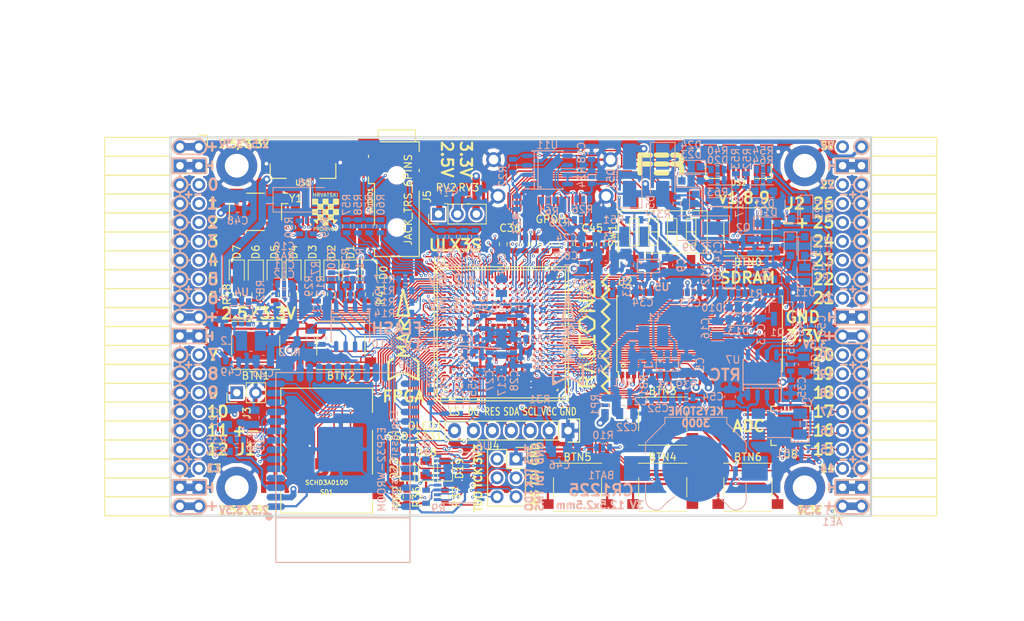
<source format=kicad_pcb>
(kicad_pcb (version 20171130) (host pcbnew 5.0.0-rc2-dev-unknown+dfsg1+20180318-2)
  (layers (0 F.Cu signal) (1 In1.Cu signal) (2 In2.Cu signal) (31 B.Cu signal) (34 B.Paste user) (35 F.Paste user) (36 B.SilkS user) (37 F.SilkS user) (38 B.Mask user) (39 F.Mask user) (44 Edge.Cuts user))
  (net 0 "")
  (net 1 GND)
  (net 2 +5V)
  (net 3 /gpio/IN5V)
  (net 4 /gpio/OUT5V)
  (net 5 +3V3)
  (net 6 BTN_D)
  (net 7 BTN_F1)
  (net 8 BTN_F2)
  (net 9 BTN_L)
  (net 10 BTN_R)
  (net 11 BTN_U)
  (net 12 /power/FB1)
  (net 13 +2V5)
  (net 14 /power/PWREN)
  (net 15 /power/FB3)
  (net 16 /power/FB2)
  (net 17 /power/VBAT)
  (net 18 JTAG_TDI)
  (net 19 JTAG_TCK)
  (net 20 JTAG_TMS)
  (net 21 JTAG_TDO)
  (net 22 /power/WAKEUPn)
  (net 23 /power/WKUP)
  (net 24 /power/SHUT)
  (net 25 /power/WAKE)
  (net 26 /power/HOLD)
  (net 27 /power/WKn)
  (net 28 /power/OSCI_32k)
  (net 29 /power/OSCO_32k)
  (net 30 SHUTDOWN)
  (net 31 /analog/AUDIO_L)
  (net 32 /analog/AUDIO_R)
  (net 33 GPDI_SDA)
  (net 34 GPDI_SCL)
  (net 35 /gpdi/VREF2)
  (net 36 SD_CMD)
  (net 37 SD_CLK)
  (net 38 SD_D0)
  (net 39 SD_D1)
  (net 40 USB5V)
  (net 41 GPDI_CEC)
  (net 42 nRESET)
  (net 43 FTDI_nDTR)
  (net 44 SDRAM_CKE)
  (net 45 SDRAM_A7)
  (net 46 SDRAM_D15)
  (net 47 SDRAM_BA1)
  (net 48 SDRAM_D7)
  (net 49 SDRAM_A6)
  (net 50 SDRAM_CLK)
  (net 51 SDRAM_D13)
  (net 52 SDRAM_BA0)
  (net 53 SDRAM_D6)
  (net 54 SDRAM_A5)
  (net 55 SDRAM_D14)
  (net 56 SDRAM_A11)
  (net 57 SDRAM_D12)
  (net 58 SDRAM_D5)
  (net 59 SDRAM_A4)
  (net 60 SDRAM_A10)
  (net 61 SDRAM_D11)
  (net 62 SDRAM_A3)
  (net 63 SDRAM_D4)
  (net 64 SDRAM_D10)
  (net 65 SDRAM_D9)
  (net 66 SDRAM_A9)
  (net 67 SDRAM_D3)
  (net 68 SDRAM_D8)
  (net 69 SDRAM_A8)
  (net 70 SDRAM_A2)
  (net 71 SDRAM_A1)
  (net 72 SDRAM_A0)
  (net 73 SDRAM_D2)
  (net 74 SDRAM_D1)
  (net 75 SDRAM_D0)
  (net 76 SDRAM_DQM0)
  (net 77 SDRAM_nCS)
  (net 78 SDRAM_nRAS)
  (net 79 SDRAM_DQM1)
  (net 80 SDRAM_nCAS)
  (net 81 SDRAM_nWE)
  (net 82 /flash/FLASH_nWP)
  (net 83 /flash/FLASH_nHOLD)
  (net 84 /flash/FLASH_MOSI)
  (net 85 /flash/FLASH_MISO)
  (net 86 /flash/FLASH_SCK)
  (net 87 /flash/FLASH_nCS)
  (net 88 /flash/FPGA_PROGRAMN)
  (net 89 /flash/FPGA_DONE)
  (net 90 /flash/FPGA_INITN)
  (net 91 OLED_RES)
  (net 92 OLED_DC)
  (net 93 OLED_CS)
  (net 94 WIFI_EN)
  (net 95 FTDI_nRTS)
  (net 96 FTDI_TXD)
  (net 97 FTDI_RXD)
  (net 98 WIFI_RXD)
  (net 99 WIFI_GPIO0)
  (net 100 WIFI_TXD)
  (net 101 USB_FTDI_D+)
  (net 102 USB_FTDI_D-)
  (net 103 SD_D3)
  (net 104 AUDIO_L3)
  (net 105 AUDIO_L2)
  (net 106 AUDIO_L1)
  (net 107 AUDIO_L0)
  (net 108 AUDIO_R3)
  (net 109 AUDIO_R2)
  (net 110 AUDIO_R1)
  (net 111 AUDIO_R0)
  (net 112 OLED_CLK)
  (net 113 OLED_MOSI)
  (net 114 LED0)
  (net 115 LED1)
  (net 116 LED2)
  (net 117 LED3)
  (net 118 LED4)
  (net 119 LED5)
  (net 120 LED6)
  (net 121 LED7)
  (net 122 BTN_PWRn)
  (net 123 FTDI_nTXLED)
  (net 124 FTDI_nSLEEP)
  (net 125 /blinkey/LED_PWREN)
  (net 126 /blinkey/LED_TXLED)
  (net 127 /sdcard/SD3V3)
  (net 128 SD_D2)
  (net 129 CLK_25MHz)
  (net 130 /blinkey/BTNPUL)
  (net 131 /blinkey/BTNPUR)
  (net 132 USB_FPGA_D+)
  (net 133 /power/FTDI_nSUSPEND)
  (net 134 /blinkey/ALED0)
  (net 135 /blinkey/ALED1)
  (net 136 /blinkey/ALED2)
  (net 137 /blinkey/ALED3)
  (net 138 /blinkey/ALED4)
  (net 139 /blinkey/ALED5)
  (net 140 /blinkey/ALED6)
  (net 141 /blinkey/ALED7)
  (net 142 /usb/FTD-)
  (net 143 /usb/FTD+)
  (net 144 ADC_MISO)
  (net 145 ADC_MOSI)
  (net 146 ADC_CSn)
  (net 147 ADC_SCLK)
  (net 148 SW3)
  (net 149 SW2)
  (net 150 SW1)
  (net 151 USB_FPGA_D-)
  (net 152 /usb/FPD+)
  (net 153 /usb/FPD-)
  (net 154 WIFI_GPIO16)
  (net 155 /usb/ANT_433MHz)
  (net 156 /power/PWRBTn)
  (net 157 PROG_DONE)
  (net 158 /power/P3V3)
  (net 159 /power/P2V5)
  (net 160 /power/L1)
  (net 161 /power/L3)
  (net 162 /power/L2)
  (net 163 FTDI_TXDEN)
  (net 164 SDRAM_A12)
  (net 165 /analog/AUDIO_V)
  (net 166 AUDIO_V3)
  (net 167 AUDIO_V2)
  (net 168 AUDIO_V1)
  (net 169 AUDIO_V0)
  (net 170 /blinkey/LED_WIFI)
  (net 171 /power/P1V1)
  (net 172 +1V1)
  (net 173 SW4)
  (net 174 /blinkey/SWPU)
  (net 175 /wifi/WIFIEN)
  (net 176 FT2V5)
  (net 177 GN0)
  (net 178 GP0)
  (net 179 GN1)
  (net 180 GP1)
  (net 181 GN2)
  (net 182 GP2)
  (net 183 GN3)
  (net 184 GP3)
  (net 185 GN4)
  (net 186 GP4)
  (net 187 GN5)
  (net 188 GP5)
  (net 189 GN6)
  (net 190 GP6)
  (net 191 GN14)
  (net 192 GP14)
  (net 193 GN15)
  (net 194 GP15)
  (net 195 GN16)
  (net 196 GP16)
  (net 197 GN17)
  (net 198 GP17)
  (net 199 GN18)
  (net 200 GP18)
  (net 201 GN19)
  (net 202 GP19)
  (net 203 GN20)
  (net 204 GP20)
  (net 205 GN21)
  (net 206 GP21)
  (net 207 GN22)
  (net 208 GP22)
  (net 209 GN23)
  (net 210 GP23)
  (net 211 GN24)
  (net 212 GP24)
  (net 213 GN25)
  (net 214 GP25)
  (net 215 GN26)
  (net 216 GP26)
  (net 217 GN27)
  (net 218 GP27)
  (net 219 GN7)
  (net 220 GP7)
  (net 221 GN8)
  (net 222 GP8)
  (net 223 GN9)
  (net 224 GP9)
  (net 225 GN10)
  (net 226 GP10)
  (net 227 GN11)
  (net 228 GP11)
  (net 229 GN12)
  (net 230 GP12)
  (net 231 GN13)
  (net 232 GP13)
  (net 233 WIFI_GPIO5)
  (net 234 WIFI_GPIO17)
  (net 235 USB_FPGA_PULL_D+)
  (net 236 USB_FPGA_PULL_D-)
  (net 237 "Net-(D23-Pad2)")
  (net 238 "Net-(D24-Pad1)")
  (net 239 "Net-(D25-Pad2)")
  (net 240 "Net-(D26-Pad1)")
  (net 241 /gpdi/GPDI_ETH+)
  (net 242 FPDI_ETH+)
  (net 243 /gpdi/GPDI_ETH-)
  (net 244 FPDI_ETH-)
  (net 245 /gpdi/GPDI_D2-)
  (net 246 FPDI_D2-)
  (net 247 /gpdi/GPDI_D1-)
  (net 248 FPDI_D1-)
  (net 249 /gpdi/GPDI_D0-)
  (net 250 FPDI_D0-)
  (net 251 /gpdi/GPDI_CLK-)
  (net 252 FPDI_CLK-)
  (net 253 /gpdi/GPDI_D2+)
  (net 254 FPDI_D2+)
  (net 255 /gpdi/GPDI_D1+)
  (net 256 FPDI_D1+)
  (net 257 /gpdi/GPDI_D0+)
  (net 258 FPDI_D0+)
  (net 259 /gpdi/GPDI_CLK+)
  (net 260 FPDI_CLK+)
  (net 261 FPDI_SDA)
  (net 262 FPDI_SCL)
  (net 263 /gpdi/FPDI_CEC)
  (net 264 2V5_3V3)
  (net 265 "Net-(AUDIO1-Pad5)")
  (net 266 "Net-(AUDIO1-Pad6)")
  (net 267 "Net-(U1-PadA15)")
  (net 268 "Net-(U1-PadC9)")
  (net 269 "Net-(U1-PadD9)")
  (net 270 "Net-(U1-PadD10)")
  (net 271 "Net-(U1-PadD11)")
  (net 272 "Net-(U1-PadD12)")
  (net 273 "Net-(U1-PadE6)")
  (net 274 "Net-(U1-PadE9)")
  (net 275 "Net-(U1-PadE10)")
  (net 276 "Net-(U1-PadE11)")
  (net 277 "Net-(U1-PadJ4)")
  (net 278 "Net-(U1-PadJ5)")
  (net 279 "Net-(U1-PadK5)")
  (net 280 "Net-(U1-PadL5)")
  (net 281 "Net-(U1-PadM4)")
  (net 282 "Net-(U1-PadM5)")
  (net 283 SD_CD)
  (net 284 SD_WP)
  (net 285 "Net-(U1-PadR3)")
  (net 286 "Net-(U1-PadT16)")
  (net 287 "Net-(U1-PadW4)")
  (net 288 "Net-(U1-PadW5)")
  (net 289 "Net-(U1-PadW8)")
  (net 290 "Net-(U1-PadW9)")
  (net 291 "Net-(U1-PadW13)")
  (net 292 "Net-(U1-PadW14)")
  (net 293 "Net-(U1-PadW17)")
  (net 294 "Net-(U1-PadW18)")
  (net 295 FTDI_nRXLED)
  (net 296 "Net-(U8-Pad12)")
  (net 297 "Net-(U8-Pad25)")
  (net 298 "Net-(U9-Pad32)")
  (net 299 "Net-(U9-Pad22)")
  (net 300 "Net-(U9-Pad21)")
  (net 301 "Net-(U9-Pad20)")
  (net 302 "Net-(U9-Pad19)")
  (net 303 "Net-(U9-Pad18)")
  (net 304 "Net-(U9-Pad17)")
  (net 305 "Net-(U9-Pad12)")
  (net 306 "Net-(U9-Pad5)")
  (net 307 "Net-(U9-Pad4)")
  (net 308 "Net-(US1-Pad4)")
  (net 309 "Net-(US2-Pad4)")
  (net 310 "Net-(Y2-Pad3)")
  (net 311 "Net-(Y2-Pad2)")
  (net 312 "Net-(U1-PadK16)")
  (net 313 "Net-(U1-PadK17)")
  (net 314 /usb/US2VBUS)
  (net 315 /power/SHD)
  (net 316 /power/RTCVDD)
  (module Socket_Strips:Socket_Strip_Angled_2x20 (layer F.Cu) (at 97.91 62.69 270)
    (fp_text reference J1 (at 40.64 -6.35) (layer F.SilkS) (effects (font (size 1.5 1.5) (thickness 0.3))))
    (fp_text value CONN_02X20 hide)
    (pad 1 thru_hole oval (at 0 0 270) (size 1.7272 1.7272) (drill 1.016) (layers *.Cu *.Mask) (net 264 2V5_3V3))
    (pad 2 thru_hole oval (at 0 2.54 270) (size 1.7272 1.7272) (drill 1.016) (layers *.Cu *.Mask) (net 264 2V5_3V3))
    (pad 3 thru_hole rect (at 2.54 0 270) (size 1.7272 1.7272) (drill 1.016) (layers *.Cu *.Mask) (net 1 GND))
    (pad 4 thru_hole rect (at 2.54 2.54 270) (size 1.7272 1.7272) (drill 1.016) (layers *.Cu *.Mask) (net 1 GND))
    (pad 5 thru_hole oval (at 5.08 0 270) (size 1.7272 1.7272) (drill 1.016) (layers *.Cu *.Mask) (net 177 GN0))
    (pad 6 thru_hole oval (at 5.08 2.54 270) (size 1.7272 1.7272) (drill 1.016) (layers *.Cu *.Mask) (net 178 GP0))
    (pad 7 thru_hole oval (at 7.62 0 270) (size 1.7272 1.7272) (drill 1.016) (layers *.Cu *.Mask) (net 179 GN1))
    (pad 8 thru_hole oval (at 7.62 2.54 270) (size 1.7272 1.7272) (drill 1.016) (layers *.Cu *.Mask) (net 180 GP1))
    (pad 9 thru_hole oval (at 10.16 0 270) (size 1.7272 1.7272) (drill 1.016) (layers *.Cu *.Mask) (net 181 GN2))
    (pad 10 thru_hole oval (at 10.16 2.54 270) (size 1.7272 1.7272) (drill 1.016) (layers *.Cu *.Mask) (net 182 GP2))
    (pad 11 thru_hole oval (at 12.7 0 270) (size 1.7272 1.7272) (drill 1.016) (layers *.Cu *.Mask) (net 183 GN3))
    (pad 12 thru_hole oval (at 12.7 2.54 270) (size 1.7272 1.7272) (drill 1.016) (layers *.Cu *.Mask) (net 184 GP3))
    (pad 13 thru_hole oval (at 15.24 0 270) (size 1.7272 1.7272) (drill 1.016) (layers *.Cu *.Mask) (net 185 GN4))
    (pad 14 thru_hole oval (at 15.24 2.54 270) (size 1.7272 1.7272) (drill 1.016) (layers *.Cu *.Mask) (net 186 GP4))
    (pad 15 thru_hole oval (at 17.78 0 270) (size 1.7272 1.7272) (drill 1.016) (layers *.Cu *.Mask) (net 187 GN5))
    (pad 16 thru_hole oval (at 17.78 2.54 270) (size 1.7272 1.7272) (drill 1.016) (layers *.Cu *.Mask) (net 188 GP5))
    (pad 17 thru_hole oval (at 20.32 0 270) (size 1.7272 1.7272) (drill 1.016) (layers *.Cu *.Mask) (net 189 GN6))
    (pad 18 thru_hole oval (at 20.32 2.54 270) (size 1.7272 1.7272) (drill 1.016) (layers *.Cu *.Mask) (net 190 GP6))
    (pad 19 thru_hole oval (at 22.86 0 270) (size 1.7272 1.7272) (drill 1.016) (layers *.Cu *.Mask) (net 264 2V5_3V3))
    (pad 20 thru_hole oval (at 22.86 2.54 270) (size 1.7272 1.7272) (drill 1.016) (layers *.Cu *.Mask) (net 264 2V5_3V3))
    (pad 21 thru_hole rect (at 25.4 0 270) (size 1.7272 1.7272) (drill 1.016) (layers *.Cu *.Mask) (net 1 GND))
    (pad 22 thru_hole rect (at 25.4 2.54 270) (size 1.7272 1.7272) (drill 1.016) (layers *.Cu *.Mask) (net 1 GND))
    (pad 23 thru_hole oval (at 27.94 0 270) (size 1.7272 1.7272) (drill 1.016) (layers *.Cu *.Mask) (net 219 GN7))
    (pad 24 thru_hole oval (at 27.94 2.54 270) (size 1.7272 1.7272) (drill 1.016) (layers *.Cu *.Mask) (net 220 GP7))
    (pad 25 thru_hole oval (at 30.48 0 270) (size 1.7272 1.7272) (drill 1.016) (layers *.Cu *.Mask) (net 221 GN8))
    (pad 26 thru_hole oval (at 30.48 2.54 270) (size 1.7272 1.7272) (drill 1.016) (layers *.Cu *.Mask) (net 222 GP8))
    (pad 27 thru_hole oval (at 33.02 0 270) (size 1.7272 1.7272) (drill 1.016) (layers *.Cu *.Mask) (net 223 GN9))
    (pad 28 thru_hole oval (at 33.02 2.54 270) (size 1.7272 1.7272) (drill 1.016) (layers *.Cu *.Mask) (net 224 GP9))
    (pad 29 thru_hole oval (at 35.56 0 270) (size 1.7272 1.7272) (drill 1.016) (layers *.Cu *.Mask) (net 225 GN10))
    (pad 30 thru_hole oval (at 35.56 2.54 270) (size 1.7272 1.7272) (drill 1.016) (layers *.Cu *.Mask) (net 226 GP10))
    (pad 31 thru_hole oval (at 38.1 0 270) (size 1.7272 1.7272) (drill 1.016) (layers *.Cu *.Mask) (net 227 GN11))
    (pad 32 thru_hole oval (at 38.1 2.54 270) (size 1.7272 1.7272) (drill 1.016) (layers *.Cu *.Mask) (net 228 GP11))
    (pad 33 thru_hole oval (at 40.64 0 270) (size 1.7272 1.7272) (drill 1.016) (layers *.Cu *.Mask) (net 229 GN12))
    (pad 34 thru_hole oval (at 40.64 2.54 270) (size 1.7272 1.7272) (drill 1.016) (layers *.Cu *.Mask) (net 230 GP12))
    (pad 35 thru_hole oval (at 43.18 0 270) (size 1.7272 1.7272) (drill 1.016) (layers *.Cu *.Mask) (net 231 GN13))
    (pad 36 thru_hole oval (at 43.18 2.54 270) (size 1.7272 1.7272) (drill 1.016) (layers *.Cu *.Mask) (net 232 GP13))
    (pad 37 thru_hole rect (at 45.72 0 270) (size 1.7272 1.7272) (drill 1.016) (layers *.Cu *.Mask) (net 1 GND))
    (pad 38 thru_hole rect (at 45.72 2.54 270) (size 1.7272 1.7272) (drill 1.016) (layers *.Cu *.Mask) (net 1 GND))
    (pad 39 thru_hole oval (at 48.26 0 270) (size 1.7272 1.7272) (drill 1.016) (layers *.Cu *.Mask) (net 264 2V5_3V3))
    (pad 40 thru_hole oval (at 48.26 2.54 270) (size 1.7272 1.7272) (drill 1.016) (layers *.Cu *.Mask) (net 264 2V5_3V3))
  )
  (module TSOT-25:TSOT-25 (layer B.Cu) (at 160.775 91.9)
    (fp_text reference U3 (at -0.295 2.9) (layer B.SilkS) (effects (font (thickness 0.2)) (justify mirror)))
    (fp_text value TLV62569DBV)
    (pad 1 smd rect (at -0.95 -1.3) (size 0.7 1.2) (layers B.Cu B.Paste B.Mask) (net 14 /power/PWREN))
    (pad 2 smd rect (at 0 -1.3) (size 0.7 1.2) (layers B.Cu B.Paste B.Mask) (net 1 GND))
    (pad 3 smd rect (at 0.95 -1.3) (size 0.7 1.2) (layers B.Cu B.Paste B.Mask) (net 160 /power/L1))
    (pad 4 smd rect (at 0.95 1.3) (size 0.7 1.2) (layers B.Cu B.Paste B.Mask) (net 2 +5V))
    (pad 5 smd rect (at -0.95 1.3) (size 0.7 1.2) (layers B.Cu B.Paste B.Mask) (net 12 /power/FB1))
  )
  (module TSOT-25:TSOT-25 (layer B.Cu) (at 103.625 84.915 180)
    (fp_text reference U4 (at 0 2.697 180) (layer B.SilkS) (effects (font (thickness 0.2)) (justify mirror)))
    (fp_text value TLV62569DBV)
    (pad 1 smd rect (at -0.95 -1.3 180) (size 0.7 1.2) (layers B.Cu B.Paste B.Mask) (net 14 /power/PWREN))
    (pad 2 smd rect (at 0 -1.3 180) (size 0.7 1.2) (layers B.Cu B.Paste B.Mask) (net 1 GND))
    (pad 3 smd rect (at 0.95 -1.3 180) (size 0.7 1.2) (layers B.Cu B.Paste B.Mask) (net 162 /power/L2))
    (pad 4 smd rect (at 0.95 1.3 180) (size 0.7 1.2) (layers B.Cu B.Paste B.Mask) (net 2 +5V))
    (pad 5 smd rect (at -0.95 1.3 180) (size 0.7 1.2) (layers B.Cu B.Paste B.Mask) (net 16 /power/FB2))
  )
  (module TSOT-25:TSOT-25 (layer B.Cu) (at 158.235 78.692)
    (fp_text reference U5 (at 1.793 2.812) (layer B.SilkS) (effects (font (thickness 0.2)) (justify mirror)))
    (fp_text value TLV62569DBV)
    (pad 1 smd rect (at -0.95 -1.3) (size 0.7 1.2) (layers B.Cu B.Paste B.Mask) (net 14 /power/PWREN))
    (pad 2 smd rect (at 0 -1.3) (size 0.7 1.2) (layers B.Cu B.Paste B.Mask) (net 1 GND))
    (pad 3 smd rect (at 0.95 -1.3) (size 0.7 1.2) (layers B.Cu B.Paste B.Mask) (net 161 /power/L3))
    (pad 4 smd rect (at 0.95 1.3) (size 0.7 1.2) (layers B.Cu B.Paste B.Mask) (net 2 +5V))
    (pad 5 smd rect (at -0.95 1.3) (size 0.7 1.2) (layers B.Cu B.Paste B.Mask) (net 15 /power/FB3))
  )
  (module Socket_Strips:Socket_Strip_Angled_2x20 (layer F.Cu) (at 184.27 110.95 90)
    (fp_text reference J2 (at 40.64 -6.35 180) (layer F.SilkS) (effects (font (size 1.5 1.5) (thickness 0.3))))
    (fp_text value CONN_02X20 hide)
    (pad 1 thru_hole oval (at 0 0 90) (size 1.7272 1.7272) (drill 1.016) (layers *.Cu *.Mask) (net 5 +3V3))
    (pad 2 thru_hole oval (at 0 2.54 90) (size 1.7272 1.7272) (drill 1.016) (layers *.Cu *.Mask) (net 5 +3V3))
    (pad 3 thru_hole rect (at 2.54 0 90) (size 1.7272 1.7272) (drill 1.016) (layers *.Cu *.Mask) (net 1 GND))
    (pad 4 thru_hole rect (at 2.54 2.54 90) (size 1.7272 1.7272) (drill 1.016) (layers *.Cu *.Mask) (net 1 GND))
    (pad 5 thru_hole oval (at 5.08 0 90) (size 1.7272 1.7272) (drill 1.016) (layers *.Cu *.Mask) (net 191 GN14))
    (pad 6 thru_hole oval (at 5.08 2.54 90) (size 1.7272 1.7272) (drill 1.016) (layers *.Cu *.Mask) (net 192 GP14))
    (pad 7 thru_hole oval (at 7.62 0 90) (size 1.7272 1.7272) (drill 1.016) (layers *.Cu *.Mask) (net 193 GN15))
    (pad 8 thru_hole oval (at 7.62 2.54 90) (size 1.7272 1.7272) (drill 1.016) (layers *.Cu *.Mask) (net 194 GP15))
    (pad 9 thru_hole oval (at 10.16 0 90) (size 1.7272 1.7272) (drill 1.016) (layers *.Cu *.Mask) (net 195 GN16))
    (pad 10 thru_hole oval (at 10.16 2.54 90) (size 1.7272 1.7272) (drill 1.016) (layers *.Cu *.Mask) (net 196 GP16))
    (pad 11 thru_hole oval (at 12.7 0 90) (size 1.7272 1.7272) (drill 1.016) (layers *.Cu *.Mask) (net 197 GN17))
    (pad 12 thru_hole oval (at 12.7 2.54 90) (size 1.7272 1.7272) (drill 1.016) (layers *.Cu *.Mask) (net 198 GP17))
    (pad 13 thru_hole oval (at 15.24 0 90) (size 1.7272 1.7272) (drill 1.016) (layers *.Cu *.Mask) (net 199 GN18))
    (pad 14 thru_hole oval (at 15.24 2.54 90) (size 1.7272 1.7272) (drill 1.016) (layers *.Cu *.Mask) (net 200 GP18))
    (pad 15 thru_hole oval (at 17.78 0 90) (size 1.7272 1.7272) (drill 1.016) (layers *.Cu *.Mask) (net 201 GN19))
    (pad 16 thru_hole oval (at 17.78 2.54 90) (size 1.7272 1.7272) (drill 1.016) (layers *.Cu *.Mask) (net 202 GP19))
    (pad 17 thru_hole oval (at 20.32 0 90) (size 1.7272 1.7272) (drill 1.016) (layers *.Cu *.Mask) (net 203 GN20))
    (pad 18 thru_hole oval (at 20.32 2.54 90) (size 1.7272 1.7272) (drill 1.016) (layers *.Cu *.Mask) (net 204 GP20))
    (pad 19 thru_hole oval (at 22.86 0 90) (size 1.7272 1.7272) (drill 1.016) (layers *.Cu *.Mask) (net 5 +3V3))
    (pad 20 thru_hole oval (at 22.86 2.54 90) (size 1.7272 1.7272) (drill 1.016) (layers *.Cu *.Mask) (net 5 +3V3))
    (pad 21 thru_hole rect (at 25.4 0 90) (size 1.7272 1.7272) (drill 1.016) (layers *.Cu *.Mask) (net 1 GND))
    (pad 22 thru_hole rect (at 25.4 2.54 90) (size 1.7272 1.7272) (drill 1.016) (layers *.Cu *.Mask) (net 1 GND))
    (pad 23 thru_hole oval (at 27.94 0 90) (size 1.7272 1.7272) (drill 1.016) (layers *.Cu *.Mask) (net 205 GN21))
    (pad 24 thru_hole oval (at 27.94 2.54 90) (size 1.7272 1.7272) (drill 1.016) (layers *.Cu *.Mask) (net 206 GP21))
    (pad 25 thru_hole oval (at 30.48 0 90) (size 1.7272 1.7272) (drill 1.016) (layers *.Cu *.Mask) (net 207 GN22))
    (pad 26 thru_hole oval (at 30.48 2.54 90) (size 1.7272 1.7272) (drill 1.016) (layers *.Cu *.Mask) (net 208 GP22))
    (pad 27 thru_hole oval (at 33.02 0 90) (size 1.7272 1.7272) (drill 1.016) (layers *.Cu *.Mask) (net 209 GN23))
    (pad 28 thru_hole oval (at 33.02 2.54 90) (size 1.7272 1.7272) (drill 1.016) (layers *.Cu *.Mask) (net 210 GP23))
    (pad 29 thru_hole oval (at 35.56 0 90) (size 1.7272 1.7272) (drill 1.016) (layers *.Cu *.Mask) (net 211 GN24))
    (pad 30 thru_hole oval (at 35.56 2.54 90) (size 1.7272 1.7272) (drill 1.016) (layers *.Cu *.Mask) (net 212 GP24))
    (pad 31 thru_hole oval (at 38.1 0 90) (size 1.7272 1.7272) (drill 1.016) (layers *.Cu *.Mask) (net 213 GN25))
    (pad 32 thru_hole oval (at 38.1 2.54 90) (size 1.7272 1.7272) (drill 1.016) (layers *.Cu *.Mask) (net 214 GP25))
    (pad 33 thru_hole oval (at 40.64 0 90) (size 1.7272 1.7272) (drill 1.016) (layers *.Cu *.Mask) (net 215 GN26))
    (pad 34 thru_hole oval (at 40.64 2.54 90) (size 1.7272 1.7272) (drill 1.016) (layers *.Cu *.Mask) (net 216 GP26))
    (pad 35 thru_hole oval (at 43.18 0 90) (size 1.7272 1.7272) (drill 1.016) (layers *.Cu *.Mask) (net 217 GN27))
    (pad 36 thru_hole oval (at 43.18 2.54 90) (size 1.7272 1.7272) (drill 1.016) (layers *.Cu *.Mask) (net 218 GP27))
    (pad 37 thru_hole rect (at 45.72 0 90) (size 1.7272 1.7272) (drill 1.016) (layers *.Cu *.Mask) (net 1 GND))
    (pad 38 thru_hole rect (at 45.72 2.54 90) (size 1.7272 1.7272) (drill 1.016) (layers *.Cu *.Mask) (net 1 GND))
    (pad 39 thru_hole oval (at 48.26 0 90) (size 1.7272 1.7272) (drill 1.016) (layers *.Cu *.Mask) (net 3 /gpio/IN5V))
    (pad 40 thru_hole oval (at 48.26 2.54 90) (size 1.7272 1.7272) (drill 1.016) (layers *.Cu *.Mask) (net 4 /gpio/OUT5V))
  )
  (module Mounting_Holes:MountingHole_3.2mm_M3_ISO14580_Pad (layer F.Cu) (at 102.99 108.41)
    (fp_text reference H1 hide)
    (fp_text value HOLE hide)
    (pad 1 thru_hole circle (at 0 0) (size 5.5 5.5) (drill 3.2) (layers *.Cu *.Mask) (net 1 GND))
  )
  (module Mounting_Holes:MountingHole_3.2mm_M3_ISO14580_Pad (layer F.Cu) (at 179.19 108.41)
    (fp_text reference H2 hide)
    (fp_text value HOLE hide)
    (pad 1 thru_hole circle (at 0 0) (size 5.5 5.5) (drill 3.2) (layers *.Cu *.Mask) (net 1 GND))
  )
  (module Mounting_Holes:MountingHole_3.2mm_M3_ISO14580_Pad (layer F.Cu) (at 179.19 65.23)
    (fp_text reference H3 hide)
    (fp_text value HOLE hide)
    (pad 1 thru_hole circle (at 0 0) (size 5.5 5.5) (drill 3.2) (layers *.Cu *.Mask) (net 1 GND))
  )
  (module Mounting_Holes:MountingHole_3.2mm_M3_ISO14580_Pad (layer F.Cu) (at 102.99 65.23)
    (fp_text reference H4 hide)
    (fp_text value HOLE hide)
    (pad 1 thru_hole circle (at 0 0) (size 5.5 5.5) (drill 3.2) (layers *.Cu *.Mask) (net 1 GND))
  )
  (module Housings_SSOP:SSOP-20_4.4x6.5mm_Pitch0.65mm (layer B.Cu) (at 132.835 107.14 180)
    (fp_text reference U6 (at -3.175 4.318 180) (layer B.SilkS) (effects (justify mirror)))
    (fp_text value FT231XS)
    (pad 1 smd rect (at -2.9 2.925 180) (size 1 0.4) (layers B.Cu B.Paste B.Mask) (net 43 FTDI_nDTR))
    (pad 2 smd rect (at -2.9 2.275 180) (size 1 0.4) (layers B.Cu B.Paste B.Mask) (net 95 FTDI_nRTS))
    (pad 3 smd rect (at -2.9 1.625 180) (size 1 0.4) (layers B.Cu B.Paste B.Mask) (net 176 FT2V5))
    (pad 4 smd rect (at -2.9 0.975 180) (size 1 0.4) (layers B.Cu B.Paste B.Mask) (net 97 FTDI_RXD))
    (pad 5 smd rect (at -2.9 0.325 180) (size 1 0.4) (layers B.Cu B.Paste B.Mask) (net 18 JTAG_TDI))
    (pad 6 smd rect (at -2.9 -0.325 180) (size 1 0.4) (layers B.Cu B.Paste B.Mask) (net 1 GND))
    (pad 7 smd rect (at -2.9 -0.975 180) (size 1 0.4) (layers B.Cu B.Paste B.Mask) (net 19 JTAG_TCK))
    (pad 8 smd rect (at -2.9 -1.625 180) (size 1 0.4) (layers B.Cu B.Paste B.Mask) (net 20 JTAG_TMS))
    (pad 9 smd rect (at -2.9 -2.275 180) (size 1 0.4) (layers B.Cu B.Paste B.Mask) (net 21 JTAG_TDO))
    (pad 10 smd rect (at -2.9 -2.925 180) (size 1 0.4) (layers B.Cu B.Paste B.Mask) (net 123 FTDI_nTXLED))
    (pad 11 smd rect (at 2.9 -2.925 180) (size 1 0.4) (layers B.Cu B.Paste B.Mask) (net 101 USB_FTDI_D+))
    (pad 12 smd rect (at 2.9 -2.275 180) (size 1 0.4) (layers B.Cu B.Paste B.Mask) (net 102 USB_FTDI_D-))
    (pad 13 smd rect (at 2.9 -1.625 180) (size 1 0.4) (layers B.Cu B.Paste B.Mask) (net 176 FT2V5))
    (pad 14 smd rect (at 2.9 -0.975 180) (size 1 0.4) (layers B.Cu B.Paste B.Mask) (net 42 nRESET))
    (pad 15 smd rect (at 2.9 -0.325 180) (size 1 0.4) (layers B.Cu B.Paste B.Mask) (net 40 USB5V))
    (pad 16 smd rect (at 2.9 0.325 180) (size 1 0.4) (layers B.Cu B.Paste B.Mask) (net 1 GND))
    (pad 17 smd rect (at 2.9 0.975 180) (size 1 0.4) (layers B.Cu B.Paste B.Mask) (net 295 FTDI_nRXLED))
    (pad 18 smd rect (at 2.9 1.625 180) (size 1 0.4) (layers B.Cu B.Paste B.Mask) (net 163 FTDI_TXDEN))
    (pad 19 smd rect (at 2.9 2.275 180) (size 1 0.4) (layers B.Cu B.Paste B.Mask) (net 124 FTDI_nSLEEP))
    (pad 20 smd rect (at 2.9 2.925 180) (size 1 0.4) (layers B.Cu B.Paste B.Mask) (net 96 FTDI_TXD))
  )
  (module usb_otg:USB-MICRO-B-FCI-10118192-0001LF (layer F.Cu) (at 111.88 63.325 180)
    (fp_text reference US1 (at 0 -4.2 180) (layer F.SilkS) (effects (font (size 0.7 0.7))))
    (fp_text value MICRO_USB hide)
    (pad 6 smd rect (at -3.1 -2.55 180) (size 2.1 1.6) (layers F.Cu F.Paste F.Mask) (net 1 GND))
    (pad 6 smd rect (at 3.1 -2.55 180) (size 2.1 1.6) (layers F.Cu F.Paste F.Mask) (net 1 GND))
    (pad 6 smd rect (at -1.2 0 180) (size 1.9 1.9) (layers F.Cu F.Paste F.Mask) (net 1 GND))
    (pad 6 smd rect (at 1.2 0 180) (size 1.9 1.9) (layers F.Cu F.Paste F.Mask) (net 1 GND))
    (pad 1 smd rect (at -1.3 -2.675 180) (size 0.4 1.35) (layers F.Cu F.Paste F.Mask) (net 40 USB5V))
    (pad 2 smd rect (at -0.65 -2.675 180) (size 0.4 1.35) (layers F.Cu F.Paste F.Mask) (net 142 /usb/FTD-))
    (pad 3 smd rect (at 0 -2.675 180) (size 0.4 1.35) (layers F.Cu F.Paste F.Mask) (net 143 /usb/FTD+))
    (pad 4 smd rect (at 0.65 -2.675 180) (size 0.4 1.35) (layers F.Cu F.Paste F.Mask) (net 308 "Net-(US1-Pad4)"))
    (pad 5 smd rect (at 1.3 -2.675 180) (size 0.4 1.35) (layers F.Cu F.Paste F.Mask) (net 1 GND))
    (pad 6 smd rect (at -3.8 0 180) (size 1.8 1.9) (layers F.Cu F.Paste F.Mask) (net 1 GND))
    (pad 6 smd rect (at 3.8 0 180) (size 1.8 1.9) (layers F.Cu F.Paste F.Mask) (net 1 GND))
  )
  (module usb_otg:USB-MICRO-B-FCI-10118192-0001LF (layer F.Cu) (at 170.3 63.325 180)
    (fp_text reference US2 (at 0 -4.2 180) (layer F.SilkS) (effects (font (size 0.7 0.7))))
    (fp_text value MICRO_USB hide)
    (pad 6 smd rect (at -3.1 -2.55 180) (size 2.1 1.6) (layers F.Cu F.Paste F.Mask) (net 1 GND))
    (pad 6 smd rect (at 3.1 -2.55 180) (size 2.1 1.6) (layers F.Cu F.Paste F.Mask) (net 1 GND))
    (pad 6 smd rect (at -1.2 0 180) (size 1.9 1.9) (layers F.Cu F.Paste F.Mask) (net 1 GND))
    (pad 6 smd rect (at 1.2 0 180) (size 1.9 1.9) (layers F.Cu F.Paste F.Mask) (net 1 GND))
    (pad 1 smd rect (at -1.3 -2.675 180) (size 0.4 1.35) (layers F.Cu F.Paste F.Mask) (net 314 /usb/US2VBUS))
    (pad 2 smd rect (at -0.65 -2.675 180) (size 0.4 1.35) (layers F.Cu F.Paste F.Mask) (net 153 /usb/FPD-))
    (pad 3 smd rect (at 0 -2.675 180) (size 0.4 1.35) (layers F.Cu F.Paste F.Mask) (net 152 /usb/FPD+))
    (pad 4 smd rect (at 0.65 -2.675 180) (size 0.4 1.35) (layers F.Cu F.Paste F.Mask) (net 309 "Net-(US2-Pad4)"))
    (pad 5 smd rect (at 1.3 -2.675 180) (size 0.4 1.35) (layers F.Cu F.Paste F.Mask) (net 1 GND))
    (pad 6 smd rect (at -3.8 0 180) (size 1.8 1.9) (layers F.Cu F.Paste F.Mask) (net 1 GND))
    (pad 6 smd rect (at 3.8 0 180) (size 1.8 1.9) (layers F.Cu F.Paste F.Mask) (net 1 GND))
  )
  (module Socket_Strips:Socket_Strip_Straight_2x03 (layer F.Cu) (at 140.455 104.6 270)
    (fp_text reference J4 (at -1.778 3.048) (layer F.SilkS))
    (fp_text value CONN_02X03 hide)
    (pad 1 thru_hole rect (at 0 0 270) (size 1.7272 1.7272) (drill 1.016) (layers *.Cu *.Mask) (net 1 GND))
    (pad 2 thru_hole oval (at 0 2.54 270) (size 1.7272 1.7272) (drill 1.016) (layers *.Cu *.Mask) (net 5 +3V3))
    (pad 3 thru_hole oval (at 2.54 0 270) (size 1.7272 1.7272) (drill 1.016) (layers *.Cu *.Mask) (net 18 JTAG_TDI))
    (pad 4 thru_hole oval (at 2.54 2.54 270) (size 1.7272 1.7272) (drill 1.016) (layers *.Cu *.Mask) (net 19 JTAG_TCK))
    (pad 5 thru_hole oval (at 5.08 0 270) (size 1.7272 1.7272) (drill 1.016) (layers *.Cu *.Mask) (net 20 JTAG_TMS))
    (pad 6 thru_hole oval (at 5.08 2.54 270) (size 1.7272 1.7272) (drill 1.016) (layers *.Cu *.Mask) (net 21 JTAG_TDO))
  )
  (module Housings_DFN_QFN:QFN-28-1EP_5x5mm_Pitch0.5mm (layer F.Cu) (at 177.285 100.155 180)
    (fp_text reference U8 (at 0 -3.875 180) (layer F.SilkS))
    (fp_text value MAX11125)
    (pad 1 smd oval (at -2.45 -1.5 180) (size 0.85 0.3) (layers F.Cu F.Paste F.Mask) (net 194 GP15))
    (pad 2 smd oval (at -2.45 -1 180) (size 0.85 0.3) (layers F.Cu F.Paste F.Mask) (net 195 GN16))
    (pad 3 smd oval (at -2.45 -0.5 180) (size 0.85 0.3) (layers F.Cu F.Paste F.Mask) (net 196 GP16))
    (pad 4 smd oval (at -2.45 0 180) (size 0.85 0.3) (layers F.Cu F.Paste F.Mask) (net 197 GN17))
    (pad 5 smd oval (at -2.45 0.5 180) (size 0.85 0.3) (layers F.Cu F.Paste F.Mask) (net 198 GP17))
    (pad 6 smd oval (at -2.45 1 180) (size 0.85 0.3) (layers F.Cu F.Paste F.Mask) (net 1 GND))
    (pad 7 smd oval (at -2.45 1.5 180) (size 0.85 0.3) (layers F.Cu F.Paste F.Mask) (net 1 GND))
    (pad 8 smd oval (at -1.5 2.45 270) (size 0.85 0.3) (layers F.Cu F.Paste F.Mask) (net 1 GND))
    (pad 9 smd oval (at -1 2.45 270) (size 0.85 0.3) (layers F.Cu F.Paste F.Mask) (net 1 GND))
    (pad 10 smd oval (at -0.5 2.45 270) (size 0.85 0.3) (layers F.Cu F.Paste F.Mask) (net 1 GND))
    (pad 11 smd oval (at 0 2.45 270) (size 0.85 0.3) (layers F.Cu F.Paste F.Mask) (net 1 GND))
    (pad 12 smd oval (at 0.5 2.45 270) (size 0.85 0.3) (layers F.Cu F.Paste F.Mask) (net 296 "Net-(U8-Pad12)"))
    (pad 13 smd oval (at 1 2.45 270) (size 0.85 0.3) (layers F.Cu F.Paste F.Mask) (net 1 GND))
    (pad 14 smd oval (at 1.5 2.45 270) (size 0.85 0.3) (layers F.Cu F.Paste F.Mask) (net 1 GND))
    (pad 15 smd oval (at 2.45 1.5 180) (size 0.85 0.3) (layers F.Cu F.Paste F.Mask) (net 5 +3V3))
    (pad 16 smd oval (at 2.45 1 180) (size 0.85 0.3) (layers F.Cu F.Paste F.Mask) (net 1 GND))
    (pad 17 smd oval (at 2.45 0.5 180) (size 0.85 0.3) (layers F.Cu F.Paste F.Mask) (net 5 +3V3))
    (pad 18 smd oval (at 2.45 0 180) (size 0.85 0.3) (layers F.Cu F.Paste F.Mask) (net 5 +3V3))
    (pad 19 smd oval (at 2.45 -0.5 180) (size 0.85 0.3) (layers F.Cu F.Paste F.Mask) (net 147 ADC_SCLK))
    (pad 20 smd oval (at 2.45 -1 180) (size 0.85 0.3) (layers F.Cu F.Paste F.Mask) (net 146 ADC_CSn))
    (pad 21 smd oval (at 2.45 -1.5 180) (size 0.85 0.3) (layers F.Cu F.Paste F.Mask) (net 145 ADC_MOSI))
    (pad 22 smd oval (at 1.5 -2.45 270) (size 0.85 0.3) (layers F.Cu F.Paste F.Mask) (net 1 GND))
    (pad 23 smd oval (at 1 -2.45 270) (size 0.85 0.3) (layers F.Cu F.Paste F.Mask) (net 5 +3V3))
    (pad 24 smd oval (at 0.5 -2.45 270) (size 0.85 0.3) (layers F.Cu F.Paste F.Mask) (net 144 ADC_MISO))
    (pad 25 smd oval (at 0 -2.45 270) (size 0.85 0.3) (layers F.Cu F.Paste F.Mask) (net 297 "Net-(U8-Pad25)"))
    (pad 26 smd oval (at -0.5 -2.45 270) (size 0.85 0.3) (layers F.Cu F.Paste F.Mask) (net 191 GN14))
    (pad 27 smd oval (at -1 -2.45 270) (size 0.85 0.3) (layers F.Cu F.Paste F.Mask) (net 192 GP14))
    (pad 28 smd oval (at -1.5 -2.45 270) (size 0.85 0.3) (layers F.Cu F.Paste F.Mask) (net 193 GN15))
    (pad 29 smd rect (at 0.8375 0.8375 180) (size 1.675 1.675) (layers F.Cu F.Paste F.Mask) (net 1 GND))
    (pad 29 smd rect (at 0.8375 -0.8375 180) (size 1.675 1.675) (layers F.Cu F.Paste F.Mask) (net 1 GND))
    (pad 29 smd rect (at -0.8375 0.8375 180) (size 1.675 1.675) (layers F.Cu F.Paste F.Mask) (net 1 GND))
    (pad 29 smd rect (at -0.8375 -0.8375 180) (size 1.675 1.675) (layers F.Cu F.Paste F.Mask) (net 1 GND))
  )
  (module oled:oled_13xx (layer F.Cu) (at 139.82 100.79 180)
    (fp_text reference OLED1 (at 11.557 0.635 180) (layer F.SilkS))
    (fp_text value SSD_1331 (at 12.954 -0.762 180) (layer F.SilkS))
    (fp_text user CS (at 7.62 2.54 180) (layer F.SilkS) (effects (font (size 1 0.75))))
    (fp_text user DC (at 5.08 2.54 180) (layer F.SilkS) (effects (font (size 1 0.75))))
    (fp_text user RES (at 2.54 2.54 180) (layer F.SilkS) (effects (font (size 1 0.75))))
    (fp_text user SDA (at 0 2.54 180) (layer F.SilkS) (effects (font (size 1 0.75))))
    (fp_text user SCL (at -2.54 2.54 180) (layer F.SilkS) (effects (font (size 1 0.75))))
    (fp_text user VCC (at -5.08 2.54 180) (layer F.SilkS) (effects (font (size 1 0.75))))
    (fp_text user GND (at -7.62 2.54 180) (layer F.SilkS) (effects (font (size 1 0.75))))
    (pad 1 thru_hole rect (at -7.62 0 180) (size 1.7272 2.032) (drill 1.016) (layers *.Cu *.Mask) (net 1 GND))
    (pad 2 thru_hole oval (at -5.08 0 180) (size 1.7272 2.032) (drill 1.016) (layers *.Cu *.Mask) (net 5 +3V3))
    (pad 3 thru_hole oval (at -2.54 0 180) (size 1.7272 2.032) (drill 1.016) (layers *.Cu *.Mask) (net 112 OLED_CLK))
    (pad 4 thru_hole oval (at 0 0 180) (size 1.7272 2.032) (drill 1.016) (layers *.Cu *.Mask) (net 113 OLED_MOSI))
    (pad 5 thru_hole oval (at 2.54 0 180) (size 1.7272 2.032) (drill 1.016) (layers *.Cu *.Mask) (net 91 OLED_RES))
    (pad 6 thru_hole oval (at 5.08 0 180) (size 1.7272 2.032) (drill 1.016) (layers *.Cu *.Mask) (net 92 OLED_DC))
    (pad 7 thru_hole oval (at 7.62 0 180) (size 1.7272 2.032) (drill 1.016) (layers *.Cu *.Mask) (net 93 OLED_CS))
  )
  (module Buttons_Switches_SMD:SW_SPST_PTS645 (layer F.Cu) (at 171.57 74.12 180)
    (fp_text reference BTN0 (at 0 -4.05 180) (layer F.SilkS))
    (fp_text value PTS645)
    (pad 2 smd rect (at -3.98 2.25 180) (size 1.55 1.3) (layers F.Cu F.Paste F.Mask) (net 1 GND))
    (pad 1 smd rect (at -3.98 -2.25 180) (size 1.55 1.3) (layers F.Cu F.Paste F.Mask) (net 156 /power/PWRBTn))
    (pad 1 smd rect (at 3.98 -2.25 180) (size 1.55 1.3) (layers F.Cu F.Paste F.Mask) (net 156 /power/PWRBTn))
    (pad 2 smd rect (at 3.98 2.25 180) (size 1.55 1.3) (layers F.Cu F.Paste F.Mask) (net 1 GND))
  )
  (module Buttons_Switches_SMD:SW_SPST_PTS645 (layer F.Cu) (at 105.53 89.36)
    (fp_text reference BTN1 (at 0 4.064) (layer F.SilkS))
    (fp_text value PTS645)
    (pad 2 smd rect (at -3.98 2.25) (size 1.55 1.3) (layers F.Cu F.Paste F.Mask) (net 7 BTN_F1))
    (pad 1 smd rect (at -3.98 -2.25) (size 1.55 1.3) (layers F.Cu F.Paste F.Mask) (net 130 /blinkey/BTNPUL))
    (pad 1 smd rect (at 3.98 -2.25) (size 1.55 1.3) (layers F.Cu F.Paste F.Mask) (net 130 /blinkey/BTNPUL))
    (pad 2 smd rect (at 3.98 2.25) (size 1.55 1.3) (layers F.Cu F.Paste F.Mask) (net 7 BTN_F1))
  )
  (module Buttons_Switches_SMD:SW_SPST_PTS645 (layer F.Cu) (at 116.96 89.36)
    (fp_text reference BTN2 (at 0 4.064) (layer F.SilkS))
    (fp_text value PTS645)
    (pad 2 smd rect (at -3.98 2.25) (size 1.55 1.3) (layers F.Cu F.Paste F.Mask) (net 8 BTN_F2))
    (pad 1 smd rect (at -3.98 -2.25) (size 1.55 1.3) (layers F.Cu F.Paste F.Mask) (net 130 /blinkey/BTNPUL))
    (pad 1 smd rect (at 3.98 -2.25) (size 1.55 1.3) (layers F.Cu F.Paste F.Mask) (net 130 /blinkey/BTNPUL))
    (pad 2 smd rect (at 3.98 2.25) (size 1.55 1.3) (layers F.Cu F.Paste F.Mask) (net 8 BTN_F2))
  )
  (module Buttons_Switches_SMD:SW_SPST_PTS645 (layer F.Cu) (at 160.14 99.52)
    (fp_text reference BTN3 (at 0 -4.05) (layer F.SilkS))
    (fp_text value PTS645)
    (pad 2 smd rect (at -3.98 2.25) (size 1.55 1.3) (layers F.Cu F.Paste F.Mask) (net 11 BTN_U))
    (pad 1 smd rect (at -3.98 -2.25) (size 1.55 1.3) (layers F.Cu F.Paste F.Mask) (net 131 /blinkey/BTNPUR))
    (pad 1 smd rect (at 3.98 -2.25) (size 1.55 1.3) (layers F.Cu F.Paste F.Mask) (net 131 /blinkey/BTNPUR))
    (pad 2 smd rect (at 3.98 2.25) (size 1.55 1.3) (layers F.Cu F.Paste F.Mask) (net 11 BTN_U))
  )
  (module Buttons_Switches_SMD:SW_SPST_PTS645 (layer F.Cu) (at 160.14 108.41 180)
    (fp_text reference BTN4 (at 0 4.064 180) (layer F.SilkS))
    (fp_text value PTS645)
    (pad 2 smd rect (at -3.98 2.25 180) (size 1.55 1.3) (layers F.Cu F.Paste F.Mask) (net 6 BTN_D))
    (pad 1 smd rect (at -3.98 -2.25 180) (size 1.55 1.3) (layers F.Cu F.Paste F.Mask) (net 131 /blinkey/BTNPUR))
    (pad 1 smd rect (at 3.98 -2.25 180) (size 1.55 1.3) (layers F.Cu F.Paste F.Mask) (net 131 /blinkey/BTNPUR))
    (pad 2 smd rect (at 3.98 2.25 180) (size 1.55 1.3) (layers F.Cu F.Paste F.Mask) (net 6 BTN_D))
  )
  (module Buttons_Switches_SMD:SW_SPST_PTS645 (layer F.Cu) (at 148.71 108.41 180)
    (fp_text reference BTN5 (at 0 4.064 180) (layer F.SilkS))
    (fp_text value PTS645)
    (pad 2 smd rect (at -3.98 2.25 180) (size 1.55 1.3) (layers F.Cu F.Paste F.Mask) (net 9 BTN_L))
    (pad 1 smd rect (at -3.98 -2.25 180) (size 1.55 1.3) (layers F.Cu F.Paste F.Mask) (net 131 /blinkey/BTNPUR))
    (pad 1 smd rect (at 3.98 -2.25 180) (size 1.55 1.3) (layers F.Cu F.Paste F.Mask) (net 131 /blinkey/BTNPUR))
    (pad 2 smd rect (at 3.98 2.25 180) (size 1.55 1.3) (layers F.Cu F.Paste F.Mask) (net 9 BTN_L))
  )
  (module Buttons_Switches_SMD:SW_SPST_PTS645 (layer F.Cu) (at 171.57 108.41 180)
    (fp_text reference BTN6 (at 0 4.064 180) (layer F.SilkS))
    (fp_text value PTS645)
    (pad 2 smd rect (at -3.98 2.25 180) (size 1.55 1.3) (layers F.Cu F.Paste F.Mask) (net 10 BTN_R))
    (pad 1 smd rect (at -3.98 -2.25 180) (size 1.55 1.3) (layers F.Cu F.Paste F.Mask) (net 131 /blinkey/BTNPUR))
    (pad 1 smd rect (at 3.98 -2.25 180) (size 1.55 1.3) (layers F.Cu F.Paste F.Mask) (net 131 /blinkey/BTNPUR))
    (pad 2 smd rect (at 3.98 2.25 180) (size 1.55 1.3) (layers F.Cu F.Paste F.Mask) (net 10 BTN_R))
  )
  (module Buttons_Switches_SMD:SW_DIP_x4_W8.61mm_Slide_LowProfile (layer F.Cu) (at 160.14 74.12 90)
    (fp_text reference SW1 (at -0.508 -6.731 270) (layer F.SilkS))
    (fp_text value DIPSW)
    (pad 1 smd rect (at -4.305 -3.81 90) (size 2.44 1.12) (layers F.Cu F.Mask) (net 174 /blinkey/SWPU))
    (pad 5 smd rect (at 4.305 3.81 90) (size 2.44 1.12) (layers F.Cu F.Mask) (net 173 SW4))
    (pad 2 smd rect (at -4.305 -1.27 90) (size 2.44 1.12) (layers F.Cu F.Mask) (net 174 /blinkey/SWPU))
    (pad 6 smd rect (at 4.305 1.27 90) (size 2.44 1.12) (layers F.Cu F.Mask) (net 148 SW3))
    (pad 3 smd rect (at -4.305 1.27 90) (size 2.44 1.12) (layers F.Cu F.Mask) (net 174 /blinkey/SWPU))
    (pad 7 smd rect (at 4.305 -1.27 90) (size 2.44 1.12) (layers F.Cu F.Mask) (net 149 SW2))
    (pad 4 smd rect (at -4.305 3.81 90) (size 2.44 1.12) (layers F.Cu F.Mask) (net 174 /blinkey/SWPU))
    (pad 8 smd rect (at 4.305 -3.81 90) (size 2.44 1.12) (layers F.Cu F.Mask) (net 150 SW1))
  )
  (module lfe5bg381:BGA-381_pitch0.8mm_dia0.4mm (layer F.Cu) (at 138.48 87.8)
    (fp_text reference U1 (at -8.2 -9.8) (layer F.SilkS))
    (fp_text value LFE5U-85F-6BG381C)
    (pad A2 smd circle (at -6.8 -7.6) (size 0.35 0.35) (layers F.Cu F.Paste F.Mask) (net 224 GP9))
    (pad A3 smd circle (at -6 -7.6) (size 0.35 0.35) (layers F.Cu F.Paste F.Mask) (net 111 AUDIO_R0))
    (pad A4 smd circle (at -5.2 -7.6) (size 0.35 0.35) (layers F.Cu F.Paste F.Mask) (net 222 GP8))
    (pad A5 smd circle (at -4.4 -7.6) (size 0.35 0.35) (layers F.Cu F.Paste F.Mask) (net 221 GN8))
    (pad A6 smd circle (at -3.6 -7.6) (size 0.35 0.35) (layers F.Cu F.Paste F.Mask) (net 220 GP7))
    (pad A7 smd circle (at -2.8 -7.6) (size 0.35 0.35) (layers F.Cu F.Paste F.Mask) (net 186 GP4))
    (pad A8 smd circle (at -2 -7.6) (size 0.35 0.35) (layers F.Cu F.Paste F.Mask) (net 185 GN4))
    (pad A9 smd circle (at -1.2 -7.6) (size 0.35 0.35) (layers F.Cu F.Paste F.Mask) (net 182 GP2))
    (pad A10 smd circle (at -0.4 -7.6) (size 0.35 0.35) (layers F.Cu F.Paste F.Mask) (net 180 GP1))
    (pad A11 smd circle (at 0.4 -7.6) (size 0.35 0.35) (layers F.Cu F.Paste F.Mask) (net 179 GN1))
    (pad A12 smd circle (at 1.2 -7.6) (size 0.35 0.35) (layers F.Cu F.Paste F.Mask) (net 254 FPDI_D2+))
    (pad A13 smd circle (at 2 -7.6) (size 0.35 0.35) (layers F.Cu F.Paste F.Mask) (net 246 FPDI_D2-))
    (pad A14 smd circle (at 2.8 -7.6) (size 0.35 0.35) (layers F.Cu F.Paste F.Mask) (net 256 FPDI_D1+))
    (pad A15 smd circle (at 3.6 -7.6) (size 0.35 0.35) (layers F.Cu F.Paste F.Mask) (net 267 "Net-(U1-PadA15)"))
    (pad A16 smd circle (at 4.4 -7.6) (size 0.35 0.35) (layers F.Cu F.Paste F.Mask) (net 258 FPDI_D0+))
    (pad A17 smd circle (at 5.2 -7.6) (size 0.35 0.35) (layers F.Cu F.Paste F.Mask) (net 260 FPDI_CLK+))
    (pad A18 smd circle (at 6 -7.6) (size 0.35 0.35) (layers F.Cu F.Paste F.Mask) (net 263 /gpdi/FPDI_CEC))
    (pad A19 smd circle (at 6.8 -7.6) (size 0.35 0.35) (layers F.Cu F.Paste F.Mask) (net 242 FPDI_ETH+))
    (pad B1 smd circle (at -7.6 -6.8) (size 0.35 0.35) (layers F.Cu F.Paste F.Mask) (net 223 GN9))
    (pad B2 smd circle (at -6.8 -6.8) (size 0.35 0.35) (layers F.Cu F.Paste F.Mask) (net 114 LED0))
    (pad B3 smd circle (at -6 -6.8) (size 0.35 0.35) (layers F.Cu F.Paste F.Mask) (net 104 AUDIO_L3))
    (pad B4 smd circle (at -5.2 -6.8) (size 0.35 0.35) (layers F.Cu F.Paste F.Mask) (net 225 GN10))
    (pad B5 smd circle (at -4.4 -6.8) (size 0.35 0.35) (layers F.Cu F.Paste F.Mask) (net 110 AUDIO_R1))
    (pad B6 smd circle (at -3.6 -6.8) (size 0.35 0.35) (layers F.Cu F.Paste F.Mask) (net 219 GN7))
    (pad B7 smd circle (at -2.8 -6.8) (size 0.35 0.35) (layers F.Cu F.Paste F.Mask) (net 1 GND))
    (pad B8 smd circle (at -2 -6.8) (size 0.35 0.35) (layers F.Cu F.Paste F.Mask) (net 187 GN5))
    (pad B9 smd circle (at -1.2 -6.8) (size 0.35 0.35) (layers F.Cu F.Paste F.Mask) (net 184 GP3))
    (pad B10 smd circle (at -0.4 -6.8) (size 0.35 0.35) (layers F.Cu F.Paste F.Mask) (net 181 GN2))
    (pad B11 smd circle (at 0.4 -6.8) (size 0.35 0.35) (layers F.Cu F.Paste F.Mask) (net 178 GP0))
    (pad B12 smd circle (at 1.2 -6.8) (size 0.35 0.35) (layers F.Cu F.Paste F.Mask) (net 235 USB_FPGA_PULL_D+))
    (pad B13 smd circle (at 2 -6.8) (size 0.35 0.35) (layers F.Cu F.Paste F.Mask) (net 216 GP26))
    (pad B14 smd circle (at 2.8 -6.8) (size 0.35 0.35) (layers F.Cu F.Paste F.Mask) (net 1 GND))
    (pad B15 smd circle (at 3.6 -6.8) (size 0.35 0.35) (layers F.Cu F.Paste F.Mask) (net 208 GP22))
    (pad B16 smd circle (at 4.4 -6.8) (size 0.35 0.35) (layers F.Cu F.Paste F.Mask) (net 250 FPDI_D0-))
    (pad B17 smd circle (at 5.2 -6.8) (size 0.35 0.35) (layers F.Cu F.Paste F.Mask) (net 210 GP23))
    (pad B18 smd circle (at 6 -6.8) (size 0.35 0.35) (layers F.Cu F.Paste F.Mask) (net 252 FPDI_CLK-))
    (pad B19 smd circle (at 6.8 -6.8) (size 0.35 0.35) (layers F.Cu F.Paste F.Mask) (net 261 FPDI_SDA))
    (pad B20 smd circle (at 7.6 -6.8) (size 0.35 0.35) (layers F.Cu F.Paste F.Mask) (net 244 FPDI_ETH-))
    (pad C1 smd circle (at -7.6 -6) (size 0.35 0.35) (layers F.Cu F.Paste F.Mask) (net 116 LED2))
    (pad C2 smd circle (at -6.8 -6) (size 0.35 0.35) (layers F.Cu F.Paste F.Mask) (net 115 LED1))
    (pad C3 smd circle (at -6 -6) (size 0.35 0.35) (layers F.Cu F.Paste F.Mask) (net 105 AUDIO_L2))
    (pad C4 smd circle (at -5.2 -6) (size 0.35 0.35) (layers F.Cu F.Paste F.Mask) (net 226 GP10))
    (pad C5 smd circle (at -4.4 -6) (size 0.35 0.35) (layers F.Cu F.Paste F.Mask) (net 108 AUDIO_R3))
    (pad C6 smd circle (at -3.6 -6) (size 0.35 0.35) (layers F.Cu F.Paste F.Mask) (net 190 GP6))
    (pad C7 smd circle (at -2.8 -6) (size 0.35 0.35) (layers F.Cu F.Paste F.Mask) (net 189 GN6))
    (pad C8 smd circle (at -2 -6) (size 0.35 0.35) (layers F.Cu F.Paste F.Mask) (net 188 GP5))
    (pad C9 smd circle (at -1.2 -6) (size 0.35 0.35) (layers F.Cu F.Paste F.Mask) (net 268 "Net-(U1-PadC9)"))
    (pad C10 smd circle (at -0.4 -6) (size 0.35 0.35) (layers F.Cu F.Paste F.Mask) (net 183 GN3))
    (pad C11 smd circle (at 0.4 -6) (size 0.35 0.35) (layers F.Cu F.Paste F.Mask) (net 177 GN0))
    (pad C12 smd circle (at 1.2 -6) (size 0.35 0.35) (layers F.Cu F.Paste F.Mask) (net 236 USB_FPGA_PULL_D-))
    (pad C13 smd circle (at 2 -6) (size 0.35 0.35) (layers F.Cu F.Paste F.Mask) (net 215 GN26))
    (pad C14 smd circle (at 2.8 -6) (size 0.35 0.35) (layers F.Cu F.Paste F.Mask) (net 248 FPDI_D1-))
    (pad C15 smd circle (at 3.6 -6) (size 0.35 0.35) (layers F.Cu F.Paste F.Mask) (net 207 GN22))
    (pad C16 smd circle (at 4.4 -6) (size 0.35 0.35) (layers F.Cu F.Paste F.Mask) (net 212 GP24))
    (pad C17 smd circle (at 5.2 -6) (size 0.35 0.35) (layers F.Cu F.Paste F.Mask) (net 209 GN23))
    (pad C18 smd circle (at 6 -6) (size 0.35 0.35) (layers F.Cu F.Paste F.Mask) (net 206 GP21))
    (pad C19 smd circle (at 6.8 -6) (size 0.35 0.35) (layers F.Cu F.Paste F.Mask) (net 1 GND))
    (pad C20 smd circle (at 7.6 -6) (size 0.35 0.35) (layers F.Cu F.Paste F.Mask) (net 61 SDRAM_D11))
    (pad D1 smd circle (at -7.6 -5.2) (size 0.35 0.35) (layers F.Cu F.Paste F.Mask) (net 118 LED4))
    (pad D2 smd circle (at -6.8 -5.2) (size 0.35 0.35) (layers F.Cu F.Paste F.Mask) (net 117 LED3))
    (pad D3 smd circle (at -6 -5.2) (size 0.35 0.35) (layers F.Cu F.Paste F.Mask) (net 106 AUDIO_L1))
    (pad D4 smd circle (at -5.2 -5.2) (size 0.35 0.35) (layers F.Cu F.Paste F.Mask) (net 1 GND))
    (pad D5 smd circle (at -4.4 -5.2) (size 0.35 0.35) (layers F.Cu F.Paste F.Mask) (net 109 AUDIO_R2))
    (pad D6 smd circle (at -3.6 -5.2) (size 0.35 0.35) (layers F.Cu F.Paste F.Mask) (net 122 BTN_PWRn))
    (pad D7 smd circle (at -2.8 -5.2) (size 0.35 0.35) (layers F.Cu F.Paste F.Mask) (net 148 SW3))
    (pad D8 smd circle (at -2 -5.2) (size 0.35 0.35) (layers F.Cu F.Paste F.Mask) (net 149 SW2))
    (pad D9 smd circle (at -1.2 -5.2) (size 0.35 0.35) (layers F.Cu F.Paste F.Mask) (net 269 "Net-(U1-PadD9)"))
    (pad D10 smd circle (at -0.4 -5.2) (size 0.35 0.35) (layers F.Cu F.Paste F.Mask) (net 270 "Net-(U1-PadD10)"))
    (pad D11 smd circle (at 0.4 -5.2) (size 0.35 0.35) (layers F.Cu F.Paste F.Mask) (net 271 "Net-(U1-PadD11)"))
    (pad D12 smd circle (at 1.2 -5.2) (size 0.35 0.35) (layers F.Cu F.Paste F.Mask) (net 272 "Net-(U1-PadD12)"))
    (pad D13 smd circle (at 2 -5.2) (size 0.35 0.35) (layers F.Cu F.Paste F.Mask) (net 218 GP27))
    (pad D14 smd circle (at 2.8 -5.2) (size 0.35 0.35) (layers F.Cu F.Paste F.Mask) (net 214 GP25))
    (pad D15 smd circle (at 3.6 -5.2) (size 0.35 0.35) (layers F.Cu F.Paste F.Mask) (net 132 USB_FPGA_D+))
    (pad D16 smd circle (at 4.4 -5.2) (size 0.35 0.35) (layers F.Cu F.Paste F.Mask) (net 211 GN24))
    (pad D17 smd circle (at 5.2 -5.2) (size 0.35 0.35) (layers F.Cu F.Paste F.Mask) (net 205 GN21))
    (pad D18 smd circle (at 6 -5.2) (size 0.35 0.35) (layers F.Cu F.Paste F.Mask) (net 204 GP20))
    (pad D19 smd circle (at 6.8 -5.2) (size 0.35 0.35) (layers F.Cu F.Paste F.Mask) (net 64 SDRAM_D10))
    (pad D20 smd circle (at 7.6 -5.2) (size 0.35 0.35) (layers F.Cu F.Paste F.Mask) (net 65 SDRAM_D9))
    (pad E1 smd circle (at -7.6 -4.4) (size 0.35 0.35) (layers F.Cu F.Paste F.Mask) (net 120 LED6))
    (pad E2 smd circle (at -6.8 -4.4) (size 0.35 0.35) (layers F.Cu F.Paste F.Mask) (net 119 LED5))
    (pad E3 smd circle (at -6 -4.4) (size 0.35 0.35) (layers F.Cu F.Paste F.Mask) (net 227 GN11))
    (pad E4 smd circle (at -5.2 -4.4) (size 0.35 0.35) (layers F.Cu F.Paste F.Mask) (net 107 AUDIO_L0))
    (pad E5 smd circle (at -4.4 -4.4) (size 0.35 0.35) (layers F.Cu F.Paste F.Mask) (net 166 AUDIO_V3))
    (pad E6 smd circle (at -3.6 -4.4) (size 0.35 0.35) (layers F.Cu F.Paste F.Mask) (net 273 "Net-(U1-PadE6)"))
    (pad E7 smd circle (at -2.8 -4.4) (size 0.35 0.35) (layers F.Cu F.Paste F.Mask) (net 173 SW4))
    (pad E8 smd circle (at -2 -4.4) (size 0.35 0.35) (layers F.Cu F.Paste F.Mask) (net 150 SW1))
    (pad E9 smd circle (at -1.2 -4.4) (size 0.35 0.35) (layers F.Cu F.Paste F.Mask) (net 274 "Net-(U1-PadE9)"))
    (pad E10 smd circle (at -0.4 -4.4) (size 0.35 0.35) (layers F.Cu F.Paste F.Mask) (net 275 "Net-(U1-PadE10)"))
    (pad E11 smd circle (at 0.4 -4.4) (size 0.35 0.35) (layers F.Cu F.Paste F.Mask) (net 276 "Net-(U1-PadE11)"))
    (pad E12 smd circle (at 1.2 -4.4) (size 0.35 0.35) (layers F.Cu F.Paste F.Mask) (net 262 FPDI_SCL))
    (pad E13 smd circle (at 2 -4.4) (size 0.35 0.35) (layers F.Cu F.Paste F.Mask) (net 217 GN27))
    (pad E14 smd circle (at 2.8 -4.4) (size 0.35 0.35) (layers F.Cu F.Paste F.Mask) (net 213 GN25))
    (pad E15 smd circle (at 3.6 -4.4) (size 0.35 0.35) (layers F.Cu F.Paste F.Mask) (net 151 USB_FPGA_D-))
    (pad E16 smd circle (at 4.4 -4.4) (size 0.35 0.35) (layers F.Cu F.Paste F.Mask) (net 132 USB_FPGA_D+))
    (pad E17 smd circle (at 5.2 -4.4) (size 0.35 0.35) (layers F.Cu F.Paste F.Mask) (net 203 GN20))
    (pad E18 smd circle (at 6 -4.4) (size 0.35 0.35) (layers F.Cu F.Paste F.Mask) (net 57 SDRAM_D12))
    (pad E19 smd circle (at 6.8 -4.4) (size 0.35 0.35) (layers F.Cu F.Paste F.Mask) (net 68 SDRAM_D8))
    (pad E20 smd circle (at 7.6 -4.4) (size 0.35 0.35) (layers F.Cu F.Paste F.Mask) (net 79 SDRAM_DQM1))
    (pad F1 smd circle (at -7.6 -3.6) (size 0.35 0.35) (layers F.Cu F.Paste F.Mask) (net 94 WIFI_EN))
    (pad F2 smd circle (at -6.8 -3.6) (size 0.35 0.35) (layers F.Cu F.Paste F.Mask) (net 168 AUDIO_V1))
    (pad F3 smd circle (at -6 -3.6) (size 0.35 0.35) (layers F.Cu F.Paste F.Mask) (net 229 GN12))
    (pad F4 smd circle (at -5.2 -3.6) (size 0.35 0.35) (layers F.Cu F.Paste F.Mask) (net 228 GP11))
    (pad F5 smd circle (at -4.4 -3.6) (size 0.35 0.35) (layers F.Cu F.Paste F.Mask) (net 167 AUDIO_V2))
    (pad F6 smd circle (at -3.6 -3.6) (size 0.35 0.35) (layers F.Cu F.Paste F.Mask) (net 13 +2V5))
    (pad F7 smd circle (at -2.8 -3.6) (size 0.35 0.35) (layers F.Cu F.Paste F.Mask) (net 1 GND))
    (pad F8 smd circle (at -2 -3.6) (size 0.35 0.35) (layers F.Cu F.Paste F.Mask) (net 1 GND))
    (pad F9 smd circle (at -1.2 -3.6) (size 0.35 0.35) (layers F.Cu F.Paste F.Mask) (net 264 2V5_3V3))
    (pad F10 smd circle (at -0.4 -3.6) (size 0.35 0.35) (layers F.Cu F.Paste F.Mask) (net 264 2V5_3V3))
    (pad F11 smd circle (at 0.4 -3.6) (size 0.35 0.35) (layers F.Cu F.Paste F.Mask) (net 5 +3V3))
    (pad F12 smd circle (at 1.2 -3.6) (size 0.35 0.35) (layers F.Cu F.Paste F.Mask) (net 5 +3V3))
    (pad F13 smd circle (at 2 -3.6) (size 0.35 0.35) (layers F.Cu F.Paste F.Mask) (net 1 GND))
    (pad F14 smd circle (at 2.8 -3.6) (size 0.35 0.35) (layers F.Cu F.Paste F.Mask) (net 1 GND))
    (pad F15 smd circle (at 3.6 -3.6) (size 0.35 0.35) (layers F.Cu F.Paste F.Mask) (net 13 +2V5))
    (pad F16 smd circle (at 4.4 -3.6) (size 0.35 0.35) (layers F.Cu F.Paste F.Mask) (net 151 USB_FPGA_D-))
    (pad F17 smd circle (at 5.2 -3.6) (size 0.35 0.35) (layers F.Cu F.Paste F.Mask) (net 202 GP19))
    (pad F18 smd circle (at 6 -3.6) (size 0.35 0.35) (layers F.Cu F.Paste F.Mask) (net 51 SDRAM_D13))
    (pad F19 smd circle (at 6.8 -3.6) (size 0.35 0.35) (layers F.Cu F.Paste F.Mask) (net 50 SDRAM_CLK))
    (pad F20 smd circle (at 7.6 -3.6) (size 0.35 0.35) (layers F.Cu F.Paste F.Mask) (net 44 SDRAM_CKE))
    (pad G1 smd circle (at -7.6 -2.8) (size 0.35 0.35) (layers F.Cu F.Paste F.Mask) (net 155 /usb/ANT_433MHz))
    (pad G2 smd circle (at -6.8 -2.8) (size 0.35 0.35) (layers F.Cu F.Paste F.Mask) (net 129 CLK_25MHz))
    (pad G3 smd circle (at -6 -2.8) (size 0.35 0.35) (layers F.Cu F.Paste F.Mask) (net 230 GP12))
    (pad G4 smd circle (at -5.2 -2.8) (size 0.35 0.35) (layers F.Cu F.Paste F.Mask) (net 1 GND))
    (pad G5 smd circle (at -4.4 -2.8) (size 0.35 0.35) (layers F.Cu F.Paste F.Mask) (net 231 GN13))
    (pad G6 smd circle (at -3.6 -2.8) (size 0.35 0.35) (layers F.Cu F.Paste F.Mask) (net 1 GND))
    (pad G7 smd circle (at -2.8 -2.8) (size 0.35 0.35) (layers F.Cu F.Paste F.Mask) (net 1 GND))
    (pad G8 smd circle (at -2 -2.8) (size 0.35 0.35) (layers F.Cu F.Paste F.Mask) (net 1 GND))
    (pad G9 smd circle (at -1.2 -2.8) (size 0.35 0.35) (layers F.Cu F.Paste F.Mask) (net 1 GND))
    (pad G10 smd circle (at -0.4 -2.8) (size 0.35 0.35) (layers F.Cu F.Paste F.Mask) (net 1 GND))
    (pad G11 smd circle (at 0.4 -2.8) (size 0.35 0.35) (layers F.Cu F.Paste F.Mask) (net 1 GND))
    (pad G12 smd circle (at 1.2 -2.8) (size 0.35 0.35) (layers F.Cu F.Paste F.Mask) (net 1 GND))
    (pad G13 smd circle (at 2 -2.8) (size 0.35 0.35) (layers F.Cu F.Paste F.Mask) (net 1 GND))
    (pad G14 smd circle (at 2.8 -2.8) (size 0.35 0.35) (layers F.Cu F.Paste F.Mask) (net 1 GND))
    (pad G15 smd circle (at 3.6 -2.8) (size 0.35 0.35) (layers F.Cu F.Paste F.Mask) (net 1 GND))
    (pad G16 smd circle (at 4.4 -2.8) (size 0.35 0.35) (layers F.Cu F.Paste F.Mask) (net 30 SHUTDOWN))
    (pad G17 smd circle (at 5.2 -2.8) (size 0.35 0.35) (layers F.Cu F.Paste F.Mask) (net 1 GND))
    (pad G18 smd circle (at 6 -2.8) (size 0.35 0.35) (layers F.Cu F.Paste F.Mask) (net 201 GN19))
    (pad G19 smd circle (at 6.8 -2.8) (size 0.35 0.35) (layers F.Cu F.Paste F.Mask) (net 164 SDRAM_A12))
    (pad G20 smd circle (at 7.6 -2.8) (size 0.35 0.35) (layers F.Cu F.Paste F.Mask) (net 56 SDRAM_A11))
    (pad H1 smd circle (at -7.6 -2) (size 0.35 0.35) (layers F.Cu F.Paste F.Mask) (net 39 SD_D1))
    (pad H2 smd circle (at -6.8 -2) (size 0.35 0.35) (layers F.Cu F.Paste F.Mask) (net 37 SD_CLK))
    (pad H3 smd circle (at -6 -2) (size 0.35 0.35) (layers F.Cu F.Paste F.Mask) (net 121 LED7))
    (pad H4 smd circle (at -5.2 -2) (size 0.35 0.35) (layers F.Cu F.Paste F.Mask) (net 232 GP13))
    (pad H5 smd circle (at -4.4 -2) (size 0.35 0.35) (layers F.Cu F.Paste F.Mask) (net 169 AUDIO_V0))
    (pad H6 smd circle (at -3.6 -2) (size 0.35 0.35) (layers F.Cu F.Paste F.Mask) (net 264 2V5_3V3))
    (pad H7 smd circle (at -2.8 -2) (size 0.35 0.35) (layers F.Cu F.Paste F.Mask) (net 264 2V5_3V3))
    (pad H8 smd circle (at -2 -2) (size 0.35 0.35) (layers F.Cu F.Paste F.Mask) (net 172 +1V1))
    (pad H9 smd circle (at -1.2 -2) (size 0.35 0.35) (layers F.Cu F.Paste F.Mask) (net 172 +1V1))
    (pad H10 smd circle (at -0.4 -2) (size 0.35 0.35) (layers F.Cu F.Paste F.Mask) (net 172 +1V1))
    (pad H11 smd circle (at 0.4 -2) (size 0.35 0.35) (layers F.Cu F.Paste F.Mask) (net 172 +1V1))
    (pad H12 smd circle (at 1.2 -2) (size 0.35 0.35) (layers F.Cu F.Paste F.Mask) (net 172 +1V1))
    (pad H13 smd circle (at 2 -2) (size 0.35 0.35) (layers F.Cu F.Paste F.Mask) (net 172 +1V1))
    (pad H14 smd circle (at 2.8 -2) (size 0.35 0.35) (layers F.Cu F.Paste F.Mask) (net 5 +3V3))
    (pad H15 smd circle (at 3.6 -2) (size 0.35 0.35) (layers F.Cu F.Paste F.Mask) (net 5 +3V3))
    (pad H16 smd circle (at 4.4 -2) (size 0.35 0.35) (layers F.Cu F.Paste F.Mask) (net 10 BTN_R))
    (pad H17 smd circle (at 5.2 -2) (size 0.35 0.35) (layers F.Cu F.Paste F.Mask) (net 199 GN18))
    (pad H18 smd circle (at 6 -2) (size 0.35 0.35) (layers F.Cu F.Paste F.Mask) (net 200 GP18))
    (pad H19 smd circle (at 6.8 -2) (size 0.35 0.35) (layers F.Cu F.Paste F.Mask) (net 1 GND))
    (pad H20 smd circle (at 7.6 -2) (size 0.35 0.35) (layers F.Cu F.Paste F.Mask) (net 66 SDRAM_A9))
    (pad J1 smd circle (at -7.6 -1.2) (size 0.35 0.35) (layers F.Cu F.Paste F.Mask) (net 36 SD_CMD))
    (pad J2 smd circle (at -6.8 -1.2) (size 0.35 0.35) (layers F.Cu F.Paste F.Mask) (net 1 GND))
    (pad J3 smd circle (at -6 -1.2) (size 0.35 0.35) (layers F.Cu F.Paste F.Mask) (net 38 SD_D0))
    (pad J4 smd circle (at -5.2 -1.2) (size 0.35 0.35) (layers F.Cu F.Paste F.Mask) (net 277 "Net-(U1-PadJ4)"))
    (pad J5 smd circle (at -4.4 -1.2) (size 0.35 0.35) (layers F.Cu F.Paste F.Mask) (net 278 "Net-(U1-PadJ5)"))
    (pad J6 smd circle (at -3.6 -1.2) (size 0.35 0.35) (layers F.Cu F.Paste F.Mask) (net 264 2V5_3V3))
    (pad J7 smd circle (at -2.8 -1.2) (size 0.35 0.35) (layers F.Cu F.Paste F.Mask) (net 1 GND))
    (pad J8 smd circle (at -2 -1.2) (size 0.35 0.35) (layers F.Cu F.Paste F.Mask) (net 172 +1V1))
    (pad J9 smd circle (at -1.2 -1.2) (size 0.35 0.35) (layers F.Cu F.Paste F.Mask) (net 1 GND))
    (pad J10 smd circle (at -0.4 -1.2) (size 0.35 0.35) (layers F.Cu F.Paste F.Mask) (net 1 GND))
    (pad J11 smd circle (at 0.4 -1.2) (size 0.35 0.35) (layers F.Cu F.Paste F.Mask) (net 1 GND))
    (pad J12 smd circle (at 1.2 -1.2) (size 0.35 0.35) (layers F.Cu F.Paste F.Mask) (net 1 GND))
    (pad J13 smd circle (at 2 -1.2) (size 0.35 0.35) (layers F.Cu F.Paste F.Mask) (net 172 +1V1))
    (pad J14 smd circle (at 2.8 -1.2) (size 0.35 0.35) (layers F.Cu F.Paste F.Mask) (net 1 GND))
    (pad J15 smd circle (at 3.6 -1.2) (size 0.35 0.35) (layers F.Cu F.Paste F.Mask) (net 5 +3V3))
    (pad J16 smd circle (at 4.4 -1.2) (size 0.35 0.35) (layers F.Cu F.Paste F.Mask) (net 75 SDRAM_D0))
    (pad J17 smd circle (at 5.2 -1.2) (size 0.35 0.35) (layers F.Cu F.Paste F.Mask) (net 46 SDRAM_D15))
    (pad J18 smd circle (at 6 -1.2) (size 0.35 0.35) (layers F.Cu F.Paste F.Mask) (net 55 SDRAM_D14))
    (pad J19 smd circle (at 6.8 -1.2) (size 0.35 0.35) (layers F.Cu F.Paste F.Mask) (net 69 SDRAM_A8))
    (pad J20 smd circle (at 7.6 -1.2) (size 0.35 0.35) (layers F.Cu F.Paste F.Mask) (net 45 SDRAM_A7))
    (pad K1 smd circle (at -7.6 -0.4) (size 0.35 0.35) (layers F.Cu F.Paste F.Mask) (net 128 SD_D2))
    (pad K2 smd circle (at -6.8 -0.4) (size 0.35 0.35) (layers F.Cu F.Paste F.Mask) (net 103 SD_D3))
    (pad K3 smd circle (at -6 -0.4) (size 0.35 0.35) (layers F.Cu F.Paste F.Mask) (net 98 WIFI_RXD))
    (pad K4 smd circle (at -5.2 -0.4) (size 0.35 0.35) (layers F.Cu F.Paste F.Mask) (net 100 WIFI_TXD))
    (pad K5 smd circle (at -4.4 -0.4) (size 0.35 0.35) (layers F.Cu F.Paste F.Mask) (net 279 "Net-(U1-PadK5)"))
    (pad K6 smd circle (at -3.6 -0.4) (size 0.35 0.35) (layers F.Cu F.Paste F.Mask) (net 1 GND))
    (pad K7 smd circle (at -2.8 -0.4) (size 0.35 0.35) (layers F.Cu F.Paste F.Mask) (net 1 GND))
    (pad K8 smd circle (at -2 -0.4) (size 0.35 0.35) (layers F.Cu F.Paste F.Mask) (net 172 +1V1))
    (pad K9 smd circle (at -1.2 -0.4) (size 0.35 0.35) (layers F.Cu F.Paste F.Mask) (net 1 GND))
    (pad K10 smd circle (at -0.4 -0.4) (size 0.35 0.35) (layers F.Cu F.Paste F.Mask) (net 1 GND))
    (pad K11 smd circle (at 0.4 -0.4) (size 0.35 0.35) (layers F.Cu F.Paste F.Mask) (net 1 GND))
    (pad K12 smd circle (at 1.2 -0.4) (size 0.35 0.35) (layers F.Cu F.Paste F.Mask) (net 1 GND))
    (pad K13 smd circle (at 2 -0.4) (size 0.35 0.35) (layers F.Cu F.Paste F.Mask) (net 172 +1V1))
    (pad K14 smd circle (at 2.8 -0.4) (size 0.35 0.35) (layers F.Cu F.Paste F.Mask) (net 1 GND))
    (pad K15 smd circle (at 3.6 -0.4) (size 0.35 0.35) (layers F.Cu F.Paste F.Mask) (net 1 GND))
    (pad K16 smd circle (at 4.4 -0.4) (size 0.35 0.35) (layers F.Cu F.Paste F.Mask) (net 312 "Net-(U1-PadK16)"))
    (pad K17 smd circle (at 5.2 -0.4) (size 0.35 0.35) (layers F.Cu F.Paste F.Mask) (net 313 "Net-(U1-PadK17)"))
    (pad K18 smd circle (at 6 -0.4) (size 0.35 0.35) (layers F.Cu F.Paste F.Mask) (net 49 SDRAM_A6))
    (pad K19 smd circle (at 6.8 -0.4) (size 0.35 0.35) (layers F.Cu F.Paste F.Mask) (net 54 SDRAM_A5))
    (pad K20 smd circle (at 7.6 -0.4) (size 0.35 0.35) (layers F.Cu F.Paste F.Mask) (net 59 SDRAM_A4))
    (pad L1 smd circle (at -7.6 0.4) (size 0.35 0.35) (layers F.Cu F.Paste F.Mask) (net 154 WIFI_GPIO16))
    (pad L2 smd circle (at -6.8 0.4) (size 0.35 0.35) (layers F.Cu F.Paste F.Mask) (net 99 WIFI_GPIO0))
    (pad L3 smd circle (at -6 0.4) (size 0.35 0.35) (layers F.Cu F.Paste F.Mask) (net 163 FTDI_TXDEN))
    (pad L4 smd circle (at -5.2 0.4) (size 0.35 0.35) (layers F.Cu F.Paste F.Mask) (net 97 FTDI_RXD))
    (pad L5 smd circle (at -4.4 0.4) (size 0.35 0.35) (layers F.Cu F.Paste F.Mask) (net 280 "Net-(U1-PadL5)"))
    (pad L6 smd circle (at -3.6 0.4) (size 0.35 0.35) (layers F.Cu F.Paste F.Mask) (net 5 +3V3))
    (pad L7 smd circle (at -2.8 0.4) (size 0.35 0.35) (layers F.Cu F.Paste F.Mask) (net 5 +3V3))
    (pad L8 smd circle (at -2 0.4) (size 0.35 0.35) (layers F.Cu F.Paste F.Mask) (net 172 +1V1))
    (pad L9 smd circle (at -1.2 0.4) (size 0.35 0.35) (layers F.Cu F.Paste F.Mask) (net 1 GND))
    (pad L10 smd circle (at -0.4 0.4) (size 0.35 0.35) (layers F.Cu F.Paste F.Mask) (net 1 GND))
    (pad L11 smd circle (at 0.4 0.4) (size 0.35 0.35) (layers F.Cu F.Paste F.Mask) (net 1 GND))
    (pad L12 smd circle (at 1.2 0.4) (size 0.35 0.35) (layers F.Cu F.Paste F.Mask) (net 1 GND))
    (pad L13 smd circle (at 2 0.4) (size 0.35 0.35) (layers F.Cu F.Paste F.Mask) (net 172 +1V1))
    (pad L14 smd circle (at 2.8 0.4) (size 0.35 0.35) (layers F.Cu F.Paste F.Mask) (net 5 +3V3))
    (pad L15 smd circle (at 3.6 0.4) (size 0.35 0.35) (layers F.Cu F.Paste F.Mask) (net 5 +3V3))
    (pad L16 smd circle (at 4.4 0.4) (size 0.35 0.35) (layers F.Cu F.Paste F.Mask) (net 198 GP17))
    (pad L17 smd circle (at 5.2 0.4) (size 0.35 0.35) (layers F.Cu F.Paste F.Mask) (net 197 GN17))
    (pad L18 smd circle (at 6 0.4) (size 0.35 0.35) (layers F.Cu F.Paste F.Mask) (net 74 SDRAM_D1))
    (pad L19 smd circle (at 6.8 0.4) (size 0.35 0.35) (layers F.Cu F.Paste F.Mask) (net 62 SDRAM_A3))
    (pad L20 smd circle (at 7.6 0.4) (size 0.35 0.35) (layers F.Cu F.Paste F.Mask) (net 70 SDRAM_A2))
    (pad M1 smd circle (at -7.6 1.2) (size 0.35 0.35) (layers F.Cu F.Paste F.Mask) (net 96 FTDI_TXD))
    (pad M2 smd circle (at -6.8 1.2) (size 0.35 0.35) (layers F.Cu F.Paste F.Mask) (net 1 GND))
    (pad M3 smd circle (at -6 1.2) (size 0.35 0.35) (layers F.Cu F.Paste F.Mask) (net 95 FTDI_nRTS))
    (pad M4 smd circle (at -5.2 1.2) (size 0.35 0.35) (layers F.Cu F.Paste F.Mask) (net 281 "Net-(U1-PadM4)"))
    (pad M5 smd circle (at -4.4 1.2) (size 0.35 0.35) (layers F.Cu F.Paste F.Mask) (net 282 "Net-(U1-PadM5)"))
    (pad M6 smd circle (at -3.6 1.2) (size 0.35 0.35) (layers F.Cu F.Paste F.Mask) (net 5 +3V3))
    (pad M7 smd circle (at -2.8 1.2) (size 0.35 0.35) (layers F.Cu F.Paste F.Mask) (net 1 GND))
    (pad M8 smd circle (at -2 1.2) (size 0.35 0.35) (layers F.Cu F.Paste F.Mask) (net 172 +1V1))
    (pad M9 smd circle (at -1.2 1.2) (size 0.35 0.35) (layers F.Cu F.Paste F.Mask) (net 1 GND))
    (pad M10 smd circle (at -0.4 1.2) (size 0.35 0.35) (layers F.Cu F.Paste F.Mask) (net 1 GND))
    (pad M11 smd circle (at 0.4 1.2) (size 0.35 0.35) (layers F.Cu F.Paste F.Mask) (net 1 GND))
    (pad M12 smd circle (at 1.2 1.2) (size 0.35 0.35) (layers F.Cu F.Paste F.Mask) (net 1 GND))
    (pad M13 smd circle (at 2 1.2) (size 0.35 0.35) (layers F.Cu F.Paste F.Mask) (net 172 +1V1))
    (pad M14 smd circle (at 2.8 1.2) (size 0.35 0.35) (layers F.Cu F.Paste F.Mask) (net 1 GND))
    (pad M15 smd circle (at 3.6 1.2) (size 0.35 0.35) (layers F.Cu F.Paste F.Mask) (net 5 +3V3))
    (pad M16 smd circle (at 4.4 1.2) (size 0.35 0.35) (layers F.Cu F.Paste F.Mask) (net 1 GND))
    (pad M17 smd circle (at 5.2 1.2) (size 0.35 0.35) (layers F.Cu F.Paste F.Mask) (net 195 GN16))
    (pad M18 smd circle (at 6 1.2) (size 0.35 0.35) (layers F.Cu F.Paste F.Mask) (net 73 SDRAM_D2))
    (pad M19 smd circle (at 6.8 1.2) (size 0.35 0.35) (layers F.Cu F.Paste F.Mask) (net 71 SDRAM_A1))
    (pad M20 smd circle (at 7.6 1.2) (size 0.35 0.35) (layers F.Cu F.Paste F.Mask) (net 72 SDRAM_A0))
    (pad N1 smd circle (at -7.6 2) (size 0.35 0.35) (layers F.Cu F.Paste F.Mask) (net 43 FTDI_nDTR))
    (pad N2 smd circle (at -6.8 2) (size 0.35 0.35) (layers F.Cu F.Paste F.Mask) (net 93 OLED_CS))
    (pad N3 smd circle (at -6 2) (size 0.35 0.35) (layers F.Cu F.Paste F.Mask) (net 234 WIFI_GPIO17))
    (pad N4 smd circle (at -5.2 2) (size 0.35 0.35) (layers F.Cu F.Paste F.Mask) (net 233 WIFI_GPIO5))
    (pad N5 smd circle (at -4.4 2) (size 0.35 0.35) (layers F.Cu F.Paste F.Mask) (net 283 SD_CD))
    (pad N6 smd circle (at -3.6 2) (size 0.35 0.35) (layers F.Cu F.Paste F.Mask) (net 1 GND))
    (pad N7 smd circle (at -2.8 2) (size 0.35 0.35) (layers F.Cu F.Paste F.Mask) (net 1 GND))
    (pad N8 smd circle (at -2 2) (size 0.35 0.35) (layers F.Cu F.Paste F.Mask) (net 172 +1V1))
    (pad N9 smd circle (at -1.2 2) (size 0.35 0.35) (layers F.Cu F.Paste F.Mask) (net 172 +1V1))
    (pad N10 smd circle (at -0.4 2) (size 0.35 0.35) (layers F.Cu F.Paste F.Mask) (net 172 +1V1))
    (pad N11 smd circle (at 0.4 2) (size 0.35 0.35) (layers F.Cu F.Paste F.Mask) (net 172 +1V1))
    (pad N12 smd circle (at 1.2 2) (size 0.35 0.35) (layers F.Cu F.Paste F.Mask) (net 172 +1V1))
    (pad N13 smd circle (at 2 2) (size 0.35 0.35) (layers F.Cu F.Paste F.Mask) (net 172 +1V1))
    (pad N14 smd circle (at 2.8 2) (size 0.35 0.35) (layers F.Cu F.Paste F.Mask) (net 1 GND))
    (pad N15 smd circle (at 3.6 2) (size 0.35 0.35) (layers F.Cu F.Paste F.Mask) (net 1 GND))
    (pad N16 smd circle (at 4.4 2) (size 0.35 0.35) (layers F.Cu F.Paste F.Mask) (net 196 GP16))
    (pad N17 smd circle (at 5.2 2) (size 0.35 0.35) (layers F.Cu F.Paste F.Mask) (net 194 GP15))
    (pad N18 smd circle (at 6 2) (size 0.35 0.35) (layers F.Cu F.Paste F.Mask) (net 67 SDRAM_D3))
    (pad N19 smd circle (at 6.8 2) (size 0.35 0.35) (layers F.Cu F.Paste F.Mask) (net 60 SDRAM_A10))
    (pad N20 smd circle (at 7.6 2) (size 0.35 0.35) (layers F.Cu F.Paste F.Mask) (net 47 SDRAM_BA1))
    (pad P1 smd circle (at -7.6 2.8) (size 0.35 0.35) (layers F.Cu F.Paste F.Mask) (net 92 OLED_DC))
    (pad P2 smd circle (at -6.8 2.8) (size 0.35 0.35) (layers F.Cu F.Paste F.Mask) (net 91 OLED_RES))
    (pad P3 smd circle (at -6 2.8) (size 0.35 0.35) (layers F.Cu F.Paste F.Mask) (net 113 OLED_MOSI))
    (pad P4 smd circle (at -5.2 2.8) (size 0.35 0.35) (layers F.Cu F.Paste F.Mask) (net 112 OLED_CLK))
    (pad P5 smd circle (at -4.4 2.8) (size 0.35 0.35) (layers F.Cu F.Paste F.Mask) (net 284 SD_WP))
    (pad P6 smd circle (at -3.6 2.8) (size 0.35 0.35) (layers F.Cu F.Paste F.Mask) (net 13 +2V5))
    (pad P7 smd circle (at -2.8 2.8) (size 0.35 0.35) (layers F.Cu F.Paste F.Mask) (net 1 GND))
    (pad P8 smd circle (at -2 2.8) (size 0.35 0.35) (layers F.Cu F.Paste F.Mask) (net 1 GND))
    (pad P9 smd circle (at -1.2 2.8) (size 0.35 0.35) (layers F.Cu F.Paste F.Mask) (net 5 +3V3))
    (pad P10 smd circle (at -0.4 2.8) (size 0.35 0.35) (layers F.Cu F.Paste F.Mask) (net 5 +3V3))
    (pad P11 smd circle (at 0.4 2.8) (size 0.35 0.35) (layers F.Cu F.Paste F.Mask) (net 1 GND))
    (pad P12 smd circle (at 1.2 2.8) (size 0.35 0.35) (layers F.Cu F.Paste F.Mask) (net 1 GND))
    (pad P13 smd circle (at 2 2.8) (size 0.35 0.35) (layers F.Cu F.Paste F.Mask) (net 1 GND))
    (pad P14 smd circle (at 2.8 2.8) (size 0.35 0.35) (layers F.Cu F.Paste F.Mask) (net 1 GND))
    (pad P15 smd circle (at 3.6 2.8) (size 0.35 0.35) (layers F.Cu F.Paste F.Mask) (net 13 +2V5))
    (pad P16 smd circle (at 4.4 2.8) (size 0.35 0.35) (layers F.Cu F.Paste F.Mask) (net 193 GN15))
    (pad P17 smd circle (at 5.2 2.8) (size 0.35 0.35) (layers F.Cu F.Paste F.Mask) (net 147 ADC_SCLK))
    (pad P18 smd circle (at 6 2.8) (size 0.35 0.35) (layers F.Cu F.Paste F.Mask) (net 63 SDRAM_D4))
    (pad P19 smd circle (at 6.8 2.8) (size 0.35 0.35) (layers F.Cu F.Paste F.Mask) (net 52 SDRAM_BA0))
    (pad P20 smd circle (at 7.6 2.8) (size 0.35 0.35) (layers F.Cu F.Paste F.Mask) (net 77 SDRAM_nCS))
    (pad R1 smd circle (at -7.6 3.6) (size 0.35 0.35) (layers F.Cu F.Paste F.Mask) (net 7 BTN_F1))
    (pad R2 smd circle (at -6.8 3.6) (size 0.35 0.35) (layers F.Cu F.Paste F.Mask) (net 87 /flash/FLASH_nCS))
    (pad R3 smd circle (at -6 3.6) (size 0.35 0.35) (layers F.Cu F.Paste F.Mask) (net 285 "Net-(U1-PadR3)"))
    (pad R4 smd circle (at -5.2 3.6) (size 0.35 0.35) (layers F.Cu F.Paste F.Mask) (net 1 GND))
    (pad R5 smd circle (at -4.4 3.6) (size 0.35 0.35) (layers F.Cu F.Paste F.Mask) (net 18 JTAG_TDI))
    (pad R16 smd circle (at 4.4 3.6) (size 0.35 0.35) (layers F.Cu F.Paste F.Mask) (net 145 ADC_MOSI))
    (pad R17 smd circle (at 5.2 3.6) (size 0.35 0.35) (layers F.Cu F.Paste F.Mask) (net 146 ADC_CSn))
    (pad R18 smd circle (at 6 3.6) (size 0.35 0.35) (layers F.Cu F.Paste F.Mask) (net 11 BTN_U))
    (pad R19 smd circle (at 6.8 3.6) (size 0.35 0.35) (layers F.Cu F.Paste F.Mask) (net 1 GND))
    (pad R20 smd circle (at 7.6 3.6) (size 0.35 0.35) (layers F.Cu F.Paste F.Mask) (net 78 SDRAM_nRAS))
    (pad T1 smd circle (at -7.6 4.4) (size 0.35 0.35) (layers F.Cu F.Paste F.Mask) (net 8 BTN_F2))
    (pad T2 smd circle (at -6.8 4.4) (size 0.35 0.35) (layers F.Cu F.Paste F.Mask) (net 5 +3V3))
    (pad T3 smd circle (at -6 4.4) (size 0.35 0.35) (layers F.Cu F.Paste F.Mask) (net 5 +3V3))
    (pad T4 smd circle (at -5.2 4.4) (size 0.35 0.35) (layers F.Cu F.Paste F.Mask) (net 5 +3V3))
    (pad T5 smd circle (at -4.4 4.4) (size 0.35 0.35) (layers F.Cu F.Paste F.Mask) (net 19 JTAG_TCK))
    (pad T6 smd circle (at -3.6 4.4) (size 0.35 0.35) (layers F.Cu F.Paste F.Mask) (net 1 GND))
    (pad T7 smd circle (at -2.8 4.4) (size 0.35 0.35) (layers F.Cu F.Paste F.Mask) (net 1 GND))
    (pad T8 smd circle (at -2 4.4) (size 0.35 0.35) (layers F.Cu F.Paste F.Mask) (net 1 GND))
    (pad T9 smd circle (at -1.2 4.4) (size 0.35 0.35) (layers F.Cu F.Paste F.Mask) (net 1 GND))
    (pad T10 smd circle (at -0.4 4.4) (size 0.35 0.35) (layers F.Cu F.Paste F.Mask) (net 1 GND))
    (pad T11 smd circle (at 0.4 4.4) (size 0.35 0.35) (layers F.Cu F.Paste F.Mask) (net 1 GND))
    (pad T12 smd circle (at 1.2 4.4) (size 0.35 0.35) (layers F.Cu F.Paste F.Mask) (net 1 GND))
    (pad T13 smd circle (at 2 4.4) (size 0.35 0.35) (layers F.Cu F.Paste F.Mask) (net 1 GND))
    (pad T14 smd circle (at 2.8 4.4) (size 0.35 0.35) (layers F.Cu F.Paste F.Mask) (net 1 GND))
    (pad T15 smd circle (at 3.6 4.4) (size 0.35 0.35) (layers F.Cu F.Paste F.Mask) (net 1 GND))
    (pad T16 smd circle (at 4.4 4.4) (size 0.35 0.35) (layers F.Cu F.Paste F.Mask) (net 286 "Net-(U1-PadT16)"))
    (pad T17 smd circle (at 5.2 4.4) (size 0.35 0.35) (layers F.Cu F.Paste F.Mask) (net 53 SDRAM_D6))
    (pad T18 smd circle (at 6 4.4) (size 0.35 0.35) (layers F.Cu F.Paste F.Mask) (net 58 SDRAM_D5))
    (pad T19 smd circle (at 6.8 4.4) (size 0.35 0.35) (layers F.Cu F.Paste F.Mask) (net 80 SDRAM_nCAS))
    (pad T20 smd circle (at 7.6 4.4) (size 0.35 0.35) (layers F.Cu F.Paste F.Mask) (net 81 SDRAM_nWE))
    (pad U1 smd circle (at -7.6 5.2) (size 0.35 0.35) (layers F.Cu F.Paste F.Mask) (net 9 BTN_L))
    (pad U2 smd circle (at -6.8 5.2) (size 0.35 0.35) (layers F.Cu F.Paste F.Mask) (net 5 +3V3))
    (pad U3 smd circle (at -6 5.2) (size 0.35 0.35) (layers F.Cu F.Paste F.Mask) (net 86 /flash/FLASH_SCK))
    (pad U4 smd circle (at -5.2 5.2) (size 0.35 0.35) (layers F.Cu F.Paste F.Mask) (net 1 GND))
    (pad U5 smd circle (at -4.4 5.2) (size 0.35 0.35) (layers F.Cu F.Paste F.Mask) (net 20 JTAG_TMS))
    (pad U6 smd circle (at -3.6 5.2) (size 0.35 0.35) (layers F.Cu F.Paste F.Mask) (net 1 GND))
    (pad U7 smd circle (at -2.8 5.2) (size 0.35 0.35) (layers F.Cu F.Paste F.Mask) (net 1 GND))
    (pad U8 smd circle (at -2 5.2) (size 0.35 0.35) (layers F.Cu F.Paste F.Mask) (net 1 GND))
    (pad U9 smd circle (at -1.2 5.2) (size 0.35 0.35) (layers F.Cu F.Paste F.Mask) (net 1 GND))
    (pad U10 smd circle (at -0.4 5.2) (size 0.35 0.35) (layers F.Cu F.Paste F.Mask) (net 1 GND))
    (pad U11 smd circle (at 0.4 5.2) (size 0.35 0.35) (layers F.Cu F.Paste F.Mask) (net 1 GND))
    (pad U12 smd circle (at 1.2 5.2) (size 0.35 0.35) (layers F.Cu F.Paste F.Mask) (net 1 GND))
    (pad U13 smd circle (at 2 5.2) (size 0.35 0.35) (layers F.Cu F.Paste F.Mask) (net 1 GND))
    (pad U14 smd circle (at 2.8 5.2) (size 0.35 0.35) (layers F.Cu F.Paste F.Mask) (net 1 GND))
    (pad U15 smd circle (at 3.6 5.2) (size 0.35 0.35) (layers F.Cu F.Paste F.Mask) (net 1 GND))
    (pad U16 smd circle (at 4.4 5.2) (size 0.35 0.35) (layers F.Cu F.Paste F.Mask) (net 144 ADC_MISO))
    (pad U17 smd circle (at 5.2 5.2) (size 0.35 0.35) (layers F.Cu F.Paste F.Mask) (net 191 GN14))
    (pad U18 smd circle (at 6 5.2) (size 0.35 0.35) (layers F.Cu F.Paste F.Mask) (net 192 GP14))
    (pad U19 smd circle (at 6.8 5.2) (size 0.35 0.35) (layers F.Cu F.Paste F.Mask) (net 76 SDRAM_DQM0))
    (pad U20 smd circle (at 7.6 5.2) (size 0.35 0.35) (layers F.Cu F.Paste F.Mask) (net 48 SDRAM_D7))
    (pad V1 smd circle (at -7.6 6) (size 0.35 0.35) (layers F.Cu F.Paste F.Mask) (net 6 BTN_D))
    (pad V2 smd circle (at -6.8 6) (size 0.35 0.35) (layers F.Cu F.Paste F.Mask) (net 85 /flash/FLASH_MISO))
    (pad V3 smd circle (at -6 6) (size 0.35 0.35) (layers F.Cu F.Paste F.Mask) (net 90 /flash/FPGA_INITN))
    (pad V4 smd circle (at -5.2 6) (size 0.35 0.35) (layers F.Cu F.Paste F.Mask) (net 21 JTAG_TDO))
    (pad V5 smd circle (at -4.4 6) (size 0.35 0.35) (layers F.Cu F.Paste F.Mask) (net 1 GND))
    (pad V6 smd circle (at -3.6 6) (size 0.35 0.35) (layers F.Cu F.Paste F.Mask) (net 1 GND))
    (pad V7 smd circle (at -2.8 6) (size 0.35 0.35) (layers F.Cu F.Paste F.Mask) (net 1 GND))
    (pad V8 smd circle (at -2 6) (size 0.35 0.35) (layers F.Cu F.Paste F.Mask) (net 1 GND))
    (pad V9 smd circle (at -1.2 6) (size 0.35 0.35) (layers F.Cu F.Paste F.Mask) (net 1 GND))
    (pad V10 smd circle (at -0.4 6) (size 0.35 0.35) (layers F.Cu F.Paste F.Mask) (net 1 GND))
    (pad V11 smd circle (at 0.4 6) (size 0.35 0.35) (layers F.Cu F.Paste F.Mask) (net 1 GND))
    (pad V12 smd circle (at 1.2 6) (size 0.35 0.35) (layers F.Cu F.Paste F.Mask) (net 1 GND))
    (pad V13 smd circle (at 2 6) (size 0.35 0.35) (layers F.Cu F.Paste F.Mask) (net 1 GND))
    (pad V14 smd circle (at 2.8 6) (size 0.35 0.35) (layers F.Cu F.Paste F.Mask) (net 1 GND))
    (pad V15 smd circle (at 3.6 6) (size 0.35 0.35) (layers F.Cu F.Paste F.Mask) (net 1 GND))
    (pad V16 smd circle (at 4.4 6) (size 0.35 0.35) (layers F.Cu F.Paste F.Mask) (net 1 GND))
    (pad V17 smd circle (at 5.2 6) (size 0.35 0.35) (layers F.Cu F.Paste F.Mask) (net 1 GND))
    (pad V18 smd circle (at 6 6) (size 0.35 0.35) (layers F.Cu F.Paste F.Mask) (net 1 GND))
    (pad V19 smd circle (at 6.8 6) (size 0.35 0.35) (layers F.Cu F.Paste F.Mask) (net 1 GND))
    (pad V20 smd circle (at 7.6 6) (size 0.35 0.35) (layers F.Cu F.Paste F.Mask) (net 1 GND))
    (pad W1 smd circle (at -7.6 6.8) (size 0.35 0.35) (layers F.Cu F.Paste F.Mask) (net 83 /flash/FLASH_nHOLD))
    (pad W2 smd circle (at -6.8 6.8) (size 0.35 0.35) (layers F.Cu F.Paste F.Mask) (net 84 /flash/FLASH_MOSI))
    (pad W3 smd circle (at -6 6.8) (size 0.35 0.35) (layers F.Cu F.Paste F.Mask) (net 88 /flash/FPGA_PROGRAMN))
    (pad W4 smd circle (at -5.2 6.8) (size 0.35 0.35) (layers F.Cu F.Paste F.Mask) (net 287 "Net-(U1-PadW4)"))
    (pad W5 smd circle (at -4.4 6.8) (size 0.35 0.35) (layers F.Cu F.Paste F.Mask) (net 288 "Net-(U1-PadW5)"))
    (pad W6 smd circle (at -3.6 6.8) (size 0.35 0.35) (layers F.Cu F.Paste F.Mask) (net 1 GND))
    (pad W7 smd circle (at -2.8 6.8) (size 0.35 0.35) (layers F.Cu F.Paste F.Mask) (net 1 GND))
    (pad W8 smd circle (at -2 6.8) (size 0.35 0.35) (layers F.Cu F.Paste F.Mask) (net 289 "Net-(U1-PadW8)"))
    (pad W9 smd circle (at -1.2 6.8) (size 0.35 0.35) (layers F.Cu F.Paste F.Mask) (net 290 "Net-(U1-PadW9)"))
    (pad W10 smd circle (at -0.4 6.8) (size 0.35 0.35) (layers F.Cu F.Paste F.Mask))
    (pad W11 smd circle (at 0.4 6.8) (size 0.35 0.35) (layers F.Cu F.Paste F.Mask))
    (pad W12 smd circle (at 1.2 6.8) (size 0.35 0.35) (layers F.Cu F.Paste F.Mask) (net 1 GND))
    (pad W13 smd circle (at 2 6.8) (size 0.35 0.35) (layers F.Cu F.Paste F.Mask) (net 291 "Net-(U1-PadW13)"))
    (pad W14 smd circle (at 2.8 6.8) (size 0.35 0.35) (layers F.Cu F.Paste F.Mask) (net 292 "Net-(U1-PadW14)"))
    (pad W15 smd circle (at 3.6 6.8) (size 0.35 0.35) (layers F.Cu F.Paste F.Mask) (net 1 GND))
    (pad W16 smd circle (at 4.4 6.8) (size 0.35 0.35) (layers F.Cu F.Paste F.Mask) (net 1 GND))
    (pad W17 smd circle (at 5.2 6.8) (size 0.35 0.35) (layers F.Cu F.Paste F.Mask) (net 293 "Net-(U1-PadW17)"))
    (pad W18 smd circle (at 6 6.8) (size 0.35 0.35) (layers F.Cu F.Paste F.Mask) (net 294 "Net-(U1-PadW18)"))
    (pad W19 smd circle (at 6.8 6.8) (size 0.35 0.35) (layers F.Cu F.Paste F.Mask) (net 1 GND))
    (pad W20 smd circle (at 7.6 6.8) (size 0.35 0.35) (layers F.Cu F.Paste F.Mask) (net 1 GND))
    (pad Y2 smd circle (at -6.8 7.6) (size 0.35 0.35) (layers F.Cu F.Paste F.Mask) (net 82 /flash/FLASH_nWP))
    (pad Y3 smd circle (at -6 7.6) (size 0.35 0.35) (layers F.Cu F.Paste F.Mask) (net 89 /flash/FPGA_DONE))
    (pad Y5 smd circle (at -4.4 7.6) (size 0.35 0.35) (layers F.Cu F.Paste F.Mask) (net 1 GND))
    (pad Y6 smd circle (at -3.6 7.6) (size 0.35 0.35) (layers F.Cu F.Paste F.Mask) (net 1 GND))
    (pad Y7 smd circle (at -2.8 7.6) (size 0.35 0.35) (layers F.Cu F.Paste F.Mask) (net 1 GND))
    (pad Y8 smd circle (at -2 7.6) (size 0.35 0.35) (layers F.Cu F.Paste F.Mask) (net 1 GND))
    (pad Y11 smd circle (at 0.4 7.6) (size 0.35 0.35) (layers F.Cu F.Paste F.Mask) (net 1 GND))
    (pad Y12 smd circle (at 1.2 7.6) (size 0.35 0.35) (layers F.Cu F.Paste F.Mask) (net 1 GND))
    (pad Y14 smd circle (at 2.8 7.6) (size 0.35 0.35) (layers F.Cu F.Paste F.Mask) (net 1 GND))
    (pad Y15 smd circle (at 3.6 7.6) (size 0.35 0.35) (layers F.Cu F.Paste F.Mask) (net 1 GND))
    (pad Y16 smd circle (at 4.4 7.6) (size 0.35 0.35) (layers F.Cu F.Paste F.Mask) (net 1 GND))
    (pad Y17 smd circle (at 5.2 7.6) (size 0.35 0.35) (layers F.Cu F.Paste F.Mask) (net 1 GND))
    (pad Y19 smd circle (at 6.8 7.6) (size 0.35 0.35) (layers F.Cu F.Paste F.Mask) (net 1 GND))
  )
  (module radiona:radiona (layer F.Cu) (at 149.98 87.836 90)
    (fp_text reference radiona hide)
    (fp_text value radiona hide)
  )
  (module fer:fer (layer F.Cu) (at 159.88 65)
    (fp_text reference fer hide)
    (fp_text value fer hide)
  )
  (module Keystone_3000_1x12mm-CoinCell:Keystone_3000_1x12mm-CoinCell (layer B.Cu) (at 164.585 105.87 180)
    (fp_text reference BAT1 (at 12.705 -0.93 180) (layer B.SilkS) (effects (justify mirror)))
    (fp_text value CR1225)
    (pad 1 smd rect (at -7.9 0 180) (size 3.5 3.3) (layers B.Cu B.Paste B.Mask) (net 17 /power/VBAT) (clearance 0.5))
    (pad 1 smd rect (at 7.9 0 180) (size 3.5 3.3) (layers B.Cu B.Paste B.Mask) (net 17 /power/VBAT) (clearance 0.5))
    (pad 2 smd circle (at 0 0 180) (size 9 9) (layers B.Cu B.Mask) (net 1 GND))
  )
  (module audio-jack:CUI_SJ-43516-SMT (layer F.Cu) (at 124.468 69.518)
    (fp_text reference AUDIO1 (at -3.560502 0.28335 270) (layer F.SilkS) (effects (font (size 0.6096 0.6096) (thickness 0.1524))))
    (fp_text value JACK_TRS_6PINS (at 1.519498 0.28335 270) (layer F.SilkS))
    (pad 1 smd rect (at -3.8 -6.9 270) (size 2 2.8) (layers F.Cu F.Paste F.Mask) (net 1 GND))
    (pad 4 smd rect (at -3.8 -4.1 270) (size 2.2 2.8) (layers F.Cu F.Paste F.Mask) (net 165 /analog/AUDIO_V))
    (pad 2 smd rect (at -3.8 5.3 270) (size 2.8 2.8) (layers F.Cu F.Paste F.Mask) (net 31 /analog/AUDIO_L))
    (pad 5 smd rect (at 0.75 9.4 270) (size 2.8 2.8) (layers F.Cu F.Paste F.Mask) (net 265 "Net-(AUDIO1-Pad5)"))
    (pad 3 smd rect (at 3.8 -2.2 270) (size 2.2 2.8) (layers F.Cu F.Paste F.Mask) (net 32 /analog/AUDIO_R))
    (pad 6 smd rect (at 3.8 -5 270) (size 2 2.8) (layers F.Cu F.Paste F.Mask) (net 266 "Net-(AUDIO1-Pad6)"))
    (pad "" np_thru_hole circle (at 0 -3 270) (size 1.7 1.7) (drill 1.7) (layers *.Cu *.Mask F.SilkS) (clearance 0.4))
    (pad "" np_thru_hole circle (at 0 4 270) (size 1.7 1.7) (drill 1.7) (layers *.Cu *.Mask F.SilkS) (clearance 0.4))
  )
  (module SOT96-1:SOT96-1 (layer B.Cu) (at 173.49 93.315 90)
    (fp_text reference U7 (at 2.032 -3.937 180) (layer B.SilkS) (effects (justify mirror)))
    (fp_text value PCF8523)
    (pad 1 smd rect (at -2.7 1.905 90) (size 1.55 0.6) (layers B.Cu B.Paste B.Mask) (net 28 /power/OSCI_32k))
    (pad 2 smd oval (at -2.7 0.635 90) (size 1.55 0.6) (layers B.Cu B.Paste B.Mask) (net 29 /power/OSCO_32k))
    (pad 3 smd oval (at -2.7 -0.635 90) (size 1.55 0.6) (layers B.Cu B.Paste B.Mask) (net 17 /power/VBAT))
    (pad 4 smd oval (at -2.7 -1.905 90) (size 1.55 0.6) (layers B.Cu B.Paste B.Mask) (net 1 GND))
    (pad 5 smd oval (at 2.7 -1.905 90) (size 1.55 0.6) (layers B.Cu B.Paste B.Mask) (net 261 FPDI_SDA))
    (pad 6 smd oval (at 2.7 -0.635 90) (size 1.55 0.6) (layers B.Cu B.Paste B.Mask) (net 262 FPDI_SCL))
    (pad 7 smd oval (at 2.7 0.635 90) (size 1.55 0.6) (layers B.Cu B.Paste B.Mask) (net 22 /power/WAKEUPn))
    (pad 8 smd oval (at 2.7 1.905 90) (size 1.55 0.6) (layers B.Cu B.Paste B.Mask) (net 316 /power/RTCVDD))
  )
  (module SOA008-150mil:SOA008-150mil (layer B.Cu) (at 118.23 86.82 270)
    (fp_text reference U10 (at 2.304 -4.318) (layer B.SilkS) (effects (justify mirror)))
    (fp_text value IS25LP032D-JNLE-TR)
    (pad 1 smd rect (at -2.7 1.905 270) (size 1.55 0.6) (layers B.Cu B.Paste B.Mask) (net 87 /flash/FLASH_nCS))
    (pad 2 smd oval (at -2.7 0.635 270) (size 1.55 0.6) (layers B.Cu B.Paste B.Mask) (net 85 /flash/FLASH_MISO))
    (pad 3 smd oval (at -2.7 -0.635 270) (size 1.55 0.6) (layers B.Cu B.Paste B.Mask) (net 82 /flash/FLASH_nWP))
    (pad 4 smd oval (at -2.7 -1.905 270) (size 1.55 0.6) (layers B.Cu B.Paste B.Mask) (net 1 GND))
    (pad 5 smd oval (at 2.7 -1.905 270) (size 1.55 0.6) (layers B.Cu B.Paste B.Mask) (net 84 /flash/FLASH_MOSI))
    (pad 6 smd oval (at 2.7 -0.635 270) (size 1.55 0.6) (layers B.Cu B.Paste B.Mask) (net 86 /flash/FLASH_SCK))
    (pad 7 smd oval (at 2.7 0.635 270) (size 1.55 0.6) (layers B.Cu B.Paste B.Mask) (net 83 /flash/FLASH_nHOLD))
    (pad 8 smd oval (at 2.7 1.905 270) (size 1.55 0.6) (layers B.Cu B.Paste B.Mask) (net 5 +3V3))
  )
  (module ESP32:ESP32-WROOM (layer B.Cu) (at 117.23 105.75 180)
    (fp_text reference U9 (at -8.366 13.85 180) (layer B.SilkS) (effects (justify mirror)))
    (fp_text value ESP-WROOM-32)
    (fp_text user "Espressif Systems" (at -6.858 0.889 90) (layer B.SilkS) (effects (justify mirror)))
    (fp_text user ESP32-WROOM (at -5.207 -0.254 90) (layer B.SilkS) (effects (justify mirror)))
    (pad 38 smd oval (at -9 -5.25 180) (size 2.5 0.9) (layers B.Cu B.Paste B.Mask) (net 1 GND))
    (pad 37 smd oval (at -9 -3.98 180) (size 2.5 0.9) (layers B.Cu B.Paste B.Mask) (net 18 JTAG_TDI))
    (pad 36 smd oval (at -9 -2.71 180) (size 2.5 0.9) (layers B.Cu B.Paste B.Mask) (net 157 PROG_DONE))
    (pad 35 smd oval (at -9 -1.44 180) (size 2.5 0.9) (layers B.Cu B.Paste B.Mask) (net 100 WIFI_TXD))
    (pad 34 smd oval (at -9 -0.17 180) (size 2.5 0.9) (layers B.Cu B.Paste B.Mask) (net 98 WIFI_RXD))
    (pad 33 smd oval (at -9 1.1 180) (size 2.5 0.9) (layers B.Cu B.Paste B.Mask) (net 20 JTAG_TMS))
    (pad 32 smd oval (at -9 2.37 180) (size 2.5 0.9) (layers B.Cu B.Paste B.Mask) (net 298 "Net-(U9-Pad32)"))
    (pad 31 smd oval (at -9 3.64 180) (size 2.5 0.9) (layers B.Cu B.Paste B.Mask) (net 21 JTAG_TDO))
    (pad 30 smd oval (at -9 4.91 180) (size 2.5 0.9) (layers B.Cu B.Paste B.Mask) (net 19 JTAG_TCK))
    (pad 29 smd oval (at -9 6.18 180) (size 2.5 0.9) (layers B.Cu B.Paste B.Mask) (net 233 WIFI_GPIO5))
    (pad 28 smd oval (at -9 7.45 180) (size 2.5 0.9) (layers B.Cu B.Paste B.Mask) (net 234 WIFI_GPIO17))
    (pad 27 smd oval (at -9 8.72 180) (size 2.5 0.9) (layers B.Cu B.Paste B.Mask) (net 154 WIFI_GPIO16))
    (pad 26 smd oval (at -9 9.99 180) (size 2.5 0.9) (layers B.Cu B.Paste B.Mask) (net 39 SD_D1))
    (pad 25 smd oval (at -9 11.26 180) (size 2.5 0.9) (layers B.Cu B.Paste B.Mask) (net 99 WIFI_GPIO0))
    (pad 24 smd oval (at -5.715 12.75 180) (size 0.9 2.5) (layers B.Cu B.Paste B.Mask) (net 38 SD_D0))
    (pad 23 smd oval (at -4.445 12.75 180) (size 0.9 2.5) (layers B.Cu B.Paste B.Mask) (net 36 SD_CMD))
    (pad 22 smd oval (at -3.175 12.75 180) (size 0.9 2.5) (layers B.Cu B.Paste B.Mask) (net 299 "Net-(U9-Pad22)"))
    (pad 21 smd oval (at -1.905 12.75 180) (size 0.9 2.5) (layers B.Cu B.Paste B.Mask) (net 300 "Net-(U9-Pad21)"))
    (pad 20 smd oval (at -0.635 12.75 180) (size 0.9 2.5) (layers B.Cu B.Paste B.Mask) (net 301 "Net-(U9-Pad20)"))
    (pad 19 smd oval (at 0.635 12.75 180) (size 0.9 2.5) (layers B.Cu B.Paste B.Mask) (net 302 "Net-(U9-Pad19)"))
    (pad 18 smd oval (at 1.905 12.75 180) (size 0.9 2.5) (layers B.Cu B.Paste B.Mask) (net 303 "Net-(U9-Pad18)"))
    (pad 17 smd oval (at 3.175 12.75 180) (size 0.9 2.5) (layers B.Cu B.Paste B.Mask) (net 304 "Net-(U9-Pad17)"))
    (pad 16 smd oval (at 4.445 12.75 180) (size 0.9 2.5) (layers B.Cu B.Paste B.Mask) (net 103 SD_D3))
    (pad 15 smd oval (at 5.715 12.75 180) (size 0.9 2.5) (layers B.Cu B.Paste B.Mask) (net 1 GND))
    (pad 14 smd oval (at 9 11.26 180) (size 2.5 0.9) (layers B.Cu B.Paste B.Mask) (net 128 SD_D2))
    (pad 13 smd oval (at 9 9.99 180) (size 2.5 0.9) (layers B.Cu B.Paste B.Mask) (net 37 SD_CLK))
    (pad 12 smd oval (at 9 8.72 180) (size 2.5 0.9) (layers B.Cu B.Paste B.Mask) (net 305 "Net-(U9-Pad12)"))
    (pad 11 smd oval (at 9 7.45 180) (size 2.5 0.9) (layers B.Cu B.Paste B.Mask) (net 227 GN11))
    (pad 10 smd oval (at 9 6.18 180) (size 2.5 0.9) (layers B.Cu B.Paste B.Mask) (net 228 GP11))
    (pad 9 smd oval (at 9 4.91 180) (size 2.5 0.9) (layers B.Cu B.Paste B.Mask) (net 229 GN12))
    (pad 8 smd oval (at 9 3.64 180) (size 2.5 0.9) (layers B.Cu B.Paste B.Mask) (net 230 GP12))
    (pad 7 smd oval (at 9 2.37 180) (size 2.5 0.9) (layers B.Cu B.Paste B.Mask) (net 231 GN13))
    (pad 6 smd oval (at 9 1.1 180) (size 2.5 0.9) (layers B.Cu B.Paste B.Mask) (net 232 GP13))
    (pad 5 smd oval (at 9 -0.17 180) (size 2.5 0.9) (layers B.Cu B.Paste B.Mask) (net 306 "Net-(U9-Pad5)"))
    (pad 4 smd oval (at 9 -1.44 180) (size 2.5 0.9) (layers B.Cu B.Paste B.Mask) (net 307 "Net-(U9-Pad4)"))
    (pad 3 smd oval (at 9 -2.71 180) (size 2.5 0.9) (layers B.Cu B.Paste B.Mask) (net 175 /wifi/WIFIEN))
    (pad 2 smd oval (at 9 -3.98 180) (size 2.5 0.9) (layers B.Cu B.Paste B.Mask) (net 5 +3V3))
    (pad 1 smd oval (at 9 -5.25 180) (size 2.5 0.9) (layers B.Cu B.Paste B.Mask) (net 1 GND))
    (pad 39 smd rect (at 0.3 2.45 180) (size 6 6) (layers B.Cu B.Paste B.Mask) (net 1 GND))
  )
  (module abs25:Crystal_SMD_ABS25 (layer B.Cu) (at 175.776 99.922 180)
    (fp_text reference Y2 (at -3.81 2.924 180) (layer B.SilkS) (effects (justify mirror)))
    (fp_text value 32768Hz)
    (pad 4 smd rect (at -2.8 1.4 180) (size 1.8 1.4) (layers B.Cu B.Paste B.Mask) (net 29 /power/OSCO_32k))
    (pad 3 smd rect (at 2.8 1.4 180) (size 1.8 1.4) (layers B.Cu B.Paste B.Mask) (net 310 "Net-(Y2-Pad3)"))
    (pad 2 smd rect (at 2.8 -1.4 180) (size 1.8 1.4) (layers B.Cu B.Paste B.Mask) (net 311 "Net-(Y2-Pad2)"))
    (pad 1 smd rect (at -2.8 -1.4 180) (size 1.8 1.4) (layers B.Cu B.Paste B.Mask) (net 28 /power/OSCI_32k))
  )
  (module micro-sd-schd3a0100:SCHD3A100 (layer F.Cu) (at 115.05 103.5 270)
    (fp_text reference SD1 (at 5.55 0) (layer F.SilkS) (effects (font (size 0.59944 0.59944) (thickness 0.12446))))
    (fp_text value SCHD3A0100 (at 4.28 0) (layer F.SilkS) (effects (font (size 0.59944 0.59944) (thickness 0.12446))))
    (pad 1 smd rect (at 1.75 -3.2) (size 0.7 1.5) (layers F.Cu F.Paste F.Mask) (net 128 SD_D2))
    (pad 2 smd rect (at 1.75 -2.1) (size 0.7 1.5) (layers F.Cu F.Paste F.Mask) (net 103 SD_D3))
    (pad 3 smd rect (at 1.75 -1) (size 0.7 1.5) (layers F.Cu F.Paste F.Mask) (net 36 SD_CMD))
    (pad 4 smd rect (at 1.75 0.1) (size 0.7 1.5) (layers F.Cu F.Paste F.Mask) (net 127 /sdcard/SD3V3))
    (pad 5 smd rect (at 1.75 1.2) (size 0.7 1.5) (layers F.Cu F.Paste F.Mask) (net 37 SD_CLK))
    (pad 6 smd rect (at 1.75 2.3) (size 0.7 1.5) (layers F.Cu F.Paste F.Mask) (net 1 GND))
    (pad 7 smd rect (at 1.75 3.4) (size 0.7 1.5) (layers F.Cu F.Paste F.Mask) (net 38 SD_D0))
    (pad 8 smd rect (at 1.75 4.5) (size 0.7 1.5) (layers F.Cu F.Paste F.Mask) (net 39 SD_D1))
    (pad 10 smd rect (at 6.05 -6.875) (size 1.45 0.9) (layers F.Cu F.Paste F.Mask) (net 1 GND))
    (pad 11 smd rect (at -5.65 6.875 90) (size 0.9 1.45) (layers F.Cu F.Paste F.Mask) (net 1 GND))
    (pad 9 smd rect (at 4.35 6.875) (size 1.45 2) (layers F.Cu F.Paste F.Mask) (net 1 GND))
    (pad 9 smd rect (at 4.35 -6.875) (size 1.45 2) (layers F.Cu F.Paste F.Mask) (net 1 GND))
    (pad 9 smd rect (at -3.95 -6.875) (size 1.45 2) (layers F.Cu F.Paste F.Mask) (net 1 GND))
    (pad 9 smd rect (at -3.95 6.875) (size 1.45 2) (layers F.Cu F.Paste F.Mask) (net 1 GND))
  )
  (module oscxo:Crystal_SMD_7050_4Pads (layer F.Cu) (at 105.5 71.42 180)
    (fp_text reference Y1 (at -5.4 1.8 180) (layer F.SilkS))
    (fp_text value FNETHE025 hide)
    (pad 1 smd rect (at -2.54 2.2 180) (size 2.2 1.8) (layers F.Cu F.Paste F.Mask) (net 5 +3V3))
    (pad 2 smd rect (at 2.54 2.2 180) (size 2.2 1.8) (layers F.Cu F.Paste F.Mask) (net 1 GND))
    (pad 3 smd rect (at 2.54 -2.2 180) (size 2.2 1.8) (layers F.Cu F.Paste F.Mask) (net 129 CLK_25MHz))
    (pad 4 smd rect (at -2.54 -2.2 180) (size 2.2 1.8) (layers F.Cu F.Paste F.Mask) (net 5 +3V3))
  )
  (module emard:emard12mm (layer B.Cu) (at 147.44 88.979 90)
    (fp_text reference REF** hide)
    (fp_text value emard12mm hide)
  )
  (module TSOP54:TSOP54 (layer F.Cu) (at 165.093 87.8 90)
    (fp_text reference U2 (at 6.98 -9.993 180) (layer F.SilkS))
    (fp_text value MT48LC16M16A2TG)
    (pad 28 smd rect (at 5.53 10.4 90) (size 0.9 0.56) (layers F.Cu F.Paste F.Mask) (net 1 GND))
    (pad 1 smd rect (at -5.53 -10.4 90) (size 0.9 0.56) (layers F.Cu F.Paste F.Mask) (net 5 +3V3))
    (pad 2 smd rect (at -5.53 -9.6 90) (size 0.9 0.56) (layers F.Cu F.Paste F.Mask) (net 75 SDRAM_D0))
    (pad 3 smd rect (at -5.53 -8.8 90) (size 0.9 0.56) (layers F.Cu F.Paste F.Mask) (net 5 +3V3))
    (pad 4 smd rect (at -5.53 -8 90) (size 0.9 0.56) (layers F.Cu F.Paste F.Mask) (net 74 SDRAM_D1))
    (pad 5 smd rect (at -5.53 -7.2 90) (size 0.9 0.56) (layers F.Cu F.Paste F.Mask) (net 73 SDRAM_D2))
    (pad 6 smd rect (at -5.53 -6.4 90) (size 0.9 0.56) (layers F.Cu F.Paste F.Mask) (net 1 GND))
    (pad 7 smd rect (at -5.53 -5.6 90) (size 0.9 0.56) (layers F.Cu F.Paste F.Mask) (net 67 SDRAM_D3))
    (pad 8 smd rect (at -5.53 -4.8 90) (size 0.9 0.56) (layers F.Cu F.Paste F.Mask) (net 63 SDRAM_D4))
    (pad 9 smd rect (at -5.53 -4 90) (size 0.9 0.56) (layers F.Cu F.Paste F.Mask) (net 5 +3V3))
    (pad 10 smd rect (at -5.53 -3.2 90) (size 0.9 0.56) (layers F.Cu F.Paste F.Mask) (net 58 SDRAM_D5))
    (pad 11 smd rect (at -5.53 -2.4 90) (size 0.9 0.56) (layers F.Cu F.Paste F.Mask) (net 53 SDRAM_D6))
    (pad 12 smd rect (at -5.53 -1.6 90) (size 0.9 0.56) (layers F.Cu F.Paste F.Mask) (net 1 GND))
    (pad 13 smd rect (at -5.53 -0.8 90) (size 0.9 0.56) (layers F.Cu F.Paste F.Mask) (net 48 SDRAM_D7))
    (pad 14 smd rect (at -5.53 0 90) (size 0.9 0.56) (layers F.Cu F.Paste F.Mask) (net 5 +3V3))
    (pad 15 smd rect (at -5.53 0.8 90) (size 0.9 0.56) (layers F.Cu F.Paste F.Mask) (net 76 SDRAM_DQM0))
    (pad 16 smd rect (at -5.53 1.6 90) (size 0.9 0.56) (layers F.Cu F.Paste F.Mask) (net 81 SDRAM_nWE))
    (pad 17 smd rect (at -5.53 2.4 90) (size 0.9 0.56) (layers F.Cu F.Paste F.Mask) (net 80 SDRAM_nCAS))
    (pad 18 smd rect (at -5.53 3.2 90) (size 0.9 0.56) (layers F.Cu F.Paste F.Mask) (net 78 SDRAM_nRAS))
    (pad 19 smd rect (at -5.53 4 90) (size 0.9 0.56) (layers F.Cu F.Paste F.Mask) (net 77 SDRAM_nCS))
    (pad 20 smd rect (at -5.53 4.8 90) (size 0.9 0.56) (layers F.Cu F.Paste F.Mask) (net 52 SDRAM_BA0))
    (pad 21 smd rect (at -5.53 5.6 90) (size 0.9 0.56) (layers F.Cu F.Paste F.Mask) (net 47 SDRAM_BA1))
    (pad 22 smd rect (at -5.53 6.4 90) (size 0.9 0.56) (layers F.Cu F.Paste F.Mask) (net 60 SDRAM_A10))
    (pad 23 smd rect (at -5.53 7.2 90) (size 0.9 0.56) (layers F.Cu F.Paste F.Mask) (net 72 SDRAM_A0))
    (pad 24 smd rect (at -5.53 8 90) (size 0.9 0.56) (layers F.Cu F.Paste F.Mask) (net 71 SDRAM_A1))
    (pad 25 smd rect (at -5.53 8.8 90) (size 0.9 0.56) (layers F.Cu F.Paste F.Mask) (net 70 SDRAM_A2))
    (pad 26 smd rect (at -5.53 9.6 90) (size 0.9 0.56) (layers F.Cu F.Paste F.Mask) (net 62 SDRAM_A3))
    (pad 27 smd rect (at -5.53 10.4 90) (size 0.9 0.56) (layers F.Cu F.Paste F.Mask) (net 5 +3V3))
    (pad 29 smd rect (at 5.53 9.6 90) (size 0.9 0.56) (layers F.Cu F.Paste F.Mask) (net 59 SDRAM_A4))
    (pad 30 smd rect (at 5.53 8.8 90) (size 0.9 0.56) (layers F.Cu F.Paste F.Mask) (net 54 SDRAM_A5))
    (pad 31 smd rect (at 5.53 8 90) (size 0.9 0.56) (layers F.Cu F.Paste F.Mask) (net 49 SDRAM_A6))
    (pad 32 smd rect (at 5.53 7.2 90) (size 0.9 0.56) (layers F.Cu F.Paste F.Mask) (net 45 SDRAM_A7))
    (pad 33 smd rect (at 5.53 6.4 90) (size 0.9 0.56) (layers F.Cu F.Paste F.Mask) (net 69 SDRAM_A8))
    (pad 34 smd rect (at 5.53 5.6 90) (size 0.9 0.56) (layers F.Cu F.Paste F.Mask) (net 66 SDRAM_A9))
    (pad 35 smd rect (at 5.53 4.8 90) (size 0.9 0.56) (layers F.Cu F.Paste F.Mask) (net 56 SDRAM_A11))
    (pad 36 smd rect (at 5.53 4 90) (size 0.9 0.56) (layers F.Cu F.Paste F.Mask) (net 164 SDRAM_A12))
    (pad 37 smd rect (at 5.53 3.2 90) (size 0.9 0.56) (layers F.Cu F.Paste F.Mask) (net 44 SDRAM_CKE))
    (pad 38 smd rect (at 5.53 2.4 90) (size 0.9 0.56) (layers F.Cu F.Paste F.Mask) (net 50 SDRAM_CLK))
    (pad 39 smd rect (at 5.53 1.6 90) (size 0.9 0.56) (layers F.Cu F.Paste F.Mask) (net 79 SDRAM_DQM1))
    (pad 40 smd rect (at 5.53 0.8 90) (size 0.9 0.56) (layers F.Cu F.Paste F.Mask))
    (pad 41 smd rect (at 5.53 0 90) (size 0.9 0.56) (layers F.Cu F.Paste F.Mask) (net 1 GND))
    (pad 42 smd rect (at 5.53 -0.8 90) (size 0.9 0.56) (layers F.Cu F.Paste F.Mask) (net 68 SDRAM_D8))
    (pad 43 smd rect (at 5.53 -1.6 90) (size 0.9 0.56) (layers F.Cu F.Paste F.Mask) (net 5 +3V3))
    (pad 44 smd rect (at 5.53 -2.4 90) (size 0.9 0.56) (layers F.Cu F.Paste F.Mask) (net 65 SDRAM_D9))
    (pad 45 smd rect (at 5.53 -3.2 90) (size 0.9 0.56) (layers F.Cu F.Paste F.Mask) (net 64 SDRAM_D10))
    (pad 46 smd rect (at 5.53 -4 90) (size 0.9 0.56) (layers F.Cu F.Paste F.Mask) (net 1 GND))
    (pad 47 smd rect (at 5.53 -4.8 90) (size 0.9 0.56) (layers F.Cu F.Paste F.Mask) (net 61 SDRAM_D11))
    (pad 48 smd rect (at 5.53 -5.6 90) (size 0.9 0.56) (layers F.Cu F.Paste F.Mask) (net 57 SDRAM_D12))
    (pad 49 smd rect (at 5.53 -6.4 90) (size 0.9 0.56) (layers F.Cu F.Paste F.Mask) (net 5 +3V3))
    (pad 50 smd rect (at 5.53 -7.2 90) (size 0.9 0.56) (layers F.Cu F.Paste F.Mask) (net 51 SDRAM_D13))
    (pad 51 smd rect (at 5.53 -8 90) (size 0.9 0.56) (layers F.Cu F.Paste F.Mask) (net 55 SDRAM_D14))
    (pad 52 smd rect (at 5.53 -8.8 90) (size 0.9 0.56) (layers F.Cu F.Paste F.Mask) (net 1 GND))
    (pad 53 smd rect (at 5.53 -9.6 90) (size 0.9 0.56) (layers F.Cu F.Paste F.Mask) (net 46 SDRAM_D15))
    (pad 54 smd rect (at 5.53 -10.4 90) (size 0.9 0.56) (layers F.Cu F.Paste F.Mask) (net 1 GND))
  )
  (module emard:emard12mm (layer F.Cu) (at 125.342 88.344 90)
    (fp_text reference REF** hide)
    (fp_text value emard12mm hide)
  )
  (module hrvatski_proizvod_veci:hrvatski (layer F.Cu) (at 114.9 71.453)
    (fp_text reference HR hide)
    (fp_text value HR hide)
    (fp_text user PROIZVOD (at 0 2.3) (layer F.SilkS) (effects (font (size 0.45 0.45) (thickness 0.075))))
    (fp_text user HRVATSKI (at 0 -2.3) (layer F.SilkS) (effects (font (size 0.5 0.5) (thickness 0.075))))
  )
  (module Capacitor_SMD:C_0805_2012Metric (layer B.Cu) (at 134.501 68.55)
    (fp_text reference C47 (at -3.175 0) (layer B.SilkS) (effects (justify mirror)))
    (fp_text value 2.2uF)
    (pad 1 smd rect (at -0.955 0) (size 0.97 1.5) (layers B.Cu B.Paste B.Mask) (net 264 2V5_3V3))
    (pad 2 smd rect (at 0.955 0) (size 0.97 1.5) (layers B.Cu B.Paste B.Mask) (net 1 GND))
  )
  (module Capacitor_SMD:C_0805_2012Metric (layer B.Cu) (at 101.085 84.915 270)
    (fp_text reference C1 (at -2.522 -0.142 270) (layer B.SilkS) (effects (justify mirror)))
    (fp_text value 22uF)
    (pad 1 smd rect (at -0.955 0 270) (size 0.97 1.5) (layers B.Cu B.Paste B.Mask) (net 2 +5V))
    (pad 2 smd rect (at 0.955 0 270) (size 0.97 1.5) (layers B.Cu B.Paste B.Mask) (net 1 GND))
  )
  (module Capacitor_SMD:C_0603_1608Metric (layer B.Cu) (at 154.86 96.91)
    (fp_text reference C2 (at 2.374 -0.039) (layer B.SilkS) (effects (justify mirror)))
    (fp_text value 470pF)
    (pad 1 smd rect (at -0.875 0) (size 0.67 1) (layers B.Cu B.Paste B.Mask) (net 171 /power/P1V1))
    (pad 2 smd rect (at 0.875 0) (size 0.67 1) (layers B.Cu B.Paste B.Mask) (net 12 /power/FB1))
  )
  (module Capacitor_SMD:C_0805_2012Metric (layer B.Cu) (at 155.06 90.63)
    (fp_text reference C3 (at -2.78 0.018) (layer B.SilkS) (effects (justify mirror)))
    (fp_text value 22uF)
    (pad 2 smd rect (at 0.955 0) (size 0.97 1.5) (layers B.Cu B.Paste B.Mask) (net 1 GND))
    (pad 1 smd rect (at -0.955 0) (size 0.97 1.5) (layers B.Cu B.Paste B.Mask) (net 171 /power/P1V1))
  )
  (module Capacitor_SMD:C_0805_2012Metric (layer B.Cu) (at 155.06 92.535)
    (fp_text reference C4 (at -2.78 0.065) (layer B.SilkS) (effects (justify mirror)))
    (fp_text value 22uF)
    (pad 1 smd rect (at -0.955 0) (size 0.97 1.5) (layers B.Cu B.Paste B.Mask) (net 171 /power/P1V1))
    (pad 2 smd rect (at 0.955 0) (size 0.97 1.5) (layers B.Cu B.Paste B.Mask) (net 1 GND))
  )
  (module Capacitor_SMD:C_0805_2012Metric (layer B.Cu) (at 163.315 91.9 90)
    (fp_text reference C5 (at 0 1.85 90) (layer B.SilkS) (effects (justify mirror)))
    (fp_text value 22uF)
    (pad 2 smd rect (at 0.955 0 90) (size 0.97 1.5) (layers B.Cu B.Paste B.Mask) (net 1 GND))
    (pad 1 smd rect (at -0.955 0 90) (size 0.97 1.5) (layers B.Cu B.Paste B.Mask) (net 2 +5V))
  )
  (module Capacitor_SMD:C_0603_1608Metric (layer B.Cu) (at 152.52 82.375)
    (fp_text reference C6 (at -2.779 0.018) (layer B.SilkS) (effects (justify mirror)))
    (fp_text value 470pF)
    (pad 1 smd rect (at -0.875 0) (size 0.67 1) (layers B.Cu B.Paste B.Mask) (net 158 /power/P3V3))
    (pad 2 smd rect (at 0.875 0) (size 0.67 1) (layers B.Cu B.Paste B.Mask) (net 15 /power/FB3))
  )
  (module Capacitor_SMD:C_0805_2012Metric (layer B.Cu) (at 152.52 79.2)
    (fp_text reference C7 (at -4.684 -0.109) (layer B.SilkS) (effects (justify mirror)))
    (fp_text value 22uF)
    (pad 2 smd rect (at 0.955 0) (size 0.97 1.5) (layers B.Cu B.Paste B.Mask) (net 1 GND))
    (pad 1 smd rect (at -0.955 0) (size 0.97 1.5) (layers B.Cu B.Paste B.Mask) (net 158 /power/P3V3))
  )
  (module Capacitor_SMD:C_0805_2012Metric (layer B.Cu) (at 152.52 77.295)
    (fp_text reference C8 (at -4.684 0.018) (layer B.SilkS) (effects (justify mirror)))
    (fp_text value 22uF)
    (pad 2 smd rect (at 0.955 0) (size 0.97 1.5) (layers B.Cu B.Paste B.Mask) (net 1 GND))
    (pad 1 smd rect (at -0.955 0) (size 0.97 1.5) (layers B.Cu B.Paste B.Mask) (net 158 /power/P3V3))
  )
  (module Capacitor_SMD:C_0805_2012Metric (layer B.Cu) (at 160.775 78.565 90)
    (fp_text reference C9 (at 0 1.85 90) (layer B.SilkS) (effects (justify mirror)))
    (fp_text value 22uF)
    (pad 1 smd rect (at -0.955 0 90) (size 0.97 1.5) (layers B.Cu B.Paste B.Mask) (net 2 +5V))
    (pad 2 smd rect (at 0.955 0 90) (size 0.97 1.5) (layers B.Cu B.Paste B.Mask) (net 1 GND))
  )
  (module Capacitor_SMD:C_0603_1608Metric (layer B.Cu) (at 109.34 81.105 180)
    (fp_text reference C10 (at -0.015 5.062 180) (layer B.SilkS) (effects (justify mirror)))
    (fp_text value 470pF)
    (pad 2 smd rect (at 0.875 0 180) (size 0.67 1) (layers B.Cu B.Paste B.Mask) (net 16 /power/FB2))
    (pad 1 smd rect (at -0.875 0 180) (size 0.67 1) (layers B.Cu B.Paste B.Mask) (net 159 /power/P2V5))
  )
  (module Capacitor_SMD:C_0805_2012Metric (layer B.Cu) (at 109.34 84.28 180)
    (fp_text reference C11 (at -0.015 5.697 180) (layer B.SilkS) (effects (justify mirror)))
    (fp_text value 22uF)
    (pad 2 smd rect (at 0.955 0 180) (size 0.97 1.5) (layers B.Cu B.Paste B.Mask) (net 1 GND))
    (pad 1 smd rect (at -0.955 0 180) (size 0.97 1.5) (layers B.Cu B.Paste B.Mask) (net 159 /power/P2V5))
  )
  (module Capacitor_SMD:C_0805_2012Metric (layer B.Cu) (at 109.34 86.185 180)
    (fp_text reference C12 (at -0.015 6.332 180) (layer B.SilkS) (effects (justify mirror)))
    (fp_text value 22uF)
    (pad 1 smd rect (at -0.955 0 180) (size 0.97 1.5) (layers B.Cu B.Paste B.Mask) (net 159 /power/P2V5))
    (pad 2 smd rect (at 0.955 0 180) (size 0.97 1.5) (layers B.Cu B.Paste B.Mask) (net 1 GND))
  )
  (module Capacitor_SMD:C_0805_2012Metric (layer B.Cu) (at 173.221 84.788 90)
    (fp_text reference C13 (at -3.066 0.142 90) (layer B.SilkS) (effects (justify mirror)))
    (fp_text value 2.2uF)
    (pad 2 smd rect (at 0.955 0 90) (size 0.97 1.5) (layers B.Cu B.Paste B.Mask) (net 23 /power/WKUP))
    (pad 1 smd rect (at -0.955 0 90) (size 0.97 1.5) (layers B.Cu B.Paste B.Mask) (net 2 +5V))
  )
  (module Capacitor_SMD:C_0603_1608Metric (layer B.Cu) (at 175.38 76.025 270)
    (fp_text reference C14 (at 0.78 7.859 270) (layer B.SilkS) (effects (justify mirror)))
    (fp_text value 100nF)
    (pad 2 smd rect (at 0.875 0 270) (size 0.67 1) (layers B.Cu B.Paste B.Mask) (net 1 GND))
    (pad 1 smd rect (at -0.875 0 270) (size 0.67 1) (layers B.Cu B.Paste B.Mask) (net 24 /power/SHUT))
  )
  (module Capacitor_SMD:C_0805_2012Metric (layer B.Cu) (at 105.276 99.012 90)
    (fp_text reference C15 (at -3.193 0.904 90) (layer B.SilkS) (effects (justify mirror)))
    (fp_text value 22uF)
    (pad 1 smd rect (at -0.955 0 90) (size 0.97 1.5) (layers B.Cu B.Paste B.Mask) (net 127 /sdcard/SD3V3))
    (pad 2 smd rect (at 0.955 0 90) (size 0.97 1.5) (layers B.Cu B.Paste B.Mask) (net 1 GND))
  )
  (module Capacitor_SMD:C_0805_2012Metric (layer B.Cu) (at 167.506 87.074 90)
    (fp_text reference C16 (at 0 -1.636 90) (layer B.SilkS) (effects (justify mirror)))
    (fp_text value 2.2uF)
    (pad 1 smd rect (at -0.955 0 90) (size 0.97 1.5) (layers B.Cu B.Paste B.Mask) (net 5 +3V3))
    (pad 2 smd rect (at 0.955 0 90) (size 0.97 1.5) (layers B.Cu B.Paste B.Mask) (net 1 GND))
  )
  (module Capacitor_SMD:C_0805_2012Metric (layer B.Cu) (at 138.5 91.62 270)
    (fp_text reference C17 (at 3.092 -0.065 270) (layer B.SilkS) (effects (justify mirror)))
    (fp_text value 2.2uF)
    (pad 1 smd rect (at -0.955 0 270) (size 0.97 1.5) (layers B.Cu B.Paste B.Mask) (net 172 +1V1))
    (pad 2 smd rect (at 0.955 0 270) (size 0.97 1.5) (layers B.Cu B.Paste B.Mask) (net 1 GND))
  )
  (module Capacitor_SMD:C_0603_1608Metric (layer B.Cu) (at 150.5896 63.484 90)
    (fp_text reference C18 (at 0.014 -1.3566 90) (layer B.SilkS) (effects (justify mirror)))
    (fp_text value 470pF)
    (pad 1 smd rect (at -0.875 0 90) (size 0.67 1) (layers B.Cu B.Paste B.Mask) (net 35 /gpdi/VREF2))
    (pad 2 smd rect (at 0.875 0 90) (size 0.67 1) (layers B.Cu B.Paste B.Mask) (net 1 GND))
  )
  (module Capacitor_SMD:C_0805_2012Metric (layer B.Cu) (at 138.5 81.42 90)
    (fp_text reference C19 (at 3.091 0.065 90) (layer B.SilkS) (effects (justify mirror)))
    (fp_text value 2.2uF)
    (pad 1 smd rect (at -0.955 0 90) (size 0.97 1.5) (layers B.Cu B.Paste B.Mask) (net 13 +2V5))
    (pad 2 smd rect (at 0.955 0 90) (size 0.97 1.5) (layers B.Cu B.Paste B.Mask) (net 1 GND))
  )
  (module Capacitor_SMD:C_0805_2012Metric (layer B.Cu) (at 138.5 86.62 270)
    (fp_text reference C20 (at -2.449 -0.065) (layer B.SilkS) (effects (justify mirror)))
    (fp_text value 2.2uF)
    (pad 2 smd rect (at 0.955 0 270) (size 0.97 1.5) (layers B.Cu B.Paste B.Mask) (net 1 GND))
    (pad 1 smd rect (at -0.955 0 270) (size 0.97 1.5) (layers B.Cu B.Paste B.Mask) (net 5 +3V3))
  )
  (module Capacitor_SMD:C_0805_2012Metric (layer B.Cu) (at 101.593 99.012 270)
    (fp_text reference C21 (at 0 1.636 270) (layer B.SilkS) (effects (justify mirror)))
    (fp_text value 22uF)
    (pad 2 smd rect (at 0.955 0 270) (size 0.97 1.5) (layers B.Cu B.Paste B.Mask) (net 1 GND))
    (pad 1 smd rect (at -0.955 0 270) (size 0.97 1.5) (layers B.Cu B.Paste B.Mask) (net 5 +3V3))
  )
  (module Capacitor_SMD:C_0805_2012Metric (layer B.Cu) (at 155.314 98.504)
    (fp_text reference C22 (at 0 1.85) (layer B.SilkS) (effects (justify mirror)))
    (fp_text value 2.2uF)
    (pad 1 smd rect (at -0.955 0) (size 0.97 1.5) (layers B.Cu B.Paste B.Mask) (net 171 /power/P1V1))
    (pad 2 smd rect (at 0.955 0) (size 0.97 1.5) (layers B.Cu B.Paste B.Mask) (net 1 GND))
  )
  (module Capacitor_SMD:C_0805_2012Metric (layer B.Cu) (at 106.546 91.392 180)
    (fp_text reference C23 (at 0 -1.669 180) (layer B.SilkS) (effects (justify mirror)))
    (fp_text value 2.2uF)
    (pad 2 smd rect (at 0.955 0 180) (size 0.97 1.5) (layers B.Cu B.Paste B.Mask) (net 1 GND))
    (pad 1 smd rect (at -0.955 0 180) (size 0.97 1.5) (layers B.Cu B.Paste B.Mask) (net 159 /power/P2V5))
  )
  (module Capacitor_SMD:C_0805_2012Metric (layer B.Cu) (at 150.234 74.882 180)
    (fp_text reference C24 (at 2.9822 -0.018 180) (layer B.SilkS) (effects (justify mirror)))
    (fp_text value 2.2uF)
    (pad 1 smd rect (at -0.955 0 180) (size 0.97 1.5) (layers B.Cu B.Paste B.Mask) (net 158 /power/P3V3))
    (pad 2 smd rect (at 0.955 0 180) (size 0.97 1.5) (layers B.Cu B.Paste B.Mask) (net 1 GND))
  )
  (module Capacitor_SMD:C_0603_1608Metric (layer B.Cu) (at 140.9 86.22 270)
    (fp_text reference C25 (at -2.938 -0.078 270) (layer B.SilkS) (effects (justify mirror)))
    (fp_text value 22nF)
    (pad 2 smd rect (at 0.875 0 270) (size 0.67 1) (layers B.Cu B.Paste B.Mask) (net 1 GND))
    (pad 1 smd rect (at -0.875 0 270) (size 0.67 1) (layers B.Cu B.Paste B.Mask) (net 5 +3V3))
  )
  (module Capacitor_SMD:C_0603_1608Metric (layer B.Cu) (at 136.1 86.22 270)
    (fp_text reference C26 (at -3.065 -0.052 270) (layer B.SilkS) (effects (justify mirror)))
    (fp_text value 22nF)
    (pad 2 smd rect (at 0.875 0 270) (size 0.67 1) (layers B.Cu B.Paste B.Mask) (net 1 GND))
    (pad 1 smd rect (at -0.875 0 270) (size 0.67 1) (layers B.Cu B.Paste B.Mask) (net 264 2V5_3V3))
  )
  (module Capacitor_SMD:C_0603_1608Metric (layer B.Cu) (at 136.9 91.22 270)
    (fp_text reference C27 (at 2.857 -0.014 270) (layer B.SilkS) (effects (justify mirror)))
    (fp_text value 22nF)
    (pad 2 smd rect (at 0.875 0 270) (size 0.67 1) (layers B.Cu B.Paste B.Mask) (net 1 GND))
    (pad 1 smd rect (at -0.875 0 270) (size 0.67 1) (layers B.Cu B.Paste B.Mask) (net 172 +1V1))
  )
  (module Capacitor_SMD:C_0603_1608Metric (layer B.Cu) (at 140.1 91.22 270)
    (fp_text reference C28 (at 2.857 -0.116 270) (layer B.SilkS) (effects (justify mirror)))
    (fp_text value 22nF)
    (pad 1 smd rect (at -0.875 0 270) (size 0.67 1) (layers B.Cu B.Paste B.Mask) (net 172 +1V1))
    (pad 2 smd rect (at 0.875 0 270) (size 0.67 1) (layers B.Cu B.Paste B.Mask) (net 1 GND))
  )
  (module Capacitor_SMD:C_0603_1608Metric (layer B.Cu) (at 142.1 91.22 270)
    (fp_text reference C29 (at 0.063 -1.291 270) (layer B.SilkS) (effects (justify mirror)))
    (fp_text value 22nF)
    (pad 2 smd rect (at 0.875 0 270) (size 0.67 1) (layers B.Cu B.Paste B.Mask) (net 1 GND))
    (pad 1 smd rect (at -0.875 0 270) (size 0.67 1) (layers B.Cu B.Paste B.Mask) (net 13 +2V5))
  )
  (module Capacitor_SMD:C_0603_1608Metric (layer B.Cu) (at 134.9 91.02 270)
    (fp_text reference C30 (at 0.009 1.288 270) (layer B.SilkS) (effects (justify mirror)))
    (fp_text value 22nF)
    (pad 1 smd rect (at -0.875 0 270) (size 0.67 1) (layers B.Cu B.Paste B.Mask) (net 13 +2V5))
    (pad 2 smd rect (at 0.875 0 270) (size 0.67 1) (layers B.Cu B.Paste B.Mask) (net 1 GND))
  )
  (module Capacitor_SMD:C_0603_1608Metric (layer B.Cu) (at 136.1 88.42)
    (fp_text reference C31 (at -2.869 0.069) (layer B.SilkS) (effects (justify mirror)))
    (fp_text value 22nF)
    (pad 1 smd rect (at -0.875 0) (size 0.67 1) (layers B.Cu B.Paste B.Mask) (net 5 +3V3))
    (pad 2 smd rect (at 0.875 0) (size 0.67 1) (layers B.Cu B.Paste B.Mask) (net 1 GND))
  )
  (module Capacitor_SMD:C_0603_1608Metric (layer B.Cu) (at 140.9 88.42 180)
    (fp_text reference C32 (at -2.872 -0.069 180) (layer B.SilkS) (effects (justify mirror)))
    (fp_text value 22nF)
    (pad 2 smd rect (at 0.875 0 180) (size 0.67 1) (layers B.Cu B.Paste B.Mask) (net 1 GND))
    (pad 1 smd rect (at -0.875 0 180) (size 0.67 1) (layers B.Cu B.Paste B.Mask) (net 5 +3V3))
  )
  (module Capacitor_SMD:C_0603_1608Metric (layer B.Cu) (at 164.3 82.22)
    (fp_text reference C33 (at -0.462 1.443) (layer B.SilkS) (effects (justify mirror)))
    (fp_text value 22nF)
    (pad 1 smd rect (at -0.875 0) (size 0.67 1) (layers B.Cu B.Paste B.Mask) (net 5 +3V3))
    (pad 2 smd rect (at 0.875 0) (size 0.67 1) (layers B.Cu B.Paste B.Mask) (net 1 GND))
  )
  (module Capacitor_SMD:C_0603_1608Metric (layer B.Cu) (at 157.5 82.22 180)
    (fp_text reference C34 (at 0.02 -1.38 180) (layer B.SilkS) (effects (justify mirror)))
    (fp_text value 22nF)
    (pad 1 smd rect (at -0.875 0 180) (size 0.67 1) (layers B.Cu B.Paste B.Mask) (net 5 +3V3))
    (pad 2 smd rect (at 0.875 0 180) (size 0.67 1) (layers B.Cu B.Paste B.Mask) (net 1 GND))
  )
  (module Capacitor_SMD:C_0603_1608Metric (layer B.Cu) (at 177.3 94.9 270)
    (fp_text reference C35 (at 0.066 -1.524 270) (layer B.SilkS) (effects (justify mirror)))
    (fp_text value 22nF)
    (pad 1 smd rect (at -0.875 0 270) (size 0.67 1) (layers B.Cu B.Paste B.Mask) (net 5 +3V3))
    (pad 2 smd rect (at 0.875 0 270) (size 0.67 1) (layers B.Cu B.Paste B.Mask) (net 1 GND))
  )
  (module Capacitor_SMD:C_0603_1608Metric (layer F.Cu) (at 150.361 75.771 90)
    (fp_text reference C36 (at 2.171 -10.681 180) (layer F.SilkS))
    (fp_text value 100nF)
    (pad 1 smd rect (at -0.875 0 90) (size 0.67 1) (layers F.Cu F.Paste F.Mask) (net 242 FPDI_ETH+))
    (pad 2 smd rect (at 0.875 0 90) (size 0.67 1) (layers F.Cu F.Paste F.Mask) (net 241 /gpdi/GPDI_ETH+))
  )
  (module Capacitor_SMD:C_0603_1608Metric (layer F.Cu) (at 151.758 75.771 90)
    (fp_text reference C37 hide)
    (fp_text value 100nF)
    (pad 2 smd rect (at 0.875 0 90) (size 0.67 1) (layers F.Cu F.Paste F.Mask) (net 243 /gpdi/GPDI_ETH-))
    (pad 1 smd rect (at -0.875 0 90) (size 0.67 1) (layers F.Cu F.Paste F.Mask) (net 244 FPDI_ETH-))
  )
  (module Capacitor_SMD:C_0603_1608Metric (layer F.Cu) (at 140.201 75.771 90)
    (fp_text reference C38 hide)
    (fp_text value 100nF)
    (pad 2 smd rect (at 0.875 0 90) (size 0.67 1) (layers F.Cu F.Paste F.Mask) (net 245 /gpdi/GPDI_D2-))
    (pad 1 smd rect (at -0.875 0 90) (size 0.67 1) (layers F.Cu F.Paste F.Mask) (net 246 FPDI_D2-))
  )
  (module Capacitor_SMD:C_0603_1608Metric (layer F.Cu) (at 142.995 75.771 90)
    (fp_text reference C39 hide)
    (fp_text value 100nF)
    (pad 1 smd rect (at -0.875 0 90) (size 0.67 1) (layers F.Cu F.Paste F.Mask) (net 248 FPDI_D1-))
    (pad 2 smd rect (at 0.875 0 90) (size 0.67 1) (layers F.Cu F.Paste F.Mask) (net 247 /gpdi/GPDI_D1-))
  )
  (module Capacitor_SMD:C_0603_1608Metric (layer F.Cu) (at 145.789 75.771 90)
    (fp_text reference C40 hide)
    (fp_text value 100nF)
    (pad 1 smd rect (at -0.875 0 90) (size 0.67 1) (layers F.Cu F.Paste F.Mask) (net 250 FPDI_D0-))
    (pad 2 smd rect (at 0.875 0 90) (size 0.67 1) (layers F.Cu F.Paste F.Mask) (net 249 /gpdi/GPDI_D0-))
  )
  (module Capacitor_SMD:C_0603_1608Metric (layer F.Cu) (at 148.964 75.771 90)
    (fp_text reference C41 hide)
    (fp_text value 100nF)
    (pad 2 smd rect (at 0.875 0 90) (size 0.67 1) (layers F.Cu F.Paste F.Mask) (net 251 /gpdi/GPDI_CLK-))
    (pad 1 smd rect (at -0.875 0 90) (size 0.67 1) (layers F.Cu F.Paste F.Mask) (net 252 FPDI_CLK-))
  )
  (module Capacitor_SMD:C_0603_1608Metric (layer F.Cu) (at 138.7428 75.7636 90)
    (fp_text reference C42 hide)
    (fp_text value 100nF)
    (pad 1 smd rect (at -0.875 0 90) (size 0.67 1) (layers F.Cu F.Paste F.Mask) (net 254 FPDI_D2+))
    (pad 2 smd rect (at 0.875 0 90) (size 0.67 1) (layers F.Cu F.Paste F.Mask) (net 253 /gpdi/GPDI_D2+))
  )
  (module Capacitor_SMD:C_0603_1608Metric (layer F.Cu) (at 141.598 75.771 90)
    (fp_text reference C43 hide)
    (fp_text value 100nF)
    (pad 2 smd rect (at 0.875 0 90) (size 0.67 1) (layers F.Cu F.Paste F.Mask) (net 255 /gpdi/GPDI_D1+))
    (pad 1 smd rect (at -0.875 0 90) (size 0.67 1) (layers F.Cu F.Paste F.Mask) (net 256 FPDI_D1+))
  )
  (module Capacitor_SMD:C_0603_1608Metric (layer F.Cu) (at 144.392 75.771 90)
    (fp_text reference C44 hide)
    (fp_text value 100nF)
    (pad 2 smd rect (at 0.875 0 90) (size 0.67 1) (layers F.Cu F.Paste F.Mask) (net 257 /gpdi/GPDI_D0+))
    (pad 1 smd rect (at -0.875 0 90) (size 0.67 1) (layers F.Cu F.Paste F.Mask) (net 258 FPDI_D0+))
  )
  (module Capacitor_SMD:C_0603_1608Metric (layer F.Cu) (at 147.567 75.759 90)
    (fp_text reference C45 (at 2.159 3.113 180) (layer F.SilkS))
    (fp_text value 100nF)
    (pad 1 smd rect (at -0.875 0 90) (size 0.67 1) (layers F.Cu F.Paste F.Mask) (net 260 FPDI_CLK+))
    (pad 2 smd rect (at 0.875 0 90) (size 0.67 1) (layers F.Cu F.Paste F.Mask) (net 259 /gpdi/GPDI_CLK+))
  )
  (module Capacitor_SMD:C_0805_2012Metric (layer B.Cu) (at 146.297 103.584)
    (fp_text reference C46 (at 0 1.85) (layer B.SilkS) (effects (justify mirror)))
    (fp_text value 2.2uF)
    (pad 1 smd rect (at -0.955 0) (size 0.97 1.5) (layers B.Cu B.Paste B.Mask) (net 5 +3V3))
    (pad 2 smd rect (at 0.955 0) (size 0.97 1.5) (layers B.Cu B.Paste B.Mask) (net 1 GND))
  )
  (module Capacitor_SMD:C_0603_1608Metric (layer B.Cu) (at 103.12 70.963)
    (fp_text reference C48 (at 0 1.65) (layer B.SilkS) (effects (justify mirror)))
    (fp_text value 22nF)
    (pad 2 smd rect (at 0.875 0) (size 0.67 1) (layers B.Cu B.Paste B.Mask) (net 1 GND))
    (pad 1 smd rect (at -0.875 0) (size 0.67 1) (layers B.Cu B.Paste B.Mask) (net 264 2V5_3V3))
  )
  (module Capacitor_SMD:C_0603_1608Metric (layer B.Cu) (at 102.37 91.41)
    (fp_text reference C49 (at -0.127 1.524) (layer B.SilkS) (effects (justify mirror)))
    (fp_text value 22nF)
    (pad 2 smd rect (at 0.875 0) (size 0.67 1) (layers B.Cu B.Paste B.Mask) (net 1 GND))
    (pad 1 smd rect (at -0.875 0) (size 0.67 1) (layers B.Cu B.Paste B.Mask) (net 264 2V5_3V3))
  )
  (module Capacitor_SMD:C_0603_1608Metric (layer B.Cu) (at 180.094 86.711 90)
    (fp_text reference C50 (at 0 1.397 90) (layer B.SilkS) (effects (justify mirror)))
    (fp_text value 22nF)
    (pad 1 smd rect (at -0.875 0 90) (size 0.67 1) (layers B.Cu B.Paste B.Mask) (net 5 +3V3))
    (pad 2 smd rect (at 0.875 0 90) (size 0.67 1) (layers B.Cu B.Paste B.Mask) (net 1 GND))
  )
  (module Capacitor_SMD:C_0603_1608Metric (layer B.Cu) (at 179.598 103.856 180)
    (fp_text reference C51 (at 2.806 0 180) (layer B.SilkS) (effects (justify mirror)))
    (fp_text value 22nF)
    (pad 1 smd rect (at -0.875 0 180) (size 0.67 1) (layers B.Cu B.Paste B.Mask) (net 5 +3V3))
    (pad 2 smd rect (at 0.875 0 180) (size 0.67 1) (layers B.Cu B.Paste B.Mask) (net 1 GND))
  )
  (module Capacitor_SMD:C_0603_1608Metric (layer B.Cu) (at 159.52 96.49 180)
    (fp_text reference C52 (at 0 -1.31 180) (layer B.SilkS) (effects (justify mirror)))
    (fp_text value 22nF)
    (pad 2 smd rect (at 0.875 0 180) (size 0.67 1) (layers B.Cu B.Paste B.Mask) (net 1 GND))
    (pad 1 smd rect (at -0.875 0 180) (size 0.67 1) (layers B.Cu B.Paste B.Mask) (net 5 +3V3))
  )
  (module Capacitor_SMD:C_0603_1608Metric (layer B.Cu) (at 133.7022 86.33 180)
    (fp_text reference C53 (at 2.8842 0 180) (layer B.SilkS) (effects (justify mirror)))
    (fp_text value 22nF)
    (pad 2 smd rect (at 0.875 0 180) (size 0.67 1) (layers B.Cu B.Paste B.Mask) (net 1 GND))
    (pad 1 smd rect (at -0.875 0 180) (size 0.67 1) (layers B.Cu B.Paste B.Mask) (net 264 2V5_3V3))
  )
  (module Capacitor_SMD:C_0805_2012Metric (layer B.Cu) (at 169.172 96.236 90)
    (fp_text reference C54 (at 0 -2.286 180) (layer B.SilkS) (effects (justify mirror)))
    (fp_text value 22uF)
    (pad 2 smd rect (at 0.955 0 90) (size 0.97 1.5) (layers B.Cu B.Paste B.Mask) (net 1 GND))
    (pad 1 smd rect (at -0.955 0 90) (size 0.97 1.5) (layers B.Cu B.Paste B.Mask) (net 17 /power/VBAT))
  )
  (module LED_SMD:LED_0805_2012Metric (layer F.Cu) (at 130.93 105.87 90)
    (fp_text reference D19 (at 0 1.92 90) (layer F.SilkS))
    (fp_text value RED)
    (pad 1 smd rect (at -0.955 0 90) (size 0.97 1.5) (layers F.Cu F.Paste F.Mask) (net 126 /blinkey/LED_TXLED))
    (pad 2 smd rect (at 0.955 0 90) (size 0.97 1.5) (layers F.Cu F.Paste F.Mask) (net 176 FT2V5))
  )
  (module LED_SMD:LED_0805_2012Metric (layer F.Cu) (at 120.77 79.599 270)
    (fp_text reference D0 (at 0 -1.92 270) (layer F.SilkS))
    (fp_text value RED)
    (pad 1 smd rect (at -0.955 0 270) (size 0.97 1.5) (layers F.Cu F.Paste F.Mask) (net 1 GND))
    (pad 2 smd rect (at 0.955 0 270) (size 0.97 1.5) (layers F.Cu F.Paste F.Mask) (net 134 /blinkey/ALED0))
  )
  (module LED_SMD:LED_0805_2012Metric (layer F.Cu) (at 118.23 79.599 270)
    (fp_text reference D1 (at -2.794 -0.015 270) (layer F.SilkS))
    (fp_text value ORANGE)
    (pad 2 smd rect (at 0.955 0 270) (size 0.97 1.5) (layers F.Cu F.Paste F.Mask) (net 135 /blinkey/ALED1))
    (pad 1 smd rect (at -0.955 0 270) (size 0.97 1.5) (layers F.Cu F.Paste F.Mask) (net 1 GND))
  )
  (module LED_SMD:LED_0805_2012Metric (layer F.Cu) (at 115.69 79.599 270)
    (fp_text reference D2 (at -2.794 -0.015 270) (layer F.SilkS))
    (fp_text value GREEN)
    (pad 1 smd rect (at -0.955 0 270) (size 0.97 1.5) (layers F.Cu F.Paste F.Mask) (net 1 GND))
    (pad 2 smd rect (at 0.955 0 270) (size 0.97 1.5) (layers F.Cu F.Paste F.Mask) (net 136 /blinkey/ALED2))
  )
  (module LED_SMD:LED_0805_2012Metric (layer F.Cu) (at 113.15 79.599 270)
    (fp_text reference D3 (at -2.794 -0.015 270) (layer F.SilkS))
    (fp_text value BLUE)
    (pad 1 smd rect (at -0.955 0 270) (size 0.97 1.5) (layers F.Cu F.Paste F.Mask) (net 1 GND))
    (pad 2 smd rect (at 0.955 0 270) (size 0.97 1.5) (layers F.Cu F.Paste F.Mask) (net 137 /blinkey/ALED3))
  )
  (module LED_SMD:LED_0805_2012Metric (layer F.Cu) (at 110.61 79.599 270)
    (fp_text reference D4 (at -2.794 -0.015 270) (layer F.SilkS))
    (fp_text value RED)
    (pad 2 smd rect (at 0.955 0 270) (size 0.97 1.5) (layers F.Cu F.Paste F.Mask) (net 138 /blinkey/ALED4))
    (pad 1 smd rect (at -0.955 0 270) (size 0.97 1.5) (layers F.Cu F.Paste F.Mask) (net 1 GND))
  )
  (module LED_SMD:LED_0805_2012Metric (layer F.Cu) (at 108.07 79.599 270)
    (fp_text reference D5 (at -2.794 -0.015 270) (layer F.SilkS))
    (fp_text value ORANGE)
    (pad 2 smd rect (at 0.955 0 270) (size 0.97 1.5) (layers F.Cu F.Paste F.Mask) (net 139 /blinkey/ALED5))
    (pad 1 smd rect (at -0.955 0 270) (size 0.97 1.5) (layers F.Cu F.Paste F.Mask) (net 1 GND))
  )
  (module LED_SMD:LED_0805_2012Metric (layer F.Cu) (at 105.545 79.599 270)
    (fp_text reference D6 (at -2.794 0 270) (layer F.SilkS))
    (fp_text value GREEN)
    (pad 1 smd rect (at -0.955 0 270) (size 0.97 1.5) (layers F.Cu F.Paste F.Mask) (net 1 GND))
    (pad 2 smd rect (at 0.955 0 270) (size 0.97 1.5) (layers F.Cu F.Paste F.Mask) (net 140 /blinkey/ALED6))
  )
  (module LED_SMD:LED_0805_2012Metric (layer F.Cu) (at 102.99 79.599 270)
    (fp_text reference D7 (at -2.794 -0.015 270) (layer F.SilkS))
    (fp_text value BLUE)
    (pad 2 smd rect (at 0.955 0 270) (size 0.97 1.5) (layers F.Cu F.Paste F.Mask) (net 141 /blinkey/ALED7))
    (pad 1 smd rect (at -0.955 0 270) (size 0.97 1.5) (layers F.Cu F.Paste F.Mask) (net 1 GND))
  )
  (module LED_SMD:LED_0805_2012Metric (layer B.Cu) (at 179.19 79.835 90)
    (fp_text reference D11 (at -2.431 0.015 180) (layer B.SilkS) (effects (justify mirror)))
    (fp_text value RED)
    (pad 1 smd rect (at -0.955 0 90) (size 0.97 1.5) (layers B.Cu B.Paste B.Mask) (net 26 /power/HOLD))
    (pad 2 smd rect (at 0.955 0 90) (size 0.97 1.5) (layers B.Cu B.Paste B.Mask) (net 5 +3V3))
  )
  (module LED_SMD:LED_0805_2012Metric (layer F.Cu) (at 128.39 105.87 90)
    (fp_text reference D18 (at 2.141 0.015 180) (layer F.SilkS))
    (fp_text value GREEN)
    (pad 1 smd rect (at -0.955 0 90) (size 0.97 1.5) (layers F.Cu F.Paste F.Mask) (net 125 /blinkey/LED_PWREN))
    (pad 2 smd rect (at 0.955 0 90) (size 0.97 1.5) (layers F.Cu F.Paste F.Mask) (net 124 FTDI_nSLEEP))
  )
  (module LED_SMD:LED_0805_2012Metric (layer F.Cu) (at 125.85 105.87 90)
    (fp_text reference D22 (at -0.018 -1.763 90) (layer F.SilkS))
    (fp_text value BLUE)
    (pad 2 smd rect (at 0.955 0 90) (size 0.97 1.5) (layers F.Cu F.Paste F.Mask) (net 233 WIFI_GPIO5))
    (pad 1 smd rect (at -0.955 0 90) (size 0.97 1.5) (layers F.Cu F.Paste F.Mask) (net 170 /blinkey/LED_WIFI))
  )
  (module conn-fci:CONN-10029449-111RLF (layer F.Cu) (at 145.296 69.312 180)
    (fp_text reference GPDI1 (at 0 -3.1115 180) (layer F.SilkS))
    (fp_text value GPDI-D)
    (pad 19 smd rect (at -4.25 -1 180) (size 0.3 1.9) (layers F.Cu F.Paste F.Mask) (net 243 /gpdi/GPDI_ETH-))
    (pad 18 smd rect (at -3.75 -1 180) (size 0.3 1.9) (layers F.Cu F.Paste F.Mask) (net 2 +5V))
    (pad 17 smd rect (at -3.25 -1 180) (size 0.3 1.9) (layers F.Cu F.Paste F.Mask) (net 1 GND))
    (pad 16 smd rect (at -2.75 -1 180) (size 0.3 1.9) (layers F.Cu F.Paste F.Mask) (net 33 GPDI_SDA))
    (pad 15 smd rect (at -2.25 -1 180) (size 0.3 1.9) (layers F.Cu F.Paste F.Mask) (net 34 GPDI_SCL))
    (pad 14 smd rect (at -1.75 -1 180) (size 0.3 1.9) (layers F.Cu F.Paste F.Mask) (net 241 /gpdi/GPDI_ETH+))
    (pad 13 smd rect (at -1.25 -1 180) (size 0.3 1.9) (layers F.Cu F.Paste F.Mask) (net 41 GPDI_CEC))
    (pad 12 smd rect (at -0.75 -1 180) (size 0.3 1.9) (layers F.Cu F.Paste F.Mask) (net 251 /gpdi/GPDI_CLK-))
    (pad 11 smd rect (at -0.25 -1 180) (size 0.3 1.9) (layers F.Cu F.Paste F.Mask) (net 1 GND))
    (pad 10 smd rect (at 0.25 -1 180) (size 0.3 1.9) (layers F.Cu F.Paste F.Mask) (net 259 /gpdi/GPDI_CLK+))
    (pad 9 smd rect (at 0.75 -1 180) (size 0.3 1.9) (layers F.Cu F.Paste F.Mask) (net 249 /gpdi/GPDI_D0-))
    (pad 8 smd rect (at 1.25 -1 180) (size 0.3 1.9) (layers F.Cu F.Paste F.Mask) (net 1 GND))
    (pad 7 smd rect (at 1.75 -1 180) (size 0.3 1.9) (layers F.Cu F.Paste F.Mask) (net 257 /gpdi/GPDI_D0+))
    (pad 6 smd rect (at 2.25 -1 180) (size 0.3 1.9) (layers F.Cu F.Paste F.Mask) (net 247 /gpdi/GPDI_D1-))
    (pad 5 smd rect (at 2.75 -1 180) (size 0.3 1.9) (layers F.Cu F.Paste F.Mask) (net 1 GND))
    (pad 4 smd rect (at 3.25 -1 180) (size 0.3 1.9) (layers F.Cu F.Paste F.Mask) (net 255 /gpdi/GPDI_D1+))
    (pad 3 smd rect (at 3.75 -1 180) (size 0.3 1.9) (layers F.Cu F.Paste F.Mask) (net 245 /gpdi/GPDI_D2-))
    (pad 2 smd rect (at 4.25 -1 180) (size 0.3 1.9) (layers F.Cu F.Paste F.Mask) (net 1 GND))
    (pad 1 smd rect (at 4.75 -1 180) (size 0.3 1.9) (layers F.Cu F.Paste F.Mask) (net 253 /gpdi/GPDI_D2+))
    (pad 0 thru_hole circle (at -7.25 0 180) (size 2 2) (drill 1.3) (layers *.Cu *.Mask) (net 1 GND))
    (pad 0 thru_hole circle (at 7.25 0 180) (size 2 2) (drill 1.3) (layers *.Cu *.Mask) (net 1 GND))
    (pad 0 thru_hole circle (at -7.85 4.9 180) (size 2 2) (drill 1.3) (layers *.Cu *.Mask) (net 1 GND))
    (pad 0 thru_hole circle (at 7.85 4.9 180) (size 2 2) (drill 1.3) (layers *.Cu *.Mask) (net 1 GND))
  )
  (module Resistor_SMD:R_0603_1608Metric (layer F.Cu) (at 120.77 82.502 90)
    (fp_text reference R41 (at 0 1.539 90) (layer F.SilkS))
    (fp_text value 1.2k)
    (pad 1 smd rect (at -0.875 0 90) (size 0.67 1) (layers F.Cu F.Paste F.Mask) (net 114 LED0))
    (pad 2 smd rect (at 0.875 0 90) (size 0.67 1) (layers F.Cu F.Paste F.Mask) (net 134 /blinkey/ALED0))
  )
  (module Resistor_SMD:R_0603_1608Metric (layer F.Cu) (at 118.23 82.502 90)
    (fp_text reference R42 hide)
    (fp_text value 1.2k)
    (pad 2 smd rect (at 0.875 0 90) (size 0.67 1) (layers F.Cu F.Paste F.Mask) (net 135 /blinkey/ALED1))
    (pad 1 smd rect (at -0.875 0 90) (size 0.67 1) (layers F.Cu F.Paste F.Mask) (net 115 LED1))
  )
  (module Resistor_SMD:R_0603_1608Metric (layer F.Cu) (at 115.69 82.502 90)
    (fp_text reference R43 hide)
    (fp_text value 1.2k)
    (pad 1 smd rect (at -0.875 0 90) (size 0.67 1) (layers F.Cu F.Paste F.Mask) (net 116 LED2))
    (pad 2 smd rect (at 0.875 0 90) (size 0.67 1) (layers F.Cu F.Paste F.Mask) (net 136 /blinkey/ALED2))
  )
  (module Resistor_SMD:R_0603_1608Metric (layer F.Cu) (at 113.15 82.502 90)
    (fp_text reference R44 hide)
    (fp_text value 1.2k)
    (pad 2 smd rect (at 0.875 0 90) (size 0.67 1) (layers F.Cu F.Paste F.Mask) (net 137 /blinkey/ALED3))
    (pad 1 smd rect (at -0.875 0 90) (size 0.67 1) (layers F.Cu F.Paste F.Mask) (net 117 LED3))
  )
  (module Resistor_SMD:R_0603_1608Metric (layer F.Cu) (at 110.61 82.502 90)
    (fp_text reference R45 hide)
    (fp_text value 1.2k)
    (pad 2 smd rect (at 0.875 0 90) (size 0.67 1) (layers F.Cu F.Paste F.Mask) (net 138 /blinkey/ALED4))
    (pad 1 smd rect (at -0.875 0 90) (size 0.67 1) (layers F.Cu F.Paste F.Mask) (net 118 LED4))
  )
  (module Resistor_SMD:R_0603_1608Metric (layer F.Cu) (at 108.07 82.502 90)
    (fp_text reference R46 hide)
    (fp_text value 1.2k)
    (pad 1 smd rect (at -0.875 0 90) (size 0.67 1) (layers F.Cu F.Paste F.Mask) (net 119 LED5))
    (pad 2 smd rect (at 0.875 0 90) (size 0.67 1) (layers F.Cu F.Paste F.Mask) (net 139 /blinkey/ALED5))
  )
  (module Resistor_SMD:R_0603_1608Metric (layer F.Cu) (at 105.53 82.502 90)
    (fp_text reference R47 hide)
    (fp_text value 1.2k)
    (pad 2 smd rect (at 0.875 0 90) (size 0.67 1) (layers F.Cu F.Paste F.Mask) (net 140 /blinkey/ALED6))
    (pad 1 smd rect (at -0.875 0 90) (size 0.67 1) (layers F.Cu F.Paste F.Mask) (net 120 LED6))
  )
  (module Resistor_SMD:R_0603_1608Metric (layer F.Cu) (at 102.99 82.502 90)
    (fp_text reference R48 (at 0 -1.31 90) (layer F.SilkS))
    (fp_text value 1.2k)
    (pad 1 smd rect (at -0.875 0 90) (size 0.67 1) (layers F.Cu F.Paste F.Mask) (net 121 LED7))
    (pad 2 smd rect (at 0.875 0 90) (size 0.67 1) (layers F.Cu F.Paste F.Mask) (net 141 /blinkey/ALED7))
  )
  (module Resistor_SMD:R_0603_1608Metric (layer F.Cu) (at 128.39 109.68 270)
    (fp_text reference R36 (at 0.018 1.255 90) (layer F.SilkS))
    (fp_text value 1.2k)
    (pad 2 smd rect (at 0.875 0 270) (size 0.67 1) (layers F.Cu F.Paste F.Mask) (net 1 GND))
    (pad 1 smd rect (at -0.875 0 270) (size 0.67 1) (layers F.Cu F.Paste F.Mask) (net 125 /blinkey/LED_PWREN))
  )
  (module Resistor_SMD:R_0603_1608Metric (layer F.Cu) (at 130.93 109.68 90)
    (fp_text reference R37 (at 0 1.539 90) (layer F.SilkS))
    (fp_text value 1.2k)
    (pad 1 smd rect (at -0.875 0 90) (size 0.67 1) (layers F.Cu F.Paste F.Mask) (net 123 FTDI_nTXLED))
    (pad 2 smd rect (at 0.875 0 90) (size 0.67 1) (layers F.Cu F.Paste F.Mask) (net 126 /blinkey/LED_TXLED))
  )
  (module Resistor_SMD:R_0603_1608Metric (layer F.Cu) (at 125.85 109.68 270)
    (fp_text reference R62 (at 0.018 1.382 270) (layer F.SilkS))
    (fp_text value 1.2k)
    (pad 1 smd rect (at -0.875 0 270) (size 0.67 1) (layers F.Cu F.Paste F.Mask) (net 170 /blinkey/LED_WIFI))
    (pad 2 smd rect (at 0.875 0 270) (size 0.67 1) (layers F.Cu F.Paste F.Mask) (net 1 GND))
  )
  (module Diode_SMD:D_SOD-323_HandSoldering (layer B.Cu) (at 170.3 84.28)
    (fp_text reference D10 (at -3.541 0) (layer B.SilkS) (effects (justify mirror)))
    (fp_text value 1N4148)
    (pad 1 smd rect (at -1.25 0) (size 1 1) (layers B.Cu B.Paste B.Mask) (net 25 /power/WAKE))
    (pad 2 smd rect (at 1.25 0) (size 1 1) (layers B.Cu B.Paste B.Mask) (net 23 /power/WKUP))
  )
  (module Diode_SMD:D_SOD-323_HandSoldering (layer B.Cu) (at 169.03 79.835 90)
    (fp_text reference D12 (at -0.018 -3.16 90) (layer B.SilkS) (effects (justify mirror)))
    (fp_text value BAT54W)
    (pad 2 smd rect (at 1.25 0 90) (size 1 1) (layers B.Cu B.Paste B.Mask) (net 133 /power/FTDI_nSUSPEND))
    (pad 1 smd rect (at -1.25 0 90) (size 1 1) (layers B.Cu B.Paste B.Mask) (net 14 /power/PWREN))
  )
  (module Diode_SMD:D_SOD-323_HandSoldering (layer B.Cu) (at 170.3 85.804 180)
    (fp_text reference D13 (at 0 -1.651 180) (layer B.SilkS) (effects (justify mirror)))
    (fp_text value 1N4148)
    (pad 1 smd rect (at -1.25 0 180) (size 1 1) (layers B.Cu B.Paste B.Mask) (net 23 /power/WKUP))
    (pad 2 smd rect (at 1.25 0 180) (size 1 1) (layers B.Cu B.Paste B.Mask) (net 1 GND))
  )
  (module Diode_SMD:D_SOD-323_HandSoldering (layer B.Cu) (at 179.19 76.025 90)
    (fp_text reference D14 (at -0.018 3.19 270) (layer B.SilkS) (effects (justify mirror)))
    (fp_text value 1N4148)
    (pad 2 smd rect (at 1.25 0 90) (size 1 1) (layers B.Cu B.Paste B.Mask) (net 24 /power/SHUT))
    (pad 1 smd rect (at -1.25 0 90) (size 1 1) (layers B.Cu B.Paste B.Mask) (net 5 +3V3))
  )
  (module Diode_SMD:D_SOD-323_HandSoldering (layer B.Cu) (at 177.285 76.025 270)
    (fp_text reference D15 (at 0.018 -3.571 90) (layer B.SilkS) (effects (justify mirror)))
    (fp_text value BAT54W)
    (pad 2 smd rect (at 1.25 0 270) (size 1 1) (layers B.Cu B.Paste B.Mask) (net 30 SHUTDOWN))
    (pad 1 smd rect (at -1.25 0 270) (size 1 1) (layers B.Cu B.Paste B.Mask) (net 24 /power/SHUT))
  )
  (module Diode_SMD:D_SOD-323_HandSoldering (layer B.Cu) (at 174.237 72.977)
    (fp_text reference D16 (at -0.112 -1.506) (layer B.SilkS) (effects (justify mirror)))
    (fp_text value 1N4148)
    (pad 1 smd rect (at -1.25 0) (size 1 1) (layers B.Cu B.Paste B.Mask) (net 156 /power/PWRBTn))
    (pad 2 smd rect (at 1.25 0) (size 1 1) (layers B.Cu B.Paste B.Mask) (net 22 /power/WAKEUPn))
  )
  (module Diode_SMD:D_SOD-323_HandSoldering (layer B.Cu) (at 164.585 70.31 270)
    (fp_text reference D17 (at 0.399 -5.857 270) (layer B.SilkS) (effects (justify mirror)))
    (fp_text value 1N4148)
    (pad 1 smd rect (at -1.25 0 270) (size 1 1) (layers B.Cu B.Paste B.Mask) (net 156 /power/PWRBTn))
    (pad 2 smd rect (at 1.25 0 270) (size 1 1) (layers B.Cu B.Paste B.Mask) (net 122 BTN_PWRn))
  )
  (module Diode_SMD:D_SOD-323_HandSoldering (layer B.Cu) (at 167.506 68.659 180)
    (fp_text reference D20 (at -0.015 4.173) (layer B.SilkS) (effects (justify mirror)))
    (fp_text value 3.6V)
    (pad 1 smd rect (at -1.25 0 180) (size 1 1) (layers B.Cu B.Paste B.Mask) (net 132 USB_FPGA_D+))
    (pad 2 smd rect (at 1.25 0 180) (size 1 1) (layers B.Cu B.Paste B.Mask) (net 1 GND))
  )
  (module Diode_SMD:D_SOD-323_HandSoldering (layer B.Cu) (at 173.729 68.659)
    (fp_text reference D21 (at 0.015 1.651 180) (layer B.SilkS) (effects (justify mirror)))
    (fp_text value 3.6V)
    (pad 2 smd rect (at 1.25 0) (size 1 1) (layers B.Cu B.Paste B.Mask) (net 1 GND))
    (pad 1 smd rect (at -1.25 0) (size 1 1) (layers B.Cu B.Paste B.Mask) (net 151 USB_FPGA_D-))
  )
  (module Diode_SMD:D_SOD-323_HandSoldering (layer B.Cu) (at 163.95 67.262)
    (fp_text reference D23 (at 0 -3.538) (layer B.SilkS) (effects (justify mirror)))
    (fp_text value 1N4148)
    (pad 2 smd rect (at 1.25 0) (size 1 1) (layers B.Cu B.Paste B.Mask) (net 237 "Net-(D23-Pad2)"))
    (pad 1 smd rect (at -1.25 0) (size 1 1) (layers B.Cu B.Paste B.Mask) (net 235 USB_FPGA_PULL_D+))
  )
  (module Diode_SMD:D_SOD-323_HandSoldering (layer B.Cu) (at 163.95 65.357 180)
    (fp_text reference D24 (at 0 2.903 180) (layer B.SilkS) (effects (justify mirror)))
    (fp_text value 1N4148)
    (pad 2 smd rect (at 1.25 0 180) (size 1 1) (layers B.Cu B.Paste B.Mask) (net 235 USB_FPGA_PULL_D+))
    (pad 1 smd rect (at -1.25 0 180) (size 1 1) (layers B.Cu B.Paste B.Mask) (net 238 "Net-(D24-Pad1)"))
  )
  (module Diode_SMD:D_SOD-323_HandSoldering (layer B.Cu) (at 177.412 71.072 90)
    (fp_text reference D25 (at -0.018 3.698 270) (layer B.SilkS) (effects (justify mirror)))
    (fp_text value 1N4148)
    (pad 1 smd rect (at -1.25 0 90) (size 1 1) (layers B.Cu B.Paste B.Mask) (net 236 USB_FPGA_PULL_D-))
    (pad 2 smd rect (at 1.25 0 90) (size 1 1) (layers B.Cu B.Paste B.Mask) (net 239 "Net-(D25-Pad2)"))
  )
  (module Diode_SMD:D_SOD-323_HandSoldering (layer B.Cu) (at 179.444 71.072 270)
    (fp_text reference D26 (at 0.018 -3.063 90) (layer B.SilkS) (effects (justify mirror)))
    (fp_text value 1N4148)
    (pad 1 smd rect (at -1.25 0 270) (size 1 1) (layers B.Cu B.Paste B.Mask) (net 240 "Net-(D26-Pad1)"))
    (pad 2 smd rect (at 1.25 0 270) (size 1 1) (layers B.Cu B.Paste B.Mask) (net 236 USB_FPGA_PULL_D-))
  )
  (module Package_TO_SOT_SMD:SOT-23_Handsoldering (layer B.Cu) (at 176.015 84.28 90)
    (fp_text reference Q1 (at -3.32 -0.493 180) (layer B.SilkS) (effects (justify mirror)))
    (fp_text value BC857)
    (pad 3 smd rect (at 1.5 0 90) (size 1.9 0.8) (layers B.Cu B.Paste B.Mask) (net 23 /power/WKUP))
    (pad 2 smd rect (at -1.5 -0.95 90) (size 1.9 0.8) (layers B.Cu B.Paste B.Mask) (net 2 +5V))
    (pad 1 smd rect (at -1.5 0.95 90) (size 1.9 0.8) (layers B.Cu B.Paste B.Mask) (net 27 /power/WKn))
  )
  (module Package_TO_SOT_SMD:SOT-23_Handsoldering (layer B.Cu) (at 170.935 76.025 180)
    (fp_text reference Q2 (at 0 2.5 180) (layer B.SilkS) (effects (justify mirror)))
    (fp_text value 2N7002)
    (pad 1 smd rect (at -1.5 0.95 180) (size 1.9 0.8) (layers B.Cu B.Paste B.Mask) (net 24 /power/SHUT))
    (pad 2 smd rect (at -1.5 -0.95 180) (size 1.9 0.8) (layers B.Cu B.Paste B.Mask) (net 1 GND))
    (pad 3 smd rect (at 1.5 0 180) (size 1.9 0.8) (layers B.Cu B.Paste B.Mask) (net 315 /power/SHD))
  )
  (module Diode_SMD:D_SMA_Handsoldering (layer B.Cu) (at 112.261 69.802)
    (fp_text reference D8 (at -0.127 -2.286) (layer B.SilkS) (effects (justify mirror)))
    (fp_text value STPS2L30AF)
    (pad 2 smd rect (at 2.5 0) (size 3.5 1.8) (layers B.Cu B.Paste B.Mask) (net 40 USB5V))
    (pad 1 smd rect (at -2.5 0) (size 3.5 1.8) (layers B.Cu B.Paste B.Mask) (net 2 +5V))
  )
  (module Diode_SMD:D_SMA_Handsoldering (layer B.Cu) (at 164.712 73.612 180)
    (fp_text reference D9 (at 1.001 -2.558 180) (layer B.SilkS) (effects (justify mirror)))
    (fp_text value STPS2L30AF hide)
    (pad 1 smd rect (at -2.5 0 180) (size 3.5 1.8) (layers B.Cu B.Paste B.Mask) (net 314 /usb/US2VBUS))
    (pad 2 smd rect (at 2.5 0 180) (size 3.5 1.8) (layers B.Cu B.Paste B.Mask) (net 2 +5V))
  )
  (module Diode_SMD:D_SMA_Handsoldering (layer B.Cu) (at 155.695 66.5 90)
    (fp_text reference D51 (at -0.526 -2.525 90) (layer B.SilkS) (effects (justify mirror)))
    (fp_text value STPS2L30AF hide)
    (pad 1 smd rect (at -2.5 0 90) (size 3.5 1.8) (layers B.Cu B.Paste B.Mask) (net 2 +5V))
    (pad 2 smd rect (at 2.5 0 90) (size 3.5 1.8) (layers B.Cu B.Paste B.Mask) (net 3 /gpio/IN5V))
  )
  (module Diode_SMD:D_SMA_Handsoldering (layer B.Cu) (at 160.14 66.5 270)
    (fp_text reference D52 (at 4.082 1.636 270) (layer B.SilkS) (effects (justify mirror)))
    (fp_text value STPS2L30AF hide)
    (pad 2 smd rect (at 2.5 0 270) (size 3.5 1.8) (layers B.Cu B.Paste B.Mask) (net 2 +5V))
    (pad 1 smd rect (at -2.5 0 270) (size 3.5 1.8) (layers B.Cu B.Paste B.Mask) (net 4 /gpio/OUT5V))
  )
  (module TestPoint:TestPoint_Pad_D1.0mm (layer B.Cu) (at 182.888 111.603)
    (fp_text reference AE1 (at 0 1.448) (layer B.SilkS) (effects (justify mirror)))
    (fp_text value 433MHz)
    (pad 1 smd circle (at 0 0) (size 0.3 0.3) (layers B.Cu B.Mask) (net 155 /usb/ANT_433MHz))
  )
  (module Resistor_SMD:R_0603_1608Metric (layer B.Cu) (at 113.277 73.485 90)
    (fp_text reference R49 (at -0.018 1.539 90) (layer B.SilkS) (effects (justify mirror)))
    (fp_text value 27)
    (pad 1 smd rect (at -0.875 0 90) (size 0.67 1) (layers B.Cu B.Paste B.Mask) (net 102 USB_FTDI_D-))
    (pad 2 smd rect (at 0.875 0 90) (size 0.67 1) (layers B.Cu B.Paste B.Mask) (net 142 /usb/FTD-))
  )
  (module Resistor_SMD:R_0603_1608Metric (layer B.Cu) (at 111.372 73.485 90)
    (fp_text reference R50 (at -0.018 -1.382 90) (layer B.SilkS) (effects (justify mirror)))
    (fp_text value 27)
    (pad 2 smd rect (at 0.875 0 90) (size 0.67 1) (layers B.Cu B.Paste B.Mask) (net 143 /usb/FTD+))
    (pad 1 smd rect (at -0.875 0 90) (size 0.67 1) (layers B.Cu B.Paste B.Mask) (net 101 USB_FTDI_D+))
  )
  (module Resistor_SMD:R_0603_1608Metric (layer B.Cu) (at 156.33 72.487 180)
    (fp_text reference R51 (at 2.779 0 180) (layer B.SilkS) (effects (justify mirror)))
    (fp_text value 150)
    (pad 2 smd rect (at 0.875 0 180) (size 0.67 1) (layers B.Cu B.Paste B.Mask) (net 174 /blinkey/SWPU))
    (pad 1 smd rect (at -0.875 0 180) (size 0.67 1) (layers B.Cu B.Paste B.Mask) (net 264 2V5_3V3))
  )
  (module Resistor_SMD:R_0603_1608Metric (layer B.Cu) (at 171.331 67.153 90)
    (fp_text reference R52 (at 2.86 0.142 90) (layer B.SilkS) (effects (justify mirror)))
    (fp_text value 27)
    (pad 2 smd rect (at 0.875 0 90) (size 0.67 1) (layers B.Cu B.Paste B.Mask) (net 153 /usb/FPD-))
    (pad 1 smd rect (at -0.875 0 90) (size 0.67 1) (layers B.Cu B.Paste B.Mask) (net 151 USB_FPGA_D-))
  )
  (module Resistor_SMD:R_0603_1608Metric (layer B.Cu) (at 169.919 67.153 90)
    (fp_text reference R53 (at 2.86 0.015 90) (layer B.SilkS) (effects (justify mirror)))
    (fp_text value 27)
    (pad 1 smd rect (at -0.875 0 90) (size 0.67 1) (layers B.Cu B.Paste B.Mask) (net 132 USB_FPGA_D+))
    (pad 2 smd rect (at 0.875 0 90) (size 0.67 1) (layers B.Cu B.Paste B.Mask) (net 152 /usb/FPD+))
  )
  (module Resistor_SMD:R_0603_1608Metric (layer B.Cu) (at 173.602 65.738)
    (fp_text reference R54 (at 0 -2.522) (layer B.SilkS) (effects (justify mirror)))
    (fp_text value 1.2k)
    (pad 2 smd rect (at 0.875 0) (size 0.67 1) (layers B.Cu B.Paste B.Mask) (net 240 "Net-(D26-Pad1)"))
    (pad 1 smd rect (at -0.875 0) (size 0.67 1) (layers B.Cu B.Paste B.Mask) (net 151 USB_FPGA_D-))
  )
  (module Resistor_SMD:R_0603_1608Metric (layer B.Cu) (at 128.39 105.446 90)
    (fp_text reference R56 (at 2.733 0.015 90) (layer B.SilkS) (effects (justify mirror)))
    (fp_text value 0)
    (pad 1 smd rect (at -0.875 0 90) (size 0.67 1) (layers B.Cu B.Paste B.Mask) (net 1 GND))
    (pad 2 smd rect (at 0.875 0 90) (size 0.67 1) (layers B.Cu B.Paste B.Mask) (net 163 FTDI_TXDEN))
  )
  (module Resistor_SMD:R_0603_1608Metric (layer B.Cu) (at 117.722 73.358 90)
    (fp_text reference R57 (at 2.903 0.015 90) (layer B.SilkS) (effects (justify mirror)))
    (fp_text value 1.2k)
    (pad 2 smd rect (at 0.875 0 90) (size 0.67 1) (layers B.Cu B.Paste B.Mask) (net 165 /analog/AUDIO_V))
    (pad 1 smd rect (at -0.875 0 90) (size 0.67 1) (layers B.Cu B.Paste B.Mask) (net 169 AUDIO_V0))
  )
  (module Resistor_SMD:R_0603_1608Metric (layer B.Cu) (at 119.246 73.358 90)
    (fp_text reference R58 (at 2.903 0.015 90) (layer B.SilkS) (effects (justify mirror)))
    (fp_text value 680)
    (pad 1 smd rect (at -0.875 0 90) (size 0.67 1) (layers B.Cu B.Paste B.Mask) (net 168 AUDIO_V1))
    (pad 2 smd rect (at 0.875 0 90) (size 0.67 1) (layers B.Cu B.Paste B.Mask) (net 165 /analog/AUDIO_V))
  )
  (module Resistor_SMD:R_0603_1608Metric (layer B.Cu) (at 120.77 73.358 90)
    (fp_text reference R59 (at 2.903 0.015 90) (layer B.SilkS) (effects (justify mirror)))
    (fp_text value 330)
    (pad 2 smd rect (at 0.875 0 90) (size 0.67 1) (layers B.Cu B.Paste B.Mask) (net 165 /analog/AUDIO_V))
    (pad 1 smd rect (at -0.875 0 90) (size 0.67 1) (layers B.Cu B.Paste B.Mask) (net 167 AUDIO_V2))
  )
  (module Resistor_SMD:R_0603_1608Metric (layer B.Cu) (at 122.294 73.358 90)
    (fp_text reference R60 (at 2.903 0.015 90) (layer B.SilkS) (effects (justify mirror)))
    (fp_text value 150)
    (pad 1 smd rect (at -0.875 0 90) (size 0.67 1) (layers B.Cu B.Paste B.Mask) (net 166 AUDIO_V3))
    (pad 2 smd rect (at 0.875 0 90) (size 0.67 1) (layers B.Cu B.Paste B.Mask) (net 165 /analog/AUDIO_V))
  )
  (module Resistor_SMD:R_0603_1608Metric (layer B.Cu) (at 144.78 69.9 180)
    (fp_text reference R61 (at -0.008 -1.444 180) (layer B.SilkS) (effects (justify mirror)))
    (fp_text value 680)
    (pad 1 smd rect (at -0.875 0 180) (size 0.67 1) (layers B.Cu B.Paste B.Mask) (net 41 GPDI_CEC))
    (pad 2 smd rect (at 0.875 0 180) (size 0.67 1) (layers B.Cu B.Paste B.Mask) (net 263 /gpdi/FPDI_CEC))
  )
  (module Resistor_SMD:R_0603_1608Metric_Pad0.84x1.00mm_HandSolder (layer B.Cu) (at 152.393 97.361 270)
    (fp_text reference RP1 (at 0 1.313 270) (layer B.SilkS) (effects (justify mirror)))
    (fp_text value 0)
    (pad 1 smd rect (at -0.9625 0 270) (size 0.845 1) (layers B.Cu B.Paste B.Mask) (net 171 /power/P1V1))
    (pad 2 smd rect (at 0.9625 0 270) (size 0.845 1) (layers B.Cu B.Paste B.Mask) (net 172 +1V1))
  )
  (module Resistor_SMD:R_0603_1608Metric_Pad0.84x1.00mm_HandSolder (layer B.Cu) (at 110.102 88.598)
    (fp_text reference RP2 (at 0.015 1.669 180) (layer B.SilkS) (effects (justify mirror)))
    (fp_text value 0)
    (pad 2 smd rect (at 0.9625 0) (size 0.845 1) (layers B.Cu B.Paste B.Mask) (net 13 +2V5))
    (pad 1 smd rect (at -0.9625 0) (size 0.845 1) (layers B.Cu B.Paste B.Mask) (net 159 /power/P2V5))
  )
  (module Resistor_SMD:R_0603_1608Metric_Pad0.84x1.00mm_HandSolder (layer B.Cu) (at 149.472 78.311 270)
    (fp_text reference RP3 (at -0.236 3.287 270) (layer B.SilkS) (effects (justify mirror)))
    (fp_text value 0)
    (pad 1 smd rect (at -0.9625 0 270) (size 0.845 1) (layers B.Cu B.Paste B.Mask) (net 158 /power/P3V3))
    (pad 2 smd rect (at 0.9625 0 270) (size 0.845 1) (layers B.Cu B.Paste B.Mask) (net 5 +3V3))
  )
  (module Resistor_SMD:R_0603_1608Metric_Pad0.84x1.00mm_HandSolder (layer F.Cu) (at 131.086001 69.8145)
    (fp_text reference RV2 (at 0 -1.65) (layer F.SilkS))
    (fp_text value 0)
    (pad 1 smd rect (at -0.9625 0) (size 0.845 1) (layers F.Cu F.Paste F.Mask) (net 13 +2V5))
    (pad 2 smd rect (at 0.9625 0) (size 0.845 1) (layers F.Cu F.Paste F.Mask) (net 264 2V5_3V3))
  )
  (module Resistor_SMD:R_0603_1608Metric_Pad0.84x1.00mm_HandSolder (layer F.Cu) (at 134.12 69.8145)
    (fp_text reference RV3 (at 0 -1.65) (layer F.SilkS))
    (fp_text value 0)
    (pad 2 smd rect (at 0.9625 0) (size 0.845 1) (layers F.Cu F.Paste F.Mask) (net 5 +3V3))
    (pad 1 smd rect (at -0.9625 0) (size 0.845 1) (layers F.Cu F.Paste F.Mask) (net 264 2V5_3V3))
  )
  (module Connector_PinHeader_2.54mm:PinHeader_1x02_P2.54mm_Vertical (layer F.Cu) (at 102.99 95.71 90)
    (fp_text reference J3 (at -2.7485 1.3485 90) (layer F.SilkS))
    (fp_text value WIFI_OFF)
    (pad 1 thru_hole rect (at 0 0 90) (size 1.7 1.7) (drill 1) (layers *.Cu *.Mask) (net 175 /wifi/WIFIEN))
    (pad 2 thru_hole oval (at 0 2.54 90) (size 1.7 1.7) (drill 1) (layers *.Cu *.Mask) (net 1 GND))
  )
  (module Connector_PinHeader_2.54mm:PinHeader_1x03_P2.54mm_Vertical (layer F.Cu) (at 130.056 71.725 90)
    (fp_text reference J5 (at 2.3495 -1.524 90) (layer F.SilkS))
    (fp_text value VJ1)
    (pad 1 thru_hole rect (at 0 0 90) (size 1.7 1.7) (drill 1) (layers *.Cu *.Mask) (net 13 +2V5))
    (pad 2 thru_hole oval (at 0 2.54 90) (size 1.7 1.7) (drill 1) (layers *.Cu *.Mask) (net 264 2V5_3V3))
    (pad 3 thru_hole oval (at 0 5.08 90) (size 1.7 1.7) (drill 1) (layers *.Cu *.Mask) (net 5 +3V3))
  )
  (module Resistor_SMD:R_0603_1608Metric (layer B.Cu) (at 167.506 65.738)
    (fp_text reference R40 (at 0.015 -2.522) (layer B.SilkS) (effects (justify mirror)))
    (fp_text value 1.2k)
    (pad 1 smd rect (at -0.875 0) (size 0.67 1) (layers B.Cu B.Paste B.Mask) (net 238 "Net-(D24-Pad1)"))
    (pad 2 smd rect (at 0.875 0) (size 0.67 1) (layers B.Cu B.Paste B.Mask) (net 132 USB_FPGA_D+))
  )
  (module Resistor_SMD:R_0603_1608Metric (layer B.Cu) (at 134.74 97.615 270)
    (fp_text reference R55 (at -2.776 0.112 270) (layer B.SilkS) (effects (justify mirror)))
    (fp_text value 15k)
    (pad 1 smd rect (at -0.875 0 270) (size 0.67 1) (layers B.Cu B.Paste B.Mask) (net 89 /flash/FPGA_DONE))
    (pad 2 smd rect (at 0.875 0 270) (size 0.67 1) (layers B.Cu B.Paste B.Mask) (net 157 PROG_DONE))
  )
  (module SM8:SM8 (layer B.Cu) (at 144.68 65.8015 90)
    (fp_text reference U11 (at 3.3475 -0.019 -180) (layer B.SilkS) (effects (justify mirror)))
    (fp_text value PCA9306D)
    (pad 1 smd rect (at -1.905 -2.7) (size 1.55 0.6) (layers B.Cu B.Paste B.Mask) (net 1 GND))
    (pad 2 smd oval (at -0.635 -2.7) (size 1.55 0.6) (layers B.Cu B.Paste B.Mask) (net 5 +3V3))
    (pad 3 smd oval (at 0.635 -2.7) (size 1.55 0.6) (layers B.Cu B.Paste B.Mask) (net 262 FPDI_SCL))
    (pad 4 smd oval (at 1.905 -2.7) (size 1.55 0.6) (layers B.Cu B.Paste B.Mask) (net 261 FPDI_SDA))
    (pad 5 smd oval (at 1.905 2.7) (size 1.55 0.6) (layers B.Cu B.Paste B.Mask) (net 33 GPDI_SDA))
    (pad 6 smd oval (at 0.635 2.7) (size 1.55 0.6) (layers B.Cu B.Paste B.Mask) (net 34 GPDI_SCL))
    (pad 7 smd oval (at -0.635 2.7) (size 1.55 0.6) (layers B.Cu B.Paste B.Mask) (net 35 /gpdi/VREF2))
    (pad 8 smd oval (at -1.905 2.7) (size 1.55 0.6) (layers B.Cu B.Paste B.Mask) (net 35 /gpdi/VREF2))
  )
  (module Capacitor_SMD:C_0805_2012Metric (layer B.Cu) (at 179.078 91.918 270)
    (fp_text reference C55 (at 0 -1.524 270) (layer B.SilkS) (effects (justify mirror)))
    (fp_text value 22uF)
    (pad 1 smd rect (at -0.955 0 270) (size 0.97 1.5) (layers B.Cu B.Paste B.Mask) (net 316 /power/RTCVDD))
    (pad 2 smd rect (at 0.955 0 270) (size 0.97 1.5) (layers B.Cu B.Paste B.Mask) (net 1 GND))
  )
  (module Resistor_SMD:R_0603_1608Metric (layer B.Cu) (at 177.3 91.918 90)
    (fp_text reference R65 (at 2.794 0 90) (layer B.SilkS) (effects (justify mirror)))
    (fp_text value 680)
    (pad 1 smd rect (at -0.875 0 90) (size 0.67 1) (layers B.Cu B.Paste B.Mask) (net 5 +3V3))
    (pad 2 smd rect (at 0.875 0 90) (size 0.67 1) (layers B.Cu B.Paste B.Mask) (net 316 /power/RTCVDD))
  )
  (module L_1008_1210:L_1008_1210 (layer B.Cu) (at 158.87 88.09 180)
    (fp_text reference L1 (at 0 2.5 180) (layer B.SilkS) (effects (justify mirror)))
    (fp_text value 2.2uH)
    (pad 1 smd rect (at -1.27 0 180) (size 1.5 2.7) (layers B.Cu B.Paste B.Mask) (net 160 /power/L1))
    (pad 2 smd rect (at 1.27 0 180) (size 1.5 2.7) (layers B.Cu B.Paste B.Mask) (net 171 /power/P1V1))
  )
  (module L_1008_1210:L_1008_1210 (layer B.Cu) (at 104.895 88.725)
    (fp_text reference L2 (at -3.2235 0.018) (layer B.SilkS) (effects (justify mirror)))
    (fp_text value 2.2uH)
    (pad 1 smd rect (at -1.27 0) (size 1.5 2.7) (layers B.Cu B.Paste B.Mask) (net 162 /power/L2))
    (pad 2 smd rect (at 1.27 0) (size 1.5 2.7) (layers B.Cu B.Paste B.Mask) (net 159 /power/P2V5))
  )
  (module L_1008_1210:L_1008_1210 (layer B.Cu) (at 156.33 74.755 180)
    (fp_text reference L3 (at 3.287 -0.018 180) (layer B.SilkS) (effects (justify mirror)))
    (fp_text value 2.2uH)
    (pad 2 smd rect (at 1.27 0 180) (size 1.5 2.7) (layers B.Cu B.Paste B.Mask) (net 158 /power/P3V3))
    (pad 1 smd rect (at -1.27 0 180) (size 1.5 2.7) (layers B.Cu B.Paste B.Mask) (net 161 /power/L3))
  )
  (module Resistor_SMD:R_0603_1608Metric (layer B.Cu) (at 170.3 82.375)
    (fp_text reference R1 (at 2.301 0.018) (layer B.SilkS) (effects (justify mirror)))
    (fp_text value 15k)
    (pad 2 smd rect (at 0.875 0) (size 0.67 1) (layers B.Cu B.Paste B.Mask) (net 14 /power/PWREN))
    (pad 1 smd rect (at -0.875 0) (size 0.67 1) (layers B.Cu B.Paste B.Mask) (net 25 /power/WAKE))
  )
  (module Resistor_SMD:R_0603_1608Metric (layer B.Cu) (at 172.84 79.835 90)
    (fp_text reference R2 (at 0 1.285 90) (layer B.SilkS) (effects (justify mirror)))
    (fp_text value 47k)
    (pad 2 smd rect (at 0.875 0 90) (size 0.67 1) (layers B.Cu B.Paste B.Mask) (net 1 GND))
    (pad 1 smd rect (at -0.875 0 90) (size 0.67 1) (layers B.Cu B.Paste B.Mask) (net 14 /power/PWREN))
  )
  (module Resistor_SMD:R_0603_1608Metric (layer B.Cu) (at 162.045 70.31 90)
    (fp_text reference R3 (at -1.415 -1.763) (layer B.SilkS) (effects (justify mirror)))
    (fp_text value 4.7k)
    (pad 1 smd rect (at -0.875 0 90) (size 0.67 1) (layers B.Cu B.Paste B.Mask) (net 2 +5V))
    (pad 2 smd rect (at 0.875 0 90) (size 0.67 1) (layers B.Cu B.Paste B.Mask) (net 156 /power/PWRBTn))
  )
  (module Resistor_SMD:R_0603_1608Metric (layer B.Cu) (at 176.015 80.47 180)
    (fp_text reference R4 (at -5.476 0.236 180) (layer B.SilkS) (effects (justify mirror)))
    (fp_text value 4.7k)
    (pad 1 smd rect (at -0.875 0 180) (size 0.67 1) (layers B.Cu B.Paste B.Mask) (net 26 /power/HOLD))
    (pad 2 smd rect (at 0.875 0 180) (size 0.67 1) (layers B.Cu B.Paste B.Mask) (net 14 /power/PWREN))
  )
  (module Resistor_SMD:R_0603_1608Metric (layer B.Cu) (at 174.11 76.025 270)
    (fp_text reference R5 (at 0.272 7.986 270) (layer B.SilkS) (effects (justify mirror)))
    (fp_text value 4.7M)
    (pad 1 smd rect (at -0.875 0 270) (size 0.67 1) (layers B.Cu B.Paste B.Mask) (net 24 /power/SHUT))
    (pad 2 smd rect (at 0.875 0 270) (size 0.67 1) (layers B.Cu B.Paste B.Mask) (net 1 GND))
  )
  (module Resistor_SMD:R_0603_1608Metric (layer B.Cu) (at 178.555 84.915 270)
    (fp_text reference R6 (at 2.304 -0.015 270) (layer B.SilkS) (effects (justify mirror)))
    (fp_text value 1.2k)
    (pad 2 smd rect (at 0.875 0 270) (size 0.67 1) (layers B.Cu B.Paste B.Mask) (net 22 /power/WAKEUPn))
    (pad 1 smd rect (at -0.875 0 270) (size 0.67 1) (layers B.Cu B.Paste B.Mask) (net 27 /power/WKn))
  )
  (module Resistor_SMD:R_0603_1608Metric (layer B.Cu) (at 113.785 84.28 270)
    (fp_text reference R7 (at -5.316 0.239 270) (layer B.SilkS) (effects (justify mirror)))
    (fp_text value 150)
    (pad 2 smd rect (at 0.875 0 270) (size 0.67 1) (layers B.Cu B.Paste B.Mask) (net 130 /blinkey/BTNPUL))
    (pad 1 smd rect (at -0.875 0 270) (size 0.67 1) (layers B.Cu B.Paste B.Mask) (net 5 +3V3))
  )
  (module Resistor_SMD:R_0603_1608Metric (layer B.Cu) (at 170.935 79.835 90)
    (fp_text reference R8 (at 0.109 -3.541 90) (layer B.SilkS) (effects (justify mirror)))
    (fp_text value 1.2k)
    (pad 1 smd rect (at -0.875 0 90) (size 0.67 1) (layers B.Cu B.Paste B.Mask) (net 14 /power/PWREN))
    (pad 2 smd rect (at 0.875 0 90) (size 0.67 1) (layers B.Cu B.Paste B.Mask) (net 315 /power/SHD))
  )
  (module Resistor_SMD:R_0603_1608Metric (layer B.Cu) (at 128.39 109.68 270)
    (fp_text reference R9 (at 1.542 -1.666) (layer B.SilkS) (effects (justify mirror)))
    (fp_text value 15k)
    (pad 2 smd rect (at 0.875 0 270) (size 0.67 1) (layers B.Cu B.Paste B.Mask) (net 176 FT2V5))
    (pad 1 smd rect (at -0.875 0 270) (size 0.67 1) (layers B.Cu B.Paste B.Mask) (net 42 nRESET))
  )
  (module Resistor_SMD:R_0603_1608Metric (layer B.Cu) (at 152.139 103.076 180)
    (fp_text reference R10 (at 0 1.65 180) (layer B.SilkS) (effects (justify mirror)))
    (fp_text value 150)
    (pad 2 smd rect (at 0.875 0 180) (size 0.67 1) (layers B.Cu B.Paste B.Mask) (net 124 FTDI_nSLEEP))
    (pad 1 smd rect (at -0.875 0 180) (size 0.67 1) (layers B.Cu B.Paste B.Mask) (net 133 /power/FTDI_nSUSPEND))
  )
  (module Resistor_SMD:R_0603_1608Metric (layer B.Cu) (at 119.5 80.47 270)
    (fp_text reference R11 (at -2.776 -0.015 270) (layer B.SilkS) (effects (justify mirror)))
    (fp_text value 12k)
    (pad 2 smd rect (at 0.875 0 270) (size 0.67 1) (layers B.Cu B.Paste B.Mask) (net 82 /flash/FLASH_nWP))
    (pad 1 smd rect (at -0.875 0 270) (size 0.67 1) (layers B.Cu B.Paste B.Mask) (net 5 +3V3))
  )
  (module Resistor_SMD:R_0603_1608Metric (layer B.Cu) (at 114.42 88.344 90)
    (fp_text reference R12 (at 6.967 -0.1755 90) (layer B.SilkS) (effects (justify mirror)))
    (fp_text value 12k)
    (pad 1 smd rect (at -0.875 0 90) (size 0.67 1) (layers B.Cu B.Paste B.Mask) (net 5 +3V3))
    (pad 2 smd rect (at 0.875 0 90) (size 0.67 1) (layers B.Cu B.Paste B.Mask) (net 83 /flash/FLASH_nHOLD))
  )
  (module Resistor_SMD:R_0603_1608Metric (layer B.Cu) (at 176.015 78.565 180)
    (fp_text reference R13 (at -5.603 -0.145 180) (layer B.SilkS) (effects (justify mirror)))
    (fp_text value 15k)
    (pad 2 smd rect (at 0.875 0 180) (size 0.67 1) (layers B.Cu B.Paste B.Mask) (net 1 GND))
    (pad 1 smd rect (at -0.875 0 180) (size 0.67 1) (layers B.Cu B.Paste B.Mask) (net 30 SHUTDOWN))
  )
  (module Resistor_SMD:R_0603_1608Metric (layer B.Cu) (at 125.596 85.06 180)
    (fp_text reference R14 (at 2.779 0 180) (layer B.SilkS) (effects (justify mirror)))
    (fp_text value 1.2k)
    (pad 2 smd rect (at 0.875 0 180) (size 0.67 1) (layers B.Cu B.Paste B.Mask) (net 31 /analog/AUDIO_L))
    (pad 1 smd rect (at -0.875 0 180) (size 0.67 1) (layers B.Cu B.Paste B.Mask) (net 107 AUDIO_L0))
  )
  (module Resistor_SMD:R_0603_1608Metric (layer B.Cu) (at 125.596 83.536 180)
    (fp_text reference R15 (at 2.779 0 180) (layer B.SilkS) (effects (justify mirror)))
    (fp_text value 680)
    (pad 1 smd rect (at -0.875 0 180) (size 0.67 1) (layers B.Cu B.Paste B.Mask) (net 106 AUDIO_L1))
    (pad 2 smd rect (at 0.875 0 180) (size 0.67 1) (layers B.Cu B.Paste B.Mask) (net 31 /analog/AUDIO_L))
  )
  (module Resistor_SMD:R_0603_1608Metric (layer B.Cu) (at 125.596 82.012 180)
    (fp_text reference R16 (at 2.779 0 180) (layer B.SilkS) (effects (justify mirror)))
    (fp_text value 330)
    (pad 2 smd rect (at 0.875 0 180) (size 0.67 1) (layers B.Cu B.Paste B.Mask) (net 31 /analog/AUDIO_L))
    (pad 1 smd rect (at -0.875 0 180) (size 0.67 1) (layers B.Cu B.Paste B.Mask) (net 105 AUDIO_L2))
  )
  (module Resistor_SMD:R_0603_1608Metric (layer B.Cu) (at 125.596 80.47 180)
    (fp_text reference R17 (at 2.779 -0.018 180) (layer B.SilkS) (effects (justify mirror)))
    (fp_text value 150)
    (pad 1 smd rect (at -0.875 0 180) (size 0.67 1) (layers B.Cu B.Paste B.Mask) (net 104 AUDIO_L3))
    (pad 2 smd rect (at 0.875 0 180) (size 0.67 1) (layers B.Cu B.Paste B.Mask) (net 31 /analog/AUDIO_L))
  )
  (module Resistor_SMD:R_0603_1608Metric (layer B.Cu) (at 130.422 74.773 90)
    (fp_text reference R18 (at -2.794 0.015 90) (layer B.SilkS) (effects (justify mirror)))
    (fp_text value 1.2k)
    (pad 2 smd rect (at 0.875 0 90) (size 0.67 1) (layers B.Cu B.Paste B.Mask) (net 32 /analog/AUDIO_R))
    (pad 1 smd rect (at -0.875 0 90) (size 0.67 1) (layers B.Cu B.Paste B.Mask) (net 111 AUDIO_R0))
  )
  (module Resistor_SMD:R_0603_1608Metric (layer B.Cu) (at 131.961 74.773 90)
    (fp_text reference R19 (at -2.794 0 90) (layer B.SilkS) (effects (justify mirror)))
    (fp_text value 680)
    (pad 2 smd rect (at 0.875 0 90) (size 0.67 1) (layers B.Cu B.Paste B.Mask) (net 32 /analog/AUDIO_R))
    (pad 1 smd rect (at -0.875 0 90) (size 0.67 1) (layers B.Cu B.Paste B.Mask) (net 110 AUDIO_R1))
  )
  (module Resistor_SMD:R_0603_1608Metric (layer B.Cu) (at 133.485 74.773 90)
    (fp_text reference R20 (at -2.794 0 90) (layer B.SilkS) (effects (justify mirror)))
    (fp_text value 330)
    (pad 2 smd rect (at 0.875 0 90) (size 0.67 1) (layers B.Cu B.Paste B.Mask) (net 32 /analog/AUDIO_R))
    (pad 1 smd rect (at -0.875 0 90) (size 0.67 1) (layers B.Cu B.Paste B.Mask) (net 109 AUDIO_R2))
  )
  (module Resistor_SMD:R_0603_1608Metric (layer B.Cu) (at 135.009 74.773 90)
    (fp_text reference R21 (at -2.794 0.127 90) (layer B.SilkS) (effects (justify mirror)))
    (fp_text value 150)
    (pad 1 smd rect (at -0.875 0 90) (size 0.67 1) (layers B.Cu B.Paste B.Mask) (net 108 AUDIO_R3))
    (pad 2 smd rect (at 0.875 0 90) (size 0.67 1) (layers B.Cu B.Paste B.Mask) (net 32 /analog/AUDIO_R))
  )
  (module Resistor_SMD:R_0603_1608Metric (layer B.Cu) (at 140.0255 65.23 90)
    (fp_text reference R22 (at -1.415 -1.3335 90) (layer B.SilkS) (effects (justify mirror)))
    (fp_text value 3.3k)
    (pad 1 smd rect (at -0.875 0 90) (size 0.67 1) (layers B.Cu B.Paste B.Mask) (net 5 +3V3))
    (pad 2 smd rect (at 0.875 0 90) (size 0.67 1) (layers B.Cu B.Paste B.Mask) (net 261 FPDI_SDA))
  )
  (module Resistor_SMD:R_0603_1608Metric (layer B.Cu) (at 140.597 70.201 270)
    (fp_text reference R23 (at 2.794 0 270) (layer B.SilkS) (effects (justify mirror)))
    (fp_text value 3.3k)
    (pad 2 smd rect (at 0.875 0 270) (size 0.67 1) (layers B.Cu B.Paste B.Mask) (net 262 FPDI_SCL))
    (pad 1 smd rect (at -0.875 0 270) (size 0.67 1) (layers B.Cu B.Paste B.Mask) (net 5 +3V3))
  )
  (module Resistor_SMD:R_0603_1608Metric (layer B.Cu) (at 150.615 66.772 90)
    (fp_text reference R24 (at 0 -1.382 90) (layer B.SilkS) (effects (justify mirror)))
    (fp_text value 100k)
    (pad 1 smd rect (at -0.875 0 90) (size 0.67 1) (layers B.Cu B.Paste B.Mask) (net 2 +5V))
    (pad 2 smd rect (at 0.875 0 90) (size 0.67 1) (layers B.Cu B.Paste B.Mask) (net 35 /gpdi/VREF2))
  )
  (module Resistor_SMD:R_0603_1608Metric (layer B.Cu) (at 149.175 72.487 180)
    (fp_text reference R25 (at 2.863 -0.381 180) (layer B.SilkS) (effects (justify mirror)))
    (fp_text value 4.7k)
    (pad 2 smd rect (at 0.875 0 180) (size 0.67 1) (layers B.Cu B.Paste B.Mask) (net 34 GPDI_SCL))
    (pad 1 smd rect (at -0.875 0 180) (size 0.67 1) (layers B.Cu B.Paste B.Mask) (net 2 +5V))
  )
  (module Resistor_SMD:R_0603_1608Metric (layer B.Cu) (at 149.487 69.693 180)
    (fp_text reference R26 (at 0.127 -1.397 180) (layer B.SilkS) (effects (justify mirror)))
    (fp_text value 4.7k)
    (pad 1 smd rect (at -0.875 0 180) (size 0.67 1) (layers B.Cu B.Paste B.Mask) (net 2 +5V))
    (pad 2 smd rect (at 0.875 0 180) (size 0.67 1) (layers B.Cu B.Paste B.Mask) (net 33 GPDI_SDA))
  )
  (module Resistor_SMD:R_0603_1608Metric (layer B.Cu) (at 129.025 96.175 90)
    (fp_text reference R27 (at 2.86 0.015 90) (layer B.SilkS) (effects (justify mirror)))
    (fp_text value 12k)
    (pad 2 smd rect (at 0.875 0 90) (size 0.67 1) (layers B.Cu B.Paste B.Mask) (net 84 /flash/FLASH_MOSI))
    (pad 1 smd rect (at -0.875 0 90) (size 0.67 1) (layers B.Cu B.Paste B.Mask) (net 5 +3V3))
  )
  (module Resistor_SMD:R_0603_1608Metric (layer B.Cu) (at 117.595 80.47 270)
    (fp_text reference R28 (at -2.776 -0.015 270) (layer B.SilkS) (effects (justify mirror)))
    (fp_text value 12k)
    (pad 1 smd rect (at -0.875 0 270) (size 0.67 1) (layers B.Cu B.Paste B.Mask) (net 5 +3V3))
    (pad 2 smd rect (at 0.875 0 270) (size 0.67 1) (layers B.Cu B.Paste B.Mask) (net 85 /flash/FLASH_MISO))
  )
  (module Resistor_SMD:R_0603_1608Metric (layer B.Cu) (at 112.896 88.344 90)
    (fp_text reference R29 (at 6.967 -0.239 90) (layer B.SilkS) (effects (justify mirror)))
    (fp_text value 1.2k)
    (pad 1 smd rect (at -0.875 0 90) (size 0.67 1) (layers B.Cu B.Paste B.Mask) (net 5 +3V3))
    (pad 2 smd rect (at 0.875 0 90) (size 0.67 1) (layers B.Cu B.Paste B.Mask) (net 86 /flash/FLASH_SCK))
  )
  (module Resistor_SMD:R_0603_1608Metric (layer B.Cu) (at 115.69 80.47 270)
    (fp_text reference R30 (at -2.776 -0.015 270) (layer B.SilkS) (effects (justify mirror)))
    (fp_text value 4.7k)
    (pad 1 smd rect (at -0.875 0 270) (size 0.67 1) (layers B.Cu B.Paste B.Mask) (net 5 +3V3))
    (pad 2 smd rect (at 0.875 0 270) (size 0.67 1) (layers B.Cu B.Paste B.Mask) (net 87 /flash/FLASH_nCS))
  )
  (module Resistor_SMD:R_0603_1608Metric (layer B.Cu) (at 143.63 98.25 180)
    (fp_text reference R31 (at 0 1.65 180) (layer B.SilkS) (effects (justify mirror)))
    (fp_text value 12k)
    (pad 2 smd rect (at 0.875 0 180) (size 0.67 1) (layers B.Cu B.Paste B.Mask) (net 88 /flash/FPGA_PROGRAMN))
    (pad 1 smd rect (at -0.875 0 180) (size 0.67 1) (layers B.Cu B.Paste B.Mask) (net 5 +3V3))
  )
  (module Resistor_SMD:R_0603_1608Metric (layer B.Cu) (at 132.835 97.615 90)
    (fp_text reference R32 (at 2.776 0.015 90) (layer B.SilkS) (effects (justify mirror)))
    (fp_text value 12k)
    (pad 1 smd rect (at -0.875 0 90) (size 0.67 1) (layers B.Cu B.Paste B.Mask) (net 5 +3V3))
    (pad 2 smd rect (at 0.875 0 90) (size 0.67 1) (layers B.Cu B.Paste B.Mask) (net 89 /flash/FPGA_DONE))
  )
  (module Resistor_SMD:R_0603_1608Metric (layer B.Cu) (at 130.93 97.615 90)
    (fp_text reference R33 (at 2.776 0.015 90) (layer B.SilkS) (effects (justify mirror)))
    (fp_text value 12k)
    (pad 2 smd rect (at 0.875 0 90) (size 0.67 1) (layers B.Cu B.Paste B.Mask) (net 90 /flash/FPGA_INITN))
    (pad 1 smd rect (at -0.875 0 90) (size 0.67 1) (layers B.Cu B.Paste B.Mask) (net 5 +3V3))
  )
  (module Resistor_SMD:R_0603_1608Metric (layer B.Cu) (at 102.99 103.6)
    (fp_text reference R34 (at -2.779 0.002) (layer B.SilkS) (effects (justify mirror)))
    (fp_text value 15k)
    (pad 1 smd rect (at -0.875 0) (size 0.67 1) (layers B.Cu B.Paste B.Mask) (net 5 +3V3))
    (pad 2 smd rect (at 0.875 0) (size 0.67 1) (layers B.Cu B.Paste B.Mask) (net 94 WIFI_EN))
  )
  (module Resistor_SMD:R_0603_1608Metric (layer B.Cu) (at 102.99 102.06 180)
    (fp_text reference R35 (at 2.779 -0.018 180) (layer B.SilkS) (effects (justify mirror)))
    (fp_text value 680)
    (pad 2 smd rect (at 0.875 0 180) (size 0.67 1) (layers B.Cu B.Paste B.Mask) (net 175 /wifi/WIFIEN))
    (pad 1 smd rect (at -0.875 0 180) (size 0.67 1) (layers B.Cu B.Paste B.Mask) (net 94 WIFI_EN))
  )
  (module Resistor_SMD:R_0603_1608Metric (layer B.Cu) (at 103.498 98.758 90)
    (fp_text reference R38 (at -3.447 1.4755 90) (layer B.SilkS) (effects (justify mirror)))
    (fp_text value 0.47)
    (pad 1 smd rect (at -0.875 0 90) (size 0.67 1) (layers B.Cu B.Paste B.Mask) (net 127 /sdcard/SD3V3))
    (pad 2 smd rect (at 0.875 0 90) (size 0.67 1) (layers B.Cu B.Paste B.Mask) (net 5 +3V3))
  )
  (module Resistor_SMD:R_0603_1608Metric (layer B.Cu) (at 163.315 96.345 180)
    (fp_text reference R39 (at 0 1.65 180) (layer B.SilkS) (effects (justify mirror)))
    (fp_text value 150)
    (pad 1 smd rect (at -0.875 0 180) (size 0.67 1) (layers B.Cu B.Paste B.Mask) (net 5 +3V3))
    (pad 2 smd rect (at 0.875 0 180) (size 0.67 1) (layers B.Cu B.Paste B.Mask) (net 131 /blinkey/BTNPUR))
  )
  (module Resistor_SMD:R_0603_1608Metric (layer B.Cu) (at 167.506 67.135)
    (fp_text reference R63 (at 0 1.65) (layer B.SilkS) (effects (justify mirror)))
    (fp_text value 12k)
    (pad 2 smd rect (at 0.875 0) (size 0.67 1) (layers B.Cu B.Paste B.Mask) (net 132 USB_FPGA_D+))
    (pad 1 smd rect (at -0.875 0) (size 0.67 1) (layers B.Cu B.Paste B.Mask) (net 237 "Net-(D23-Pad2)"))
  )
  (module Resistor_SMD:R_0603_1608Metric (layer B.Cu) (at 173.6 67.12 180)
    (fp_text reference R64 (at 0 2.634 180) (layer B.SilkS) (effects (justify mirror)))
    (fp_text value 12k)
    (pad 1 smd rect (at -0.875 0 180) (size 0.67 1) (layers B.Cu B.Paste B.Mask) (net 239 "Net-(D25-Pad2)"))
    (pad 2 smd rect (at 0.875 0 180) (size 0.67 1) (layers B.Cu B.Paste B.Mask) (net 151 USB_FPGA_D-))
  )
  (module Resistor_SMD:R_0603_1608Metric (layer B.Cu) (at 154.86 95.64)
    (fp_text reference RA1 (at 0 -1.309) (layer B.SilkS) (effects (justify mirror)))
    (fp_text value 15k)
    (pad 1 smd rect (at -0.875 0) (size 0.67 1) (layers B.Cu B.Paste B.Mask) (net 171 /power/P1V1))
    (pad 2 smd rect (at 0.875 0) (size 0.67 1) (layers B.Cu B.Paste B.Mask) (net 12 /power/FB1))
  )
  (module Resistor_SMD:R_0603_1608Metric (layer B.Cu) (at 109.34 82.375 180)
    (fp_text reference RA2 (at -0.015 5.062 180) (layer B.SilkS) (effects (justify mirror)))
    (fp_text value 15k)
    (pad 1 smd rect (at -0.875 0 180) (size 0.67 1) (layers B.Cu B.Paste B.Mask) (net 159 /power/P2V5))
    (pad 2 smd rect (at 0.875 0 180) (size 0.67 1) (layers B.Cu B.Paste B.Mask) (net 16 /power/FB2))
  )
  (module Resistor_SMD:R_0603_1608Metric (layer B.Cu) (at 152.52 81.105)
    (fp_text reference RA3 (at -3.16 0.018) (layer B.SilkS) (effects (justify mirror)))
    (fp_text value 15k)
    (pad 1 smd rect (at -0.875 0) (size 0.67 1) (layers B.Cu B.Paste B.Mask) (net 158 /power/P3V3))
    (pad 2 smd rect (at 0.875 0) (size 0.67 1) (layers B.Cu B.Paste B.Mask) (net 15 /power/FB3))
  )
  (module Resistor_SMD:R_0603_1608Metric (layer B.Cu) (at 158.235 91.9 270)
    (fp_text reference RB1 (at 2.812 0.62 270) (layer B.SilkS) (effects (justify mirror)))
    (fp_text value 18k)
    (pad 2 smd rect (at 0.875 0 270) (size 0.67 1) (layers B.Cu B.Paste B.Mask) (net 12 /power/FB1))
    (pad 1 smd rect (at -0.875 0 270) (size 0.67 1) (layers B.Cu B.Paste B.Mask) (net 1 GND))
  )
  (module Resistor_SMD:R_0603_1608Metric (layer B.Cu) (at 106.165 84.915 90)
    (fp_text reference RB2 (at 2.903 0.015 90) (layer B.SilkS) (effects (justify mirror)))
    (fp_text value 4.7k)
    (pad 1 smd rect (at -0.875 0 90) (size 0.67 1) (layers B.Cu B.Paste B.Mask) (net 1 GND))
    (pad 2 smd rect (at 0.875 0 90) (size 0.67 1) (layers B.Cu B.Paste B.Mask) (net 16 /power/FB2))
  )
  (module Resistor_SMD:R_0603_1608Metric (layer B.Cu) (at 155.695 78.565 270)
    (fp_text reference RB3 (at 2.812 0.366 270) (layer B.SilkS) (effects (justify mirror)))
    (fp_text value 3.3k)
    (pad 2 smd rect (at 0.875 0 270) (size 0.67 1) (layers B.Cu B.Paste B.Mask) (net 15 /power/FB3))
    (pad 1 smd rect (at -0.875 0 270) (size 0.67 1) (layers B.Cu B.Paste B.Mask) (net 1 GND))
  )
  (gr_text 21 (at 182.126 83.028) (layer B.SilkS) (effects (font (size 1 1) (thickness 0.25)) (justify mirror)))
  (gr_text 20 (at 182.126 90.648) (layer B.SilkS) (effects (font (size 1 1) (thickness 0.25)) (justify mirror)))
  (gr_text 19 (at 182.126 93.188) (layer B.SilkS) (effects (font (size 1 1) (thickness 0.25)) (justify mirror)))
  (gr_text 18 (at 182.126 95.728) (layer B.SilkS) (effects (font (size 1 1) (thickness 0.25)) (justify mirror)))
  (gr_line (start 104.148 100.808) (end 103.513 100.3) (layer B.SilkS) (width 0.2))
  (gr_line (start 169.426 70.709) (end 165.997 70.709) (layer B.SilkS) (width 0.2))
  (gr_text FLASH (at 124.468 87.092) (layer B.SilkS) (effects (font (size 1.5 1.5) (thickness 0.3)) (justify mirror)))
  (gr_text "3V 12.5x2.5mm" (at 151.68 110.8) (layer B.SilkS) (effects (font (size 1 1) (thickness 0.25)) (justify mirror)))
  (gr_circle (center 134.628 104.237) (end 134.755 104.237) (layer B.SilkS) (width 0.2))
  (gr_text 3.3V (at 133.739 64.359 270) (layer F.SilkS) (effects (font (size 1.5 1.5) (thickness 0.3))))
  (gr_text 2.5V (at 131.199 64.359 270) (layer F.SilkS) (effects (font (size 1.5 1.5) (thickness 0.3))))
  (gr_text +- (at 104.26 100.79) (layer F.SilkS) (effects (font (size 1.5 1.5) (thickness 0.3))))
  (gr_text v1.8.9 (at 171.062 69.548) (layer F.SilkS) (effects (font (size 1.5 1.5) (thickness 0.3))))
  (gr_line (start 135.39 80.869) (end 137.422 82.393) (layer B.SilkS) (width 0.2))
  (gr_line (start 135.136 84.425) (end 137.549 84.933) (layer B.SilkS) (width 0.2))
  (gr_line (start 132.215 89.378) (end 138.438 89.759) (layer B.SilkS) (width 0.2))
  (gr_text "KEYSTONE\n3000" (at 164.585 99) (layer B.SilkS) (effects (font (size 1 1) (thickness 0.25)) (justify mirror)))
  (gr_line (start 182.492 87.582) (end 182.492 88.598) (layer F.SilkS) (width 0.3))
  (gr_line (start 181.984 88.09) (end 183.254 88.09) (layer F.SilkS) (width 0.3))
  (gr_line (start 182.492 87.582) (end 182.492 88.598) (layer B.SilkS) (width 0.3))
  (gr_line (start 183.254 88.09) (end 181.984 88.09) (layer B.SilkS) (width 0.3))
  (gr_line (start 182.492 110.442) (end 182.492 111.458) (layer B.SilkS) (width 0.3))
  (gr_line (start 183.254 110.95) (end 181.984 110.95) (layer B.SilkS) (width 0.3))
  (gr_line (start 182.492 110.442) (end 182.492 111.458) (layer F.SilkS) (width 0.3))
  (gr_line (start 183.254 110.95) (end 181.984 110.95) (layer F.SilkS) (width 0.3))
  (gr_line (start 99.688 110.442) (end 99.688 111.458) (layer F.SilkS) (width 0.3))
  (gr_line (start 98.926 110.95) (end 100.196 110.95) (layer F.SilkS) (width 0.3))
  (gr_line (start 99.688 62.182) (end 99.688 63.198) (layer B.SilkS) (width 0.3))
  (gr_line (start 98.926 62.69) (end 100.196 62.69) (layer B.SilkS) (width 0.3))
  (gr_line (start 99.688 110.442) (end 99.688 111.458) (layer B.SilkS) (width 0.3))
  (gr_line (start 98.926 110.95) (end 100.196 110.95) (layer B.SilkS) (width 0.3))
  (gr_line (start 99.688 85.042) (end 99.688 86.058) (layer B.SilkS) (width 0.3))
  (gr_line (start 98.926 85.55) (end 100.196 85.55) (layer B.SilkS) (width 0.3))
  (gr_line (start 99.688 62.182) (end 99.688 63.198) (layer F.SilkS) (width 0.3))
  (gr_line (start 98.926 62.69) (end 100.196 62.69) (layer F.SilkS) (width 0.3))
  (gr_line (start 99.688 85.042) (end 99.688 86.058) (layer F.SilkS) (width 0.3))
  (gr_line (start 98.926 85.55) (end 100.196 85.55) (layer F.SilkS) (width 0.3))
  (gr_arc (start 97.91 62.69) (end 97.91 61.674) (angle 180) (layer F.SilkS) (width 0.2))
  (gr_circle (center 186.81 62.69) (end 186.81 63.706) (layer B.SilkS) (width 0.2))
  (gr_line (start 184.27 87.074) (end 186.81 87.074) (layer B.SilkS) (width 0.2))
  (gr_line (start 184.27 89.106) (end 186.81 89.106) (layer B.SilkS) (width 0.2))
  (gr_arc (start 184.27 88.09) (end 184.27 89.106) (angle 180) (layer B.SilkS) (width 0.2))
  (gr_arc (start 186.81 88.09) (end 186.81 87.074) (angle 180) (layer B.SilkS) (width 0.2))
  (gr_arc (start 184.27 110.95) (end 184.27 111.966) (angle 180) (layer F.SilkS) (width 0.2))
  (gr_line (start 184.27 111.966) (end 186.81 111.966) (layer B.SilkS) (width 0.2))
  (gr_line (start 184.27 109.934) (end 186.81 109.934) (layer B.SilkS) (width 0.2))
  (gr_arc (start 184.27 110.95) (end 184.27 111.966) (angle 180) (layer B.SilkS) (width 0.2))
  (gr_arc (start 186.81 110.95) (end 186.81 109.934) (angle 180) (layer B.SilkS) (width 0.2))
  (gr_arc (start 97.91 62.69) (end 97.91 61.674) (angle 180) (layer B.SilkS) (width 0.2))
  (gr_line (start 95.37 61.674) (end 97.91 61.674) (layer B.SilkS) (width 0.2))
  (gr_line (start 95.37 63.706) (end 97.91 63.706) (layer B.SilkS) (width 0.2))
  (gr_arc (start 95.37 62.69) (end 95.37 63.706) (angle 180) (layer B.SilkS) (width 0.2))
  (gr_line (start 95.37 86.566) (end 97.91 86.566) (layer B.SilkS) (width 0.2))
  (gr_line (start 95.37 84.534) (end 97.91 84.534) (layer B.SilkS) (width 0.2))
  (gr_arc (start 95.37 85.55) (end 95.37 86.566) (angle 180) (layer B.SilkS) (width 0.2))
  (gr_arc (start 97.91 85.55) (end 97.91 84.534) (angle 180) (layer B.SilkS) (width 0.2))
  (gr_line (start 95.37 111.966) (end 97.91 111.966) (layer B.SilkS) (width 0.2))
  (gr_line (start 95.37 109.934) (end 97.91 109.934) (layer B.SilkS) (width 0.2))
  (gr_arc (start 95.37 110.95) (end 95.37 111.966) (angle 180) (layer B.SilkS) (width 0.2))
  (gr_arc (start 97.91 110.95) (end 97.91 109.934) (angle 180) (layer B.SilkS) (width 0.2))
  (gr_line (start 95.37 111.966) (end 97.91 111.966) (layer F.SilkS) (width 0.2))
  (gr_line (start 95.37 109.934) (end 97.91 109.934) (layer F.SilkS) (width 0.2))
  (gr_arc (start 97.91 110.95) (end 97.91 109.934) (angle 180) (layer F.SilkS) (width 0.2))
  (gr_arc (start 95.37 110.95) (end 95.37 111.966) (angle 180) (layer F.SilkS) (width 0.2))
  (gr_line (start 95.37 61.674) (end 97.91 61.674) (layer F.SilkS) (width 0.2))
  (gr_line (start 95.37 63.706) (end 97.91 63.706) (layer F.SilkS) (width 0.2))
  (gr_arc (start 95.37 62.69) (end 95.37 63.706) (angle 180) (layer F.SilkS) (width 0.2))
  (gr_line (start 95.37 84.534) (end 97.91 84.534) (layer F.SilkS) (width 0.2))
  (gr_line (start 95.37 86.566) (end 97.91 86.566) (layer F.SilkS) (width 0.2))
  (gr_arc (start 95.37 85.55) (end 95.37 86.566) (angle 180) (layer F.SilkS) (width 0.2))
  (gr_arc (start 97.91 85.55) (end 97.91 84.534) (angle 180) (layer F.SilkS) (width 0.2))
  (gr_circle (center 186.81 62.69) (end 187.826 62.69) (layer F.SilkS) (width 0.2))
  (gr_line (start 184.27 89.106) (end 186.81 89.106) (layer F.SilkS) (width 0.2))
  (gr_line (start 184.27 87.074) (end 186.81 87.074) (layer F.SilkS) (width 0.2))
  (gr_arc (start 184.27 88.09) (end 184.27 89.106) (angle 180) (layer F.SilkS) (width 0.2))
  (gr_arc (start 186.81 88.09) (end 186.81 87.074) (angle 180) (layer F.SilkS) (width 0.2))
  (gr_line (start 186.81 111.966) (end 184.27 111.966) (layer F.SilkS) (width 0.2))
  (gr_line (start 186.81 109.934) (end 184.27 109.934) (layer F.SilkS) (width 0.2))
  (gr_arc (start 186.81 110.95) (end 186.81 109.934) (angle 180) (layer F.SilkS) (width 0.2))
  (gr_line (start 98.926 107.394) (end 94.354 107.394) (layer B.SilkS) (width 0.2))
  (gr_line (start 98.926 109.426) (end 98.926 107.394) (layer B.SilkS) (width 0.2))
  (gr_line (start 94.354 109.426) (end 98.926 109.426) (layer B.SilkS) (width 0.2))
  (gr_line (start 94.354 107.394) (end 94.354 109.426) (layer B.SilkS) (width 0.2))
  (gr_line (start 187.826 107.394) (end 183.254 107.394) (layer B.SilkS) (width 0.2))
  (gr_line (start 187.826 109.426) (end 187.826 107.394) (layer B.SilkS) (width 0.2))
  (gr_line (start 183.254 109.426) (end 187.826 109.426) (layer B.SilkS) (width 0.2))
  (gr_line (start 183.254 107.394) (end 183.254 109.426) (layer B.SilkS) (width 0.2))
  (gr_line (start 187.826 84.534) (end 183.254 84.534) (layer B.SilkS) (width 0.2))
  (gr_line (start 187.826 86.566) (end 187.826 84.534) (layer B.SilkS) (width 0.2))
  (gr_line (start 183.254 86.566) (end 187.826 86.566) (layer B.SilkS) (width 0.2))
  (gr_line (start 183.254 84.534) (end 183.254 86.566) (layer B.SilkS) (width 0.2))
  (gr_line (start 187.826 64.214) (end 183.254 64.214) (layer B.SilkS) (width 0.2))
  (gr_line (start 187.826 66.246) (end 187.826 64.214) (layer B.SilkS) (width 0.2))
  (gr_line (start 183.254 66.246) (end 187.826 66.246) (layer B.SilkS) (width 0.2))
  (gr_line (start 183.254 64.214) (end 183.254 66.246) (layer B.SilkS) (width 0.2))
  (gr_line (start 98.926 64.214) (end 94.354 64.214) (layer B.SilkS) (width 0.2))
  (gr_line (start 98.926 66.246) (end 98.926 64.214) (layer B.SilkS) (width 0.2))
  (gr_line (start 94.354 66.246) (end 98.926 66.246) (layer B.SilkS) (width 0.2))
  (gr_line (start 94.354 64.214) (end 94.354 66.246) (layer B.SilkS) (width 0.2))
  (gr_line (start 98.926 87.074) (end 94.354 87.074) (layer B.SilkS) (width 0.2))
  (gr_line (start 98.926 89.106) (end 98.926 87.074) (layer B.SilkS) (width 0.2))
  (gr_line (start 94.354 89.106) (end 98.926 89.106) (layer B.SilkS) (width 0.2))
  (gr_line (start 94.354 87.074) (end 94.354 89.106) (layer B.SilkS) (width 0.2))
  (gr_line (start 94.354 66.246) (end 94.354 64.214) (layer F.SilkS) (width 0.2))
  (gr_line (start 98.926 66.246) (end 94.354 66.246) (layer F.SilkS) (width 0.2))
  (gr_line (start 98.926 64.214) (end 98.926 66.246) (layer F.SilkS) (width 0.2))
  (gr_line (start 94.354 64.214) (end 98.926 64.214) (layer F.SilkS) (width 0.2))
  (gr_line (start 94.354 87.074) (end 98.926 87.074) (layer F.SilkS) (width 0.2))
  (gr_line (start 94.354 89.106) (end 94.354 87.074) (layer F.SilkS) (width 0.2))
  (gr_line (start 98.926 89.106) (end 94.354 89.106) (layer F.SilkS) (width 0.2))
  (gr_line (start 98.926 87.074) (end 98.926 89.106) (layer F.SilkS) (width 0.2))
  (gr_line (start 94.354 109.426) (end 98.926 109.426) (layer F.SilkS) (width 0.2))
  (gr_line (start 94.354 107.394) (end 94.354 109.426) (layer F.SilkS) (width 0.2))
  (gr_line (start 98.926 107.394) (end 94.354 107.394) (layer F.SilkS) (width 0.2))
  (gr_line (start 98.926 109.426) (end 98.926 107.394) (layer F.SilkS) (width 0.2))
  (gr_line (start 183.254 109.426) (end 187.826 109.426) (layer F.SilkS) (width 0.2))
  (gr_line (start 183.254 107.394) (end 183.254 109.426) (layer F.SilkS) (width 0.2))
  (gr_line (start 187.826 107.394) (end 187.826 109.426) (layer F.SilkS) (width 0.2))
  (gr_line (start 183.254 107.394) (end 187.826 107.394) (layer F.SilkS) (width 0.2))
  (gr_line (start 183.254 66.246) (end 187.826 66.246) (layer F.SilkS) (width 0.2))
  (gr_line (start 183.254 64.214) (end 183.254 66.246) (layer F.SilkS) (width 0.2))
  (gr_line (start 187.826 64.214) (end 183.254 64.214) (layer F.SilkS) (width 0.2))
  (gr_line (start 187.826 66.246) (end 187.826 64.214) (layer F.SilkS) (width 0.2))
  (gr_line (start 183.254 84.534) (end 187.826 84.534) (layer F.SilkS) (width 0.2))
  (gr_line (start 183.254 86.566) (end 183.254 84.534) (layer F.SilkS) (width 0.2))
  (gr_line (start 187.826 86.566) (end 183.254 86.566) (layer F.SilkS) (width 0.2))
  (gr_line (start 187.826 84.534) (end 187.826 86.566) (layer F.SilkS) (width 0.2))
  (gr_text +- (at 185.032 91.9) (layer B.SilkS) (effects (font (size 1 1) (thickness 0.25)) (justify mirror)))
  (gr_text +- (at 185.032 69.04) (layer B.SilkS) (effects (font (size 1 1) (thickness 0.25)) (justify mirror)))
  (gr_text +- (at 185.032 81.74) (layer B.SilkS) (effects (font (size 1 1) (thickness 0.25)) (justify mirror)))
  (gr_text +- (at 185.032 104.6) (layer B.SilkS) (effects (font (size 1 1) (thickness 0.25)) (justify mirror)))
  (gr_text -+ (at 97.148 104.6) (layer B.SilkS) (effects (font (size 1 1) (thickness 0.25)) (justify mirror)))
  (gr_text -+ (at 97.148 91.9) (layer B.SilkS) (effects (font (size 1 1) (thickness 0.25)) (justify mirror)))
  (gr_text -+ (at 97.148 81.74) (layer B.SilkS) (effects (font (size 1 1) (thickness 0.25)) (justify mirror)))
  (gr_text -+ (at 97.148 69.04) (layer B.SilkS) (effects (font (size 1 1) (thickness 0.25)) (justify mirror)))
  (gr_text +- (at 97.148 69.04) (layer F.SilkS) (effects (font (size 1 1) (thickness 0.25))))
  (gr_text +- (at 97.148 81.74) (layer F.SilkS) (effects (font (size 1 1) (thickness 0.25))))
  (gr_text +- (at 97.148 91.9) (layer F.SilkS) (effects (font (size 1 1) (thickness 0.25))))
  (gr_text +- (at 97.148 104.6) (layer F.SilkS) (effects (font (size 1 1) (thickness 0.25))))
  (gr_text -+ (at 185.032 104.6) (layer F.SilkS) (effects (font (size 1 1) (thickness 0.25))))
  (gr_text -+ (at 185.032 91.9) (layer F.SilkS) (effects (font (size 1 1) (thickness 0.25))))
  (gr_text -+ (at 185.032 81.74) (layer F.SilkS) (effects (font (size 1 1) (thickness 0.25))))
  (gr_text -+ (at 185.032 69.04) (layer F.SilkS) (effects (font (size 1 1) (thickness 0.25))))
  (gr_line (start 182.492 107.902) (end 182.492 108.918) (layer B.SilkS) (width 0.3))
  (gr_line (start 183.254 108.41) (end 182.492 108.41) (layer B.SilkS) (width 0.3))
  (gr_line (start 95.37 96.726) (end 95.37 97.234) (layer B.SilkS) (width 0.2))
  (gr_line (start 96.386 95.71) (end 96.64 95.71) (layer B.SilkS) (width 0.2))
  (gr_line (start 94.354 95.71) (end 94.1 95.71) (layer B.SilkS) (width 0.2))
  (gr_line (start 187.826 98.25) (end 188.08 98.25) (layer B.SilkS) (width 0.2))
  (gr_line (start 187.826 83.01) (end 188.08 83.01) (layer B.SilkS) (width 0.2))
  (gr_text -+ (at 177.92 72.85) (layer F.SilkS) (effects (font (size 1.5 1.5) (thickness 0.3))))
  (gr_line (start 95.37 107.14) (end 95.37 106.886) (layer B.SilkS) (width 0.2))
  (gr_line (start 96.386 105.87) (end 96.64 105.87) (layer B.SilkS) (width 0.2))
  (gr_line (start 94.354 105.87) (end 94.1 105.87) (layer B.SilkS) (width 0.2))
  (gr_line (start 94.354 103.33) (end 94.1 103.33) (layer B.SilkS) (width 0.2))
  (gr_line (start 95.37 104.346) (end 95.37 104.854) (layer B.SilkS) (width 0.2))
  (gr_line (start 96.386 103.33) (end 96.64 103.33) (layer B.SilkS) (width 0.2))
  (gr_line (start 94.354 100.79) (end 94.1 100.79) (layer B.SilkS) (width 0.2))
  (gr_line (start 95.37 102.314) (end 95.37 101.806) (layer B.SilkS) (width 0.2))
  (gr_line (start 96.386 100.79) (end 96.64 100.79) (layer B.SilkS) (width 0.2))
  (gr_line (start 95.37 99.266) (end 95.37 99.774) (layer B.SilkS) (width 0.2))
  (gr_line (start 94.354 98.25) (end 94.1 98.25) (layer B.SilkS) (width 0.2))
  (gr_line (start 96.386 98.25) (end 96.64 98.25) (layer B.SilkS) (width 0.2))
  (gr_line (start 95.37 94.186) (end 95.37 94.694) (layer B.SilkS) (width 0.2))
  (gr_line (start 96.386 93.17) (end 96.64 93.17) (layer B.SilkS) (width 0.2))
  (gr_line (start 94.354 93.17) (end 94.1 93.17) (layer B.SilkS) (width 0.2))
  (gr_line (start 94.354 90.63) (end 94.1 90.63) (layer B.SilkS) (width 0.2))
  (gr_line (start 95.37 91.646) (end 95.37 92.154) (layer B.SilkS) (width 0.2))
  (gr_line (start 96.64 90.63) (end 96.386 90.63) (layer B.SilkS) (width 0.2))
  (gr_line (start 95.37 89.36) (end 95.37 89.614) (layer B.SilkS) (width 0.2))
  (gr_line (start 94.354 83.01) (end 94.1 83.01) (layer B.SilkS) (width 0.2))
  (gr_line (start 95.37 84.28) (end 95.37 84.026) (layer B.SilkS) (width 0.2))
  (gr_line (start 96.386 83.01) (end 96.64 83.01) (layer B.SilkS) (width 0.2))
  (gr_line (start 95.37 81.486) (end 95.37 81.994) (layer B.SilkS) (width 0.2))
  (gr_line (start 94.354 80.47) (end 94.1 80.47) (layer B.SilkS) (width 0.2))
  (gr_line (start 96.64 80.47) (end 96.386 80.47) (layer B.SilkS) (width 0.2))
  (gr_line (start 95.37 78.946) (end 95.37 79.454) (layer B.SilkS) (width 0.2))
  (gr_line (start 96.386 77.93) (end 96.64 77.93) (layer B.SilkS) (width 0.2))
  (gr_line (start 94.354 77.93) (end 94.1 77.93) (layer B.SilkS) (width 0.2))
  (gr_line (start 95.37 76.406) (end 95.37 76.914) (layer B.SilkS) (width 0.2))
  (gr_line (start 94.354 75.39) (end 94.1 75.39) (layer B.SilkS) (width 0.2))
  (gr_line (start 96.386 75.39) (end 96.64 75.39) (layer B.SilkS) (width 0.2))
  (gr_line (start 95.37 73.866) (end 95.37 74.374) (layer B.SilkS) (width 0.2))
  (gr_line (start 96.386 72.85) (end 96.64 72.85) (layer B.SilkS) (width 0.2))
  (gr_line (start 94.1 72.85) (end 94.354 72.85) (layer B.SilkS) (width 0.2))
  (gr_line (start 94.354 70.31) (end 94.1 70.31) (layer B.SilkS) (width 0.2))
  (gr_line (start 96.64 70.31) (end 96.386 70.31) (layer B.SilkS) (width 0.2))
  (gr_line (start 95.37 71.326) (end 95.37 71.834) (layer B.SilkS) (width 0.2))
  (gr_line (start 95.37 68.786) (end 95.37 69.294) (layer B.SilkS) (width 0.2))
  (gr_line (start 96.386 67.77) (end 96.64 67.77) (layer B.SilkS) (width 0.2))
  (gr_line (start 94.354 67.77) (end 94.1 67.77) (layer B.SilkS) (width 0.2))
  (gr_line (start 95.37 66.5) (end 95.37 66.754) (layer B.SilkS) (width 0.2))
  (gr_line (start 187.826 105.87) (end 188.08 105.87) (layer B.SilkS) (width 0.2))
  (gr_line (start 186.81 107.14) (end 186.81 106.886) (layer B.SilkS) (width 0.2))
  (gr_line (start 185.54 105.87) (end 185.794 105.87) (layer B.SilkS) (width 0.2))
  (gr_line (start 186.81 104.346) (end 186.81 104.854) (layer B.SilkS) (width 0.2))
  (gr_line (start 187.826 103.33) (end 188.08 103.33) (layer B.SilkS) (width 0.2))
  (gr_line (start 185.54 103.33) (end 185.794 103.33) (layer B.SilkS) (width 0.2))
  (gr_line (start 186.81 101.806) (end 186.81 102.314) (layer B.SilkS) (width 0.2))
  (gr_line (start 187.826 100.79) (end 188.08 100.79) (layer B.SilkS) (width 0.2))
  (gr_line (start 185.54 100.79) (end 185.794 100.79) (layer B.SilkS) (width 0.2))
  (gr_line (start 186.81 99.266) (end 186.81 99.774) (layer B.SilkS) (width 0.2))
  (gr_line (start 185.54 98.25) (end 185.794 98.25) (layer B.SilkS) (width 0.2))
  (gr_line (start 186.81 97.234) (end 186.81 96.726) (layer B.SilkS) (width 0.2))
  (gr_line (start 187.826 95.71) (end 188.08 95.71) (layer B.SilkS) (width 0.2))
  (gr_line (start 185.54 95.71) (end 185.794 95.71) (layer B.SilkS) (width 0.2))
  (gr_line (start 186.81 94.694) (end 186.81 94.186) (layer B.SilkS) (width 0.2))
  (gr_line (start 187.826 93.17) (end 188.08 93.17) (layer B.SilkS) (width 0.2))
  (gr_line (start 185.54 93.17) (end 185.794 93.17) (layer B.SilkS) (width 0.2))
  (gr_line (start 186.81 92.154) (end 186.81 91.646) (layer B.SilkS) (width 0.2))
  (gr_line (start 187.826 90.63) (end 188.08 90.63) (layer B.SilkS) (width 0.2))
  (gr_line (start 185.54 90.63) (end 185.794 90.63) (layer B.SilkS) (width 0.2))
  (gr_line (start 186.81 89.36) (end 186.81 89.614) (layer B.SilkS) (width 0.2))
  (gr_line (start 186.81 84.28) (end 186.81 84.026) (layer B.SilkS) (width 0.2))
  (gr_line (start 185.54 83.01) (end 185.794 83.01) (layer B.SilkS) (width 0.2))
  (gr_line (start 186.81 81.994) (end 186.81 81.486) (layer B.SilkS) (width 0.2))
  (gr_line (start 185.794 80.47) (end 185.54 80.47) (layer B.SilkS) (width 0.2))
  (gr_line (start 187.826 80.47) (end 188.08 80.47) (layer B.SilkS) (width 0.2))
  (gr_line (start 186.81 78.946) (end 186.81 79.454) (layer B.SilkS) (width 0.2))
  (gr_line (start 185.794 77.93) (end 185.54 77.93) (layer B.SilkS) (width 0.2))
  (gr_line (start 187.826 77.93) (end 188.08 77.93) (layer B.SilkS) (width 0.2))
  (gr_line (start 186.81 76.406) (end 186.81 76.914) (layer B.SilkS) (width 0.2))
  (gr_line (start 186.81 73.866) (end 186.81 74.374) (layer B.SilkS) (width 0.2))
  (gr_line (start 185.794 75.39) (end 185.54 75.39) (layer B.SilkS) (width 0.2))
  (gr_line (start 187.826 75.39) (end 188.08 75.39) (layer B.SilkS) (width 0.2))
  (gr_line (start 187.826 72.85) (end 188.08 72.85) (layer B.SilkS) (width 0.2))
  (gr_line (start 185.54 72.85) (end 185.794 72.85) (layer B.SilkS) (width 0.2))
  (gr_line (start 186.81 71.834) (end 186.81 71.326) (layer B.SilkS) (width 0.2))
  (gr_line (start 187.826 70.31) (end 188.08 70.31) (layer B.SilkS) (width 0.2))
  (gr_line (start 185.54 70.31) (end 185.794 70.31) (layer B.SilkS) (width 0.2))
  (gr_line (start 187.826 67.77) (end 188.08 67.77) (layer B.SilkS) (width 0.2))
  (gr_line (start 186.81 68.786) (end 186.81 69.294) (layer B.SilkS) (width 0.2))
  (gr_line (start 185.54 67.77) (end 185.794 67.77) (layer B.SilkS) (width 0.2))
  (gr_line (start 186.81 66.5) (end 186.81 66.754) (layer B.SilkS) (width 0.2))
  (gr_circle (center 186.81 67.77) (end 187.826 67.77) (layer B.SilkS) (width 0.2))
  (gr_circle (center 186.81 70.31) (end 187.826 70.31) (layer B.SilkS) (width 0.2))
  (gr_circle (center 186.81 72.85) (end 187.826 72.85) (layer B.SilkS) (width 0.2))
  (gr_circle (center 186.81 75.39) (end 187.826 75.39) (layer B.SilkS) (width 0.2))
  (gr_circle (center 186.81 77.93) (end 187.826 77.93) (layer B.SilkS) (width 0.2))
  (gr_circle (center 186.81 80.47) (end 187.826 80.47) (layer B.SilkS) (width 0.2))
  (gr_circle (center 186.81 83.01) (end 187.826 83.01) (layer B.SilkS) (width 0.2))
  (gr_circle (center 186.81 90.63) (end 187.826 90.63) (layer B.SilkS) (width 0.2))
  (gr_circle (center 186.81 93.17) (end 187.826 93.17) (layer B.SilkS) (width 0.2))
  (gr_circle (center 186.81 95.71) (end 187.826 95.71) (layer B.SilkS) (width 0.2))
  (gr_circle (center 186.81 98.25) (end 187.826 98.25) (layer B.SilkS) (width 0.2))
  (gr_circle (center 186.81 100.79) (end 187.826 100.79) (layer B.SilkS) (width 0.2))
  (gr_circle (center 186.81 103.33) (end 187.826 103.33) (layer B.SilkS) (width 0.2))
  (gr_circle (center 186.81 105.87) (end 187.826 105.87) (layer B.SilkS) (width 0.2))
  (gr_circle (center 186.81 67.77) (end 187.826 67.77) (layer F.SilkS) (width 0.2))
  (gr_circle (center 186.81 70.31) (end 187.826 70.31) (layer F.SilkS) (width 0.2))
  (gr_circle (center 186.81 72.85) (end 187.826 72.85) (layer F.SilkS) (width 0.2))
  (gr_circle (center 186.81 75.39) (end 187.826 75.39) (layer F.SilkS) (width 0.2))
  (gr_circle (center 186.81 77.93) (end 187.826 77.93) (layer F.SilkS) (width 0.2))
  (gr_circle (center 186.81 80.47) (end 187.826 80.47) (layer F.SilkS) (width 0.2))
  (gr_circle (center 186.81 83.01) (end 187.826 83.01) (layer F.SilkS) (width 0.2))
  (gr_circle (center 186.81 90.63) (end 187.826 90.63) (layer F.SilkS) (width 0.2))
  (gr_circle (center 186.81 93.17) (end 187.826 93.17) (layer F.SilkS) (width 0.2))
  (gr_circle (center 186.81 95.71) (end 187.826 95.71) (layer F.SilkS) (width 0.2))
  (gr_circle (center 186.81 98.25) (end 187.826 98.25) (layer F.SilkS) (width 0.2))
  (gr_circle (center 186.81 100.79) (end 187.826 100.79) (layer F.SilkS) (width 0.2))
  (gr_circle (center 186.81 103.33) (end 187.826 103.33) (layer F.SilkS) (width 0.2))
  (gr_circle (center 186.81 105.87) (end 187.826 105.87) (layer F.SilkS) (width 0.2))
  (gr_circle (center 95.37 105.87) (end 96.386 105.87) (layer F.SilkS) (width 0.2))
  (gr_circle (center 95.37 103.33) (end 96.386 103.33) (layer F.SilkS) (width 0.2))
  (gr_circle (center 95.37 100.79) (end 96.386 100.79) (layer F.SilkS) (width 0.2))
  (gr_circle (center 95.37 98.25) (end 96.386 98.25) (layer F.SilkS) (width 0.2))
  (gr_circle (center 95.37 95.71) (end 96.386 95.71) (layer F.SilkS) (width 0.2))
  (gr_circle (center 95.37 93.17) (end 96.386 93.17) (layer F.SilkS) (width 0.2))
  (gr_circle (center 95.37 90.63) (end 96.386 90.63) (layer F.SilkS) (width 0.2))
  (gr_circle (center 95.37 83.01) (end 96.386 83.01) (layer F.SilkS) (width 0.2))
  (gr_circle (center 95.37 80.47) (end 96.386 80.47) (layer F.SilkS) (width 0.2))
  (gr_circle (center 95.37 77.93) (end 96.386 77.93) (layer F.SilkS) (width 0.2))
  (gr_circle (center 95.37 75.39) (end 96.386 75.39) (layer F.SilkS) (width 0.2))
  (gr_circle (center 95.37 72.85) (end 96.386 72.85) (layer F.SilkS) (width 0.2))
  (gr_circle (center 95.37 70.31) (end 96.386 70.31) (layer F.SilkS) (width 0.2))
  (gr_circle (center 95.37 67.77) (end 96.386 67.77) (layer F.SilkS) (width 0.2))
  (gr_circle (center 95.37 105.87) (end 96.386 105.87) (layer B.SilkS) (width 0.2))
  (gr_circle (center 95.37 103.33) (end 96.386 103.33) (layer B.SilkS) (width 0.2))
  (gr_circle (center 95.37 100.79) (end 96.386 100.79) (layer B.SilkS) (width 0.2))
  (gr_circle (center 95.37 98.25) (end 96.386 98.25) (layer B.SilkS) (width 0.2))
  (gr_circle (center 95.37 95.71) (end 96.386 95.71) (layer B.SilkS) (width 0.2))
  (gr_circle (center 95.37 93.17) (end 96.386 93.17) (layer B.SilkS) (width 0.2))
  (gr_circle (center 95.37 90.63) (end 96.386 90.63) (layer B.SilkS) (width 0.2))
  (gr_circle (center 95.37 83.01) (end 96.386 83.01) (layer B.SilkS) (width 0.2))
  (gr_circle (center 95.37 80.47) (end 96.386 80.47) (layer B.SilkS) (width 0.2))
  (gr_circle (center 95.37 77.93) (end 96.386 77.93) (layer B.SilkS) (width 0.2))
  (gr_circle (center 95.37 75.39) (end 96.386 75.39) (layer B.SilkS) (width 0.2))
  (gr_circle (center 95.37 72.85) (end 96.386 72.85) (layer B.SilkS) (width 0.2))
  (gr_circle (center 95.37 70.31) (end 96.386 70.31) (layer B.SilkS) (width 0.2))
  (gr_circle (center 95.37 67.77) (end 96.386 67.77) (layer B.SilkS) (width 0.2))
  (gr_text 5V (at 182.238 62.563) (layer B.SilkS) (effects (font (size 1 1) (thickness 0.25)) (justify mirror)))
  (gr_line (start 182.492 64.722) (end 182.492 65.738) (layer B.SilkS) (width 0.3))
  (gr_line (start 183.254 65.23) (end 182.492 65.23) (layer B.SilkS) (width 0.3))
  (gr_text 27 (at 182.238 67.77) (layer B.SilkS) (effects (font (size 1 1) (thickness 0.25)) (justify mirror)))
  (gr_line (start 182.492 85.042) (end 182.492 86.058) (layer B.SilkS) (width 0.3))
  (gr_line (start 183.254 85.55) (end 182.492 85.55) (layer B.SilkS) (width 0.3))
  (gr_text 3.3V (at 180.602 89.251) (layer B.SilkS) (effects (font (size 1 1) (thickness 0.25)) (justify mirror)))
  (gr_text 17 (at 182.238 98.25) (layer B.SilkS) (effects (font (size 1 1) (thickness 0.25)) (justify mirror)))
  (gr_text 16 (at 182.238 100.79) (layer B.SilkS) (effects (font (size 1 1) (thickness 0.25)) (justify mirror)))
  (gr_text 15 (at 182.238 103.33) (layer B.SilkS) (effects (font (size 1 1) (thickness 0.25)) (justify mirror)))
  (gr_text 14 (at 182.238 105.87) (layer B.SilkS) (effects (font (size 1 1) (thickness 0.25)) (justify mirror)))
  (gr_text 3.3V (at 181.618 111.476) (layer B.SilkS) (effects (font (size 1 1) (thickness 0.25)) (justify left mirror)))
  (gr_line (start 99.688 108.918) (end 99.688 107.902) (layer B.SilkS) (width 0.3))
  (gr_line (start 98.926 108.41) (end 99.688 108.41) (layer B.SilkS) (width 0.3))
  (gr_line (start 99.688 88.598) (end 99.688 87.582) (layer B.SilkS) (width 0.3))
  (gr_line (start 98.926 88.09) (end 99.688 88.09) (layer B.SilkS) (width 0.3))
  (gr_line (start 99.688 64.722) (end 99.688 65.738) (layer B.SilkS) (width 0.3))
  (gr_line (start 98.926 65.23) (end 99.688 65.23) (layer B.SilkS) (width 0.3))
  (gr_text 2.5/3.3V (at 100.465 111.476) (layer B.SilkS) (effects (font (size 1 1) (thickness 0.25)) (justify right mirror)))
  (gr_text 13 (at 99.942 105.87) (layer B.SilkS) (effects (font (size 1 1) (thickness 0.25)) (justify mirror)))
  (gr_text 9 (at 99.815 95.71) (layer B.SilkS) (effects (font (size 1.5 1.5) (thickness 0.3)) (justify mirror)))
  (gr_text 8 (at 99.815 93.17) (layer B.SilkS) (effects (font (size 1.5 1.5) (thickness 0.3)) (justify mirror)))
  (gr_text 7 (at 99.815 90.63) (layer B.SilkS) (effects (font (size 1.5 1.5) (thickness 0.3)) (justify mirror)))
  (gr_text 6 (at 99.815 83.01) (layer B.SilkS) (effects (font (size 1.5 1.5) (thickness 0.3)) (justify mirror)))
  (gr_text 5 (at 99.815 80.47) (layer B.SilkS) (effects (font (size 1.5 1.5) (thickness 0.3)) (justify mirror)))
  (gr_text 4 (at 99.815 77.93) (layer B.SilkS) (effects (font (size 1.5 1.5) (thickness 0.25)) (justify mirror)))
  (gr_text 3 (at 99.688 75.39) (layer B.SilkS) (effects (font (size 1.5 1.5) (thickness 0.25)) (justify mirror)))
  (gr_text 2 (at 99.688 72.85) (layer B.SilkS) (effects (font (size 1.5 1.5) (thickness 0.3)) (justify mirror)))
  (gr_text 1 (at 99.688 70.31) (layer B.SilkS) (effects (font (size 1.5 1.5) (thickness 0.3)) (justify mirror)))
  (gr_text 0 (at 99.815 67.77) (layer B.SilkS) (effects (font (size 1.5 1.5) (thickness 0.3)) (justify mirror)))
  (gr_text 2.5/3.3V (at 100.465 62.327) (layer B.SilkS) (effects (font (size 1 1) (thickness 0.25)) (justify right mirror)))
  (gr_text GND (at 178.936 85.55) (layer F.SilkS) (effects (font (size 1.5 1.5) (thickness 0.3))))
  (gr_line (start 182.492 86.058) (end 182.492 85.042) (layer F.SilkS) (width 0.3))
  (gr_line (start 183.254 85.55) (end 182.492 85.55) (layer F.SilkS) (width 0.3))
  (gr_line (start 182.492 107.902) (end 182.492 108.918) (layer F.SilkS) (width 0.3))
  (gr_line (start 182.492 108.41) (end 183.254 108.41) (layer F.SilkS) (width 0.3))
  (gr_text 14 (at 182.238 105.87) (layer F.SilkS) (effects (font (size 1 1) (thickness 0.25))))
  (gr_text 27 (at 182.238 67.77) (layer F.SilkS) (effects (font (size 1 1) (thickness 0.25))))
  (gr_line (start 182.492 64.722) (end 182.492 65.738) (layer F.SilkS) (width 0.3))
  (gr_line (start 182.492 65.23) (end 183.254 65.23) (layer F.SilkS) (width 0.3))
  (gr_line (start 99.688 107.902) (end 99.688 108.918) (layer F.SilkS) (width 0.3))
  (gr_line (start 98.926 108.41) (end 99.688 108.41) (layer F.SilkS) (width 0.3))
  (gr_text 3 (at 99.815 75.39) (layer F.SilkS) (effects (font (size 1.5 1.5) (thickness 0.3))))
  (gr_text 4 (at 99.815 77.93) (layer F.SilkS) (effects (font (size 1.5 1.5) (thickness 0.3))))
  (gr_text 5 (at 99.815 80.47) (layer F.SilkS) (effects (font (size 1.5 1.5) (thickness 0.3))))
  (gr_text 13 (at 99.942 105.87) (layer F.SilkS) (effects (font (size 1 1) (thickness 0.25))))
  (gr_text 7 (at 99.815 90.63) (layer F.SilkS) (effects (font (size 1.5 1.5) (thickness 0.3))))
  (gr_line (start 99.688 87.582) (end 99.688 88.598) (layer F.SilkS) (width 0.3))
  (gr_line (start 98.926 88.09) (end 99.688 88.09) (layer F.SilkS) (width 0.3))
  (gr_line (start 99.688 64.722) (end 99.688 65.738) (layer F.SilkS) (width 0.3))
  (gr_line (start 98.926 65.23) (end 99.688 65.23) (layer F.SilkS) (width 0.3))
  (gr_text 2.5/3.3V (at 100.465 62.327) (layer F.SilkS) (effects (font (size 1 1) (thickness 0.25)) (justify left)))
  (gr_text 3.3V (at 181.618 111.458) (layer F.SilkS) (effects (font (size 1 1) (thickness 0.25)) (justify right)))
  (gr_text 2.5/3.3V (at 100.719 85.06) (layer F.SilkS) (effects (font (size 1.5 1.5) (thickness 0.3)) (justify left)))
  (gr_text 2.5/3.3V (at 100.465 111.476) (layer F.SilkS) (effects (font (size 1 1) (thickness 0.25)) (justify left)))
  (gr_text 5V (at 182.238 62.563) (layer F.SilkS) (effects (font (size 1 1) (thickness 0.25))))
  (gr_text 26 (at 181.73 70.31) (layer F.SilkS) (effects (font (size 1.5 1.5) (thickness 0.3))))
  (gr_text 25 (at 181.73 72.85) (layer F.SilkS) (effects (font (size 1.5 1.5) (thickness 0.3))))
  (gr_text 24 (at 181.73 75.39) (layer F.SilkS) (effects (font (size 1.5 1.5) (thickness 0.3))))
  (gr_text 23 (at 181.73 77.93) (layer F.SilkS) (effects (font (size 1.5 1.5) (thickness 0.3))))
  (gr_text 22 (at 181.73 80.47) (layer F.SilkS) (effects (font (size 1.5 1.5) (thickness 0.3))))
  (gr_text 21 (at 181.73 83.01) (layer F.SilkS) (effects (font (size 1.5 1.5) (thickness 0.3))))
  (gr_text 3.3V (at 179.19 88.09) (layer F.SilkS) (effects (font (size 1.5 1.5) (thickness 0.3))))
  (gr_text 20 (at 181.73 90.63) (layer F.SilkS) (effects (font (size 1.5 1.5) (thickness 0.3))))
  (gr_text 19 (at 181.73 93.17) (layer F.SilkS) (effects (font (size 1.5 1.5) (thickness 0.3))))
  (gr_text 18 (at 181.73 95.71) (layer F.SilkS) (effects (font (size 1.5 1.5) (thickness 0.3))))
  (gr_text 17 (at 181.73 98.25) (layer F.SilkS) (effects (font (size 1.5 1.5) (thickness 0.3))))
  (gr_text 16 (at 181.73 100.79) (layer F.SilkS) (effects (font (size 1.5 1.5) (thickness 0.3))))
  (gr_text 15 (at 181.73 103.33) (layer F.SilkS) (effects (font (size 1.5 1.5) (thickness 0.3))))
  (gr_line (start 186.81 66.5) (end 186.81 66.754) (layer F.SilkS) (width 0.2))
  (gr_line (start 187.826 67.77) (end 188.08 67.77) (layer F.SilkS) (width 0.2))
  (gr_line (start 185.54 67.77) (end 185.794 67.77) (layer F.SilkS) (width 0.2))
  (gr_line (start 186.81 69.294) (end 186.81 68.786) (layer F.SilkS) (width 0.2))
  (gr_line (start 187.826 70.31) (end 188.08 70.31) (layer F.SilkS) (width 0.2))
  (gr_line (start 185.54 70.31) (end 185.794 70.31) (layer F.SilkS) (width 0.2))
  (gr_line (start 186.81 71.326) (end 186.81 71.834) (layer F.SilkS) (width 0.2))
  (gr_line (start 187.826 72.85) (end 188.08 72.85) (layer F.SilkS) (width 0.2))
  (gr_line (start 185.54 72.85) (end 185.794 72.85) (layer F.SilkS) (width 0.2))
  (gr_line (start 186.81 73.866) (end 186.81 74.374) (layer F.SilkS) (width 0.2))
  (gr_line (start 187.826 75.39) (end 188.08 75.39) (layer F.SilkS) (width 0.2))
  (gr_line (start 185.54 75.39) (end 185.794 75.39) (layer F.SilkS) (width 0.2))
  (gr_line (start 186.81 76.406) (end 186.81 76.914) (layer F.SilkS) (width 0.2))
  (gr_line (start 187.826 77.93) (end 188.08 77.93) (layer F.SilkS) (width 0.2))
  (gr_line (start 185.54 77.93) (end 185.794 77.93) (layer F.SilkS) (width 0.2))
  (gr_line (start 186.81 79.454) (end 186.81 78.946) (layer F.SilkS) (width 0.2))
  (gr_line (start 187.826 80.47) (end 188.08 80.47) (layer F.SilkS) (width 0.2))
  (gr_line (start 185.54 80.47) (end 185.794 80.47) (layer F.SilkS) (width 0.2))
  (gr_line (start 186.81 81.994) (end 186.81 81.486) (layer F.SilkS) (width 0.2))
  (gr_line (start 187.826 83.01) (end 188.08 83.01) (layer F.SilkS) (width 0.2))
  (gr_line (start 185.54 83.01) (end 185.794 83.01) (layer F.SilkS) (width 0.2))
  (gr_line (start 186.81 84.026) (end 186.81 84.28) (layer F.SilkS) (width 0.2))
  (gr_line (start 186.81 89.36) (end 186.81 89.614) (layer F.SilkS) (width 0.2))
  (gr_line (start 187.826 90.63) (end 188.08 90.63) (layer F.SilkS) (width 0.2))
  (gr_line (start 185.54 90.63) (end 185.794 90.63) (layer F.SilkS) (width 0.2))
  (gr_line (start 186.81 91.646) (end 186.81 92.154) (layer F.SilkS) (width 0.2))
  (gr_line (start 187.826 93.17) (end 188.08 93.17) (layer F.SilkS) (width 0.2))
  (gr_line (start 185.54 93.17) (end 185.794 93.17) (layer F.SilkS) (width 0.2))
  (gr_line (start 186.81 94.186) (end 186.81 94.694) (layer F.SilkS) (width 0.2))
  (gr_line (start 187.826 95.71) (end 188.08 95.71) (layer F.SilkS) (width 0.2))
  (gr_line (start 185.54 95.71) (end 185.794 95.71) (layer F.SilkS) (width 0.2))
  (gr_line (start 186.81 97.234) (end 186.81 96.726) (layer F.SilkS) (width 0.2))
  (gr_line (start 187.826 98.25) (end 188.08 98.25) (layer F.SilkS) (width 0.2))
  (gr_line (start 185.54 98.25) (end 185.794 98.25) (layer F.SilkS) (width 0.2))
  (gr_line (start 187.826 100.79) (end 188.08 100.79) (layer F.SilkS) (width 0.2))
  (gr_line (start 185.54 100.79) (end 185.794 100.79) (layer F.SilkS) (width 0.2))
  (gr_line (start 186.81 99.266) (end 186.81 99.774) (layer F.SilkS) (width 0.2))
  (gr_line (start 186.81 102.314) (end 186.81 101.806) (layer F.SilkS) (width 0.2))
  (gr_line (start 187.826 103.33) (end 188.08 103.33) (layer F.SilkS) (width 0.2))
  (gr_line (start 185.54 103.33) (end 185.794 103.33) (layer F.SilkS) (width 0.2))
  (gr_line (start 186.81 104.346) (end 186.81 104.854) (layer F.SilkS) (width 0.2))
  (gr_line (start 185.54 105.87) (end 185.794 105.87) (layer F.SilkS) (width 0.2))
  (gr_line (start 187.826 105.87) (end 188.08 105.87) (layer F.SilkS) (width 0.2))
  (gr_line (start 186.81 106.886) (end 186.81 107.14) (layer F.SilkS) (width 0.2))
  (gr_line (start 95.37 66.754) (end 95.37 66.5) (layer F.SilkS) (width 0.2))
  (gr_line (start 96.386 67.77) (end 96.64 67.77) (layer F.SilkS) (width 0.2))
  (gr_line (start 94.1 67.77) (end 94.354 67.77) (layer F.SilkS) (width 0.2))
  (gr_line (start 95.37 68.786) (end 95.37 69.294) (layer F.SilkS) (width 0.2))
  (gr_line (start 96.386 70.31) (end 96.64 70.31) (layer F.SilkS) (width 0.2))
  (gr_line (start 94.1 70.31) (end 94.354 70.31) (layer F.SilkS) (width 0.2))
  (gr_line (start 95.37 71.326) (end 95.37 71.834) (layer F.SilkS) (width 0.2))
  (gr_line (start 96.386 72.85) (end 96.64 72.85) (layer F.SilkS) (width 0.2))
  (gr_line (start 94.1 72.85) (end 94.354 72.85) (layer F.SilkS) (width 0.2))
  (gr_line (start 95.37 73.866) (end 95.37 74.374) (layer F.SilkS) (width 0.2))
  (gr_line (start 96.386 75.39) (end 96.64 75.39) (layer F.SilkS) (width 0.2))
  (gr_line (start 95.37 76.406) (end 95.37 76.914) (layer F.SilkS) (width 0.2))
  (gr_line (start 96.386 77.93) (end 96.64 77.93) (layer F.SilkS) (width 0.2))
  (gr_line (start 94.1 77.93) (end 94.354 77.93) (layer F.SilkS) (width 0.2))
  (gr_line (start 95.37 79.454) (end 95.37 78.946) (layer F.SilkS) (width 0.2))
  (gr_line (start 96.386 80.47) (end 96.64 80.47) (layer F.SilkS) (width 0.2))
  (gr_line (start 94.1 80.47) (end 94.354 80.47) (layer F.SilkS) (width 0.2))
  (gr_line (start 95.37 81.486) (end 95.37 81.994) (layer F.SilkS) (width 0.2))
  (gr_line (start 96.386 83.01) (end 96.64 83.01) (layer F.SilkS) (width 0.2))
  (gr_line (start 95.37 84.026) (end 95.37 84.28) (layer F.SilkS) (width 0.2))
  (gr_line (start 94.1 83.01) (end 94.354 83.01) (layer F.SilkS) (width 0.2))
  (gr_line (start 95.37 106.886) (end 95.37 107.14) (layer F.SilkS) (width 0.2))
  (gr_line (start 95.37 89.36) (end 95.37 89.614) (layer F.SilkS) (width 0.2))
  (gr_line (start 96.386 93.17) (end 96.64 93.17) (layer F.SilkS) (width 0.2))
  (gr_line (start 94.1 93.17) (end 94.354 93.17) (layer F.SilkS) (width 0.2))
  (gr_line (start 95.37 94.186) (end 95.37 94.694) (layer F.SilkS) (width 0.2))
  (gr_line (start 94.1 90.63) (end 94.354 90.63) (layer F.SilkS) (width 0.2))
  (gr_line (start 96.386 90.63) (end 96.64 90.63) (layer F.SilkS) (width 0.2))
  (gr_line (start 95.37 92.154) (end 95.37 91.646) (layer F.SilkS) (width 0.2))
  (gr_line (start 96.386 95.71) (end 96.64 95.71) (layer F.SilkS) (width 0.2))
  (gr_line (start 94.1 95.71) (end 94.354 95.71) (layer F.SilkS) (width 0.2))
  (gr_line (start 96.386 98.25) (end 96.64 98.25) (layer F.SilkS) (width 0.2))
  (gr_line (start 94.354 98.25) (end 94.1 98.25) (layer F.SilkS) (width 0.2))
  (gr_line (start 95.37 96.726) (end 95.37 97.234) (layer F.SilkS) (width 0.2))
  (gr_line (start 95.37 99.266) (end 95.37 99.774) (layer F.SilkS) (width 0.2))
  (gr_line (start 94.1 100.79) (end 94.354 100.79) (layer F.SilkS) (width 0.2))
  (gr_line (start 96.386 100.79) (end 96.64 100.79) (layer F.SilkS) (width 0.2))
  (gr_line (start 94.1 103.33) (end 94.354 103.33) (layer F.SilkS) (width 0.2))
  (gr_line (start 96.386 103.33) (end 96.64 103.33) (layer F.SilkS) (width 0.2))
  (gr_line (start 95.37 101.806) (end 95.37 102.314) (layer F.SilkS) (width 0.2))
  (gr_line (start 95.37 104.346) (end 95.37 104.854) (layer F.SilkS) (width 0.2))
  (gr_line (start 96.386 105.87) (end 96.64 105.87) (layer F.SilkS) (width 0.2))
  (gr_line (start 94.1 105.87) (end 94.354 105.87) (layer F.SilkS) (width 0.2))
  (gr_text 12 (at 100.45 103.33) (layer F.SilkS) (effects (font (size 1.5 1.5) (thickness 0.3))))
  (gr_text 11 (at 100.45 100.79) (layer F.SilkS) (effects (font (size 1.5 1.5) (thickness 0.3))))
  (gr_text 10 (at 100.45 98.25) (layer F.SilkS) (effects (font (size 1.5 1.5) (thickness 0.3))))
  (gr_text 9 (at 99.815 95.71) (layer F.SilkS) (effects (font (size 1.5 1.5) (thickness 0.3))))
  (gr_text 8 (at 99.815 93.17) (layer F.SilkS) (effects (font (size 1.5 1.5) (thickness 0.3))))
  (gr_text 6 (at 99.815 83.01) (layer F.SilkS) (effects (font (size 1.5 1.5) (thickness 0.3))))
  (gr_text 2 (at 99.815 72.85) (layer F.SilkS) (effects (font (size 1.5 1.5) (thickness 0.3))))
  (gr_text 1 (at 99.815 70.31) (layer F.SilkS) (effects (font (size 1.5 1.5) (thickness 0.3))))
  (gr_text 0 (at 99.815 67.77) (layer F.SilkS) (effects (font (size 1.5 1.5) (thickness 0.3))))
  (gr_text CR1225 (at 151.885 108.8) (layer B.SilkS) (effects (font (size 1.5 1.5) (thickness 0.3)) (justify mirror)))
  (gr_text +2.5V (at 131.961 80.615) (layer B.SilkS) (effects (font (size 1.5 1.5) (thickness 0.3)) (justify mirror)))
  (gr_text +3.3V (at 131.946 83.917) (layer B.SilkS) (effects (font (size 1.5 1.5) (thickness 0.3)) (justify mirror)))
  (gr_text +1.1V (at 128.659 89.251) (layer B.SilkS) (effects (font (size 1.5 1.5) (thickness 0.3)) (justify mirror)))
  (gr_text TCK (at 142.233 107.14 90) (layer B.SilkS) (effects (font (size 1 1) (thickness 0.25)) (justify mirror)))
  (gr_text 3V3 (at 142.233 103.965 90) (layer B.SilkS) (effects (font (size 1 1) (thickness 0.25)) (justify mirror)))
  (gr_text TDO (at 142.233 110.188 90) (layer B.SilkS) (effects (font (size 1 1) (thickness 0.25)) (justify mirror)))
  (gr_text GND (at 143.63 103.838 90) (layer B.SilkS) (effects (font (size 1 1) (thickness 0.25)) (justify mirror)))
  (gr_text TDI (at 143.63 107.14 90) (layer B.SilkS) (effects (font (size 1 1) (thickness 0.25)) (justify mirror)))
  (gr_text TMS (at 143.63 110.188 90) (layer B.SilkS) (effects (font (size 1 1) (thickness 0.25)) (justify mirror)))
  (gr_text RTC (at 168.537 93.315) (layer B.SilkS) (effects (font (size 1.5 1.5) (thickness 0.3)) (justify mirror)))
  (gr_text ULX3S (at 132.327 75.898) (layer F.SilkS) (effects (font (size 1.5 1.5) (thickness 0.3))))
  (gr_text FPGA (at 125.342 96.218) (layer F.SilkS) (effects (font (size 1.5 1.5) (thickness 0.3))))
  (gr_text SDRAM (at 171.5065 80.2795) (layer F.SilkS) (effects (font (size 1.5 1.5) (thickness 0.3))))
  (gr_text ADC (at 171.68 100.2) (layer F.SilkS) (effects (font (size 1.5 1.5) (thickness 0.3))))
  (gr_text TMS (at 142.995 110.188 90) (layer F.SilkS) (effects (font (size 1 1) (thickness 0.25))))
  (gr_text TDI (at 142.995 107.14 90) (layer F.SilkS) (effects (font (size 1 1) (thickness 0.25))))
  (gr_text GND (at 142.995 103.965 90) (layer F.SilkS) (effects (font (size 1 1) (thickness 0.25))))
  (gr_text TDO (at 135.375 110.315 90) (layer F.SilkS) (effects (font (size 1 1) (thickness 0.25))))
  (gr_text TCK (at 135.375 107.14 90) (layer F.SilkS) (effects (font (size 1 1) (thickness 0.25))))
  (gr_text 3V3 (at 135.375 103.965 90) (layer F.SilkS) (effects (font (size 1 1) (thickness 0.25))))
  (gr_line (start 94.1 61.42) (end 94.1 112.22) (layer Edge.Cuts) (width 0.3))
  (gr_line (start 188.08 61.42) (end 94.1 61.42) (layer Edge.Cuts) (width 0.3))
  (gr_line (start 188.08 112.22) (end 188.08 61.42) (layer Edge.Cuts) (width 0.3))
  (gr_line (start 94.1 112.22) (end 188.08 112.22) (layer Edge.Cuts) (width 0.3))
  (via (at 124.632693 93.120351) (size 0.4) (drill 0.2) (layers F.Cu B.Cu) (net 0))
  (segment (start 175.500069 63.194069) (end 175.649 63.343) (width 0.3) (layer B.Cu) (net 1))
  (segment (start 164.947008 63.194069) (end 175.500069 63.194069) (width 0.3) (layer B.Cu) (net 1))
  (segment (start 175.149001 63.842999) (end 175.649 63.343) (width 1) (layer F.Cu) (net 1))
  (segment (start 174.1 63.96) (end 175.032 63.96) (width 1) (layer F.Cu) (net 1))
  (segment (start 175.032 63.96) (end 175.149001 63.842999) (width 1) (layer F.Cu) (net 1))
  (via (at 175.649 63.343) (size 1) (drill 0.5) (layers F.Cu B.Cu) (net 1))
  (segment (start 112.75 102.874) (end 112.784 102.84) (width 0.7) (layer F.Cu) (net 1))
  (segment (start 112.75 105.25) (end 112.75 102.874) (width 0.7) (layer F.Cu) (net 1))
  (via (at 112.784 102.84) (size 0.7) (drill 0.3) (layers F.Cu B.Cu) (net 1))
  (segment (start 153.146 64.412) (end 152.146001 65.411999) (width 0.3) (layer F.Cu) (net 1))
  (segment (start 152.146001 65.411999) (end 151.809999 65.411999) (width 0.3) (layer F.Cu) (net 1))
  (segment (start 153.146 64.412) (end 151.466 64.412) (width 0.3) (layer F.Cu) (net 1))
  (segment (start 151.466 64.412) (end 151.392 64.486) (width 0.3) (layer F.Cu) (net 1))
  (segment (start 125.85 110.555) (end 125.02 110.555) (width 0.3) (layer F.Cu) (net 1))
  (segment (start 125.02 110.555) (end 123.437 108.972) (width 0.3) (layer F.Cu) (net 1))
  (segment (start 128.39 110.555) (end 125.85 110.555) (width 0.3) (layer F.Cu) (net 1))
  (segment (start 118.23 78.644) (end 120.77 78.644) (width 0.3) (layer F.Cu) (net 1))
  (segment (start 115.69 78.644) (end 118.23 78.644) (width 0.3) (layer F.Cu) (net 1))
  (segment (start 113.15 78.644) (end 115.69 78.644) (width 0.3) (layer F.Cu) (net 1))
  (segment (start 110.61 78.644) (end 113.15 78.644) (width 0.3) (layer F.Cu) (net 1))
  (segment (start 108.07 78.644) (end 110.61 78.644) (width 0.3) (layer F.Cu) (net 1))
  (segment (start 105.545 78.644) (end 108.07 78.644) (width 0.3) (layer F.Cu) (net 1))
  (segment (start 102.99 78.644) (end 105.545 78.644) (width 0.3) (layer F.Cu) (net 1))
  (segment (start 141.046 69.062) (end 141.069639 69.038361) (width 0.3) (layer F.Cu) (net 1))
  (segment (start 141.069639 69.038361) (end 141.460005 69.038361) (width 0.3) (layer F.Cu) (net 1))
  (segment (start 141.460005 69.038361) (end 141.742847 69.038361) (width 0.3) (layer F.Cu) (net 1))
  (segment (start 141.046 70.312) (end 141.046 69.062) (width 0.3) (layer F.Cu) (net 1))
  (via (at 141.742847 69.038361) (size 0.4) (drill 0.2) (layers F.Cu B.Cu) (net 1))
  (segment (start 141.105001 89.174999) (end 141.28 89) (width 0.3) (layer F.Cu) (net 1))
  (segment (start 141.105001 89.425001) (end 141.105001 89.174999) (width 0.3) (layer F.Cu) (net 1))
  (segment (start 142.08 89.8) (end 142.211038 89.8) (width 0.3) (layer F.Cu) (net 1))
  (segment (start 142.705001 89.306037) (end 142.705001 89.174999) (width 0.3) (layer F.Cu) (net 1))
  (segment (start 142.705001 89.174999) (end 142.88 89) (width 0.3) (layer F.Cu) (net 1))
  (segment (start 141.48 89.8) (end 141.105001 89.425001) (width 0.3) (layer F.Cu) (net 1))
  (segment (start 142.211038 89.8) (end 142.705001 89.306037) (width 0.3) (layer F.Cu) (net 1))
  (segment (start 152.154 69.704) (end 152.154 70.610213) (width 0.3) (layer B.Cu) (net 1))
  (segment (start 152.154 70.610213) (end 152.408 70.864213) (width 0.3) (layer B.Cu) (net 1))
  (segment (start 152.408 70.864213) (end 152.408 72.1695) (width 0.3) (layer B.Cu) (net 1))
  (via (at 152.408 72.1695) (size 0.4) (drill 0.2) (layers F.Cu B.Cu) (net 1))
  (segment (start 152.546 69.312) (end 151.546001 68.312001) (width 0.3) (layer F.Cu) (net 1))
  (segment (start 151.546001 68.312001) (end 148.835999 68.312001) (width 0.3) (layer F.Cu) (net 1))
  (segment (start 148.835999 68.312001) (end 148.598 68.55) (width 0.3) (layer F.Cu) (net 1))
  (segment (start 148.454999 68.312001) (end 148.4075 68.3595) (width 0.3) (layer F.Cu) (net 1))
  (segment (start 146.058 68.3595) (end 148.4075 68.3595) (width 0.3) (layer F.Cu) (net 1))
  (segment (start 148.4075 68.3595) (end 148.598 68.55) (width 0.3) (layer F.Cu) (net 1))
  (segment (start 148.598 68.55) (end 148.598 69.01) (width 0.3) (layer F.Cu) (net 1))
  (segment (start 145.546 68.8715) (end 146.058 68.3595) (width 0.3) (layer F.Cu) (net 1))
  (segment (start 145.546 69.062) (end 145.546 68.8715) (width 0.3) (layer F.Cu) (net 1))
  (segment (start 148.546 70.312) (end 148.546 69.062) (width 0.3) (layer F.Cu) (net 1))
  (segment (start 148.546 69.062) (end 148.598 69.01) (width 0.3) (layer F.Cu) (net 1))
  (segment (start 144.046 70.312) (end 144.046 68.951) (width 0.3) (layer F.Cu) (net 1))
  (segment (start 145.546 70.312) (end 145.546 69.062) (width 0.3) (layer F.Cu) (net 1))
  (segment (start 145.546 69.062) (end 145.55 69.058) (width 0.3) (layer F.Cu) (net 1))
  (segment (start 142.5655 69.3755) (end 142.5655 69.058) (width 0.3) (layer F.Cu) (net 1))
  (segment (start 142.546 70.312) (end 142.546 69.395) (width 0.3) (layer F.Cu) (net 1))
  (segment (start 142.546 69.395) (end 142.5655 69.3755) (width 0.3) (layer F.Cu) (net 1))
  (segment (start 152.903398 83.282) (end 152.510125 82.888727) (width 0.3) (layer B.Cu) (net 1))
  (segment (start 154.588 83.282) (end 152.903398 83.282) (width 0.3) (layer B.Cu) (net 1))
  (segment (start 152.510125 82.888727) (end 152.510125 82.119493) (width 0.3) (layer B.Cu) (net 1))
  (segment (start 155.65 82.22) (end 154.588 83.282) (width 0.3) (layer B.Cu) (net 1))
  (segment (start 156.262773 81.349374) (end 156.262773 81.932773) (width 0.3) (layer B.Cu) (net 1))
  (segment (start 156.55 82.22) (end 155.65 82.22) (width 0.3) (layer B.Cu) (net 1))
  (segment (start 156.262773 81.932773) (end 156.55 82.22) (width 0.3) (layer B.Cu) (net 1))
  (segment (start 152.510125 82.119493) (end 152.510125 81.695229) (width 0.3) (layer B.Cu) (net 1))
  (segment (start 169.172 95.1935) (end 170.7635 95.1935) (width 0.3) (layer B.Cu) (net 1))
  (segment (start 170.7635 95.1935) (end 171.585 96.015) (width 0.3) (layer B.Cu) (net 1))
  (via (at 138.48 92.6) (size 0.4) (drill 0.2) (layers F.Cu B.Cu) (net 1))
  (segment (start 138.48 92.2) (end 138.88 92.2) (width 0.3) (layer F.Cu) (net 1))
  (segment (start 138.08 92.2) (end 138.48 92.2) (width 0.3) (layer F.Cu) (net 1))
  (segment (start 138.48 92.2) (end 138.48 92.6) (width 0.3) (layer F.Cu) (net 1))
  (via (at 140.08 92.6) (size 0.4) (drill 0.2) (layers F.Cu B.Cu) (net 1))
  (segment (start 140.08 92.2) (end 140.48 92.2) (width 0.3) (layer F.Cu) (net 1))
  (segment (start 139.68 92.2) (end 140.08 92.2) (width 0.3) (layer F.Cu) (net 1))
  (segment (start 140.08 92.2) (end 140.08 92.6) (width 0.3) (layer F.Cu) (net 1))
  (segment (start 139.68 95.4) (end 141.28 95.4) (width 0.3) (layer F.Cu) (net 1))
  (segment (start 136.48 95.4) (end 138.88 95.4) (width 0.3) (layer F.Cu) (net 1))
  (segment (start 136.188509 87.050148) (end 136.609374 87.050148) (width 0.5) (layer B.Cu) (net 1))
  (segment (start 136.609374 87.050148) (end 136.85 87.290774) (width 0.5) (layer B.Cu) (net 1))
  (segment (start 136.85 87.290774) (end 136.85 88.027041) (width 0.5) (layer B.Cu) (net 1))
  (segment (start 140.48 92.2) (end 140.48 91.827547) (width 0.3) (layer F.Cu) (net 1))
  (segment (start 140.48 91.827547) (end 140.874194 91.433353) (width 0.3) (layer F.Cu) (net 1))
  (segment (start 141.28 92.2) (end 141.28 91.839159) (width 0.3) (layer F.Cu) (net 1))
  (segment (start 141.28 91.839159) (end 140.874194 91.433353) (width 0.3) (layer F.Cu) (net 1))
  (segment (start 139.68 92.2) (end 139.68 92.030569) (width 0.3) (layer F.Cu) (net 1))
  (segment (start 139.68 92.030569) (end 139.264636 91.615205) (width 0.3) (layer F.Cu) (net 1))
  (segment (start 138.88 92.2) (end 138.88 91.999841) (width 0.3) (layer F.Cu) (net 1))
  (segment (start 138.88 91.999841) (end 139.264636 91.615205) (width 0.3) (layer F.Cu) (net 1))
  (segment (start 139.68 90.6) (end 139.68 92.2) (width 0.3) (layer F.Cu) (net 1))
  (segment (start 135.68 90.6) (end 135.68 92.2) (width 0.3) (layer F.Cu) (net 1))
  (segment (start 135.342764 89.38163) (end 135.342764 89.462764) (width 0.3) (layer F.Cu) (net 1))
  (segment (start 135.342764 89.462764) (end 135.68 89.8) (width 0.3) (layer F.Cu) (net 1))
  (segment (start 135.342764 89.38163) (end 135.342764 89.337236) (width 0.3) (layer F.Cu) (net 1))
  (segment (start 135.342764 89.337236) (end 135.68 89) (width 0.3) (layer F.Cu) (net 1))
  (segment (start 135.342764 89.38163) (end 135.29837 89.38163) (width 0.3) (layer F.Cu) (net 1))
  (segment (start 135.29837 89.38163) (end 134.88 89.8) (width 0.3) (layer F.Cu) (net 1))
  (segment (start 135.68 89.8) (end 135.28 89.8) (width 0.3) (layer F.Cu) (net 1))
  (segment (start 135.28 89.8) (end 134.88 89.8) (width 0.3) (layer F.Cu) (net 1))
  (segment (start 135.28 89.727236) (end 135.28 89.8) (width 0.3) (layer F.Cu) (net 1))
  (segment (start 135.342764 89.38163) (end 135.342764 89.664472) (width 0.3) (layer F.Cu) (net 1))
  (segment (start 135.342764 89.664472) (end 135.28 89.727236) (width 0.3) (layer F.Cu) (net 1))
  (segment (start 135.28 87) (end 136.07 87) (width 0.3) (layer B.Cu) (net 1))
  (segment (start 136.07 87) (end 136.1 86.97) (width 0.3) (layer B.Cu) (net 1))
  (segment (start 135.28 87) (end 135.68 86.6) (width 0.3) (layer F.Cu) (net 1))
  (segment (start 135.28 87) (end 134.88 87.4) (width 0.3) (layer F.Cu) (net 1))
  (via (at 135.28 87) (size 0.4) (drill 0.2) (layers F.Cu B.Cu) (net 1))
  (segment (start 135.68 87) (end 135.68 87.4) (width 0.3) (layer F.Cu) (net 1))
  (segment (start 135.68 86.6) (end 135.68 87) (width 0.3) (layer F.Cu) (net 1))
  (segment (start 135.68 87) (end 135.28 87) (width 0.3) (layer F.Cu) (net 1))
  (segment (start 139.68 90.6) (end 139.830784 90.750784) (width 0.3) (layer F.Cu) (net 1))
  (segment (start 139.830784 90.750784) (end 140.329216 90.750784) (width 0.3) (layer F.Cu) (net 1))
  (segment (start 140.329216 90.750784) (end 140.48 90.6) (width 0.3) (layer F.Cu) (net 1))
  (segment (start 145.683354 90.996646) (end 145.687392 90.996646) (width 0.3) (layer F.Cu) (net 1))
  (segment (start 145.28 91.4) (end 145.683354 90.996646) (width 0.3) (layer F.Cu) (net 1))
  (via (at 145.687392 90.996646) (size 0.4) (drill 0.2) (layers F.Cu B.Cu) (net 1))
  (segment (start 141.675979 86.986521) (end 141.675979 87.004021) (width 0.3) (layer F.Cu) (net 1))
  (segment (start 141.675979 87.004021) (end 141.28 87.4) (width 0.3) (layer F.Cu) (net 1))
  (segment (start 141.675979 86.986521) (end 141.675979 86.995979) (width 0.3) (layer F.Cu) (net 1))
  (segment (start 141.675979 86.995979) (end 142.08 87.4) (width 0.3) (layer F.Cu) (net 1))
  (segment (start 141.666521 86.986521) (end 141.675979 86.986521) (width 0.3) (layer F.Cu) (net 1))
  (segment (start 141.28 86.6) (end 141.666521 86.986521) (width 0.3) (layer F.Cu) (net 1))
  (segment (start 141.6625 87) (end 141.675979 86.986521) (width 0.3) (layer B.Cu) (net 1))
  (segment (start 139.28 87) (end 141.6625 87) (width 0.3) (layer B.Cu) (net 1))
  (segment (start 141.354953 86.986521) (end 141.675979 86.986521) (width 0.3) (layer B.Cu) (net 1))
  (segment (start 140.773938 86.994997) (end 140.782414 86.986521) (width 0.3) (layer B.Cu) (net 1))
  (segment (start 140.782414 86.986521) (end 141.354953 86.986521) (width 0.3) (layer B.Cu) (net 1))
  (via (at 141.675979 86.986521) (size 0.454) (drill 0.254) (layers F.Cu B.Cu) (net 1))
  (segment (start 140.927464 84.552536) (end 140.876932 84.552536) (width 0.3) (layer F.Cu) (net 1))
  (segment (start 141.28 84.2) (end 140.927464 84.552536) (width 0.3) (layer F.Cu) (net 1))
  (via (at 140.876932 84.552536) (size 0.4) (drill 0.2) (layers F.Cu B.Cu) (net 1))
  (segment (start 133.28 85) (end 132.915369 84.635369) (width 0.3) (layer F.Cu) (net 1))
  (segment (start 132.915369 84.635369) (end 132.882184 84.635369) (width 0.3) (layer F.Cu) (net 1))
  (via (at 132.882184 84.635369) (size 0.4) (drill 0.2) (layers F.Cu B.Cu) (net 1))
  (segment (start 133.28 82.6) (end 132.879996 82.199996) (width 0.3) (layer F.Cu) (net 1))
  (segment (start 132.879996 82.199996) (end 132.879996 82.103336) (width 0.3) (layer F.Cu) (net 1))
  (via (at 132.879996 82.103336) (size 0.4) (drill 0.2) (layers F.Cu B.Cu) (net 1))
  (segment (start 133.68 91) (end 132.88 91.8) (width 0.3) (layer B.Cu) (net 1))
  (segment (start 134.45 91.77) (end 133.68 91) (width 0.3) (layer B.Cu) (net 1))
  (segment (start 134.9 91.77) (end 134.45 91.77) (width 0.3) (layer B.Cu) (net 1))
  (via (at 140.922639 81.447441) (size 0.4) (drill 0.2) (layers F.Cu B.Cu) (net 1))
  (segment (start 141.28 81) (end 140.922639 81.357361) (width 0.3) (layer F.Cu) (net 1))
  (segment (start 140.922639 81.357361) (end 140.922639 81.447441) (width 0.3) (layer F.Cu) (net 1))
  (segment (start 177.3 95.85) (end 177.3 96.766645) (width 0.3) (layer B.Cu) (net 1))
  (segment (start 177.3 96.766645) (end 177.287984 96.778661) (width 0.3) (layer B.Cu) (net 1))
  (segment (start 177.285 96.781645) (end 177.287984 96.778661) (width 0.3) (layer F.Cu) (net 1))
  (segment (start 177.285 97.705) (end 177.285 96.781645) (width 0.3) (layer F.Cu) (net 1))
  (via (at 177.287984 96.778661) (size 0.4) (drill 0.2) (layers F.Cu B.Cu) (net 1))
  (segment (start 184.23 85.55) (end 182.920003 84.240003) (width 0.5) (layer F.Cu) (net 1))
  (segment (start 182.920003 84.240003) (end 182.920003 84.225534) (width 0.5) (layer F.Cu) (net 1))
  (segment (start 184.27 85.55) (end 184.23 85.55) (width 0.3) (layer F.Cu) (net 1))
  (segment (start 184.27 85.61) (end 182.952738 86.927262) (width 0.5) (layer F.Cu) (net 1))
  (segment (start 182.952738 86.927262) (end 182.916738 86.927262) (width 0.5) (layer F.Cu) (net 1))
  (segment (start 184.27 85.55) (end 184.27 85.61) (width 0.3) (layer F.Cu) (net 1))
  (segment (start 97.91 88.09) (end 99.203955 86.796045) (width 0.5) (layer F.Cu) (net 1))
  (segment (start 99.203955 86.796045) (end 99.203955 86.791266) (width 0.5) (layer F.Cu) (net 1))
  (segment (start 155.96203 83.029572) (end 155.02397 83.029572) (width 0.3) (layer F.Cu) (net 1))
  (segment (start 155.02397 83.029572) (end 153.689627 81.695229) (width 0.3) (layer F.Cu) (net 1))
  (segment (start 156.205 82.786602) (end 155.96203 83.029572) (width 0.3) (layer F.Cu) (net 1))
  (via (at 152.510125 81.695229) (size 0.6) (drill 0.3) (layers F.Cu B.Cu) (net 1))
  (segment (start 153.689627 81.695229) (end 152.934389 81.695229) (width 0.3) (layer F.Cu) (net 1))
  (segment (start 152.934389 81.695229) (end 152.510125 81.695229) (width 0.3) (layer F.Cu) (net 1))
  (segment (start 156.205 81.92) (end 156.205 82.786602) (width 0.3) (layer F.Cu) (net 1))
  (segment (start 139.16386 75.537864) (end 137.472985 77.228739) (width 0.3) (layer B.Cu) (net 1))
  (segment (start 139.16386 73.73386) (end 139.16386 75.537864) (width 0.3) (layer B.Cu) (net 1))
  (segment (start 137.472985 77.228739) (end 137.472985 78.092985) (width 0.3) (layer B.Cu) (net 1))
  (segment (start 137.68 71.55) (end 137.68 72.25) (width 0.3) (layer B.Cu) (net 1))
  (segment (start 137.68 72.25) (end 139.16386 73.73386) (width 0.3) (layer B.Cu) (net 1))
  (segment (start 138.5 79.12) (end 138.5 80.17) (width 0.3) (layer B.Cu) (net 1))
  (segment (start 137.472985 78.092985) (end 138.5 79.12) (width 0.3) (layer B.Cu) (net 1))
  (segment (start 135.505001 87.225001) (end 135.68 87.4) (width 0.3) (layer F.Cu) (net 1))
  (segment (start 135.054999 87.225001) (end 135.505001 87.225001) (width 0.3) (layer F.Cu) (net 1))
  (segment (start 134.88 87.4) (end 135.054999 87.225001) (width 0.3) (layer F.Cu) (net 1))
  (segment (start 131.30711 86.22711) (end 131.264297 86.22711) (width 0.3) (layer F.Cu) (net 1))
  (via (at 131.264297 86.22711) (size 0.4) (drill 0.2) (layers F.Cu B.Cu) (net 1))
  (segment (start 131.68 86.6) (end 131.30711 86.22711) (width 0.3) (layer F.Cu) (net 1))
  (segment (start 105.276 97.762) (end 105.276 95.964) (width 0.3) (layer B.Cu) (net 1))
  (segment (start 105.276 95.964) (end 105.53 95.71) (width 0.3) (layer B.Cu) (net 1))
  (segment (start 138.5 87.87) (end 137.137029 87.87) (width 0.3) (layer B.Cu) (net 1))
  (segment (start 137.137029 87.87) (end 136.979988 88.027041) (width 0.3) (layer B.Cu) (net 1))
  (segment (start 136.979988 88.027041) (end 136.85 88.027041) (width 0.3) (layer B.Cu) (net 1))
  (segment (start 140.15 88.42) (end 140.15 87.836) (width 0.3) (layer B.Cu) (net 1))
  (segment (start 140.15 87.836) (end 140.15 87.618935) (width 0.3) (layer B.Cu) (net 1))
  (segment (start 138.5 87.87) (end 140.116 87.87) (width 0.3) (layer B.Cu) (net 1))
  (segment (start 140.116 87.87) (end 140.15 87.836) (width 0.3) (layer B.Cu) (net 1))
  (segment (start 139.28 88.6) (end 139.23 88.6) (width 0.3) (layer B.Cu) (net 1))
  (segment (start 139.23 88.6) (end 138.5 87.87) (width 0.3) (layer B.Cu) (net 1))
  (segment (start 137.68 88.6) (end 137.77 88.6) (width 0.3) (layer B.Cu) (net 1))
  (segment (start 137.77 88.6) (end 138.5 87.87) (width 0.3) (layer B.Cu) (net 1))
  (segment (start 147.547 103.584) (end 147.547 100.897) (width 1) (layer B.Cu) (net 1))
  (segment (start 147.547 100.897) (end 147.44 100.79) (width 0.3) (layer B.Cu) (net 1))
  (segment (start 174.055999 71.738989) (end 173.856 71.53899) (width 0.3) (layer F.Cu) (net 1))
  (segment (start 174.18701 71.87) (end 174.055999 71.738989) (width 0.3) (layer F.Cu) (net 1))
  (via (at 173.856 71.53899) (size 0.4) (drill 0.2) (layers F.Cu B.Cu) (net 1))
  (segment (start 175.55 71.87) (end 174.18701 71.87) (width 0.3) (layer F.Cu) (net 1))
  (segment (start 165.447007 63.694068) (end 164.947008 63.194069) (width 1) (layer F.Cu) (net 1))
  (segment (start 165.712939 63.96) (end 165.447007 63.694068) (width 1) (layer F.Cu) (net 1))
  (segment (start 166.5 63.96) (end 165.712939 63.96) (width 1) (layer F.Cu) (net 1))
  (via (at 164.947008 63.194069) (size 1) (drill 0.5) (layers F.Cu B.Cu) (net 1))
  (segment (start 164.882869 80.938986) (end 164.882869 81.852869) (width 0.3) (layer B.Cu) (net 1))
  (segment (start 164.882869 81.852869) (end 165.25 82.22) (width 0.3) (layer B.Cu) (net 1))
  (segment (start 139.264636 91.615205) (end 139.745205 91.615205) (width 0.3) (layer B.Cu) (net 1))
  (segment (start 139.745205 91.615205) (end 140.1 91.97) (width 0.3) (layer B.Cu) (net 1))
  (segment (start 140.15 88.42) (end 140.15 87.606614) (width 0.5) (layer B.Cu) (net 1))
  (segment (start 140.15 87.606614) (end 139.543386 87) (width 0.5) (layer B.Cu) (net 1))
  (segment (start 139.543386 87) (end 139.28 87) (width 0.3) (layer B.Cu) (net 1))
  (segment (start 140.15 87.618935) (end 140.773938 86.994997) (width 0.5) (layer B.Cu) (net 1))
  (segment (start 137.68 87) (end 137.68 87.05) (width 0.3) (layer B.Cu) (net 1))
  (segment (start 137.68 87.05) (end 138.5 87.87) (width 0.3) (layer B.Cu) (net 1))
  (segment (start 139.28 87) (end 139.28 87.09) (width 0.3) (layer B.Cu) (net 1))
  (segment (start 139.28 87.09) (end 138.5 87.87) (width 0.3) (layer B.Cu) (net 1))
  (segment (start 140.15 88.42) (end 141.15 89.42) (width 0.3) (layer B.Cu) (net 1))
  (segment (start 140.15 88.42) (end 139.46 88.42) (width 0.3) (layer B.Cu) (net 1))
  (segment (start 139.46 88.42) (end 139.28 88.6) (width 0.3) (layer B.Cu) (net 1))
  (segment (start 137.68 87) (end 137.68 87.298789) (width 0.3) (layer B.Cu) (net 1))
  (segment (start 137.68 87.298789) (end 136.85 88.128789) (width 0.5) (layer B.Cu) (net 1))
  (segment (start 136.85 88.128789) (end 136.85 88.42) (width 0.3) (layer B.Cu) (net 1))
  (segment (start 136.11099 86.995403) (end 136.11099 87.288031) (width 0.3) (layer B.Cu) (net 1))
  (segment (start 136.85 88.027041) (end 136.85 88.42) (width 0.3) (layer B.Cu) (net 1))
  (segment (start 136.11099 86.995403) (end 137.675403 86.995403) (width 0.3) (layer B.Cu) (net 1))
  (segment (start 137.675403 86.995403) (end 137.68 87) (width 0.3) (layer B.Cu) (net 1))
  (segment (start 135.85 90.22) (end 135.85 89.545) (width 0.3) (layer B.Cu) (net 1))
  (segment (start 135.85 89.545) (end 136.795 88.6) (width 0.3) (layer B.Cu) (net 1))
  (segment (start 136.795 88.6) (end 137.397158 88.6) (width 0.3) (layer B.Cu) (net 1))
  (segment (start 137.397158 88.6) (end 137.68 88.6) (width 0.3) (layer B.Cu) (net 1))
  (segment (start 135.66163 89.38163) (end 135.625606 89.38163) (width 0.3) (layer F.Cu) (net 1))
  (segment (start 135.625606 89.38163) (end 135.342764 89.38163) (width 0.3) (layer F.Cu) (net 1))
  (segment (start 135.68 89.4) (end 135.66163 89.38163) (width 0.3) (layer F.Cu) (net 1))
  (via (at 135.342764 89.38163) (size 0.4) (drill 0.2) (layers F.Cu B.Cu) (net 1))
  (segment (start 139.505001 90.774999) (end 139.68 90.6) (width 0.3) (layer F.Cu) (net 1))
  (segment (start 139.054999 90.774999) (end 139.505001 90.774999) (width 0.3) (layer F.Cu) (net 1))
  (segment (start 138.88 90.6) (end 139.054999 90.774999) (width 0.3) (layer F.Cu) (net 1))
  (segment (start 144.0196 84.6604) (end 144.103496 84.6604) (width 0.3) (layer F.Cu) (net 1))
  (segment (start 143.68 85) (end 144.0196 84.6604) (width 0.3) (layer F.Cu) (net 1))
  (via (at 144.103496 84.6604) (size 0.4) (drill 0.2) (layers F.Cu B.Cu) (net 1))
  (segment (start 177.252609 82.281349) (end 177.658444 82.281349) (width 0.3) (layer F.Cu) (net 1))
  (segment (start 177.24126 82.27) (end 177.252609 82.281349) (width 0.3) (layer F.Cu) (net 1))
  (via (at 177.658444 82.281349) (size 1) (drill 0.5) (layers F.Cu B.Cu) (net 1))
  (via (at 145.68 81.405125) (size 0.4) (drill 0.2) (layers F.Cu B.Cu) (net 1))
  (segment (start 145.28 81.8) (end 145.674875 81.405125) (width 0.3) (layer F.Cu) (net 1))
  (segment (start 145.674875 81.405125) (end 145.68 81.405125) (width 0.3) (layer F.Cu) (net 1))
  (segment (start 145.691238 93.811238) (end 145.691238 93.88391) (width 0.3) (layer F.Cu) (net 1))
  (segment (start 145.68 93.8) (end 145.691238 93.811238) (width 0.3) (layer F.Cu) (net 1))
  (segment (start 145.691238 93.88391) (end 145.691238 94.166752) (width 0.3) (layer F.Cu) (net 1))
  (via (at 145.691238 94.166752) (size 0.4) (drill 0.2) (layers F.Cu B.Cu) (net 1))
  (segment (start 121.925 107.45) (end 121.925 109.15) (width 0.3) (layer F.Cu) (net 1))
  (segment (start 163.456097 94.578489) (end 162.956098 95.078488) (width 0.3) (layer F.Cu) (net 1))
  (segment (start 163.48 94.554586) (end 163.456097 94.578489) (width 0.3) (layer F.Cu) (net 1))
  (segment (start 163.48 93.33) (end 163.48 94.554586) (width 0.3) (layer F.Cu) (net 1))
  (via (at 162.956098 95.078488) (size 1) (drill 0.5) (layers F.Cu B.Cu) (net 1))
  (via (at 158.539988 94.868772) (size 1) (drill 0.5) (layers F.Cu B.Cu) (net 1))
  (segment (start 161.075765 81.416286) (end 161.075765 80.992022) (width 0.3) (layer F.Cu) (net 1))
  (segment (start 161.075765 82.265765) (end 161.075765 81.416286) (width 0.3) (layer F.Cu) (net 1))
  (segment (start 161.08 82.27) (end 161.075765 82.265765) (width 0.3) (layer F.Cu) (net 1))
  (via (at 161.075765 80.992022) (size 0.6) (drill 0.3) (layers F.Cu B.Cu) (net 1))
  (via (at 164.882869 80.938986) (size 0.6) (drill 0.3) (layers F.Cu B.Cu) (net 1))
  (via (at 156.262773 81.349374) (size 0.6) (drill 0.3) (layers F.Cu B.Cu) (net 1))
  (segment (start 156.28 82.27) (end 156.28 81.366601) (width 0.3) (layer F.Cu) (net 1))
  (segment (start 156.28 81.366601) (end 156.262773 81.349374) (width 0.3) (layer F.Cu) (net 1))
  (segment (start 175.48 82.27) (end 177.24126 82.27) (width 0.5) (layer F.Cu) (net 1))
  (segment (start 173.236 86.249527) (end 173.236 85.758) (width 0.3) (layer B.Cu) (net 2))
  (segment (start 172.047074 87.438453) (end 173.236 86.249527) (width 0.3) (layer B.Cu) (net 2))
  (segment (start 173.236 85.758) (end 173.221 85.743) (width 0.3) (layer B.Cu) (net 2))
  (segment (start 173.221 85.743) (end 175.028 85.743) (width 0.3) (layer B.Cu) (net 2))
  (segment (start 175.028 85.743) (end 175.065 85.78) (width 0.3) (layer B.Cu) (net 2))
  (segment (start 166.245264 79.350736) (end 166.076 79.52) (width 1) (layer B.Cu) (net 2))
  (segment (start 166.255545 79.350736) (end 166.245264 79.350736) (width 1) (layer B.Cu) (net 2))
  (segment (start 166.076 79.52) (end 160.775 79.52) (width 1) (layer B.Cu) (net 2))
  (segment (start 160.742 79.52) (end 160.536 79.726) (width 0.3) (layer B.Cu) (net 2))
  (segment (start 160.775 79.52) (end 160.742 79.52) (width 0.3) (layer B.Cu) (net 2))
  (segment (start 160.536 79.726) (end 159.451 79.726) (width 1) (layer B.Cu) (net 2))
  (segment (start 159.451 79.726) (end 159.185 79.992) (width 1) (layer B.Cu) (net 2))
  (segment (start 150.249 69.806) (end 150.249 72.016) (width 0.3) (layer B.Cu) (net 2))
  (segment (start 150.249 72.016) (end 150.05 72.215) (width 0.3) (layer B.Cu) (net 2))
  (segment (start 150.362 69.693) (end 150.249 69.806) (width 0.3) (layer B.Cu) (net 2))
  (segment (start 150.615 67.647) (end 152.770962 67.647) (width 0.3) (layer B.Cu) (net 2))
  (segment (start 152.770962 67.647) (end 154.123962 69) (width 0.3) (layer B.Cu) (net 2))
  (segment (start 150.362 68.8815) (end 150.615 68.6285) (width 0.3) (layer B.Cu) (net 2))
  (segment (start 150.615 68.6285) (end 150.615 67.647) (width 0.3) (layer B.Cu) (net 2))
  (segment (start 154.123962 69) (end 155.695 69) (width 0.3) (layer B.Cu) (net 2))
  (segment (start 149.452342 68.8675) (end 150.376 68.8675) (width 0.3) (layer B.Cu) (net 2))
  (segment (start 150.362 68.8815) (end 150.376 68.8675) (width 0.3) (layer B.Cu) (net 2))
  (segment (start 150.362 69.693) (end 150.362 68.8815) (width 0.3) (layer B.Cu) (net 2))
  (segment (start 149.1695 68.8675) (end 149.452342 68.8675) (width 0.3) (layer B.Cu) (net 2))
  (segment (start 149.046 68.991) (end 149.1695 68.8675) (width 0.3) (layer F.Cu) (net 2))
  (segment (start 149.046 70.312) (end 149.046 68.991) (width 0.3) (layer F.Cu) (net 2))
  (via (at 149.1695 68.8675) (size 0.4) (drill 0.2) (layers F.Cu B.Cu) (net 2))
  (segment (start 134.455822 94.267172) (end 134.455822 94.224178) (width 0.3) (layer F.Cu) (net 1))
  (segment (start 134.455822 94.224178) (end 134.88 93.8) (width 0.3) (layer F.Cu) (net 1))
  (segment (start 133.415999 107.664999) (end 133.216 107.465) (width 0.3) (layer B.Cu) (net 1))
  (segment (start 133.612013 107.861013) (end 133.415999 107.664999) (width 0.3) (layer B.Cu) (net 1))
  (segment (start 131.991648 111.780338) (end 133.612013 110.159973) (width 0.3) (layer B.Cu) (net 1))
  (segment (start 127.810434 111.780338) (end 131.991648 111.780338) (width 0.3) (layer B.Cu) (net 1))
  (segment (start 133.612013 110.159973) (end 133.612013 107.861013) (width 0.3) (layer B.Cu) (net 1))
  (segment (start 127.060434 111.030338) (end 127.810434 111.780338) (width 0.3) (layer B.Cu) (net 1))
  (segment (start 126.260434 111.030338) (end 127.060434 111.030338) (width 0.3) (layer B.Cu) (net 1))
  (segment (start 121.93 107.465) (end 123.437 108.972) (width 0.3) (layer F.Cu) (net 1))
  (via (at 123.437 108.972) (size 0.6) (drill 0.3) (layers F.Cu B.Cu) (net 1))
  (segment (start 184.27 108.41) (end 186.81 108.41) (width 1) (layer B.Cu) (net 1))
  (segment (start 184.27 85.55) (end 186.81 85.55) (width 1) (layer B.Cu) (net 1))
  (segment (start 184.27 65.23) (end 186.81 65.23) (width 1) (layer B.Cu) (net 1))
  (segment (start 95.37 65.23) (end 97.91 65.23) (width 1) (layer B.Cu) (net 1))
  (segment (start 95.37 88.09) (end 97.91 88.09) (width 1) (layer B.Cu) (net 1))
  (segment (start 95.37 108.41) (end 97.91 108.41) (width 1) (layer B.Cu) (net 1))
  (segment (start 184.27 65.23) (end 186.81 65.23) (width 1) (layer F.Cu) (net 1))
  (segment (start 184.27 85.55) (end 186.81 85.55) (width 1) (layer F.Cu) (net 1))
  (segment (start 184.27 108.41) (end 186.81 108.41) (width 1) (layer F.Cu) (net 1))
  (segment (start 95.37 108.41) (end 97.91 108.41) (width 1) (layer F.Cu) (net 1))
  (segment (start 97.91 88.09) (end 99.01359 89.19359) (width 0.5) (layer F.Cu) (net 1))
  (segment (start 99.01359 89.19359) (end 99.060056 89.19359) (width 0.3) (layer F.Cu) (net 1))
  (segment (start 95.37 88.09) (end 97.91 88.09) (width 1) (layer F.Cu) (net 1))
  (segment (start 95.37 65.23) (end 97.91 65.23) (width 1) (layer F.Cu) (net 1))
  (segment (start 139.264636 90.984636) (end 139.295364 90.984636) (width 0.3) (layer F.Cu) (net 1))
  (segment (start 139.295364 90.984636) (end 139.68 90.6) (width 0.3) (layer F.Cu) (net 1))
  (segment (start 140.48 90.6) (end 140.48 92.2) (width 0.3) (layer F.Cu) (net 1))
  (segment (start 135.281276 80.601276) (end 135.281276 80.583119) (width 0.3) (layer F.Cu) (net 1))
  (segment (start 135.68 81) (end 135.281276 80.601276) (width 0.3) (layer F.Cu) (net 1))
  (via (at 135.281276 80.583119) (size 0.4) (drill 0.2) (layers F.Cu B.Cu) (net 1))
  (segment (start 131.279502 89.400498) (end 131.279502 89.407325) (width 0.3) (layer F.Cu) (net 1))
  (via (at 131.279502 89.407325) (size 0.4) (drill 0.2) (layers F.Cu B.Cu) (net 1))
  (segment (start 131.68 89) (end 131.279502 89.400498) (width 0.3) (layer F.Cu) (net 1))
  (segment (start 108.260434 111.030338) (end 109.060434 111.030338) (width 0.3) (layer B.Cu) (net 1))
  (segment (start 109.060434 111.030338) (end 109.140772 110.95) (width 0.3) (layer B.Cu) (net 1))
  (segment (start 110.957617 110.95) (end 112.38 109.527617) (width 0.3) (layer B.Cu) (net 1))
  (segment (start 109.140772 110.95) (end 110.957617 110.95) (width 0.3) (layer B.Cu) (net 1))
  (segment (start 112.38 109.527617) (end 112.38 107.854384) (width 0.3) (layer B.Cu) (net 1))
  (segment (start 112.38 107.854384) (end 116.904046 103.330338) (width 0.3) (layer B.Cu) (net 1))
  (segment (start 116.904046 103.330338) (end 116.960434 103.330338) (width 0.3) (layer B.Cu) (net 1))
  (segment (start 167.506 85.824) (end 169.927068 85.824) (width 0.3) (layer B.Cu) (net 1))
  (segment (start 169.927068 85.824) (end 170.10954 85.641528) (width 0.3) (layer B.Cu) (net 1))
  (segment (start 170.10954 85.641528) (end 170.309539 85.441529) (width 0.3) (layer B.Cu) (net 1))
  (via (at 170.309539 85.441529) (size 0.4) (drill 0.2) (layers F.Cu B.Cu) (net 1))
  (segment (start 145.672808 85.407192) (end 145.672808 85.396062) (width 0.3) (layer F.Cu) (net 1))
  (segment (start 145.28 85.8) (end 145.672808 85.407192) (width 0.3) (layer F.Cu) (net 1))
  (via (at 145.672808 85.396062) (size 0.4) (drill 0.2) (layers F.Cu B.Cu) (net 1))
  (segment (start 133.216 107.465) (end 132.214478 107.465) (width 0.3) (layer B.Cu) (net 1))
  (segment (start 135.735 107.465) (end 133.216 107.465) (width 0.3) (layer B.Cu) (net 1))
  (via (at 133.216 107.465) (size 0.4) (drill 0.2) (layers F.Cu B.Cu) (net 1))
  (segment (start 132.214478 107.465) (end 131.572496 106.823018) (width 0.3) (layer B.Cu) (net 1))
  (segment (start 131.572496 106.823018) (end 129.919874 106.823018) (width 0.3) (layer B.Cu) (net 1))
  (segment (start 126.260434 111.030338) (end 124.660659 111.030338) (width 0.3) (layer B.Cu) (net 1))
  (segment (start 124.660659 111.030338) (end 116.960659 103.330338) (width 0.3) (layer B.Cu) (net 1))
  (segment (start 116.960659 103.330338) (end 116.960434 103.330338) (width 0.3) (layer B.Cu) (net 1))
  (via (at 137.68 88.6) (size 0.4) (drill 0.2) (layers F.Cu B.Cu) (net 1))
  (segment (start 137.28 89) (end 137.68 88.6) (width 0.3) (layer F.Cu) (net 1))
  (via (at 142.48 95) (size 0.4) (drill 0.2) (layers F.Cu B.Cu) (net 1))
  (segment (start 142.48 94.6) (end 142.88 94.6) (width 0.3) (layer F.Cu) (net 1))
  (segment (start 142.08 94.6) (end 142.48 94.6) (width 0.3) (layer F.Cu) (net 1))
  (segment (start 142.48 94.6) (end 142.48 95) (width 0.3) (layer F.Cu) (net 1))
  (via (at 141.68 92.6) (size 0.4) (drill 0.2) (layers F.Cu B.Cu) (net 1))
  (segment (start 141.68 92.2) (end 142.08 92.2) (width 0.3) (layer F.Cu) (net 1))
  (segment (start 141.28 92.2) (end 141.68 92.2) (width 0.3) (layer F.Cu) (net 1))
  (segment (start 141.68 92.2) (end 141.68 92.6) (width 0.3) (layer F.Cu) (net 1))
  (segment (start 135.284627 95.395373) (end 135.284627 95.268139) (width 0.3) (layer F.Cu) (net 1))
  (segment (start 135.28 95.4) (end 135.284627 95.395373) (width 0.3) (layer F.Cu) (net 1))
  (segment (start 135.284627 95.268139) (end 135.284627 94.985297) (width 0.3) (layer F.Cu) (net 1))
  (via (at 135.284627 94.985297) (size 0.4) (drill 0.2) (layers F.Cu B.Cu) (net 1))
  (segment (start 135.288625 93.942777) (end 135.288625 94.225619) (width 0.3) (layer F.Cu) (net 1))
  (segment (start 135.288625 93.808625) (end 135.288625 93.942777) (width 0.3) (layer F.Cu) (net 1))
  (segment (start 135.28 93.8) (end 135.288625 93.808625) (width 0.3) (layer F.Cu) (net 1))
  (via (at 135.288625 94.225619) (size 0.4) (drill 0.2) (layers F.Cu B.Cu) (net 1))
  (segment (start 134.455822 94.175822) (end 134.455822 94.267172) (width 0.3) (layer F.Cu) (net 1))
  (segment (start 134.08 93.8) (end 134.455822 94.175822) (width 0.3) (layer F.Cu) (net 1))
  (via (at 134.455822 94.267172) (size 0.4) (drill 0.2) (layers F.Cu B.Cu) (net 1))
  (segment (start 145.28 94.6) (end 145.28 95.4) (width 0.3) (layer F.Cu) (net 1))
  (segment (start 143.498655 93.891906) (end 143.590561 93.8) (width 0.3) (layer F.Cu) (net 1))
  (segment (start 143.040733 93.891906) (end 143.498655 93.891906) (width 0.3) (layer F.Cu) (net 1))
  (segment (start 142.88 93.8) (end 142.948827 93.8) (width 0.3) (layer F.Cu) (net 1))
  (segment (start 142.948827 93.8) (end 143.040733 93.891906) (width 0.3) (layer F.Cu) (net 1))
  (segment (start 143.590561 93.8) (end 143.68 93.8) (width 0.3) (layer F.Cu) (net 1))
  (segment (start 145.28 93.8) (end 144.48 93.8) (width 0.3) (layer F.Cu) (net 1))
  (segment (start 146.08 94.6) (end 146.08 93.8) (width 0.3) (layer F.Cu) (net 1))
  (segment (start 145.28 94.6) (end 146.08 94.6) (width 0.3) (layer F.Cu) (net 1))
  (segment (start 142.08 95.4) (end 142.08 94.6) (width 0.3) (layer F.Cu) (net 1))
  (segment (start 142.88 95.4) (end 142.88 94.6) (width 0.3) (layer F.Cu) (net 1))
  (segment (start 142.88 95.4) (end 143.68 95.4) (width 0.3) (layer F.Cu) (net 1))
  (segment (start 142.08 95.4) (end 142.88 95.4) (width 0.3) (layer F.Cu) (net 1))
  (segment (start 141.28 95.4) (end 142.08 95.4) (width 0.3) (layer F.Cu) (net 1))
  (segment (start 142.08 93) (end 142.08 93.8) (width 0.3) (layer F.Cu) (net 1))
  (segment (start 138.88 92.2) (end 138.88 93) (width 0.3) (layer F.Cu) (net 1))
  (segment (start 139.68 92.2) (end 139.68 93) (width 0.3) (layer F.Cu) (net 1))
  (segment (start 140.48 93) (end 140.48 92.2) (width 0.3) (layer F.Cu) (net 1))
  (segment (start 141.28 93) (end 141.28 92.2) (width 0.3) (layer F.Cu) (net 1))
  (segment (start 142.08 93) (end 141.28 93) (width 0.3) (layer F.Cu) (net 1))
  (segment (start 142.08 92.2) (end 142.08 93) (width 0.3) (layer F.Cu) (net 1))
  (segment (start 140.48 92.2) (end 141.28 92.2) (width 0.3) (layer F.Cu) (net 1))
  (segment (start 138.88 92.2) (end 139.68 92.2) (width 0.3) (layer F.Cu) (net 1))
  (segment (start 129.935 106.815) (end 128.659 106.815) (width 0.3) (layer B.Cu) (net 1))
  (segment (start 128.659 106.815) (end 128.39 106.546) (width 0.3) (layer B.Cu) (net 1))
  (segment (start 128.39 106.546) (end 128.558 106.546) (width 0.3) (layer B.Cu) (net 1))
  (segment (start 136.126306 93.4) (end 136.095958 93.369652) (width 0.3) (layer B.Cu) (net 1))
  (segment (start 136.095958 93.08681) (end 136.095958 93.369652) (width 0.3) (layer F.Cu) (net 1))
  (segment (start 136.08 93) (end 136.095958 93.015958) (width 0.3) (layer F.Cu) (net 1))
  (segment (start 136.88 92.6) (end 136.110348 93.369652) (width 0.3) (layer B.Cu) (net 1))
  (segment (start 136.095958 93.015958) (end 136.095958 93.08681) (width 0.3) (layer F.Cu) (net 1))
  (segment (start 136.049652 93.369652) (end 136.095958 93.369652) (width 0.3) (layer B.Cu) (net 1))
  (segment (start 137.68 93.4) (end 136.126306 93.4) (width 0.3) (layer B.Cu) (net 1))
  (segment (start 135.28 92.6) (end 136.049652 93.369652) (width 0.3) (layer B.Cu) (net 1))
  (segment (start 136.110348 93.369652) (end 136.095958 93.369652) (width 0.3) (layer B.Cu) (net 1))
  (via (at 136.095958 93.369652) (size 0.4) (drill 0.2) (layers F.Cu B.Cu) (net 1))
  (segment (start 139.264636 91.294179) (end 139.264636 91.615205) (width 0.3) (layer F.Cu) (net 1))
  (segment (start 139.264636 90.984636) (end 139.264636 91.294179) (width 0.3) (layer F.Cu) (net 1))
  (segment (start 138.88 90.6) (end 139.264636 90.984636) (width 0.3) (layer F.Cu) (net 1))
  (segment (start 139.264636 92.054364) (end 139.264636 91.936231) (width 0.3) (layer B.Cu) (net 1))
  (segment (start 139.264636 91.936231) (end 139.264636 91.615205) (width 0.3) (layer B.Cu) (net 1))
  (segment (start 138.55 92.769) (end 139.264636 92.054364) (width 0.3) (layer B.Cu) (net 1))
  (via (at 139.264636 91.615205) (size 0.454) (drill 0.254) (layers F.Cu B.Cu) (net 1))
  (segment (start 136.88 92.6) (end 137.68 93.4) (width 0.3) (layer B.Cu) (net 1))
  (segment (start 136.88 92.6) (end 138.381 92.6) (width 0.3) (layer B.Cu) (net 1))
  (segment (start 138.381 92.6) (end 138.55 92.769) (width 0.3) (layer B.Cu) (net 1))
  (segment (start 135.28 92.6) (end 136.88 92.6) (width 0.3) (layer B.Cu) (net 1))
  (segment (start 138.55 92.769) (end 138.649 92.769) (width 0.3) (layer B.Cu) (net 1))
  (segment (start 138.649 92.769) (end 139.28 93.4) (width 0.3) (layer B.Cu) (net 1))
  (segment (start 138.55 92.769) (end 138.311 92.769) (width 0.3) (layer B.Cu) (net 1))
  (segment (start 138.311 92.769) (end 137.68 93.4) (width 0.3) (layer B.Cu) (net 1))
  (segment (start 116.880503 65.510046) (end 116.880503 64.80294) (width 1) (layer F.Cu) (net 1))
  (segment (start 116.265561 66.124988) (end 116.880503 65.510046) (width 1) (layer F.Cu) (net 1))
  (segment (start 115.68 65.91) (end 115.894988 66.124988) (width 1) (layer F.Cu) (net 1))
  (segment (start 115.68 63.96) (end 115.68 65.91) (width 1) (layer F.Cu) (net 1))
  (via (at 116.880503 64.80294) (size 1) (drill 0.5) (layers F.Cu B.Cu) (net 1))
  (segment (start 115.894988 66.124988) (end 116.265561 66.124988) (width 1) (layer F.Cu) (net 1))
  (segment (start 107.474808 64.453975) (end 106.974809 64.953974) (width 1) (layer F.Cu) (net 1))
  (segment (start 107.968783 63.96) (end 107.474808 64.453975) (width 1) (layer F.Cu) (net 1))
  (segment (start 108.08 63.96) (end 107.968783 63.96) (width 1) (layer F.Cu) (net 1))
  (via (at 106.974809 64.953974) (size 1) (drill 0.5) (layers F.Cu B.Cu) (net 1))
  (segment (start 175.495631 72.230631) (end 175.495631 71.740274) (width 0.3) (layer F.Cu) (net 1))
  (segment (start 175.535 72.27) (end 175.495631 72.230631) (width 0.3) (layer F.Cu) (net 1))
  (segment (start 108.78 66.51) (end 110.455 66.51) (width 0.6) (layer F.Cu) (net 1))
  (segment (start 110.455 66.51) (end 110.58 66.635) (width 0.3) (layer F.Cu) (net 1))
  (segment (start 108.08 63.96) (end 108.08 65.81) (width 1) (layer F.Cu) (net 1))
  (segment (start 108.08 65.81) (end 108.78 66.51) (width 1) (layer F.Cu) (net 1))
  (segment (start 115.68 63.96) (end 115.68 65.81) (width 1) (layer F.Cu) (net 1))
  (segment (start 115.68 65.81) (end 114.98 66.51) (width 0.3) (layer F.Cu) (net 1))
  (segment (start 113.08 63.96) (end 115.68 63.96) (width 1) (layer F.Cu) (net 1))
  (segment (start 110.68 63.96) (end 113.08 63.96) (width 1) (layer F.Cu) (net 1))
  (segment (start 108.08 63.96) (end 110.68 63.96) (width 1) (layer F.Cu) (net 1))
  (segment (start 174.1 63.96) (end 174.1 65.81) (width 1) (layer F.Cu) (net 1))
  (segment (start 174.1 65.81) (end 173.4 66.51) (width 1) (layer F.Cu) (net 1))
  (segment (start 166.5 63.96) (end 166.5 65.81) (width 1) (layer F.Cu) (net 1))
  (segment (start 166.5 65.81) (end 167.2 66.51) (width 1) (layer F.Cu) (net 1))
  (segment (start 171.5 63.96) (end 174.1 63.96) (width 1) (layer F.Cu) (net 1))
  (segment (start 169.1 63.96) (end 171.5 63.96) (width 1) (layer F.Cu) (net 1))
  (segment (start 166.5 63.96) (end 169.1 63.96) (width 1) (layer F.Cu) (net 1))
  (segment (start 178.785 97.705) (end 178.785 98.655) (width 0.3) (layer F.Cu) (net 1))
  (segment (start 178.785 98.655) (end 178.1225 99.3175) (width 0.3) (layer F.Cu) (net 1))
  (segment (start 176.285 97.705) (end 175.785 97.705) (width 0.3) (layer F.Cu) (net 1))
  (segment (start 175.785 102.605) (end 175.785 101.655) (width 0.3) (layer F.Cu) (net 1))
  (segment (start 175.785 101.655) (end 176.4475 100.9925) (width 0.3) (layer F.Cu) (net 1))
  (segment (start 178.1225 99.3175) (end 178.1225 100.9925) (width 0.3) (layer F.Cu) (net 1))
  (segment (start 176.4475 99.3175) (end 178.1225 99.3175) (width 0.3) (layer F.Cu) (net 1))
  (segment (start 176.4475 100.9925) (end 178.1225 100.9925) (width 0.3) (layer F.Cu) (net 1))
  (segment (start 178.1225 99.3175) (end 178.285 99.155) (width 0.3) (layer F.Cu) (net 1))
  (segment (start 178.285 99.155) (end 179.735 99.155) (width 0.3) (layer F.Cu) (net 1))
  (segment (start 179.735 98.655) (end 179.735 99.155) (width 0.3) (layer F.Cu) (net 1))
  (segment (start 177.785 97.705) (end 177.92 97.705) (width 0.3) (layer F.Cu) (net 1))
  (segment (start 177.92 97.705) (end 178.285 97.705) (width 0.3) (layer F.Cu) (net 1))
  (segment (start 178.285 97.705) (end 178.785 97.705) (width 0.3) (layer F.Cu) (net 1))
  (segment (start 177.285 97.705) (end 177.785 97.705) (width 0.3) (layer F.Cu) (net 1))
  (segment (start 175.785 97.705) (end 175.785 98.655) (width 0.3) (layer F.Cu) (net 1))
  (segment (start 175.785 98.655) (end 176.4475 99.3175) (width 0.3) (layer F.Cu) (net 1))
  (segment (start 174.835 99.155) (end 176.285 99.155) (width 0.3) (layer F.Cu) (net 1))
  (segment (start 176.285 99.155) (end 176.4475 99.3175) (width 0.3) (layer F.Cu) (net 1))
  (segment (start 135.054999 84.825001) (end 137.08 84.825001) (width 0.3) (layer F.Cu) (net 1))
  (segment (start 137.28 85) (end 137.105001 84.825001) (width 0.3) (layer F.Cu) (net 1))
  (segment (start 137.105001 84.825001) (end 137.08 84.825001) (width 0.3) (layer F.Cu) (net 1))
  (segment (start 138.28 85.088351) (end 137.368351 85.088351) (width 0.3) (layer F.Cu) (net 1))
  (segment (start 137.368351 85.088351) (end 137.28 85) (width 0.3) (layer F.Cu) (net 1))
  (segment (start 139.68 86.6) (end 139.28 87) (width 0.3) (layer F.Cu) (net 1))
  (segment (start 139.68 88.2) (end 139.68 89) (width 0.3) (layer F.Cu) (net 1))
  (segment (start 139.68 87.4) (end 139.68 88.2) (width 0.3) (layer F.Cu) (net 1))
  (segment (start 139.68 86.6) (end 139.68 87.4) (width 0.3) (layer F.Cu) (net 1))
  (segment (start 137.28 88.2) (end 137.28 89) (width 0.3) (layer F.Cu) (net 1))
  (segment (start 137.28 87.4) (end 137.28 88.2) (width 0.3) (layer F.Cu) (net 1))
  (segment (start 137.28 86.6) (end 137.28 87.4) (width 0.3) (layer F.Cu) (net 1))
  (segment (start 138.88 87.4) (end 138.88 88.2) (width 0.3) (layer F.Cu) (net 1))
  (segment (start 138.88 86.6) (end 138.88 87.4) (width 0.3) (layer F.Cu) (net 1))
  (segment (start 138.08 87.4) (end 138.08 86.6) (width 0.3) (layer F.Cu) (net 1))
  (segment (start 138.08 88.2) (end 138.08 87.4) (width 0.3) (layer F.Cu) (net 1))
  (segment (start 138.08 89) (end 138.08 88.2) (width 0.3) (layer F.Cu) (net 1))
  (segment (start 138.08 88.2) (end 138.88 88.2) (width 0.3) (layer F.Cu) (net 1))
  (segment (start 138.08 87.4) (end 138.88 87.4) (width 0.3) (layer F.Cu) (net 1))
  (segment (start 137.28 87.4) (end 138.08 87.4) (width 0.3) (layer F.Cu) (net 1))
  (segment (start 141.28 89.8) (end 141.48 89.8) (width 0.3) (layer F.Cu) (net 1))
  (segment (start 141.48 89.8) (end 142.08 89.8) (width 0.3) (layer F.Cu) (net 1))
  (segment (start 141.454999 90.425001) (end 141.454999 89.825001) (width 0.3) (layer F.Cu) (net 1))
  (segment (start 141.454999 89.825001) (end 141.48 89.8) (width 0.3) (layer F.Cu) (net 1))
  (segment (start 102.21 84.915) (end 103.625 84.915) (width 0.3) (layer B.Cu) (net 1))
  (segment (start 103.625 84.915) (end 105.215 84.915) (width 0.3) (layer B.Cu) (net 1))
  (segment (start 103.625 86.215) (end 103.625 84.915) (width 0.3) (layer B.Cu) (net 1))
  (segment (start 105.215 84.915) (end 106.165 85.865) (width 0.3) (layer B.Cu) (net 1))
  (segment (start 106.165 85.865) (end 106.165 86.015) (width 0.3) (layer B.Cu) (net 1))
  (segment (start 101.085 86.165) (end 101.085 86.04) (width 0.3) (layer B.Cu) (net 1))
  (segment (start 101.085 86.04) (end 102.21 84.915) (width 0.3) (layer B.Cu) (net 1))
  (segment (start 106.165 86.015) (end 107.92 86.015) (width 0.3) (layer B.Cu) (net 1))
  (segment (start 107.92 86.015) (end 108.09 86.185) (width 0.3) (layer B.Cu) (net 1))
  (segment (start 140.874194 90.605806) (end 140.874194 91.150511) (width 0.3) (layer F.Cu) (net 1))
  (segment (start 140.88 90.6) (end 140.874194 90.605806) (width 0.3) (layer F.Cu) (net 1))
  (segment (start 140.874194 91.150511) (end 140.874194 91.433353) (width 0.3) (layer F.Cu) (net 1))
  (via (at 140.874194 91.433353) (size 0.4) (drill 0.2) (layers F.Cu B.Cu) (net 1))
  (segment (start 140.48 90.6) (end 140.88 90.6) (width 0.3) (layer F.Cu) (net 1))
  (segment (start 140.88 90.6) (end 141.28 90.6) (width 0.3) (layer F.Cu) (net 1))
  (segment (start 153.77 77.295) (end 155.525 77.295) (width 1) (layer B.Cu) (net 1))
  (segment (start 155.525 77.295) (end 155.695 77.465) (width 0.3) (layer B.Cu) (net 1))
  (segment (start 153.77 79.2) (end 153.77 77.295) (width 1) (layer B.Cu) (net 1))
  (segment (start 174.11 77.125) (end 174.745 77.125) (width 0.3) (layer B.Cu) (net 1))
  (segment (start 174.745 77.125) (end 175.23 77.125) (width 0.3) (layer B.Cu) (net 1))
  (segment (start 174.915 78.565) (end 174.915 77.295) (width 0.3) (layer B.Cu) (net 1))
  (segment (start 174.915 77.295) (end 174.745 77.125) (width 0.3) (layer B.Cu) (net 1))
  (segment (start 172.84 78.735) (end 172.84 77.38) (width 0.3) (layer B.Cu) (net 1))
  (segment (start 172.84 77.38) (end 172.435 76.975) (width 0.3) (layer B.Cu) (net 1))
  (segment (start 175.23 77.125) (end 175.38 76.975) (width 0.3) (layer B.Cu) (net 1))
  (segment (start 172.435 76.975) (end 173.96 76.975) (width 0.3) (layer B.Cu) (net 1))
  (segment (start 173.96 76.975) (end 174.11 77.125) (width 0.3) (layer B.Cu) (net 1))
  (segment (start 141.28 85) (end 141.28 84.8) (width 0.3) (layer F.Cu) (net 1))
  (segment (start 141.28 84.2) (end 141.28 85) (width 0.3) (layer F.Cu) (net 1))
  (segment (start 140.48 84.2) (end 141.28 84.2) (width 0.3) (layer F.Cu) (net 1))
  (segment (start 141.28 84.8) (end 141.28 84.2) (width 0.3) (layer F.Cu) (net 1))
  (segment (start 141.905001 84.825001) (end 141.305001 84.825001) (width 0.3) (layer F.Cu) (net 1))
  (segment (start 141.305001 84.825001) (end 141.28 84.8) (width 0.3) (layer F.Cu) (net 1))
  (segment (start 140.48 85) (end 140.48 84.2) (width 0.3) (layer F.Cu) (net 1))
  (segment (start 139.68 85) (end 139.68 84.898347) (width 0.3) (layer F.Cu) (net 1))
  (segment (start 139.68 84.898347) (end 139.753346 84.825001) (width 0.3) (layer F.Cu) (net 1))
  (segment (start 138.28 85.088351) (end 138.68 85.088351) (width 0.3) (layer F.Cu) (net 1))
  (segment (start 138.28 85.088351) (end 139.489996 85.088351) (width 0.3) (layer F.Cu) (net 1))
  (segment (start 138.08 85) (end 138.191649 85) (width 0.3) (layer F.Cu) (net 1))
  (segment (start 138.191649 85) (end 138.28 85.088351) (width 0.3) (layer F.Cu) (net 1))
  (segment (start 138.88 85) (end 138.768351 85) (width 0.3) (layer F.Cu) (net 1))
  (segment (start 138.768351 85) (end 138.68 85.088351) (width 0.3) (layer F.Cu) (net 1))
  (segment (start 135.68 84.2) (end 135.68 84.8) (width 0.3) (layer F.Cu) (net 1))
  (segment (start 135.68 84.8) (end 135.68 85) (width 0.3) (layer F.Cu) (net 1))
  (segment (start 135.054999 84.825001) (end 135.654999 84.825001) (width 0.3) (layer F.Cu) (net 1))
  (segment (start 135.654999 84.825001) (end 135.68 84.8) (width 0.3) (layer F.Cu) (net 1))
  (segment (start 136.48 85) (end 136.48 84.2) (width 0.3) (layer F.Cu) (net 1))
  (segment (start 134.88 85) (end 135.054999 84.825001) (width 0.3) (layer F.Cu) (net 1))
  (segment (start 138.88 87.4) (end 139.68 87.4) (width 0.3) (layer F.Cu) (net 1))
  (segment (start 138.88 88.2) (end 138.88 89) (width 0.3) (layer F.Cu) (net 1))
  (segment (start 138.88 88.2) (end 139.68 88.2) (width 0.3) (layer F.Cu) (net 1))
  (segment (start 137.28 88.2) (end 138.08 88.2) (width 0.3) (layer F.Cu) (net 1))
  (segment (start 141.28 90.6) (end 141.454999 90.425001) (width 0.3) (layer F.Cu) (net 1))
  (segment (start 145.68 93.8) (end 145.28 93.8) (width 0.3) (layer F.Cu) (net 1))
  (segment (start 146.08 93.8) (end 145.68 93.8) (width 0.3) (layer F.Cu) (net 1))
  (segment (start 135.68 89.4) (end 135.68 89.8) (width 0.3) (layer F.Cu) (net 1))
  (segment (start 135.68 89) (end 135.68 89.4) (width 0.3) (layer F.Cu) (net 1))
  (segment (start 135.28 95.4) (end 135.68 95.4) (width 0.3) (layer F.Cu) (net 1))
  (segment (start 134.88 95.4) (end 135.28 95.4) (width 0.3) (layer F.Cu) (net 1))
  (segment (start 135.28 93.8) (end 135.68 93.8) (width 0.3) (layer F.Cu) (net 1))
  (segment (start 134.88 93.8) (end 135.28 93.8) (width 0.3) (layer F.Cu) (net 1))
  (via (at 142.48 94.2) (size 0.4) (drill 0.2) (layers F.Cu B.Cu) (net 1))
  (segment (start 142.48 93.8) (end 142.08 93.8) (width 0.3) (layer F.Cu) (net 1))
  (segment (start 142.88 93.8) (end 142.48 93.8) (width 0.3) (layer F.Cu) (net 1))
  (segment (start 142.48 93.8) (end 142.48 94.2) (width 0.3) (layer F.Cu) (net 1))
  (via (at 140.88 93.4) (size 0.4) (drill 0.2) (layers F.Cu B.Cu) (net 1))
  (segment (start 140.88 93) (end 141.28 93) (width 0.3) (layer F.Cu) (net 1))
  (segment (start 140.48 93) (end 140.88 93) (width 0.3) (layer F.Cu) (net 1))
  (segment (start 140.88 93) (end 140.88 93.4) (width 0.3) (layer F.Cu) (net 1))
  (via (at 139.28 93.4) (size 0.4) (drill 0.2) (layers F.Cu B.Cu) (net 1))
  (segment (start 139.28 93) (end 138.88 93) (width 0.3) (layer F.Cu) (net 1))
  (segment (start 139.68 93) (end 139.28 93) (width 0.3) (layer F.Cu) (net 1))
  (segment (start 139.28 93) (end 139.28 93.4) (width 0.3) (layer F.Cu) (net 1))
  (via (at 137.68 93.4) (size 0.4) (drill 0.2) (layers F.Cu B.Cu) (net 1))
  (segment (start 137.68 93) (end 137.28 93) (width 0.3) (layer F.Cu) (net 1))
  (segment (start 137.68 93) (end 137.68 93.4) (width 0.3) (layer F.Cu) (net 1))
  (segment (start 138.08 93) (end 137.68 93) (width 0.3) (layer F.Cu) (net 1))
  (segment (start 136.08 93) (end 135.68 93) (width 0.3) (layer F.Cu) (net 1))
  (segment (start 136.48 93) (end 136.08 93) (width 0.3) (layer F.Cu) (net 1))
  (via (at 136.88 92.6) (size 0.4) (drill 0.2) (layers F.Cu B.Cu) (net 1))
  (segment (start 136.88 93) (end 136.48 93) (width 0.3) (layer F.Cu) (net 1))
  (segment (start 137.28 93) (end 136.88 93) (width 0.3) (layer F.Cu) (net 1))
  (segment (start 136.88 93) (end 136.88 92.6) (width 0.3) (layer F.Cu) (net 1))
  (via (at 135.28 92.6) (size 0.4) (drill 0.2) (layers F.Cu B.Cu) (net 1))
  (segment (start 135.28 93) (end 135.68 93) (width 0.3) (layer F.Cu) (net 1))
  (segment (start 134.88 93) (end 135.28 93) (width 0.3) (layer F.Cu) (net 1))
  (segment (start 135.28 93) (end 135.28 92.6) (width 0.3) (layer F.Cu) (net 1))
  (segment (start 133.28 91.4) (end 132.88 91.8) (width 0.3) (layer F.Cu) (net 1))
  (via (at 132.88 91.8) (size 0.4) (drill 0.2) (layers F.Cu B.Cu) (net 1))
  (via (at 132.88 93.4) (size 0.4) (drill 0.2) (layers F.Cu B.Cu) (net 1))
  (segment (start 133.28 93) (end 132.88 93.4) (width 0.3) (layer F.Cu) (net 1))
  (segment (start 139.753346 84.825001) (end 141.905001 84.825001) (width 0.3) (layer F.Cu) (net 1))
  (segment (start 139.489996 85.088351) (end 139.753346 84.825001) (width 0.3) (layer F.Cu) (net 1))
  (segment (start 141.905001 84.825001) (end 142.08 85) (width 0.3) (layer F.Cu) (net 1))
  (segment (start 159.85 78.365) (end 158.235 78.365) (width 0.3) (layer B.Cu) (net 1))
  (segment (start 158.235 78.365) (end 156.445 78.365) (width 0.3) (layer B.Cu) (net 1))
  (segment (start 158.235 77.235) (end 158.235 78.365) (width 0.3) (layer B.Cu) (net 1))
  (segment (start 160.775 77.315) (end 160.775 77.44) (width 0.3) (layer B.Cu) (net 1))
  (segment (start 160.775 77.44) (end 159.85 78.365) (width 0.3) (layer B.Cu) (net 1))
  (segment (start 156.445 78.365) (end 155.695 77.615) (width 0.3) (layer B.Cu) (net 1))
  (segment (start 155.695 77.615) (end 155.695 77.465) (width 0.3) (layer B.Cu) (net 1))
  (segment (start 156.31 90.63) (end 156.31 92.535) (width 1) (layer B.Cu) (net 1))
  (segment (start 158.235 90.8) (end 156.48 90.8) (width 1) (layer B.Cu) (net 1))
  (segment (start 156.48 90.8) (end 156.31 90.63) (width 0.3) (layer B.Cu) (net 1))
  (segment (start 163.315 90.65) (end 163.315 90.834602) (width 0.3) (layer B.Cu) (net 1))
  (segment (start 163.315 90.834602) (end 162.249602 91.9) (width 0.3) (layer B.Cu) (net 1))
  (segment (start 162.249602 91.9) (end 160.775 91.9) (width 0.3) (layer B.Cu) (net 1))
  (segment (start 101.085 86.165) (end 101.085 85.929893) (width 0.3) (layer B.Cu) (net 1))
  (segment (start 106.165 85.944374) (end 106.165 86.015) (width 0.3) (layer B.Cu) (net 1))
  (segment (start 159.185 91.9) (end 160.775 91.9) (width 0.3) (layer B.Cu) (net 1))
  (segment (start 160.775 90.6) (end 160.775 91.9) (width 0.3) (layer B.Cu) (net 1))
  (segment (start 158.235 90.8) (end 158.235 90.95) (width 0.3) (layer B.Cu) (net 1))
  (segment (start 158.235 90.95) (end 159.185 91.9) (width 0.3) (layer B.Cu) (net 1))
  (segment (start 108.09 84.28) (end 108.09 86.185) (width 0.3) (layer B.Cu) (net 1))
  (segment (start 108.07 84.26) (end 108.09 84.28) (width 0.3) (layer B.Cu) (net 1))
  (via (at 139.28 87) (size 0.454) (drill 0.254) (layers F.Cu B.Cu) (net 1))
  (segment (start 136.48 90.6) (end 136.48 92.2) (width 0.3) (layer F.Cu) (net 1))
  (segment (start 139.68 89) (end 139.28 88.6) (width 0.3) (layer F.Cu) (net 1))
  (via (at 137.68 87) (size 0.454) (drill 0.254) (layers F.Cu B.Cu) (net 1))
  (segment (start 137.28 86.6) (end 137.68 87) (width 0.3) (layer F.Cu) (net 1))
  (segment (start 136.48 84.2) (end 136.08 84.6) (width 0.3) (layer F.Cu) (net 1))
  (via (at 136.08 84.6) (size 0.454) (drill 0.254) (layers F.Cu B.Cu) (net 1))
  (segment (start 141.28 86.6) (end 141.28 87.4) (width 0.3) (layer F.Cu) (net 1))
  (segment (start 142.08 87.4) (end 141.28 87.4) (width 0.3) (layer F.Cu) (net 1))
  (segment (start 135.68 84.2) (end 136.48 84.2) (width 0.3) (layer F.Cu) (net 1))
  (segment (start 138.88 86.6) (end 139.68 86.6) (width 0.3) (layer F.Cu) (net 1))
  (segment (start 138.08 86.6) (end 138.88 86.6) (width 0.3) (layer F.Cu) (net 1))
  (segment (start 137.28 86.6) (end 138.08 86.6) (width 0.3) (layer F.Cu) (net 1))
  (segment (start 138.88 89) (end 139.68 89) (width 0.3) (layer F.Cu) (net 1))
  (segment (start 138.08 89) (end 138.88 89) (width 0.3) (layer F.Cu) (net 1))
  (segment (start 137.28 89) (end 138.08 89) (width 0.3) (layer F.Cu) (net 1))
  (segment (start 135.68 90.6) (end 135.68 89.8) (width 0.3) (layer F.Cu) (net 1))
  (segment (start 135.68 90.6) (end 136.48 90.6) (width 0.3) (layer F.Cu) (net 1))
  (segment (start 140.48 93) (end 139.68 93) (width 0.3) (layer F.Cu) (net 1))
  (segment (start 139.68 93.8) (end 140.48 93.8) (width 0.3) (layer F.Cu) (net 1))
  (segment (start 139.68 93.8) (end 139.68 94.6) (width 0.3) (layer F.Cu) (net 1))
  (segment (start 139.68 95.4) (end 139.68 94.6) (width 0.3) (layer F.Cu) (net 1))
  (segment (start 138.88 95.4) (end 139.68 95.4) (width 0.3) (layer F.Cu) (net 1))
  (segment (start 135.68 95.4) (end 136.48 95.4) (width 0.3) (layer F.Cu) (net 1))
  (segment (start 135.68 95.4) (end 135.68 94.6) (width 0.3) (layer F.Cu) (net 1))
  (segment (start 134.88 95.4) (end 134.08 95.4) (width 0.3) (layer F.Cu) (net 1))
  (segment (start 134.88 94.6) (end 134.88 95.4) (width 0.3) (layer F.Cu) (net 1))
  (segment (start 134.08 93.8) (end 134.88 93.8) (width 0.3) (layer F.Cu) (net 1))
  (segment (start 134.88 94.6) (end 134.88 93.8) (width 0.3) (layer F.Cu) (net 1))
  (segment (start 135.68 94.6) (end 134.88 94.6) (width 0.3) (layer F.Cu) (net 1))
  (segment (start 135.68 93.8) (end 135.68 94.6) (width 0.3) (layer F.Cu) (net 1))
  (segment (start 134.88 93) (end 134.88 93.8) (width 0.3) (layer F.Cu) (net 1))
  (segment (start 134.88 92.2) (end 134.88 93) (width 0.3) (layer F.Cu) (net 1))
  (segment (start 135.68 92.2) (end 134.88 92.2) (width 0.3) (layer F.Cu) (net 1))
  (segment (start 135.68 93.8) (end 136.48 93.8) (width 0.3) (layer F.Cu) (net 1))
  (segment (start 135.68 93) (end 135.68 93.8) (width 0.3) (layer F.Cu) (net 1))
  (segment (start 135.68 92.2) (end 135.68 93) (width 0.3) (layer F.Cu) (net 1))
  (segment (start 135.68 92.2) (end 136.48 92.2) (width 0.3) (layer F.Cu) (net 1))
  (segment (start 136.48 92.2) (end 137.28 92.2) (width 0.3) (layer F.Cu) (net 1))
  (segment (start 137.28 93.8) (end 137.28 93) (width 0.3) (layer F.Cu) (net 1))
  (segment (start 136.48 93.8) (end 137.28 93.8) (width 0.3) (layer F.Cu) (net 1))
  (segment (start 136.48 93) (end 136.48 93.8) (width 0.3) (layer F.Cu) (net 1))
  (segment (start 136.48 92.2) (end 136.48 93) (width 0.3) (layer F.Cu) (net 1))
  (segment (start 137.28 92.2) (end 138.08 92.2) (width 0.3) (layer F.Cu) (net 1))
  (segment (start 137.28 93.8) (end 138.08 93.8) (width 0.3) (layer F.Cu) (net 1))
  (segment (start 137.28 92.2) (end 137.28 93) (width 0.3) (layer F.Cu) (net 1))
  (segment (start 138.08 92.2) (end 138.08 93) (width 0.3) (layer F.Cu) (net 1))
  (segment (start 138.08 93) (end 138.88 93) (width 0.3) (layer F.Cu) (net 1))
  (segment (start 138.08 93.8) (end 138.08 93) (width 0.3) (layer F.Cu) (net 1))
  (segment (start 138.88 93.8) (end 138.08 93.8) (width 0.3) (layer F.Cu) (net 1))
  (segment (start 138.88 93) (end 138.88 93.8) (width 0.3) (layer F.Cu) (net 1))
  (segment (start 139.68 93.8) (end 139.68 93) (width 0.3) (layer F.Cu) (net 1))
  (segment (start 138.88 93.8) (end 139.68 93.8) (width 0.3) (layer F.Cu) (net 1))
  (segment (start 140.48 93) (end 140.48 93.8) (width 0.3) (layer F.Cu) (net 1))
  (segment (start 141.28 93) (end 141.28 93.8) (width 0.3) (layer F.Cu) (net 1))
  (segment (start 141.28 93.8) (end 142.08 93.8) (width 0.3) (layer F.Cu) (net 1))
  (segment (start 140.48 93.8) (end 141.28 93.8) (width 0.3) (layer F.Cu) (net 1))
  (segment (start 142.08 93.8) (end 142.08 94.6) (width 0.3) (layer F.Cu) (net 1))
  (segment (start 142.88 94.6) (end 142.88 93.8) (width 0.3) (layer F.Cu) (net 1))
  (segment (start 145.28 93.8) (end 145.28 94.6) (width 0.3) (layer F.Cu) (net 1))
  (via (at 139.28 88.6) (size 0.454) (drill 0.254) (layers F.Cu B.Cu) (net 1))
  (segment (start 162.045 71.41) (end 162.045 73.229108) (width 1) (layer B.Cu) (net 2))
  (segment (start 162.045 73.229108) (end 165.775427 76.959535) (width 1) (layer B.Cu) (net 2))
  (via (at 166.275426 77.459534) (size 1) (drill 0.5) (layers F.Cu B.Cu) (net 2))
  (segment (start 165.775427 76.959535) (end 166.275426 77.459534) (width 1) (layer B.Cu) (net 2))
  (segment (start 106.407114 69.940886) (end 106.407114 67.658006) (width 1) (layer B.Cu) (net 2))
  (segment (start 106.521492 67.543628) (end 107.021491 67.043629) (width 1) (layer B.Cu) (net 2))
  (segment (start 106.407114 67.658006) (end 106.521492 67.543628) (width 1) (layer B.Cu) (net 2))
  (via (at 107.021491 67.043629) (size 1) (drill 0.5) (layers F.Cu B.Cu) (net 2))
  (via (at 172.047074 87.438453) (size 0.4) (drill 0.2) (layers F.Cu B.Cu) (net 2))
  (segment (start 106.407114 69.940886) (end 106.407114 72.833672) (width 1) (layer B.Cu) (net 2))
  (segment (start 106.407114 72.833672) (end 101.707889 77.532897) (width 1) (layer B.Cu) (net 2))
  (segment (start 101.707889 77.532897) (end 101.707889 81.716074) (width 1) (layer B.Cu) (net 2))
  (segment (start 101.707889 81.716074) (end 101.707889 82.42318) (width 1) (layer B.Cu) (net 2))
  (via (at 166.255545 79.350736) (size 1) (drill 0.5) (layers F.Cu B.Cu) (net 2))
  (segment (start 162.045 71.41) (end 162.045 71.26) (width 1) (layer B.Cu) (net 2))
  (segment (start 155.695 69) (end 157.8 69) (width 1) (layer B.Cu) (net 2))
  (segment (start 157.8 69) (end 160.14 69) (width 1) (layer B.Cu) (net 2))
  (segment (start 157.807568 68.376375) (end 157.8 68.383943) (width 0.3) (layer B.Cu) (net 2))
  (segment (start 157.807568 67.669269) (end 157.807568 68.376375) (width 1) (layer B.Cu) (net 2))
  (segment (start 157.8 68.383943) (end 157.8 69) (width 1) (layer B.Cu) (net 2))
  (via (at 157.807568 67.669269) (size 1) (drill 0.5) (layers F.Cu B.Cu) (net 2))
  (segment (start 101.733051 82.42318) (end 101.707889 82.42318) (width 0.3) (layer B.Cu) (net 2))
  (segment (start 101.913492 82.603621) (end 101.733051 82.42318) (width 0.3) (layer B.Cu) (net 2))
  (via (at 101.707889 82.42318) (size 1) (drill 0.5) (layers F.Cu B.Cu) (net 2))
  (segment (start 166.284693 94.494693) (end 166.284693 95.025145) (width 1) (layer B.Cu) (net 2))
  (segment (start 164.94 93.15) (end 166.284693 94.494693) (width 1) (layer B.Cu) (net 2))
  (segment (start 163.315 93.15) (end 164.94 93.15) (width 1) (layer B.Cu) (net 2))
  (via (at 166.284693 95.025145) (size 1) (drill 0.5) (layers F.Cu B.Cu) (net 2))
  (segment (start 101.085 83.665) (end 101.684316 83.665) (width 0.3) (layer B.Cu) (net 2))
  (segment (start 101.684316 83.665) (end 101.913492 83.435824) (width 0.3) (layer B.Cu) (net 2))
  (segment (start 101.913492 83.435824) (end 101.913492 82.603621) (width 1) (layer B.Cu) (net 2))
  (segment (start 160.14 69) (end 160.14 69.85) (width 0.3) (layer B.Cu) (net 2))
  (segment (start 160.14 69.85) (end 161.7 71.41) (width 1) (layer B.Cu) (net 2))
  (segment (start 110.61 69.548) (end 110.61 69.802) (width 0.3) (layer B.Cu) (net 2))
  (segment (start 109.975 69.802) (end 106.546 69.802) (width 1) (layer B.Cu) (net 2))
  (segment (start 106.546 69.802) (end 106.419 69.929) (width 1) (layer B.Cu) (net 2))
  (segment (start 106.419 69.929) (end 106.407114 69.940886) (width 1) (layer B.Cu) (net 2))
  (segment (start 106.419 69.675) (end 106.419 69.929) (width 0.3) (layer B.Cu) (net 2))
  (segment (start 100.572432 83.665) (end 100.424079 83.813353) (width 0.3) (layer B.Cu) (net 2))
  (segment (start 101.085 83.665) (end 100.572432 83.665) (width 0.3) (layer B.Cu) (net 2))
  (segment (start 160.79 79.8) (end 160.775 79.815) (width 0.3) (layer B.Cu) (net 2))
  (segment (start 164.925 93.15) (end 164.24 93.15) (width 0.3) (layer B.Cu) (net 2))
  (segment (start 164.24 93.15) (end 163.315 93.15) (width 0.3) (layer B.Cu) (net 2))
  (segment (start 101.085 83.665) (end 101.085 83.79) (width 0.3) (layer B.Cu) (net 2))
  (segment (start 160.755 79.835) (end 160.775 79.815) (width 0.3) (layer B.Cu) (net 2))
  (segment (start 161.725 93.2) (end 163.265 93.2) (width 1) (layer B.Cu) (net 2))
  (segment (start 163.265 93.2) (end 163.315 93.15) (width 0.3) (layer B.Cu) (net 2))
  (segment (start 101.085 83.665) (end 102.625 83.665) (width 1) (layer B.Cu) (net 2))
  (segment (start 102.625 83.665) (end 102.675 83.615) (width 0.3) (layer B.Cu) (net 2))
  (segment (start 161.7 71.41) (end 162.045 71.41) (width 0.3) (layer B.Cu) (net 2))
  (segment (start 162.045 71.753) (end 162.045 71.41) (width 0.3) (layer B.Cu) (net 2))
  (segment (start 155.695 64) (end 155.695 63.368337) (width 0.3) (layer B.Cu) (net 3))
  (segment (start 155.695 63.368337) (end 156.119337 62.944) (width 0.3) (layer B.Cu) (net 3))
  (segment (start 156.119337 62.944) (end 157.6 62.944) (width 1) (layer B.Cu) (net 3))
  (via (at 157.6 62.944) (size 1) (drill 0.5) (layers F.Cu B.Cu) (net 3))
  (segment (start 180.8814 61.9968) (end 163.076 61.9968) (width 0.6) (layer B.Cu) (net 4))
  (segment (start 163.076 61.9968) (end 162.5426 62.5302) (width 0.6) (layer B.Cu) (net 4))
  (segment (start 183 63.96) (end 182.8446 63.96) (width 0.3) (layer B.Cu) (net 4))
  (segment (start 182.8446 63.96) (end 180.8814 61.9968) (width 0.6) (layer B.Cu) (net 4))
  (segment (start 160.14 64) (end 161.015414 64) (width 1) (layer B.Cu) (net 4))
  (segment (start 161.015414 64) (end 162.5426 62.5302) (width 1) (layer B.Cu) (net 4))
  (segment (start 185.54 63.96) (end 186.81 62.69) (width 0.5) (layer B.Cu) (net 4))
  (segment (start 183 63.96) (end 185.54 63.96) (width 0.5) (layer B.Cu) (net 4))
  (segment (start 186.81 62.877865) (end 186.81 62.69) (width 0.3) (layer F.Cu) (net 4))
  (segment (start 177.3 92.793) (end 177.3 94.025) (width 0.3) (layer B.Cu) (net 5))
  (segment (start 175.522 94.007914) (end 175.802544 94.288458) (width 0.5) (layer F.Cu) (net 5))
  (segment (start 175.522 93.442) (end 175.522 94.007914) (width 0.5) (layer F.Cu) (net 5))
  (segment (start 175.802544 94.288458) (end 176.25494 94.288458) (width 0.5) (layer F.Cu) (net 5))
  (segment (start 161.08 93.636243) (end 161.08 94.781075) (width 0.5) (layer F.Cu) (net 5))
  (segment (start 161.08 94.781075) (end 160.905403 94.955672) (width 0.5) (layer F.Cu) (net 5))
  (segment (start 160.905403 94.955672) (end 160.905403 95.006436) (width 0.5) (layer F.Cu) (net 5))
  (segment (start 156.28 93.33) (end 156.28 94.396) (width 0.3) (layer F.Cu) (net 5))
  (segment (start 156.28 94.396) (end 156.091 94.585) (width 0.3) (layer F.Cu) (net 5))
  (segment (start 154.693 94.457) (end 154.694 94.458) (width 0.3) (layer F.Cu) (net 5))
  (segment (start 154.693 93.33) (end 154.693 94.457) (width 0.3) (layer F.Cu) (net 5))
  (segment (start 154.694 94.458) (end 154.593901 94.558099) (width 0.3) (layer F.Cu) (net 5))
  (segment (start 154.593901 94.558099) (end 154.593901 94.607945) (width 0.3) (layer F.Cu) (net 5))
  (segment (start 167.506 88.029) (end 172.703224 88.029) (width 0.3) (layer B.Cu) (net 5))
  (segment (start 172.703224 88.029) (end 173.137949 87.594275) (width 0.3) (layer B.Cu) (net 5))
  (segment (start 144.9 99.523) (end 144.505 99.128) (width 0.3) (layer B.Cu) (net 5))
  (segment (start 144.9 100.79) (end 144.9 99.523) (width 0.3) (layer B.Cu) (net 5))
  (segment (start 144.505 99.128) (end 144.505 98.25) (width 0.3) (layer B.Cu) (net 5))
  (segment (start 144.9 100.79) (end 144.9 103.437) (width 1) (layer B.Cu) (net 5))
  (segment (start 144.73 100.62) (end 144.9 100.79) (width 0.3) (layer B.Cu) (net 5))
  (segment (start 144.9 103.437) (end 145.047 103.584) (width 0.3) (layer B.Cu) (net 5))
  (segment (start 129.025 98.522) (end 129.025 98.8) (width 0.3) (layer B.Cu) (net 5))
  (segment (start 129.025 97.275) (end 129.025 98.522) (width 0.3) (layer B.Cu) (net 5))
  (segment (start 130.93 98.49) (end 129.057 98.49) (width 0.3) (layer B.Cu) (net 5))
  (segment (start 129.057 98.49) (end 129.025 98.522) (width 0.3) (layer B.Cu) (net 5))
  (segment (start 132.835 98.49) (end 130.93 98.49) (width 0.3) (layer B.Cu) (net 5))
  (segment (start 117.595 79.595) (end 115.69 79.595) (width 0.3) (layer B.Cu) (net 5))
  (segment (start 119.5 79.595) (end 117.595 79.595) (width 0.3) (layer B.Cu) (net 5))
  (segment (start 119.5 79.595) (end 119.5 77.686271) (width 0.3) (layer B.Cu) (net 5))
  (segment (start 119.5 77.686271) (end 119.692151 77.49412) (width 0.3) (layer B.Cu) (net 5))
  (via (at 119.692151 77.49412) (size 0.4) (drill 0.2) (layers F.Cu B.Cu) (net 5))
  (segment (start 160.395 96.49) (end 160.395 95.516839) (width 0.3) (layer B.Cu) (net 5))
  (segment (start 160.395 95.516839) (end 160.905403 95.006436) (width 0.3) (layer B.Cu) (net 5))
  (segment (start 140.597 69.326) (end 140.597 68.356323) (width 0.3) (layer B.Cu) (net 5))
  (segment (start 140.597 68.356323) (end 140.028677 67.788) (width 0.3) (layer B.Cu) (net 5))
  (segment (start 140.028677 67.788) (end 140.03243 67.28693) (width 0.3) (layer B.Cu) (net 5))
  (segment (start 141.1865 66.4365) (end 140.33607 67.28693) (width 0.3) (layer B.Cu) (net 5))
  (segment (start 141.98 66.4365) (end 141.1865 66.4365) (width 0.3) (layer B.Cu) (net 5))
  (segment (start 140.33607 67.28693) (end 140.03243 67.28693) (width 0.3) (layer B.Cu) (net 5))
  (segment (start 149.472 79.2735) (end 148.491869 79.2735) (width 1) (layer B.Cu) (net 5))
  (segment (start 148.491869 79.2735) (end 148.268387 79.050018) (width 1) (layer B.Cu) (net 5))
  (segment (start 139.272517 85.259517) (end 139.327 85.314) (width 0.3) (layer B.Cu) (net 5))
  (segment (start 139.272517 84.611349) (end 139.272517 85.259517) (width 0.3) (layer B.Cu) (net 5))
  (segment (start 139.327 85.314) (end 138.851 85.314) (width 0.3) (layer B.Cu) (net 5))
  (segment (start 138.851 85.314) (end 138.5 85.665) (width 0.3) (layer B.Cu) (net 5))
  (segment (start 135.263 87.783) (end 135.263 87.727) (width 0.3) (layer F.Cu) (net 5))
  (segment (start 134.88 88.6) (end 135.263 88.217) (width 0.3) (layer F.Cu) (net 5))
  (segment (start 135.263 88.009842) (end 135.263 87.727) (width 0.3) (layer F.Cu) (net 5))
  (segment (start 135.263 88.217) (end 135.263 88.009842) (width 0.3) (layer F.Cu) (net 5))
  (segment (start 135.35 88.42) (end 135.263 88.333) (width 0.3) (layer B.Cu) (net 5))
  (segment (start 135.263 88.333) (end 135.263 88.009842) (width 0.3) (layer B.Cu) (net 5))
  (segment (start 135.68 88.2) (end 135.263 87.783) (width 0.3) (layer F.Cu) (net 5))
  (segment (start 135.263 88.009842) (end 135.263 87.727) (width 0.3) (layer B.Cu) (net 5))
  (via (at 135.263 87.727) (size 0.4) (drill 0.2) (layers F.Cu B.Cu) (net 5))
  (segment (start 141.74 89.250994) (end 141.74 88.455) (width 0.3) (layer B.Cu) (net 5))
  (segment (start 141.74 88.455) (end 141.775 88.42) (width 0.3) (layer B.Cu) (net 5))
  (segment (start 141.763091 88.580633) (end 141.74 88.603724) (width 0.3) (layer F.Cu) (net 5))
  (segment (start 141.74 88.94) (end 141.74 88.968158) (width 0.3) (layer F.Cu) (net 5))
  (segment (start 141.68 88.2) (end 141.763091 88.283091) (width 0.3) (layer F.Cu) (net 5))
  (via (at 141.74 89.250994) (size 0.4) (drill 0.2) (layers F.Cu B.Cu) (net 5))
  (segment (start 141.74 88.968158) (end 141.74 89.250994) (width 0.3) (layer F.Cu) (net 5))
  (segment (start 142.08 88.6) (end 141.74 88.94) (width 0.3) (layer F.Cu) (net 5))
  (segment (start 142.08 88.2) (end 141.763091 88.516909) (width 0.3) (layer F.Cu) (net 5))
  (segment (start 141.763091 88.516909) (end 141.763091 88.580633) (width 0.3) (layer F.Cu) (net 5))
  (segment (start 141.74 88.603724) (end 141.74 88.968158) (width 0.3) (layer F.Cu) (net 5))
  (segment (start 141.763091 88.283091) (end 141.763091 88.580633) (width 0.3) (layer F.Cu) (net 5))
  (segment (start 115.593 89.52) (end 115.292 89.219) (width 0.3) (layer B.Cu) (net 5))
  (segment (start 116.325 89.52) (end 115.593 89.52) (width 0.3) (layer B.Cu) (net 5))
  (segment (start 115.292 89.219) (end 114.42 89.219) (width 0.3) (layer B.Cu) (net 5))
  (segment (start 113.660608 89.375718) (end 114.263282 89.375718) (width 0.3) (layer B.Cu) (net 5))
  (segment (start 114.263282 89.375718) (end 114.42 89.219) (width 0.3) (layer B.Cu) (net 5))
  (segment (start 113.660608 89.375718) (end 113.052718 89.375718) (width 0.3) (layer B.Cu) (net 5))
  (segment (start 113.052718 89.375718) (end 112.896 89.219) (width 0.3) (layer B.Cu) (net 5))
  (via (at 156.091 94.585) (size 0.6) (drill 0.3) (layers F.Cu B.Cu) (net 5))
  (segment (start 140.0255 66.33) (end 140.03243 67.28693) (width 0.3) (layer B.Cu) (net 5))
  (via (at 140.03243 67.28693) (size 0.4) (drill 0.2) (layers F.Cu B.Cu) (net 5))
  (segment (start 141.98 66.435) (end 141.612 66.435) (width 0.3) (layer B.Cu) (net 5))
  (segment (start 135.0317 69.7692) (end 135.0317 71.6207) (width 0.3) (layer F.Cu) (net 5))
  (segment (start 135.0317 71.6207) (end 135.136 71.725) (width 0.3) (layer F.Cu) (net 5))
  (segment (start 137.803 90.923) (end 137.803 91.381158) (width 0.3) (layer F.Cu) (net 5))
  (segment (start 137.803 91.381158) (end 137.803 91.664) (width 0.3) (layer F.Cu) (net 5))
  (segment (start 137.68 90.8) (end 137.803 90.923) (width 0.3) (layer F.Cu) (net 5))
  (via (at 137.803 91.664) (size 0.4) (drill 0.2) (layers F.Cu B.Cu) (net 5))
  (segment (start 137.28 90.6) (end 137.407485 90.727485) (width 0.3) (layer F.Cu) (net 5))
  (segment (start 137.407485 90.727485) (end 137.952515 90.727485) (width 0.3) (layer F.Cu) (net 5))
  (segment (start 137.952515 90.727485) (end 138.08 90.6) (width 0.3) (layer F.Cu) (net 5))
  (segment (start 142.08 85.8) (end 141.68 86.2) (width 0.3) (layer F.Cu) (net 5))
  (segment (start 142.08 85.8) (end 142.08 86.2) (width 0.3) (layer F.Cu) (net 5))
  (segment (start 142.08 86.2) (end 142.08 86.6) (width 0.3) (layer F.Cu) (net 5))
  (segment (start 141.68 86.2) (end 142.08 86.2) (width 0.3) (layer F.Cu) (net 5))
  (segment (start 180.363731 104.188521) (end 180.855919 104.680709) (width 0.6) (layer B.Cu) (net 5))
  (segment (start 180.363731 103.837683) (end 180.363731 104.188521) (width 0.6) (layer B.Cu) (net 5))
  (via (at 181.155918 104.980708) (size 0.6) (drill 0.3) (layers F.Cu B.Cu) (net 5))
  (segment (start 180.855919 104.680709) (end 181.155918 104.980708) (width 0.6) (layer B.Cu) (net 5))
  (segment (start 180.348 103.856) (end 180.348 103.938888) (width 0.6) (layer B.Cu) (net 5))
  (segment (start 171.124464 99.655) (end 171.089123 99.619659) (width 0.3) (layer F.Cu) (net 5))
  (segment (start 174.835 99.655) (end 171.124464 99.655) (width 0.3) (layer F.Cu) (net 5))
  (segment (start 174.835 98.655) (end 171.100119 98.655) (width 0.3) (layer F.Cu) (net 5))
  (segment (start 171.100119 98.655) (end 171.089123 98.665996) (width 0.3) (layer F.Cu) (net 5))
  (via (at 171.089123 98.665996) (size 0.4) (drill 0.2) (layers F.Cu B.Cu) (net 5))
  (via (at 171.089123 99.619659) (size 0.4) (drill 0.2) (layers F.Cu B.Cu) (net 5))
  (segment (start 176.25494 94.288458) (end 176.961542 94.288458) (width 0.3) (layer B.Cu) (net 5))
  (segment (start 176.961542 94.288458) (end 177.3 93.95) (width 0.3) (layer B.Cu) (net 5))
  (via (at 135.105588 66.616618) (size 1) (drill 0.5) (layers F.Cu B.Cu) (net 5))
  (segment (start 135.105588 66.805157) (end 135.105588 66.616618) (width 0.3) (layer F.Cu) (net 5))
  (segment (start 135.105588 71.694588) (end 135.105588 66.616618) (width 1) (layer F.Cu) (net 5))
  (segment (start 135.037757 66.872988) (end 135.105588 66.805157) (width 0.3) (layer F.Cu) (net 5))
  (segment (start 101.877202 103.767545) (end 100.512455 103.767545) (width 0.3) (layer B.Cu) (net 5))
  (segment (start 100.512455 103.767545) (end 100.08 104.2) (width 0.3) (layer B.Cu) (net 5))
  (segment (start 108.04 69.22) (end 109.517 69.22) (width 0.3) (layer F.Cu) (net 5))
  (segment (start 109.517 69.22) (end 109.84 69.543) (width 0.3) (layer F.Cu) (net 5))
  (segment (start 109.84 69.543) (end 109.84 69.797) (width 0.3) (layer F.Cu) (net 5))
  (segment (start 109.84 69.797) (end 109.84 73.62) (width 0.3) (layer F.Cu) (net 5))
  (segment (start 135.105588 71.694588) (end 135.136 71.725) (width 0.3) (layer F.Cu) (net 5))
  (segment (start 180.094 87.461) (end 180.094 87.564) (width 0.3) (layer B.Cu) (net 5))
  (segment (start 180.094 87.564) (end 180.62 88.09) (width 0.3) (layer B.Cu) (net 5))
  (segment (start 180.602 91.105) (end 180.602 88.108) (width 0.3) (layer B.Cu) (net 5))
  (segment (start 184.27 88.09) (end 180.62 88.09) (width 0.3) (layer B.Cu) (net 5))
  (segment (start 180.62 88.09) (end 180.602 88.108) (width 0.3) (layer B.Cu) (net 5))
  (segment (start 181.253 91.156) (end 181.491 91.156) (width 0.3) (layer B.Cu) (net 5))
  (via (at 181.491 91.156) (size 0.4) (drill 0.2) (layers F.Cu B.Cu) (net 5))
  (segment (start 180.602 91.105) (end 181.202 91.105) (width 0.3) (layer B.Cu) (net 5))
  (segment (start 181.202 91.105) (end 181.253 91.156) (width 0.3) (layer B.Cu) (net 5))
  (segment (start 109.84 73.62) (end 108.04 73.62) (width 0.3) (layer F.Cu) (net 5))
  (segment (start 113.660608 89.434608) (end 113.660608 89.375718) (width 0.3) (layer B.Cu) (net 5))
  (segment (start 113.67 89.444) (end 113.660608 89.434608) (width 0.3) (layer B.Cu) (net 5))
  (segment (start 113.660608 89.429392) (end 113.660608 89.375718) (width 0.3) (layer B.Cu) (net 5))
  (segment (start 113.646 89.444) (end 113.660608 89.429392) (width 0.3) (layer B.Cu) (net 5))
  (via (at 113.660608 89.375718) (size 0.4) (drill 0.2) (layers F.Cu B.Cu) (net 5))
  (via (at 148.268387 79.050018) (size 1) (drill 0.5) (layers F.Cu B.Cu) (net 5))
  (segment (start 149.080093 79.019093) (end 149.472 79.411) (width 0.3) (layer B.Cu) (net 5))
  (segment (start 163.462982 80.942429) (end 163.462982 82.107018) (width 0.3) (layer B.Cu) (net 5))
  (segment (start 163.462982 82.107018) (end 163.35 82.22) (width 0.3) (layer B.Cu) (net 5))
  (segment (start 158.45 82.22) (end 158.45 81.330062) (width 0.3) (layer B.Cu) (net 5))
  (segment (start 158.45 81.330062) (end 158.731133 81.048929) (width 0.3) (layer B.Cu) (net 5))
  (segment (start 141.68 85.4) (end 140.9 85.4) (width 0.4) (layer B.Cu) (net 5))
  (segment (start 140.9 85.4) (end 138.53 85.4) (width 0.4) (layer B.Cu) (net 5))
  (segment (start 140.5 85.47) (end 140.83 85.47) (width 0.3) (layer B.Cu) (net 5))
  (segment (start 140.83 85.47) (end 140.9 85.4) (width 0.3) (layer B.Cu) (net 5))
  (segment (start 138.43 85.44) (end 138.5 85.37) (width 0.3) (layer B.Cu) (net 5))
  (segment (start 138.53 85.4) (end 138.5 85.37) (width 0.3) (layer B.Cu) (net 5))
  (segment (start 113.785 83.138366) (end 114.313936 82.60943) (width 0.3) (layer B.Cu) (net 5))
  (segment (start 113.785 83.18) (end 113.785 83.138366) (width 0.3) (layer B.Cu) (net 5))
  (segment (start 114.313936 82.60943) (end 114.513935 82.409431) (width 0.3) (layer B.Cu) (net 5))
  (via (at 114.513935 82.409431) (size 0.4) (drill 0.2) (layers F.Cu B.Cu) (net 5))
  (via (at 109.84 73.62) (size 0.4) (drill 0.2) (layers F.Cu B.Cu) (net 5))
  (segment (start 132.110753 92.244636) (end 132.110753 92.527478) (width 0.3) (layer F.Cu) (net 5))
  (via (at 132.110753 92.527478) (size 0.4) (drill 0.2) (layers F.Cu B.Cu) (net 5))
  (segment (start 132.110753 92.230753) (end 132.110753 92.244636) (width 0.3) (layer F.Cu) (net 5))
  (segment (start 132.08 92.2) (end 132.110753 92.230753) (width 0.3) (layer F.Cu) (net 5))
  (segment (start 179.19 78.735) (end 179.19 77.275) (width 0.3) (layer B.Cu) (net 5))
  (segment (start 165.803369 96.833369) (end 165.803369 97.062041) (width 0.3) (layer B.Cu) (net 5))
  (segment (start 165.315 96.345) (end 165.803369 96.833369) (width 0.3) (layer B.Cu) (net 5))
  (segment (start 165.803369 97.062041) (end 165.803369 97.344883) (width 0.3) (layer B.Cu) (net 5))
  (segment (start 164.415 96.345) (end 165.315 96.345) (width 0.3) (layer B.Cu) (net 5))
  (via (at 165.803369 97.344883) (size 0.4) (drill 0.2) (layers F.Cu B.Cu) (net 5))
  (via (at 160.905403 95.006436) (size 1) (drill 0.5) (layers F.Cu B.Cu) (net 5))
  (segment (start 158.731133 82.218867) (end 158.731133 81.473193) (width 0.3) (layer F.Cu) (net 5))
  (segment (start 158.731133 81.473193) (end 158.731133 81.048929) (width 0.3) (layer F.Cu) (net 5))
  (segment (start 158.68 82.27) (end 158.731133 82.218867) (width 0.3) (layer F.Cu) (net 5))
  (via (at 158.731133 81.048929) (size 0.6) (drill 0.3) (layers F.Cu B.Cu) (net 5))
  (via (at 154.593901 94.607945) (size 0.6) (drill 0.3) (layers F.Cu B.Cu) (net 5))
  (segment (start 165.125729 94.482472) (end 164.62573 94.982471) (width 0.3) (layer F.Cu) (net 5))
  (segment (start 165.125729 93.375729) (end 165.125729 94.482472) (width 0.3) (layer F.Cu) (net 5))
  (segment (start 165.08 93.33) (end 165.125729 93.375729) (width 0.3) (layer F.Cu) (net 5))
  (via (at 164.62573 94.982471) (size 1) (drill 0.5) (layers F.Cu B.Cu) (net 5))
  (segment (start 163.462982 81.366693) (end 163.462982 80.942429) (width 0.3) (layer F.Cu) (net 5))
  (segment (start 163.462982 82.252982) (end 163.462982 81.366693) (width 0.3) (layer F.Cu) (net 5))
  (segment (start 163.48 82.27) (end 163.462982 82.252982) (width 0.3) (layer F.Cu) (net 5))
  (via (at 163.462982 80.942429) (size 0.6) (drill 0.3) (layers F.Cu B.Cu) (net 5))
  (via (at 176.25494 94.288458) (size 1) (drill 0.5) (layers F.Cu B.Cu) (net 5))
  (segment (start 110.593913 109.202143) (end 110.593913 108.636458) (width 0.8) (layer B.Cu) (net 5))
  (segment (start 110.593913 109.476859) (end 110.593913 109.202143) (width 0.8) (layer B.Cu) (net 5))
  (segment (start 110.310434 109.760338) (end 110.593913 109.476859) (width 0.8) (layer B.Cu) (net 5))
  (segment (start 108.260434 109.760338) (end 110.310434 109.760338) (width 0.8) (layer B.Cu) (net 5))
  (via (at 110.593913 108.636458) (size 0.8) (drill 0.4) (layers F.Cu B.Cu) (net 5))
  (segment (start 179.19 77.075) (end 179.431932 77.316932) (width 0.3) (layer B.Cu) (net 5))
  (segment (start 179.431932 77.316932) (end 180.057942 77.316932) (width 0.3) (layer B.Cu) (net 5))
  (segment (start 180.057942 77.316932) (end 180.340784 77.316932) (width 0.3) (layer B.Cu) (net 5))
  (via (at 180.340784 77.316932) (size 0.4) (drill 0.2) (layers F.Cu B.Cu) (net 5))
  (segment (start 184.27 110.95) (end 186.81 110.95) (width 1) (layer B.Cu) (net 5))
  (segment (start 184.27 88.09) (end 186.81 88.09) (width 1) (layer B.Cu) (net 5))
  (segment (start 184.27 88.09) (end 186.81 88.09) (width 1) (layer F.Cu) (net 5))
  (segment (start 184.27 110.95) (end 186.81 110.95) (width 1) (layer F.Cu) (net 5))
  (segment (start 129.025 98.8) (end 129.025 100.155) (width 0.3) (layer B.Cu) (net 5))
  (via (at 173.137949 87.594275) (size 0.4) (drill 0.2) (layers F.Cu B.Cu) (net 5))
  (segment (start 102.71005 97.68395) (end 102.71005 98.09998) (width 0.7) (layer B.Cu) (net 5))
  (segment (start 102.736 97.658) (end 102.71005 97.68395) (width 0.7) (layer B.Cu) (net 5))
  (via (at 102.71005 98.594954) (size 0.7) (drill 0.3) (layers F.Cu B.Cu) (net 5))
  (segment (start 102.71005 98.09998) (end 102.71005 98.594954) (width 0.7) (layer B.Cu) (net 5))
  (segment (start 102.736 97.658) (end 101.87 97.658) (width 0.7) (layer B.Cu) (net 5))
  (segment (start 103.498 97.658) (end 102.736 97.658) (width 0.7) (layer B.Cu) (net 5))
  (segment (start 101.87 97.658) (end 101.72 97.508) (width 0.3) (layer B.Cu) (net 5))
  (segment (start 129.025 100.155) (end 129.005202 100.174798) (width 0.3) (layer B.Cu) (net 5))
  (via (at 129.005202 100.174798) (size 0.4) (drill 0.2) (layers F.Cu B.Cu) (net 5))
  (segment (start 129.025 97.275) (end 129.025 98.175) (width 0.3) (layer B.Cu) (net 5))
  (segment (start 176.305593 102.99697) (end 176.305593 103.279812) (width 0.3) (layer F.Cu) (net 5))
  (segment (start 176.285 102.605) (end 176.305593 102.625593) (width 0.3) (layer F.Cu) (net 5))
  (segment (start 176.285 103.300405) (end 176.305593 103.279812) (width 0.3) (layer F.Cu) (net 5))
  (segment (start 176.285 103.33) (end 176.285 103.300405) (width 0.3) (layer F.Cu) (net 5))
  (segment (start 176.305593 102.625593) (end 176.305593 102.99697) (width 0.3) (layer F.Cu) (net 5))
  (via (at 176.305593 103.279812) (size 0.4) (drill 0.2) (layers F.Cu B.Cu) (net 5))
  (segment (start 176.28 103.335) (end 176.285 103.33) (width 0.3) (layer F.Cu) (net 5))
  (segment (start 174.835 99.655) (end 174.835 100.155) (width 0.3) (layer F.Cu) (net 5))
  (via (at 100.08 104.2) (size 0.4) (drill 0.2) (layers F.Cu B.Cu) (net 5))
  (segment (start 116.305 89.5) (end 116.325 89.52) (width 0.3) (layer B.Cu) (net 5))
  (segment (start 137.68 90.8) (end 137.88 90.8) (width 0.3) (layer F.Cu) (net 5))
  (segment (start 137.48 90.8) (end 137.68 90.8) (width 0.3) (layer F.Cu) (net 5))
  (segment (start 137.88 90.8) (end 138.08 90.6) (width 0.3) (layer F.Cu) (net 5))
  (segment (start 137.28 90.6) (end 137.48 90.8) (width 0.3) (layer F.Cu) (net 5))
  (segment (start 132.88 92.6) (end 133.28 92.2) (width 0.3) (layer F.Cu) (net 5))
  (segment (start 132.48 92.2) (end 132.88 92.6) (width 0.3) (layer F.Cu) (net 5))
  (segment (start 139.272517 84.328507) (end 139.272517 84.611349) (width 0.3) (layer F.Cu) (net 5))
  (segment (start 139.272517 84.207483) (end 139.272517 84.328507) (width 0.3) (layer F.Cu) (net 5))
  (via (at 139.272517 84.611349) (size 0.4) (drill 0.2) (layers F.Cu B.Cu) (net 5))
  (segment (start 139.28 84.2) (end 139.272517 84.207483) (width 0.3) (layer F.Cu) (net 5))
  (segment (start 142.08 88.6) (end 142.08 89) (width 0.3) (layer F.Cu) (net 5))
  (segment (start 142.08 88.2) (end 142.08 88.6) (width 0.3) (layer F.Cu) (net 5))
  (via (at 141.68 86.2) (size 0.4) (drill 0.2) (layers F.Cu B.Cu) (net 5))
  (segment (start 141.68 85.8) (end 141.68 86.2) (width 0.3) (layer F.Cu) (net 5))
  (via (at 132.88 92.6) (size 0.4) (drill 0.2) (layers F.Cu B.Cu) (net 5))
  (segment (start 132.08 92.2) (end 132.48 92.2) (width 0.3) (layer F.Cu) (net 5))
  (segment (start 131.68 92.2) (end 132.08 92.2) (width 0.3) (layer F.Cu) (net 5))
  (segment (start 131.68 93) (end 131.68 92.2) (width 0.3) (layer F.Cu) (net 5))
  (segment (start 134.88 88.6) (end 134.88 89) (width 0.3) (layer F.Cu) (net 5))
  (segment (start 134.88 88.2) (end 134.88 88.6) (width 0.3) (layer F.Cu) (net 5))
  (segment (start 141.68 88.2) (end 142.08 88.2) (width 0.3) (layer F.Cu) (net 5))
  (segment (start 141.28 88.2) (end 141.68 88.2) (width 0.3) (layer F.Cu) (net 5))
  (via (at 141.68 85.4) (size 0.4) (drill 0.2) (layers F.Cu B.Cu) (net 5))
  (segment (start 141.68 85.8) (end 142.08 85.8) (width 0.3) (layer F.Cu) (net 5))
  (segment (start 141.28 85.8) (end 141.68 85.8) (width 0.3) (layer F.Cu) (net 5))
  (segment (start 141.68 85.8) (end 141.68 85.4) (width 0.3) (layer F.Cu) (net 5))
  (segment (start 139.28 84.2) (end 139.68 84.2) (width 0.3) (layer F.Cu) (net 5))
  (segment (start 138.88 84.2) (end 139.28 84.2) (width 0.3) (layer F.Cu) (net 5))
  (segment (start 134.88 88.2) (end 135.68 88.2) (width 0.3) (layer F.Cu) (net 5))
  (segment (start 156.218 105.152986) (end 157.514986 105.152986) (width 0.19) (layer F.Cu) (net 6))
  (segment (start 154.948 105.152986) (end 156.218 105.152986) (width 0.19) (layer F.Cu) (net 6))
  (segment (start 156.16 106.16) (end 156.16 105.210986) (width 0.19) (layer F.Cu) (net 6))
  (segment (start 156.16 105.210986) (end 156.218 105.152986) (width 0.19) (layer F.Cu) (net 6))
  (segment (start 157.996 106.16) (end 164.12 106.16) (width 0.19) (layer F.Cu) (net 6))
  (segment (start 156.16 106.16) (end 157.996 106.16) (width 0.19) (layer F.Cu) (net 6))
  (segment (start 157.514986 105.152986) (end 157.996 105.634) (width 0.19) (layer F.Cu) (net 6))
  (segment (start 157.996 105.634) (end 157.996 106.16) (width 0.19) (layer F.Cu) (net 6))
  (segment (start 154.948 105.152986) (end 148.153982 98.358968) (width 0.19) (layer F.Cu) (net 6))
  (segment (start 156.69 106.56) (end 156.355014 106.56) (width 0.19) (layer F.Cu) (net 6))
  (segment (start 145.980952 98.358968) (end 144.481958 96.859974) (width 0.19) (layer F.Cu) (net 6))
  (segment (start 148.153982 98.358968) (end 145.980952 98.358968) (width 0.19) (layer F.Cu) (net 6))
  (segment (start 144.481958 96.859974) (end 136.018451 96.859974) (width 0.19) (layer F.Cu) (net 6))
  (segment (start 136.009197 96.85072) (end 135.341455 96.85072) (width 0.19) (layer F.Cu) (net 6))
  (segment (start 135.332201 96.859974) (end 130.865089 96.859974) (width 0.19) (layer F.Cu) (net 6))
  (segment (start 136.018451 96.859974) (end 136.009197 96.85072) (width 0.19) (layer F.Cu) (net 6))
  (segment (start 130.865089 96.859974) (end 129.85365 95.848535) (width 0.19) (layer F.Cu) (net 6))
  (segment (start 135.341455 96.85072) (end 135.332201 96.859974) (width 0.19) (layer F.Cu) (net 6))
  (segment (start 130.705001 94.187437) (end 130.705001 93.974999) (width 0.19) (layer F.Cu) (net 6))
  (segment (start 129.85365 95.848535) (end 129.85365 95.038788) (width 0.19) (layer F.Cu) (net 6))
  (segment (start 129.85365 95.038788) (end 130.705001 94.187437) (width 0.19) (layer F.Cu) (net 6))
  (segment (start 130.705001 93.974999) (end 130.88 93.8) (width 0.19) (layer F.Cu) (net 6))
  (segment (start 110.641664 90.648) (end 111.149664 90.14) (width 0.19) (layer F.Cu) (net 7))
  (segment (start 110.641664 91.664) (end 110.641664 90.648) (width 0.19) (layer F.Cu) (net 7))
  (segment (start 111.149664 90.14) (end 121.398534 90.14) (width 0.19) (layer F.Cu) (net 7))
  (segment (start 121.398534 90.14) (end 121.494155 90.235621) (width 0.19) (layer F.Cu) (net 7))
  (via (at 121.494155 90.235621) (size 0.4) (drill 0.2) (layers F.Cu B.Cu) (net 7))
  (segment (start 108.339 91.61) (end 108.339 92.553) (width 0.19) (layer F.Cu) (net 7))
  (segment (start 110.371 92.807) (end 110.641664 92.536336) (width 0.19) (layer F.Cu) (net 7))
  (segment (start 108.085 91.61) (end 108.339 91.61) (width 0.19) (layer F.Cu) (net 7))
  (segment (start 108.339 92.553) (end 108.593 92.807) (width 0.19) (layer F.Cu) (net 7))
  (segment (start 108.593 92.807) (end 110.371 92.807) (width 0.19) (layer F.Cu) (net 7))
  (segment (start 110.641664 92.536336) (end 110.641664 91.664) (width 0.19) (layer F.Cu) (net 7))
  (segment (start 110.641664 91.664) (end 110.587664 91.61) (width 0.19) (layer F.Cu) (net 7))
  (segment (start 110.587664 91.61) (end 109.51 91.61) (width 0.19) (layer F.Cu) (net 7))
  (segment (start 109.51 91.61) (end 108.085 91.61) (width 0.19) (layer F.Cu) (net 7))
  (segment (start 108.085 91.61) (end 101.55 91.61) (width 0.19) (layer F.Cu) (net 7))
  (segment (start 130.156046 91.732979) (end 130.019546 91.732979) (width 0.19) (layer F.Cu) (net 7))
  (via (at 130.019546 91.732979) (size 0.4) (drill 0.2) (layers F.Cu B.Cu) (net 7))
  (segment (start 130.489025 91.4) (end 130.156046 91.732979) (width 0.19) (layer F.Cu) (net 7))
  (segment (start 130.88 91.4) (end 130.489025 91.4) (width 0.19) (layer F.Cu) (net 7))
  (segment (start 119.642 91.029) (end 120.023 90.648) (width 0.19) (layer F.Cu) (net 8))
  (segment (start 119.642 91.61) (end 119.642 91.029) (width 0.19) (layer F.Cu) (net 8))
  (segment (start 120.023 90.648) (end 120.883158 90.648) (width 0.19) (layer F.Cu) (net 8))
  (segment (start 120.883158 90.648) (end 121.166 90.648) (width 0.19) (layer F.Cu) (net 8))
  (segment (start 120.94 91.61) (end 119.642 91.61) (width 0.19) (layer F.Cu) (net 8))
  (segment (start 119.642 91.61) (end 119.32029 91.61) (width 0.19) (layer F.Cu) (net 8))
  (segment (start 121.166 90.648) (end 121.166 91.384) (width 0.19) (layer F.Cu) (net 8))
  (segment (start 121.166 91.384) (end 120.94 91.61) (width 0.19) (layer F.Cu) (net 8))
  (via (at 121.166 90.648) (size 0.4) (drill 0.2) (layers F.Cu B.Cu) (net 8))
  (segment (start 119.32029 91.61) (end 119.317645 91.607355) (width 0.19) (layer F.Cu) (net 8))
  (segment (start 119.317645 91.607355) (end 112.980537 91.607355) (width 0.19) (layer F.Cu) (net 8))
  (segment (start 130.88 92.2) (end 130.495272 92.584728) (width 0.19) (layer F.Cu) (net 8))
  (via (at 130.38454 92.584728) (size 0.4) (drill 0.2) (layers F.Cu B.Cu) (net 8))
  (segment (start 130.495272 92.584728) (end 130.38454 92.584728) (width 0.19) (layer F.Cu) (net 8))
  (segment (start 152.408 104.872) (end 152.69 105.154) (width 0.19) (layer F.Cu) (net 9))
  (segment (start 151.170694 104.872) (end 152.408 104.872) (width 0.19) (layer F.Cu) (net 9))
  (segment (start 152.69 105.154) (end 152.69 106.16) (width 0.19) (layer F.Cu) (net 9))
  (segment (start 151.170694 101.824) (end 151.170694 104.872) (width 0.19) (layer F.Cu) (net 9))
  (segment (start 151.170694 104.872) (end 151.170694 106.127306) (width 0.19) (layer F.Cu) (net 9))
  (segment (start 148.022673 98.675979) (end 151.170694 101.824) (width 0.19) (layer F.Cu) (net 9))
  (segment (start 144.73 106.16) (end 151.138 106.16) (width 0.19) (layer F.Cu) (net 9))
  (segment (start 151.138 106.16) (end 152.69 106.16) (width 0.19) (layer F.Cu) (net 9))
  (segment (start 151.170694 106.127306) (end 151.138 106.16) (width 0.19) (layer F.Cu) (net 9))
  (segment (start 130.733779 97.176985) (end 135.463511 97.176985) (width 0.19) (layer F.Cu) (net 9))
  (segment (start 130.88 93) (end 130.81648 93.06352) (width 0.19) (layer F.Cu) (net 9))
  (segment (start 135.463511 97.176985) (end 135.472765 97.167731) (width 0.19) (layer F.Cu) (net 9))
  (segment (start 135.472765 97.167731) (end 135.877887 97.167731) (width 0.19) (layer F.Cu) (net 9))
  (segment (start 130.541105 93.06352) (end 129.513368 94.091257) (width 0.19) (layer F.Cu) (net 9))
  (segment (start 144.350648 97.176985) (end 145.849642 98.675979) (width 0.19) (layer F.Cu) (net 9))
  (segment (start 135.877887 97.167731) (end 135.887141 97.176985) (width 0.19) (layer F.Cu) (net 9))
  (segment (start 129.513368 95.956574) (end 130.733779 97.176985) (width 0.19) (layer F.Cu) (net 9))
  (segment (start 130.81648 93.06352) (end 130.541105 93.06352) (width 0.19) (layer F.Cu) (net 9))
  (segment (start 145.849642 98.675979) (end 148.022673 98.675979) (width 0.19) (layer F.Cu) (net 9))
  (segment (start 129.513368 94.091257) (end 129.513368 95.956574) (width 0.19) (layer F.Cu) (net 9))
  (segment (start 135.887141 97.176985) (end 144.350648 97.176985) (width 0.19) (layer F.Cu) (net 9))
  (segment (start 167.521 104.745) (end 168.537 104.745) (width 0.19) (layer F.Cu) (net 10))
  (segment (start 167.59 106.16) (end 167.59 104.814) (width 0.19) (layer F.Cu) (net 10))
  (segment (start 154.988334 104.745) (end 167.521 104.745) (width 0.19) (layer F.Cu) (net 10))
  (segment (start 167.59 104.814) (end 167.521 104.745) (width 0.19) (layer F.Cu) (net 10))
  (segment (start 147.056868 97.996) (end 148.239334 97.996) (width 0.19) (layer F.Cu) (net 10))
  (segment (start 146.394787 97.333919) (end 147.056868 97.996) (width 0.19) (layer F.Cu) (net 10))
  (segment (start 168.537 104.745) (end 169.426 105.634) (width 0.19) (layer F.Cu) (net 10))
  (segment (start 169.426 105.634) (end 169.426 106.16) (width 0.19) (layer F.Cu) (net 10))
  (segment (start 148.239334 97.996) (end 154.988334 104.745) (width 0.19) (layer F.Cu) (net 10))
  (segment (start 169.426 106.16) (end 175.55 106.16) (width 0.19) (layer F.Cu) (net 10))
  (segment (start 167.59 106.16) (end 169.426 106.16) (width 0.19) (layer F.Cu) (net 10))
  (via (at 146.394787 97.333919) (size 0.4) (drill 0.2) (layers F.Cu B.Cu) (net 10))
  (via (at 143.3 86.22) (size 0.4) (drill 0.2) (layers F.Cu B.Cu) (net 10))
  (segment (start 142.88 85.8) (end 143.3 86.22) (width 0.19) (layer F.Cu) (net 10))
  (segment (start 157.488 101.77) (end 156.16 101.77) (width 0.19) (layer F.Cu) (net 11))
  (segment (start 157.742 101.77) (end 157.488 101.77) (width 0.19) (layer F.Cu) (net 11))
  (segment (start 157.488 101.516) (end 157.488 101.77) (width 0.19) (layer F.Cu) (net 11))
  (segment (start 154.821 101.062) (end 155.075 100.808) (width 0.19) (layer F.Cu) (net 11))
  (segment (start 154.821 101.77) (end 154.821 101.062) (width 0.19) (layer F.Cu) (net 11))
  (segment (start 155.075 100.808) (end 157.234 100.808) (width 0.19) (layer F.Cu) (net 11))
  (segment (start 157.234 100.808) (end 157.488 101.062) (width 0.19) (layer F.Cu) (net 11))
  (segment (start 157.488 101.062) (end 157.488 101.516) (width 0.19) (layer F.Cu) (net 11))
  (segment (start 154.24 101.77) (end 154.821 101.77) (width 0.19) (layer F.Cu) (net 11))
  (segment (start 154.821 101.77) (end 156.16 101.77) (width 0.19) (layer F.Cu) (net 11))
  (segment (start 164.12 101.77) (end 157.742 101.77) (width 0.19) (layer F.Cu) (net 11))
  (segment (start 152.461654 101.77) (end 154.24 101.77) (width 0.19) (layer F.Cu) (net 11))
  (segment (start 144.9 91.87354) (end 144.891603 91.881937) (width 0.19) (layer F.Cu) (net 11))
  (segment (start 144.9 91.82) (end 144.9 91.87354) (width 0.19) (layer F.Cu) (net 11))
  (via (at 144.891603 91.881937) (size 0.4) (drill 0.2) (layers F.Cu B.Cu) (net 11))
  (segment (start 144.48 91.4) (end 144.9 91.82) (width 0.19) (layer F.Cu) (net 11))
  (segment (start 152.461654 101.77) (end 148.225572 97.533918) (width 0.19) (layer F.Cu) (net 11))
  (segment (start 148.225572 97.533918) (end 147.375984 97.533918) (width 0.19) (layer F.Cu) (net 11))
  (segment (start 147.375984 97.533918) (end 147.175985 97.333919) (width 0.19) (layer F.Cu) (net 11))
  (segment (start 146.493162 96.651096) (end 146.975986 97.13392) (width 0.19) (layer B.Cu) (net 11))
  (segment (start 146.975986 97.13392) (end 147.175985 97.333919) (width 0.19) (layer B.Cu) (net 11))
  (segment (start 147.7 93.82) (end 147.7 94.825565) (width 0.19) (layer B.Cu) (net 11))
  (segment (start 147.7 94.825565) (end 146.493162 96.032403) (width 0.19) (layer B.Cu) (net 11))
  (segment (start 146.493162 96.032403) (end 146.493162 96.651096) (width 0.19) (layer B.Cu) (net 11))
  (via (at 147.175985 97.333919) (size 0.4) (drill 0.2) (layers F.Cu B.Cu) (net 11))
  (via (at 147.7 93.82) (size 0.4) (drill 0.2) (layers F.Cu B.Cu) (net 11))
  (segment (start 158.235 93) (end 159.625 93) (width 0.3) (layer B.Cu) (net 12))
  (segment (start 157.145126 94.239874) (end 158.235 93.15) (width 0.3) (layer B.Cu) (net 12))
  (segment (start 155.735 95.64) (end 156.687 95.64) (width 0.3) (layer B.Cu) (net 12))
  (segment (start 158.235 93.15) (end 158.235 93) (width 0.3) (layer B.Cu) (net 12))
  (segment (start 157.145126 95.181874) (end 157.145126 94.239874) (width 0.3) (layer B.Cu) (net 12))
  (segment (start 156.687 95.64) (end 157.145126 95.181874) (width 0.3) (layer B.Cu) (net 12))
  (segment (start 159.625 93) (end 159.825 93.2) (width 0.3) (layer B.Cu) (net 12))
  (segment (start 155.735 95.64) (end 155.735 96.91) (width 0.3) (layer B.Cu) (net 12))
  (segment (start 142.48 83.8) (end 142.679999 83.999999) (width 0.4) (layer B.Cu) (net 13))
  (segment (start 142.521001 89.778999) (end 142.48 89.82) (width 0.4) (layer B.Cu) (net 13))
  (segment (start 142.679999 89.620001) (end 142.521001 89.778999) (width 0.4) (layer B.Cu) (net 13))
  (segment (start 142.679999 83.999999) (end 142.679999 89.620001) (width 0.4) (layer B.Cu) (net 13))
  (segment (start 130.1603 69.7692) (end 130.1603 71.6207) (width 0.8) (layer F.Cu) (net 13))
  (segment (start 130.1603 71.6207) (end 130.056 71.725) (width 0.3) (layer F.Cu) (net 13))
  (segment (start 138.5 82.375) (end 138.5 83.75) (width 0.3) (layer B.Cu) (net 13))
  (segment (start 138.5 83.75) (end 138.55 83.8) (width 0.3) (layer B.Cu) (net 13))
  (segment (start 133.9676 85.642798) (end 133.9676 87.2444) (width 0.2) (layer B.Cu) (net 13))
  (segment (start 134.296398 85.314) (end 133.9676 85.642798) (width 0.2) (layer B.Cu) (net 13))
  (segment (start 133.9676 87.2444) (end 134.125802 87.402602) (width 0.2) (layer B.Cu) (net 13))
  (segment (start 134.125802 87.402602) (end 134.48 87.402602) (width 0.2) (layer B.Cu) (net 13))
  (segment (start 134.3105 85.314) (end 134.296398 85.314) (width 0.3) (layer B.Cu) (net 13))
  (segment (start 134.48 83.8) (end 134.48 85.1445) (width 0.3) (layer B.Cu) (net 13))
  (segment (start 134.48 85.1445) (end 134.3105 85.314) (width 0.3) (layer B.Cu) (net 13))
  (segment (start 134.48 87.402602) (end 134.48 90.62) (width 0.3) (layer B.Cu) (net 13))
  (segment (start 142.280331 90.715424) (end 142.107219 90.888536) (width 0.3) (layer B.Cu) (net 13))
  (segment (start 142.08 90.6) (end 142.08 91.173797) (width 0.3) (layer F.Cu) (net 13))
  (segment (start 142.107219 90.918174) (end 142.107219 91.201016) (width 0.3) (layer B.Cu) (net 13))
  (segment (start 142.107219 90.888536) (end 142.107219 90.918174) (width 0.3) (layer B.Cu) (net 13))
  (via (at 142.107219 91.201016) (size 0.4) (drill 0.2) (layers F.Cu B.Cu) (net 13))
  (segment (start 142.08 91.173797) (end 142.107219 91.201016) (width 0.3) (layer F.Cu) (net 13))
  (segment (start 142.280331 90.019669) (end 142.280331 90.715424) (width 0.4) (layer B.Cu) (net 13))
  (segment (start 142.48 89.82) (end 142.280331 90.019669) (width 0.4) (layer B.Cu) (net 13))
  (segment (start 142.1 90.47) (end 142.280331 90.650331) (width 0.3) (layer B.Cu) (net 13))
  (segment (start 142.280331 90.650331) (end 142.280331 90.715424) (width 0.3) (layer B.Cu) (net 13))
  (segment (start 138.350001 83.600001) (end 138.55 83.8) (width 0.4) (layer B.Cu) (net 13))
  (segment (start 134.48 83.8) (end 134.679999 83.600001) (width 0.4) (layer B.Cu) (net 13))
  (segment (start 134.679999 83.600001) (end 138.350001 83.600001) (width 0.4) (layer B.Cu) (net 13))
  (segment (start 134.48 90.62) (end 134.48 90.22) (width 0.4) (layer B.Cu) (net 13))
  (segment (start 134.9 90.27) (end 134.53 90.27) (width 0.3) (layer B.Cu) (net 13))
  (segment (start 134.53 90.27) (end 134.48 90.22) (width 0.3) (layer B.Cu) (net 13))
  (segment (start 142.65 89.42) (end 142.65 89.65) (width 0.3) (layer B.Cu) (net 13))
  (segment (start 142.65 89.65) (end 142.48 89.82) (width 0.3) (layer B.Cu) (net 13))
  (segment (start 134.48 91) (end 134.48 90.62) (width 0.4) (layer B.Cu) (net 13))
  (segment (start 134.35 90.22) (end 134.35 90.49) (width 0.3) (layer B.Cu) (net 13))
  (segment (start 134.35 90.49) (end 134.48 90.62) (width 0.3) (layer B.Cu) (net 13))
  (segment (start 111.124699 88.838819) (end 111.124699 89.032343) (width 1) (layer B.Cu) (net 13))
  (segment (start 111.124699 89.032343) (end 110.12889 90.028152) (width 1) (layer B.Cu) (net 13))
  (via (at 110.12889 90.028152) (size 1) (drill 0.5) (layers F.Cu B.Cu) (net 13))
  (segment (start 138.55 83.8) (end 142.48 83.8) (width 0.4) (layer B.Cu) (net 13))
  (segment (start 142.254999 84.025001) (end 142.48 83.8) (width 0.3) (layer F.Cu) (net 13))
  (via (at 142.48 83.8) (size 0.4) (drill 0.2) (layers F.Cu B.Cu) (net 13))
  (segment (start 142.08 84.2) (end 142.254999 84.025001) (width 0.3) (layer F.Cu) (net 13))
  (via (at 134.48 83.8) (size 0.4) (drill 0.2) (layers F.Cu B.Cu) (net 13))
  (segment (start 134.88 84.2) (end 134.48 83.8) (width 0.3) (layer F.Cu) (net 13))
  (via (at 134.48 91) (size 0.4) (drill 0.2) (layers F.Cu B.Cu) (net 13))
  (segment (start 134.88 90.6) (end 134.48 91) (width 0.3) (layer F.Cu) (net 13))
  (segment (start 158.88 89.754) (end 159.726 90.6) (width 0.3) (layer B.Cu) (net 14))
  (segment (start 158.88 85.8) (end 158.88 89.754) (width 0.3) (layer B.Cu) (net 14))
  (segment (start 166.265 83.6) (end 161.08 83.6) (width 0.3) (layer B.Cu) (net 14))
  (segment (start 161.08 83.6) (end 158.88 85.8) (width 0.3) (layer B.Cu) (net 14))
  (segment (start 167.18355 81.105) (end 167.18355 82.68145) (width 0.3) (layer B.Cu) (net 14))
  (segment (start 167.18355 82.68145) (end 166.265 83.6) (width 0.3) (layer B.Cu) (net 14))
  (segment (start 159.726 90.6) (end 159.825 90.6) (width 0.3) (layer B.Cu) (net 14))
  (segment (start 157.156 77.235) (end 156.319773 76.398773) (width 0.3) (layer B.Cu) (net 14))
  (segment (start 156.319773 76.398773) (end 156.319773 71.574763) (width 0.3) (layer B.Cu) (net 14))
  (segment (start 157.285 77.235) (end 157.156 77.235) (width 0.3) (layer B.Cu) (net 14))
  (segment (start 156.319773 71.574763) (end 156.33 71.564536) (width 0.3) (layer B.Cu) (net 14))
  (segment (start 170.935 81.362) (end 171.175 81.602) (width 0.3) (layer B.Cu) (net 14))
  (segment (start 171.175 81.602) (end 171.175 82.375) (width 0.3) (layer B.Cu) (net 14))
  (segment (start 170.935 80.71) (end 170.935 81.362) (width 0.3) (layer B.Cu) (net 14))
  (segment (start 174.157 80.71) (end 174.397 80.47) (width 0.3) (layer B.Cu) (net 14))
  (segment (start 174.397 80.47) (end 175.14 80.47) (width 0.3) (layer B.Cu) (net 14))
  (segment (start 172.84 80.71) (end 174.157 80.71) (width 0.3) (layer B.Cu) (net 14))
  (segment (start 170.935 80.71) (end 172.84 80.71) (width 0.3) (layer B.Cu) (net 14))
  (segment (start 169.718 81.085) (end 170.093 80.71) (width 0.3) (layer B.Cu) (net 14))
  (segment (start 169.03 81.085) (end 169.718 81.085) (width 0.3) (layer B.Cu) (net 14))
  (segment (start 170.093 80.71) (end 170.935 80.71) (width 0.3) (layer B.Cu) (net 14))
  (segment (start 156.33 71.564536) (end 154.861587 71.564536) (width 0.3) (layer B.Cu) (net 14))
  (segment (start 154.313 69.785342) (end 154.313 69.5025) (width 0.3) (layer B.Cu) (net 14))
  (segment (start 154.313 71.015949) (end 154.313 69.785342) (width 0.3) (layer B.Cu) (net 14))
  (segment (start 154.861587 71.564536) (end 154.313 71.015949) (width 0.3) (layer B.Cu) (net 14))
  (via (at 154.313 69.5025) (size 0.4) (drill 0.2) (layers F.Cu B.Cu) (net 14))
  (segment (start 120.664983 70.94452) (end 120.664983 71.227362) (width 0.3) (layer B.Cu) (net 14))
  (segment (start 120.664983 68.793511) (end 120.664983 70.94452) (width 0.3) (layer B.Cu) (net 14))
  (via (at 120.664983 71.227362) (size 0.4) (drill 0.2) (layers F.Cu B.Cu) (net 14))
  (segment (start 122.926177 66.532317) (end 120.664983 68.793511) (width 0.3) (layer B.Cu) (net 14))
  (via (at 122.926177 66.532317) (size 0.4) (drill 0.2) (layers F.Cu B.Cu) (net 14))
  (segment (start 156.33 71.564536) (end 158.568523 71.564536) (width 0.3) (layer B.Cu) (net 14))
  (segment (start 166.628506 78.573735) (end 167.18355 79.128779) (width 0.3) (layer B.Cu) (net 14))
  (segment (start 164.02139 78.573735) (end 166.628506 78.573735) (width 0.3) (layer B.Cu) (net 14))
  (segment (start 159.926293 72.922306) (end 159.926293 74.478638) (width 0.3) (layer B.Cu) (net 14))
  (segment (start 158.568523 71.564536) (end 159.926293 72.922306) (width 0.3) (layer B.Cu) (net 14))
  (segment (start 167.18355 79.128779) (end 167.18355 81.105) (width 0.3) (layer B.Cu) (net 14))
  (segment (start 159.926293 74.478638) (end 164.02139 78.573735) (width 0.3) (layer B.Cu) (net 14))
  (segment (start 105.24501 86.312717) (end 105.24501 86.595559) (width 0.3) (layer B.Cu) (net 14))
  (segment (start 105.24501 86.23501) (end 105.24501 86.312717) (width 0.3) (layer B.Cu) (net 14))
  (segment (start 104.575 86.215) (end 105.225 86.215) (width 0.3) (layer B.Cu) (net 14))
  (segment (start 105.225 86.215) (end 105.24501 86.23501) (width 0.3) (layer B.Cu) (net 14))
  (via (at 105.24501 86.595559) (size 0.4) (drill 0.2) (layers F.Cu B.Cu) (net 14))
  (segment (start 169.03 80.885) (end 167.40355 80.885) (width 0.3) (layer B.Cu) (net 14))
  (segment (start 167.40355 80.885) (end 167.18355 81.105) (width 0.3) (layer B.Cu) (net 14))
  (segment (start 168.98 80.885) (end 169.03 80.885) (width 0.3) (layer B.Cu) (net 14))
  (segment (start 155.21 79.665) (end 155.695 79.665) (width 0.3) (layer B.Cu) (net 15))
  (segment (start 153.62 81.105) (end 153.77 81.105) (width 0.3) (layer B.Cu) (net 15))
  (segment (start 153.77 81.105) (end 155.21 79.665) (width 0.3) (layer B.Cu) (net 15))
  (segment (start 153.62 81.105) (end 153.62 82.225) (width 0.3) (layer B.Cu) (net 15))
  (segment (start 153.62 82.225) (end 153.47 82.375) (width 0.3) (layer B.Cu) (net 15))
  (segment (start 155.695 79.665) (end 157.115 79.665) (width 0.3) (layer B.Cu) (net 15))
  (segment (start 157.115 79.665) (end 157.285 79.835) (width 0.3) (layer B.Cu) (net 15))
  (segment (start 108.465 82.375) (end 108.465 81.105) (width 0.3) (layer B.Cu) (net 16))
  (segment (start 107.83 82.375) (end 108.465 82.375) (width 0.3) (layer B.Cu) (net 16))
  (segment (start 104.575 83.615) (end 105.74 83.615) (width 0.3) (layer B.Cu) (net 16))
  (segment (start 105.74 83.615) (end 106.165 84.04) (width 0.3) (layer B.Cu) (net 16))
  (segment (start 107.83 82.375) (end 106.165 84.04) (width 0.3) (layer B.Cu) (net 16))
  (segment (start 104.775 83.815) (end 104.575 83.615) (width 0.3) (layer B.Cu) (net 16))
  (segment (start 127.933496 109.813327) (end 128.216338 109.813327) (width 0.19) (layer B.Cu) (net 18))
  (segment (start 127.113423 109.813327) (end 127.933496 109.813327) (width 0.19) (layer B.Cu) (net 18))
  (via (at 128.216338 109.813327) (size 0.4) (drill 0.2) (layers F.Cu B.Cu) (net 18))
  (segment (start 127.107096 109.807) (end 127.113423 109.813327) (width 0.19) (layer B.Cu) (net 18))
  (segment (start 178.57 88.97084) (end 178.57 86.93) (width 0.3) (layer B.Cu) (net 22))
  (segment (start 178.116463 89.424377) (end 178.57 88.97084) (width 0.3) (layer B.Cu) (net 22))
  (segment (start 182.481998 81.938002) (end 182.481998 74.236998) (width 0.3) (layer B.Cu) (net 22))
  (segment (start 174.840623 89.424377) (end 178.116463 89.424377) (width 0.3) (layer B.Cu) (net 22))
  (segment (start 178.555 85.865) (end 182.481998 81.938002) (width 0.3) (layer B.Cu) (net 22))
  (segment (start 178.57 86.93) (end 178.555 86.915) (width 0.3) (layer B.Cu) (net 22))
  (segment (start 174.125 90.615) (end 174.125 90.14) (width 0.3) (layer B.Cu) (net 22))
  (segment (start 182.481998 74.236998) (end 181.494 73.249) (width 0.3) (layer B.Cu) (net 22))
  (segment (start 174.125 90.14) (end 174.840623 89.424377) (width 0.3) (layer B.Cu) (net 22))
  (segment (start 178.555 86.915) (end 178.555 85.865) (width 0.3) (layer B.Cu) (net 22))
  (segment (start 181.494 73.249) (end 176.559 73.249) (width 0.3) (layer B.Cu) (net 22))
  (segment (start 176.559 73.249) (end 176.287 72.977) (width 0.3) (layer B.Cu) (net 22))
  (segment (start 176.287 72.977) (end 175.487 72.977) (width 0.3) (layer B.Cu) (net 22))
  (segment (start 121.645158 95.855) (end 121.928 95.855) (width 0.19) (layer F.Cu) (net 36))
  (segment (start 118.255436 95.855) (end 121.645158 95.855) (width 0.19) (layer F.Cu) (net 36))
  (segment (start 116.05 98.060436) (end 118.255436 95.855) (width 0.19) (layer F.Cu) (net 36))
  (segment (start 116.05 105.25) (end 116.05 98.060436) (width 0.19) (layer F.Cu) (net 36))
  (segment (start 126.001792 87.603286) (end 122.942647 90.662431) (width 0.19) (layer F.Cu) (net 36))
  (segment (start 127.435362 87.603286) (end 126.001792 87.603286) (width 0.19) (layer F.Cu) (net 36))
  (segment (start 129.388972 87.604079) (end 127.436155 87.604079) (width 0.19) (layer F.Cu) (net 36))
  (segment (start 122.942647 95.475353) (end 122.563 95.855) (width 0.19) (layer F.Cu) (net 36))
  (segment (start 130.88 86.6) (end 130.393051 86.6) (width 0.19) (layer F.Cu) (net 36))
  (segment (start 127.436155 87.604079) (end 127.435362 87.603286) (width 0.19) (layer F.Cu) (net 36))
  (segment (start 122.563 95.855) (end 122.210842 95.855) (width 0.19) (layer F.Cu) (net 36))
  (segment (start 130.393051 86.6) (end 129.388972 87.604079) (width 0.19) (layer F.Cu) (net 36))
  (segment (start 122.942647 90.662431) (end 122.942647 95.475353) (width 0.19) (layer F.Cu) (net 36))
  (segment (start 122.210842 95.855) (end 121.928 95.855) (width 0.19) (layer F.Cu) (net 36))
  (segment (start 121.728001 95.655001) (end 121.928 95.855) (width 0.19) (layer B.Cu) (net 36))
  (via (at 121.928 95.855) (size 0.4) (drill 0.2) (layers F.Cu B.Cu) (net 36))
  (segment (start 121.675 95.602) (end 121.728001 95.655001) (width 0.19) (layer B.Cu) (net 36))
  (segment (start 121.675 93) (end 121.675 95.602) (width 0.19) (layer B.Cu) (net 36))
  (segment (start 115.593957 98.664957) (end 113.85 100.408914) (width 0.19) (layer F.Cu) (net 37))
  (segment (start 113.85 100.408914) (end 113.85 105.25) (width 0.19) (layer F.Cu) (net 37))
  (segment (start 115.578 98.649) (end 115.593957 98.664957) (width 0.19) (layer B.Cu) (net 37))
  (via (at 115.593957 98.664957) (size 0.4) (drill 0.2) (layers F.Cu B.Cu) (net 37))
  (segment (start 113.927 98.649) (end 115.578 98.649) (width 0.19) (layer B.Cu) (net 37))
  (segment (start 113.85 98.726) (end 113.927 98.649) (width 0.19) (layer F.Cu) (net 37))
  (segment (start 111.038 95.76) (end 113.727001 98.449001) (width 0.19) (layer B.Cu) (net 37))
  (segment (start 128.467583 86.709444) (end 128.201195 86.443056) (width 0.19) (layer F.Cu) (net 37))
  (segment (start 108.23 95.76) (end 111.038 95.76) (width 0.19) (layer B.Cu) (net 37))
  (segment (start 130.682647 85.4) (end 129.373203 86.709444) (width 0.19) (layer F.Cu) (net 37))
  (segment (start 113.727001 98.449001) (end 113.927 98.649) (width 0.19) (layer B.Cu) (net 37))
  (segment (start 118.235156 94.340844) (end 114.126999 98.449001) (width 0.19) (layer F.Cu) (net 37))
  (segment (start 131.68 85.8) (end 131.28 85.4) (width 0.19) (layer F.Cu) (net 37))
  (segment (start 121.991614 93.186787) (end 120.837557 94.340844) (width 0.19) (layer F.Cu) (net 37))
  (segment (start 120.837557 94.340844) (end 118.235156 94.340844) (width 0.19) (layer F.Cu) (net 37))
  (segment (start 114.126999 98.449001) (end 113.927 98.649) (width 0.19) (layer F.Cu) (net 37))
  (segment (start 128.201195 86.443056) (end 125.817059 86.443056) (width 0.19) (layer F.Cu) (net 37))
  (via (at 113.927 98.649) (size 0.4) (drill 0.2) (layers F.Cu B.Cu) (net 37))
  (segment (start 125.817059 86.443056) (end 121.991614 90.268501) (width 0.19) (layer F.Cu) (net 37))
  (segment (start 129.373203 86.709444) (end 128.467583 86.709444) (width 0.19) (layer F.Cu) (net 37))
  (segment (start 131.28 85.4) (end 130.682647 85.4) (width 0.19) (layer F.Cu) (net 37))
  (segment (start 121.991614 90.268501) (end 121.991614 93.186787) (width 0.19) (layer F.Cu) (net 37))
  (segment (start 118.315115 95.347) (end 122.026158 95.347) (width 0.19) (layer F.Cu) (net 38))
  (segment (start 111.65 105.25) (end 111.65 102.012115) (width 0.19) (layer F.Cu) (net 38))
  (segment (start 111.65 102.012115) (end 118.315115 95.347) (width 0.19) (layer F.Cu) (net 38))
  (segment (start 122.026158 95.347) (end 122.309 95.347) (width 0.19) (layer F.Cu) (net 38))
  (segment (start 122.945 94.711) (end 122.309 95.347) (width 0.19) (layer B.Cu) (net 38))
  (segment (start 122.945 93) (end 122.945 94.711) (width 0.19) (layer B.Cu) (net 38))
  (via (at 122.309 95.347) (size 0.4) (drill 0.2) (layers F.Cu B.Cu) (net 38))
  (segment (start 122.309 95.347) (end 122.625636 95.030364) (width 0.19) (layer F.Cu) (net 38))
  (segment (start 122.625636 90.531121) (end 125.974688 87.182069) (width 0.19) (layer F.Cu) (net 38))
  (segment (start 122.625636 95.030364) (end 122.625636 90.531121) (width 0.19) (layer F.Cu) (net 38))
  (segment (start 125.974688 87.182069) (end 127.810351 87.182069) (width 0.19) (layer F.Cu) (net 38))
  (segment (start 110.55 105.25) (end 110.55 102.663794) (width 0.19) (layer F.Cu) (net 39))
  (segment (start 118.42842 94.785374) (end 122.003637 94.785374) (width 0.19) (layer F.Cu) (net 39))
  (segment (start 110.55 102.663794) (end 118.42842 94.785374) (width 0.19) (layer F.Cu) (net 39))
  (segment (start 122.003637 94.785374) (end 122.203636 94.585375) (width 0.19) (layer F.Cu) (net 39))
  (segment (start 122.203636 94.585375) (end 122.308625 94.585375) (width 0.19) (layer F.Cu) (net 39))
  (via (at 122.203636 94.585375) (size 0.4) (drill 0.2) (layers F.Cu B.Cu) (net 39))
  (segment (start 122.308625 90.399811) (end 125.948369 86.760067) (width 0.19) (layer F.Cu) (net 39))
  (segment (start 128.279301 87.026455) (end 129.518276 87.026455) (width 0.19) (layer F.Cu) (net 39))
  (segment (start 122.308625 94.585375) (end 122.308625 90.399811) (width 0.19) (layer F.Cu) (net 39))
  (segment (start 130.705001 85.974999) (end 130.88 85.8) (width 0.19) (layer F.Cu) (net 39))
  (segment (start 125.948369 86.760067) (end 128.012913 86.760067) (width 0.19) (layer F.Cu) (net 39))
  (segment (start 128.012913 86.760067) (end 128.279301 87.026455) (width 0.19) (layer F.Cu) (net 39))
  (segment (start 129.518276 87.026455) (end 130.569732 85.974999) (width 0.19) (layer F.Cu) (net 39))
  (segment (start 130.569732 85.974999) (end 130.705001 85.974999) (width 0.19) (layer F.Cu) (net 39))
  (segment (start 118.484 90.884) (end 120.178438 90.884) (width 0.19) (layer B.Cu) (net 83))
  (segment (start 123.662394 89.685756) (end 128.136 94.159362) (width 0.19) (layer B.Cu) (net 83))
  (segment (start 121.376682 89.685756) (end 123.662394 89.685756) (width 0.19) (layer B.Cu) (net 83))
  (segment (start 130.222001 95.655999) (end 130.422 95.456) (width 0.19) (layer B.Cu) (net 83))
  (segment (start 128.136 95.964) (end 128.39 96.218) (width 0.19) (layer B.Cu) (net 83))
  (segment (start 129.66 96.218) (end 130.222001 95.655999) (width 0.19) (layer B.Cu) (net 83))
  (segment (start 128.39 96.218) (end 129.66 96.218) (width 0.19) (layer B.Cu) (net 83))
  (segment (start 117.595 89.52) (end 117.595 89.995) (width 0.19) (layer B.Cu) (net 83))
  (segment (start 128.136 94.159362) (end 128.136 95.964) (width 0.19) (layer B.Cu) (net 83))
  (segment (start 120.178438 90.884) (end 121.376682 89.685756) (width 0.19) (layer B.Cu) (net 83))
  (segment (start 117.595 89.995) (end 118.484 90.884) (width 0.19) (layer B.Cu) (net 83))
  (segment (start 112.785 95.348) (end 115.070008 97.633008) (width 0.19) (layer B.Cu) (net 103))
  (segment (start 112.785 93) (end 112.785 95.348) (width 0.19) (layer B.Cu) (net 103))
  (segment (start 116.946158 97.633008) (end 117.229 97.633008) (width 0.19) (layer B.Cu) (net 103))
  (segment (start 115.070008 97.633008) (end 116.946158 97.633008) (width 0.19) (layer B.Cu) (net 103))
  (segment (start 127.304845 87.92109) (end 127.304052 87.920297) (width 0.19) (layer F.Cu) (net 103))
  (segment (start 127.304052 87.920297) (end 126.133102 87.920297) (width 0.19) (layer F.Cu) (net 103))
  (segment (start 123.259658 95.920342) (end 122.69 96.49) (width 0.19) (layer F.Cu) (net 103))
  (segment (start 131.68 87.4) (end 131.28 87) (width 0.19) (layer F.Cu) (net 103))
  (segment (start 117.15 105.25) (end 117.15 97.712008) (width 0.19) (layer F.Cu) (net 103))
  (segment (start 117.428999 97.433009) (end 117.229 97.633008) (width 0.19) (layer F.Cu) (net 103))
  (segment (start 131.28 87) (end 130.441372 87) (width 0.19) (layer F.Cu) (net 103))
  (segment (start 129.520282 87.92109) (end 127.304845 87.92109) (width 0.19) (layer F.Cu) (net 103))
  (segment (start 118.372008 96.49) (end 117.428999 97.433009) (width 0.19) (layer F.Cu) (net 103))
  (segment (start 122.69 96.49) (end 118.372008 96.49) (width 0.19) (layer F.Cu) (net 103))
  (segment (start 117.15 97.712008) (end 117.229 97.633008) (width 0.19) (layer F.Cu) (net 103))
  (segment (start 126.133102 87.920297) (end 123.259658 90.793741) (width 0.19) (layer F.Cu) (net 103))
  (via (at 117.229 97.633008) (size 0.4) (drill 0.2) (layers F.Cu B.Cu) (net 103))
  (segment (start 130.441372 87) (end 129.520282 87.92109) (width 0.19) (layer F.Cu) (net 103))
  (segment (start 123.259658 90.793741) (end 123.259658 95.920342) (width 0.19) (layer F.Cu) (net 103))
  (segment (start 109.417708 106.331708) (end 109.417708 103.381176) (width 0.7) (layer F.Cu) (net 127))
  (segment (start 109.863 106.777) (end 109.417708 106.331708) (width 0.7) (layer F.Cu) (net 127))
  (segment (start 114.562 106.777) (end 109.863 106.777) (width 0.7) (layer F.Cu) (net 127))
  (segment (start 109.417708 103.381176) (end 106.803383 100.766851) (width 0.7) (layer F.Cu) (net 127))
  (segment (start 114.95 105.25) (end 114.95 106.389) (width 0.7) (layer F.Cu) (net 127))
  (segment (start 114.95 106.389) (end 114.562 106.777) (width 0.7) (layer F.Cu) (net 127))
  (segment (start 106.803383 100.766851) (end 104.283149 100.766851) (width 0.7) (layer F.Cu) (net 127))
  (segment (start 104.283149 100.766851) (end 104.26 100.79) (width 0.7) (layer F.Cu) (net 127))
  (segment (start 126.264414 88.237308) (end 124.501872 89.99985) (width 0.19) (layer F.Cu) (net 128))
  (segment (start 123.576669 96.051652) (end 121.487321 98.141) (width 0.19) (layer F.Cu) (net 128))
  (segment (start 130.489693 87.4) (end 129.651592 88.238101) (width 0.19) (layer F.Cu) (net 128))
  (segment (start 129.651592 88.238101) (end 127.173535 88.238101) (width 0.19) (layer F.Cu) (net 128))
  (segment (start 123.576669 91.892746) (end 123.576669 96.051652) (width 0.19) (layer F.Cu) (net 128))
  (segment (start 127.172742 88.237308) (end 126.264414 88.237308) (width 0.19) (layer F.Cu) (net 128))
  (segment (start 118.25 105.25) (end 118.25 98.146) (width 0.19) (layer F.Cu) (net 128))
  (segment (start 127.173535 88.238101) (end 127.172742 88.237308) (width 0.19) (layer F.Cu) (net 128))
  (segment (start 114.551564 98.141) (end 117.962158 98.141) (width 0.19) (layer B.Cu) (net 128))
  (segment (start 124.501872 89.99985) (end 124.501872 90.967545) (width 0.19) (layer F.Cu) (net 128))
  (segment (start 117.962158 98.141) (end 118.245 98.141) (width 0.19) (layer B.Cu) (net 128))
  (segment (start 108.23 94.49) (end 110.900564 94.49) (width 0.19) (layer B.Cu) (net 128))
  (segment (start 124.501872 90.967545) (end 123.576669 91.892746) (width 0.19) (layer F.Cu) (net 128))
  (segment (start 110.900564 94.49) (end 114.551564 98.141) (width 0.19) (layer B.Cu) (net 128))
  (segment (start 118.25 98.146) (end 118.245 98.141) (width 0.19) (layer F.Cu) (net 128))
  (segment (start 118.527842 98.141) (end 118.245 98.141) (width 0.19) (layer F.Cu) (net 128))
  (segment (start 121.487321 98.141) (end 118.527842 98.141) (width 0.19) (layer F.Cu) (net 128))
  (segment (start 130.88 87.4) (end 130.489693 87.4) (width 0.19) (layer F.Cu) (net 128))
  (via (at 118.245 98.141) (size 0.4) (drill 0.2) (layers F.Cu B.Cu) (net 128))
  (segment (start 114.308 88.362) (end 114.689 87.981) (width 0.3) (layer F.Cu) (net 130))
  (segment (start 111.133 88.362) (end 114.308 88.362) (width 0.3) (layer F.Cu) (net 130))
  (segment (start 114.689 87.981) (end 114.689 87.11) (width 0.3) (layer F.Cu) (net 130))
  (segment (start 107.704 87.11) (end 101.55 87.11) (width 0.3) (layer F.Cu) (net 130))
  (segment (start 108.212 88.362) (end 107.704 87.854) (width 0.3) (layer F.Cu) (net 130))
  (segment (start 109.51 87.11) (end 107.704 87.11) (width 0.3) (layer F.Cu) (net 130))
  (segment (start 107.704 87.854) (end 107.704 87.11) (width 0.3) (layer F.Cu) (net 130))
  (segment (start 111.133 88.362) (end 108.212 88.362) (width 0.3) (layer F.Cu) (net 130))
  (segment (start 114.689 87.11) (end 112.98 87.11) (width 0.3) (layer F.Cu) (net 130))
  (segment (start 120.94 87.11) (end 114.689 87.11) (width 0.3) (layer F.Cu) (net 130))
  (segment (start 111.133 87.11) (end 111.133 88.362) (width 0.3) (layer F.Cu) (net 130))
  (segment (start 111.895217 86.25379) (end 111.133 86.25379) (width 0.3) (layer F.Cu) (net 130))
  (segment (start 111.133 86.25379) (end 110.36621 86.25379) (width 0.3) (layer F.Cu) (net 130))
  (segment (start 111.905 87.11) (end 111.133 87.11) (width 0.3) (layer F.Cu) (net 130))
  (segment (start 111.133 87.11) (end 109.51 87.11) (width 0.3) (layer F.Cu) (net 130))
  (segment (start 111.133 86.25379) (end 111.133 87.11) (width 0.3) (layer F.Cu) (net 130))
  (segment (start 110.36621 86.25379) (end 109.51 87.11) (width 0.3) (layer F.Cu) (net 130))
  (segment (start 164.12 97.27) (end 164.12 99.693) (width 0.3) (layer F.Cu) (net 131))
  (segment (start 164.12 99.693) (end 164.219 99.792) (width 0.3) (layer F.Cu) (net 131))
  (segment (start 164.219 99.792) (end 163.584 99.792) (width 0.3) (layer F.Cu) (net 131))
  (segment (start 164.6 99.792) (end 164.219 99.792) (width 0.3) (layer F.Cu) (net 131))
  (segment (start 163.584 99.792) (end 162.441 98.649) (width 0.3) (layer F.Cu) (net 131))
  (segment (start 169.934 105.126) (end 164.6 99.792) (width 0.3) (layer F.Cu) (net 131))
  (segment (start 162.441 98.649) (end 162.441 97.27) (width 0.3) (layer F.Cu) (net 131))
  (segment (start 162.441 97.27) (end 156.16 97.27) (width 0.3) (layer F.Cu) (net 131))
  (segment (start 164.12 97.27) (end 162.441 97.27) (width 0.3) (layer F.Cu) (net 131))
  (segment (start 162.44 97.269) (end 162.441 97.27) (width 0.3) (layer B.Cu) (net 131))
  (segment (start 162.44 96.345) (end 162.44 97.269) (width 0.3) (layer B.Cu) (net 131))
  (via (at 162.441 97.27) (size 0.4) (drill 0.2) (layers F.Cu B.Cu) (net 131))
  (segment (start 169.919 68.553) (end 169.813 68.659) (width 0.19) (layer B.Cu) (net 132))
  (segment (start 169.813 68.659) (end 168.756 68.659) (width 0.19) (layer B.Cu) (net 132))
  (segment (start 170.260999 73.938001) (end 170.260999 68.894999) (width 0.19) (layer B.Cu) (net 132))
  (segment (start 169.919 68.553) (end 169.919 68.028) (width 0.19) (layer B.Cu) (net 132))
  (segment (start 169.553 74.646) (end 170.260999 73.938001) (width 0.19) (layer B.Cu) (net 132))
  (segment (start 170.260999 68.894999) (end 169.919 68.553) (width 0.19) (layer B.Cu) (net 132))
  (via (at 169.553 74.646) (size 0.4) (drill 0.2) (layers F.Cu B.Cu) (net 132))
  (segment (start 171.331 68.677) (end 171.331 68.028) (width 0.19) (layer B.Cu) (net 151))
  (segment (start 171.331 73.503) (end 171.331 68.677) (width 0.19) (layer B.Cu) (net 151))
  (segment (start 172.479 68.659) (end 171.349 68.659) (width 0.19) (layer B.Cu) (net 151))
  (segment (start 171.349 68.659) (end 171.331 68.677) (width 0.19) (layer B.Cu) (net 151))
  (segment (start 170.188 74.646) (end 171.331 73.503) (width 0.19) (layer B.Cu) (net 151))
  (via (at 170.188 74.646) (size 0.4) (drill 0.2) (layers F.Cu B.Cu) (net 151))
  (segment (start 170.249 67.026) (end 170.188 67.026) (width 0.3) (layer F.Cu) (net 152))
  (segment (start 170.3 66) (end 170.3 66.975) (width 0.3) (layer F.Cu) (net 152))
  (segment (start 170.3 66.975) (end 170.249 67.026) (width 0.3) (layer F.Cu) (net 152))
  (segment (start 169.919 66.278) (end 169.919 66.913) (width 0.3) (layer B.Cu) (net 152))
  (segment (start 170.032 67.026) (end 170.188 67.026) (width 0.3) (layer B.Cu) (net 152))
  (segment (start 169.919 66.913) (end 170.032 67.026) (width 0.3) (layer B.Cu) (net 152))
  (via (at 170.188 67.026) (size 0.4) (drill 0.2) (layers F.Cu B.Cu) (net 152))
  (segment (start 171.331 66.278) (end 171.331 66.913) (width 0.3) (layer B.Cu) (net 153))
  (segment (start 171.331 66.913) (end 171.218 67.026) (width 0.3) (layer B.Cu) (net 153))
  (segment (start 171.218 67.026) (end 170.95 67.026) (width 0.3) (layer B.Cu) (net 153))
  (via (at 170.95 67.026) (size 0.4) (drill 0.2) (layers F.Cu B.Cu) (net 153))
  (segment (start 170.95 66) (end 170.95 67.026) (width 0.3) (layer F.Cu) (net 153))
  (segment (start 172.855 76.37) (end 169.045 76.37) (width 0.3) (layer F.Cu) (net 156))
  (segment (start 169.045 76.37) (end 167.59 76.37) (width 0.3) (layer F.Cu) (net 156))
  (segment (start 166.353476 73.122) (end 166.353476 71.118304) (width 0.3) (layer F.Cu) (net 156))
  (segment (start 169.045 76.37) (end 169.045 75.813524) (width 0.3) (layer F.Cu) (net 156))
  (segment (start 169.045 75.813524) (end 166.353476 73.122) (width 0.3) (layer F.Cu) (net 156))
  (segment (start 175.55 76.37) (end 172.855 76.37) (width 0.3) (layer F.Cu) (net 156))
  (segment (start 172.862905 73.073975) (end 172.862905 76.362095) (width 0.3) (layer F.Cu) (net 156))
  (segment (start 172.862905 76.362095) (end 172.855 76.37) (width 0.3) (layer F.Cu) (net 156))
  (segment (start 144.392 74.273948) (end 143.995001 73.876949) (width 0.3) (layer F.Cu) (net 257))
  (segment (start 143.995001 73.876949) (end 143.995001 72.837001) (width 0.3) (layer F.Cu) (net 257))
  (segment (start 144.392 74.896) (end 144.392 74.273948) (width 0.3) (layer F.Cu) (net 257))
  (segment (start 143.995001 72.837001) (end 143.546 72.388) (width 0.3) (layer F.Cu) (net 257))
  (segment (start 143.546 72.388) (end 143.546 71.562) (width 0.3) (layer F.Cu) (net 257))
  (segment (start 143.546 71.562) (end 143.546 70.312) (width 0.3) (layer F.Cu) (net 257))
  (segment (start 151.31698 63.86252) (end 151.989501 63.189999) (width 0.19) (layer F.Cu) (net 261))
  (segment (start 143.650666 63.86252) (end 151.31698 63.86252) (width 0.19) (layer F.Cu) (net 261))
  (segment (start 151.989501 63.189999) (end 154.032999 63.189999) (width 0.19) (layer F.Cu) (net 261))
  (segment (start 154.032999 63.189999) (end 154.6305 63.7875) (width 0.19) (layer F.Cu) (net 261))
  (segment (start 154.6305 63.7875) (end 154.6305 65.340342) (width 0.19) (layer F.Cu) (net 261))
  (segment (start 154.6305 65.340342) (end 154.595842 65.375) (width 0.19) (layer F.Cu) (net 261))
  (segment (start 157.205 72.487) (end 157.996 72.487) (width 0.3) (layer B.Cu) (net 264))
  (via (at 157.996 72.487) (size 0.4) (drill 0.2) (layers F.Cu B.Cu) (net 264))
  (segment (start 168.301 73.485) (end 169.31704 72.46896) (width 0.3) (layer B.Cu) (net 314))
  (segment (start 168.141 73.485) (end 168.301 73.485) (width 0.3) (layer B.Cu) (net 314))
  (segment (start 169.31704 69.886487) (end 169.517039 69.686488) (width 0.3) (layer B.Cu) (net 314))
  (segment (start 169.31704 72.46896) (end 169.31704 69.886487) (width 0.3) (layer B.Cu) (net 314))
  (segment (start 169.920981 69.686488) (end 169.799881 69.686488) (width 0.3) (layer F.Cu) (net 314))
  (segment (start 171.6 66.635) (end 171.6 68.007469) (width 0.3) (layer F.Cu) (net 314))
  (segment (start 169.799881 69.686488) (end 169.517039 69.686488) (width 0.3) (layer F.Cu) (net 314))
  (segment (start 171.6 68.007469) (end 169.920981 69.686488) (width 0.3) (layer F.Cu) (net 314))
  (via (at 169.517039 69.686488) (size 0.4) (drill 0.2) (layers F.Cu B.Cu) (net 314))
  (segment (start 171.252736 107.286196) (end 170.41101 107.286196) (width 0.3) (layer B.Cu) (net 17))
  (via (at 170.41101 107.286196) (size 0.4) (drill 0.2) (layers F.Cu B.Cu) (net 17))
  (segment (start 170.37203 107.325176) (end 170.41101 107.286196) (width 0.3) (layer F.Cu) (net 17))
  (segment (start 158.716651 107.325176) (end 170.37203 107.325176) (width 0.3) (layer F.Cu) (net 17))
  (segment (start 169.172 97.2785) (end 170.222 97.2785) (width 0.3) (layer B.Cu) (net 17))
  (segment (start 170.222 97.2785) (end 170.619505 97.676005) (width 0.3) (layer B.Cu) (net 17))
  (segment (start 170.619505 97.676005) (end 171.566133 97.676005) (width 0.3) (layer B.Cu) (net 17))
  (segment (start 172.855 96.015) (end 172.855 97.011291) (width 0.3) (layer B.Cu) (net 17))
  (segment (start 172.855 97.011291) (end 172.567532 97.298759) (width 0.3) (layer B.Cu) (net 17))
  (segment (start 172.567532 97.298759) (end 171.943379 97.298759) (width 0.3) (layer B.Cu) (net 17))
  (segment (start 171.943379 97.298759) (end 171.566133 97.676005) (width 0.3) (layer B.Cu) (net 17))
  (segment (start 171.566133 97.676005) (end 171.566133 103.001133) (width 0.3) (layer B.Cu) (net 17))
  (segment (start 172.485 103.92) (end 172.485 105.87) (width 0.3) (layer B.Cu) (net 17))
  (segment (start 171.566133 103.001133) (end 172.485 103.92) (width 0.3) (layer B.Cu) (net 17))
  (segment (start 172.585 105.87) (end 172.485 105.87) (width 0.3) (layer B.Cu) (net 17))
  (segment (start 158.433809 107.325176) (end 158.716651 107.325176) (width 0.3) (layer B.Cu) (net 17))
  (segment (start 158.140176 107.325176) (end 158.433809 107.325176) (width 0.3) (layer B.Cu) (net 17))
  (segment (start 156.685 105.87) (end 158.140176 107.325176) (width 0.3) (layer B.Cu) (net 17))
  (via (at 158.716651 107.325176) (size 0.4) (drill 0.2) (layers F.Cu B.Cu) (net 17))
  (segment (start 135.059378 93.301878) (end 135.425772 93.301878) (width 0.19) (layer B.Cu) (net 18))
  (segment (start 133.879999 92.122499) (end 135.059378 93.301878) (width 0.19) (layer B.Cu) (net 18))
  (segment (start 133.879999 91.999999) (end 133.879999 92.122499) (width 0.19) (layer B.Cu) (net 18))
  (segment (start 136.050273 93.926379) (end 136.050273 97.631387) (width 0.19) (layer B.Cu) (net 18))
  (segment (start 136.050273 97.631387) (end 136.050273 97.914229) (width 0.19) (layer B.Cu) (net 18))
  (segment (start 133.68 91.8) (end 133.879999 91.999999) (width 0.19) (layer B.Cu) (net 18))
  (via (at 136.050273 97.914229) (size 0.4) (drill 0.2) (layers F.Cu B.Cu) (net 18))
  (segment (start 135.425772 93.301878) (end 136.050273 93.926379) (width 0.19) (layer B.Cu) (net 18))
  (segment (start 132.708 109.68) (end 133.755686 108.632314) (width 0.19) (layer F.Cu) (net 18))
  (segment (start 133.755686 108.632314) (end 133.755686 107.805473) (width 0.19) (layer F.Cu) (net 18))
  (segment (start 133.755686 107.805473) (end 134.550647 107.010512) (width 0.19) (layer F.Cu) (net 18))
  (segment (start 134.550647 107.010512) (end 134.750646 106.810513) (width 0.19) (layer F.Cu) (net 18))
  (via (at 132.708 109.68) (size 0.4) (drill 0.2) (layers F.Cu B.Cu) (net 18))
  (segment (start 137.254415 105.873269) (end 139.188269 105.873269) (width 0.19) (layer B.Cu) (net 18))
  (segment (start 139.188269 105.873269) (end 140.455 107.14) (width 0.19) (layer B.Cu) (net 18))
  (segment (start 135.735 106.856777) (end 135.71895 106.872827) (width 0.19) (layer B.Cu) (net 18))
  (segment (start 135.71895 106.872827) (end 135.656636 106.810513) (width 0.19) (layer B.Cu) (net 18))
  (via (at 134.750646 106.810513) (size 0.4) (drill 0.2) (layers F.Cu B.Cu) (net 18))
  (segment (start 135.656636 106.810513) (end 135.033488 106.810513) (width 0.19) (layer B.Cu) (net 18))
  (segment (start 135.033488 106.810513) (end 134.750646 106.810513) (width 0.19) (layer B.Cu) (net 18))
  (segment (start 137.254415 105.873269) (end 136.254857 106.872827) (width 0.19) (layer B.Cu) (net 18))
  (segment (start 135.735 106.815) (end 135.735 106.856777) (width 0.19) (layer B.Cu) (net 18))
  (segment (start 136.254857 106.872827) (end 135.71895 106.872827) (width 0.19) (layer B.Cu) (net 18))
  (via (at 133.68 91.8) (size 0.4) (drill 0.2) (layers F.Cu B.Cu) (net 18))
  (segment (start 134.08 91.4) (end 133.68 91.8) (width 0.19) (layer F.Cu) (net 18))
  (segment (start 133.68 92.6) (end 134.698889 93.618889) (width 0.19) (layer B.Cu) (net 19))
  (segment (start 135.294462 93.618889) (end 135.716999 94.041426) (width 0.19) (layer B.Cu) (net 19))
  (via (at 135.517 97.633) (size 0.4) (drill 0.2) (layers F.Cu B.Cu) (net 19))
  (segment (start 135.716999 97.433001) (end 135.517 97.633) (width 0.19) (layer B.Cu) (net 19))
  (segment (start 135.716999 94.041426) (end 135.716999 97.433001) (width 0.19) (layer B.Cu) (net 19))
  (segment (start 134.698889 93.618889) (end 135.294462 93.618889) (width 0.19) (layer B.Cu) (net 19))
  (segment (start 133.449289 102.232615) (end 131.722624 102.232615) (width 0.19) (layer B.Cu) (net 19))
  (segment (start 127.700434 100.870338) (end 126.260434 100.870338) (width 0.19) (layer B.Cu) (net 19))
  (segment (start 131.722624 102.232615) (end 130.360347 100.870338) (width 0.19) (layer B.Cu) (net 19))
  (segment (start 130.360347 100.870338) (end 127.700434 100.870338) (width 0.19) (layer B.Cu) (net 19))
  (segment (start 135.735 108.115) (end 136.94 108.115) (width 0.19) (layer B.Cu) (net 19))
  (segment (start 136.94 108.115) (end 137.915 107.14) (width 0.19) (layer B.Cu) (net 19))
  (segment (start 135.644172 108.131585) (end 134.95871 108.131585) (width 0.19) (layer B.Cu) (net 19))
  (segment (start 134.95871 108.131585) (end 134.675868 108.131585) (width 0.19) (layer B.Cu) (net 19))
  (segment (start 135.669098 108.106659) (end 135.644172 108.131585) (width 0.19) (layer B.Cu) (net 19))
  (via (at 134.675868 108.131585) (size 0.4) (drill 0.2) (layers F.Cu B.Cu) (net 19))
  (segment (start 135.726659 108.106659) (end 135.669098 108.106659) (width 0.19) (layer B.Cu) (net 19))
  (segment (start 135.735 108.115) (end 135.726659 108.106659) (width 0.19) (layer B.Cu) (net 19))
  (via (at 133.449289 102.232615) (size 0.454) (drill 0.254) (layers F.Cu B.Cu) (net 19))
  (via (at 133.68 92.6) (size 0.4) (drill 0.2) (layers F.Cu B.Cu) (net 19))
  (segment (start 134.08 92.2) (end 133.68 92.6) (width 0.19) (layer F.Cu) (net 19))
  (segment (start 127.86583 103.630989) (end 132.615997 103.630989) (width 0.19) (layer F.Cu) (net 20))
  (segment (start 132.645646 103.60134) (end 132.928488 103.60134) (width 0.19) (layer F.Cu) (net 20))
  (segment (start 132.615997 103.630989) (end 132.645646 103.60134) (width 0.19) (layer F.Cu) (net 20))
  (segment (start 127.419091 104.077728) (end 127.86583 103.630989) (width 0.19) (layer F.Cu) (net 20))
  (via (at 132.928488 103.60134) (size 0.4) (drill 0.2) (layers F.Cu B.Cu) (net 20))
  (segment (start 126.816481 104.680338) (end 127.219092 104.277727) (width 0.19) (layer B.Cu) (net 20))
  (segment (start 127.219092 104.277727) (end 127.419091 104.077728) (width 0.19) (layer B.Cu) (net 20))
  (segment (start 126.260434 104.680338) (end 126.816481 104.680338) (width 0.19) (layer B.Cu) (net 20))
  (via (at 127.419091 104.077728) (size 0.4) (drill 0.2) (layers F.Cu B.Cu) (net 20))
  (segment (start 134.08 93) (end 133.685482 93.394518) (width 0.19) (layer F.Cu) (net 20))
  (via (at 133.685482 93.402296) (size 0.4) (drill 0.2) (layers F.Cu B.Cu) (net 20))
  (segment (start 133.685482 93.394518) (end 133.685482 93.402296) (width 0.19) (layer F.Cu) (net 20))
  (segment (start 135.735 108.765) (end 136.425 108.765) (width 0.19) (layer B.Cu) (net 20))
  (segment (start 136.595601 108.594399) (end 139.369399 108.594399) (width 0.19) (layer B.Cu) (net 20))
  (segment (start 139.369399 108.594399) (end 139.591401 108.816401) (width 0.19) (layer B.Cu) (net 20))
  (segment (start 136.425 108.765) (end 136.595601 108.594399) (width 0.19) (layer B.Cu) (net 20))
  (segment (start 139.591401 108.816401) (end 140.455 109.68) (width 0.19) (layer B.Cu) (net 20))
  (segment (start 134.540971 108.765) (end 134.463998 108.841973) (width 0.19) (layer B.Cu) (net 20))
  (segment (start 135.735 108.765) (end 134.540971 108.765) (width 0.19) (layer B.Cu) (net 20))
  (via (at 134.463998 108.841973) (size 0.4) (drill 0.2) (layers F.Cu B.Cu) (net 20))
  (segment (start 132.846234 94.197073) (end 132.846234 95.083073) (width 0.19) (layer B.Cu) (net 21))
  (segment (start 132.846234 95.083073) (end 131.986331 95.942976) (width 0.19) (layer B.Cu) (net 21))
  (segment (start 131.986331 95.942976) (end 131.986331 96.121951) (width 0.19) (layer B.Cu) (net 21))
  (segment (start 131.986331 96.121951) (end 131.986331 96.404793) (width 0.19) (layer B.Cu) (net 21))
  (via (at 131.986331 96.404793) (size 0.4) (drill 0.2) (layers F.Cu B.Cu) (net 21))
  (segment (start 126.260434 102.140338) (end 130.99241 102.140338) (width 0.19) (layer B.Cu) (net 21))
  (segment (start 130.99241 102.140338) (end 131.039072 102.187) (width 0.19) (layer B.Cu) (net 21))
  (via (at 131.039072 102.187) (size 0.4) (drill 0.2) (layers F.Cu B.Cu) (net 21))
  (segment (start 136.69 109.68) (end 137.915 109.68) (width 0.19) (layer B.Cu) (net 21))
  (segment (start 135.735 109.415) (end 136.425 109.415) (width 0.19) (layer B.Cu) (net 21))
  (segment (start 136.425 109.415) (end 136.69 109.68) (width 0.19) (layer B.Cu) (net 21))
  (segment (start 134.636872 109.71995) (end 134.941822 109.415) (width 0.19) (layer B.Cu) (net 21))
  (segment (start 134.941822 109.415) (end 135.735 109.415) (width 0.19) (layer B.Cu) (net 21))
  (via (at 134.636872 109.71995) (size 0.4) (drill 0.2) (layers F.Cu B.Cu) (net 21))
  (segment (start 133.28 93.8) (end 132.882927 94.197073) (width 0.19) (layer F.Cu) (net 21))
  (via (at 132.846234 94.197073) (size 0.4) (drill 0.2) (layers F.Cu B.Cu) (net 21))
  (segment (start 132.882927 94.197073) (end 132.846234 94.197073) (width 0.19) (layer F.Cu) (net 21))
  (segment (start 171.984 84.28) (end 172.431 83.833) (width 0.3) (layer B.Cu) (net 23))
  (segment (start 171.55 84.28) (end 171.984 84.28) (width 0.3) (layer B.Cu) (net 23))
  (segment (start 172.431 83.833) (end 173.221 83.833) (width 0.3) (layer B.Cu) (net 23))
  (segment (start 171.55 84.28) (end 171.55 85.804) (width 0.3) (layer B.Cu) (net 23))
  (segment (start 176.015 82.78) (end 173.979 82.78) (width 0.3) (layer B.Cu) (net 23))
  (segment (start 173.979 82.78) (end 173.221 83.538) (width 0.3) (layer B.Cu) (net 23))
  (segment (start 177.285 74.775) (end 179.19 74.775) (width 0.3) (layer B.Cu) (net 24))
  (segment (start 175.38 75.15) (end 176.91 75.15) (width 0.3) (layer B.Cu) (net 24))
  (segment (start 176.91 75.15) (end 177.285 74.775) (width 0.3) (layer B.Cu) (net 24))
  (segment (start 174.11 75.15) (end 175.38 75.15) (width 0.3) (layer B.Cu) (net 24))
  (segment (start 172.435 75.075) (end 174.035 75.075) (width 0.3) (layer B.Cu) (net 24))
  (segment (start 174.035 75.075) (end 174.11 75.15) (width 0.3) (layer B.Cu) (net 24))
  (segment (start 169.05 83.404) (end 169.425 83.029) (width 0.3) (layer B.Cu) (net 25))
  (segment (start 169.05 84.28) (end 169.05 83.404) (width 0.3) (layer B.Cu) (net 25))
  (segment (start 169.425 83.029) (end 169.425 82.375) (width 0.3) (layer B.Cu) (net 25))
  (segment (start 177.115 80.47) (end 178.725 80.47) (width 0.3) (layer B.Cu) (net 26))
  (segment (start 178.725 80.47) (end 179.19 80.935) (width 0.3) (layer B.Cu) (net 26))
  (segment (start 178.38 83.815) (end 178.555 83.815) (width 0.3) (layer B.Cu) (net 27))
  (segment (start 176.965 85.78) (end 176.965 85.23) (width 0.3) (layer B.Cu) (net 27))
  (segment (start 176.965 85.23) (end 178.38 83.815) (width 0.3) (layer B.Cu) (net 27))
  (segment (start 175.395 96.015) (end 175.395 96.949042) (width 0.3) (layer B.Cu) (net 28))
  (segment (start 175.395 96.949042) (end 175.804356 97.358398) (width 0.3) (layer B.Cu) (net 28))
  (segment (start 175.804356 97.358398) (end 179.709993 97.358398) (width 0.3) (layer B.Cu) (net 28))
  (segment (start 179.709993 97.358398) (end 179.951592 97.599997) (width 0.3) (layer B.Cu) (net 28))
  (segment (start 179.951592 97.599997) (end 179.951592 101.133258) (width 0.3) (layer B.Cu) (net 28))
  (segment (start 179.951592 101.133258) (end 179.76285 101.322) (width 0.3) (layer B.Cu) (net 28))
  (segment (start 179.76285 101.322) (end 178.576 101.322) (width 0.3) (layer B.Cu) (net 28))
  (segment (start 174.182087 97.182087) (end 175.522 98.522) (width 0.3) (layer B.Cu) (net 29))
  (segment (start 175.522 98.522) (end 178.576 98.522) (width 0.3) (layer B.Cu) (net 29))
  (segment (start 174.125 97.182087) (end 174.182087 97.182087) (width 0.3) (layer B.Cu) (net 29))
  (segment (start 174.125 96.015) (end 174.125 97.182087) (width 0.3) (layer B.Cu) (net 29))
  (segment (start 179.332 98.87) (end 179.344 98.882) (width 0.3) (layer B.Cu) (net 29))
  (segment (start 170.935 78.735) (end 170.935 77.525) (width 0.3) (layer B.Cu) (net 315))
  (segment (start 170.935 77.525) (end 169.435 76.025) (width 0.3) (layer B.Cu) (net 315))
  (segment (start 177.115 78.565) (end 176.965 78.565) (width 0.19) (layer B.Cu) (net 30))
  (segment (start 176.965 78.565) (end 176.1 79.43) (width 0.19) (layer B.Cu) (net 30))
  (segment (start 176.1 79.43) (end 176.1 80.98163) (width 0.19) (layer B.Cu) (net 30))
  (segment (start 176.1 80.98163) (end 176.936434 81.818064) (width 0.19) (layer B.Cu) (net 30))
  (segment (start 176.936434 81.818064) (end 176.936434 84.006426) (width 0.19) (layer B.Cu) (net 30))
  (segment (start 176.936434 84.006426) (end 176.72286 84.22) (width 0.19) (layer B.Cu) (net 30))
  (segment (start 176.72286 84.22) (end 176.7 84.22) (width 0.19) (layer B.Cu) (net 30))
  (via (at 176.7 84.22) (size 0.4) (drill 0.2) (layers F.Cu B.Cu) (net 30))
  (via (at 143.26 84.62) (size 0.4) (drill 0.2) (layers F.Cu B.Cu) (net 30))
  (segment (start 142.88 85) (end 143.26 84.62) (width 0.19) (layer F.Cu) (net 30))
  (segment (start 177.285 77.075) (end 177.285 78.395) (width 0.19) (layer B.Cu) (net 30))
  (segment (start 177.285 78.395) (end 177.115 78.565) (width 0.19) (layer B.Cu) (net 30))
  (segment (start 124.721 83.536) (end 124.721 85.06) (width 0.3) (layer B.Cu) (net 31))
  (segment (start 124.721 82.012) (end 124.721 83.536) (width 0.3) (layer B.Cu) (net 31))
  (segment (start 124.721 80.47) (end 124.721 82.012) (width 0.3) (layer B.Cu) (net 31))
  (segment (start 124.346 80.47) (end 124.721 80.47) (width 0.3) (layer B.Cu) (net 31))
  (segment (start 120.739932 76.863932) (end 120.739932 76.694083) (width 0.3) (layer B.Cu) (net 31))
  (segment (start 124.346 80.47) (end 120.739932 76.863932) (width 0.3) (layer B.Cu) (net 31))
  (segment (start 120.833651 76.694083) (end 120.739932 76.694083) (width 0.3) (layer F.Cu) (net 31))
  (segment (start 120.88 76.647734) (end 120.833651 76.694083) (width 0.3) (layer F.Cu) (net 31))
  (segment (start 124.496 80.47) (end 124.346 80.47) (width 0.3) (layer B.Cu) (net 31))
  (via (at 120.739932 76.694083) (size 0.4) (drill 0.2) (layers F.Cu B.Cu) (net 31))
  (segment (start 120.88 76.647734) (end 120.885889 76.653623) (width 0.3) (layer F.Cu) (net 31))
  (segment (start 120.88 74.84) (end 120.88 76.647734) (width 0.3) (layer F.Cu) (net 31))
  (segment (start 133.485 73.898) (end 135.009 73.898) (width 0.3) (layer B.Cu) (net 32))
  (segment (start 131.961 73.898) (end 133.485 73.898) (width 0.3) (layer B.Cu) (net 32))
  (segment (start 130.422 73.898) (end 131.961 73.898) (width 0.3) (layer B.Cu) (net 32))
  (segment (start 130.422 73.898) (end 129.622 73.898) (width 0.3) (layer B.Cu) (net 32))
  (segment (start 129.622 73.898) (end 126.204504 70.480504) (width 0.3) (layer B.Cu) (net 32))
  (segment (start 126.204504 70.480504) (end 126.204504 70.205504) (width 0.3) (layer B.Cu) (net 32))
  (segment (start 126.204504 67.585368) (end 128.000632 67.585368) (width 0.3) (layer F.Cu) (net 32))
  (segment (start 128.000632 67.585368) (end 128.268 67.318) (width 0.3) (layer F.Cu) (net 32))
  (via (at 126.204504 67.585368) (size 0.4) (drill 0.2) (layers F.Cu B.Cu) (net 32))
  (segment (start 126.204504 70.205504) (end 126.204504 67.585368) (width 0.3) (layer B.Cu) (net 32))
  (segment (start 128.014 67.318) (end 127.839726 67.492274) (width 0.3) (layer F.Cu) (net 32))
  (segment (start 147.38 63.895) (end 148.403021 63.895) (width 0.19) (layer B.Cu) (net 33))
  (segment (start 148.403021 63.895) (end 148.608485 64.100464) (width 0.19) (layer B.Cu) (net 33))
  (segment (start 148.608485 64.100464) (end 148.608485 65.471704) (width 0.19) (layer B.Cu) (net 33))
  (segment (start 148.324189 65.756) (end 146.566 65.756) (width 0.19) (layer B.Cu) (net 33))
  (segment (start 148.608485 65.471704) (end 148.324189 65.756) (width 0.19) (layer B.Cu) (net 33))
  (segment (start 146.058 67.725543) (end 147.199957 68.8675) (width 0.19) (layer B.Cu) (net 33))
  (segment (start 146.566 65.756) (end 146.058 66.264) (width 0.19) (layer B.Cu) (net 33))
  (segment (start 146.058 66.264) (end 146.058 67.725543) (width 0.19) (layer B.Cu) (net 33))
  (segment (start 147.199957 68.8675) (end 148.09 68.8675) (width 0.19) (layer B.Cu) (net 33))
  (segment (start 148.09 68.8675) (end 148.4765 68.8675) (width 0.19) (layer B.Cu) (net 33))
  (segment (start 148.4765 68.8675) (end 148.612 69.003) (width 0.19) (layer B.Cu) (net 33))
  (segment (start 148.612 69.003) (end 148.612 69.693) (width 0.19) (layer B.Cu) (net 33))
  (segment (start 148.3975 69.566) (end 148.5245 69.693) (width 0.19) (layer B.Cu) (net 33))
  (segment (start 148.046 68.9115) (end 148.09 68.8675) (width 0.19) (layer F.Cu) (net 33))
  (via (at 148.09 68.8675) (size 0.4) (drill 0.2) (layers F.Cu B.Cu) (net 33))
  (segment (start 148.046 70.312) (end 148.046 68.9115) (width 0.19) (layer F.Cu) (net 33))
  (segment (start 146.708679 65.165) (end 145.740989 66.13269) (width 0.19) (layer B.Cu) (net 34))
  (segment (start 145.740989 67.856853) (end 147.582 69.697864) (width 0.19) (layer B.Cu) (net 34))
  (segment (start 147.582 71.251656) (end 147.582 71.534498) (width 0.19) (layer B.Cu) (net 34))
  (segment (start 145.740989 66.13269) (end 145.740989 67.856853) (width 0.19) (layer B.Cu) (net 34))
  (segment (start 147.38 65.165) (end 146.708679 65.165) (width 0.19) (layer B.Cu) (net 34))
  (segment (start 147.582 69.697864) (end 147.582 71.251656) (width 0.19) (layer B.Cu) (net 34))
  (segment (start 147.582 72.106) (end 147.709 72.233) (width 0.19) (layer B.Cu) (net 34))
  (segment (start 147.727 72.215) (end 148.3 72.215) (width 0.19) (layer B.Cu) (net 34))
  (segment (start 147.582 71.534498) (end 147.582 72.106) (width 0.19) (layer B.Cu) (net 34))
  (segment (start 147.709 72.233) (end 147.727 72.215) (width 0.19) (layer B.Cu) (net 34))
  (segment (start 147.546 70.312) (end 147.546 71.498498) (width 0.19) (layer F.Cu) (net 34))
  (segment (start 147.546 71.498498) (end 147.582 71.534498) (width 0.19) (layer F.Cu) (net 34))
  (via (at 147.582 71.534498) (size 0.4) (drill 0.2) (layers F.Cu B.Cu) (net 34))
  (segment (start 150.615 65.672) (end 150.615 64.3844) (width 0.3) (layer B.Cu) (net 35))
  (segment (start 150.615 64.3844) (end 150.5896 64.359) (width 0.3) (layer B.Cu) (net 35))
  (segment (start 147.38 66.4365) (end 149.8505 66.4365) (width 0.3) (layer B.Cu) (net 35))
  (segment (start 149.8505 66.4365) (end 150.615 65.672) (width 0.3) (layer B.Cu) (net 35))
  (segment (start 147.38 67.705) (end 147.38 66.435) (width 0.3) (layer B.Cu) (net 35))
  (segment (start 129.66 85.804) (end 128.281931 87.182069) (width 0.19) (layer B.Cu) (net 38))
  (segment (start 128.281931 87.182069) (end 128.093193 87.182069) (width 0.19) (layer B.Cu) (net 38))
  (segment (start 128.093193 87.182069) (end 127.810351 87.182069) (width 0.19) (layer B.Cu) (net 38))
  (segment (start 132.083026 86.260405) (end 131.626621 85.804) (width 0.19) (layer B.Cu) (net 38))
  (segment (start 131.626621 85.804) (end 129.66 85.804) (width 0.19) (layer B.Cu) (net 38))
  (via (at 127.810351 87.182069) (size 0.4) (drill 0.2) (layers F.Cu B.Cu) (net 38))
  (segment (start 132.140405 86.260405) (end 132.083026 86.260405) (width 0.19) (layer F.Cu) (net 38))
  (segment (start 132.48 86.6) (end 132.140405 86.260405) (width 0.19) (layer F.Cu) (net 38))
  (via (at 132.083026 86.260405) (size 0.4) (drill 0.2) (layers F.Cu B.Cu) (net 38))
  (segment (start 108.260434 95.790338) (end 107.460434 95.790338) (width 0.19) (layer B.Cu) (net 37))
  (segment (start 125.887131 96.102869) (end 125.131863 96.102869) (width 0.19) (layer B.Cu) (net 39))
  (via (at 124.849021 96.102869) (size 0.4) (drill 0.2) (layers F.Cu B.Cu) (net 39))
  (segment (start 126.23 95.76) (end 125.887131 96.102869) (width 0.19) (layer B.Cu) (net 39))
  (segment (start 125.131863 96.102869) (end 124.849021 96.102869) (width 0.19) (layer B.Cu) (net 39))
  (segment (start 113.15725 69.68225) (end 113.15725 67.626471) (width 0.3) (layer B.Cu) (net 40))
  (segment (start 113.277 69.802) (end 113.15725 69.68225) (width 0.3) (layer B.Cu) (net 40))
  (via (at 113.15725 67.343629) (size 0.4) (drill 0.2) (layers F.Cu B.Cu) (net 40))
  (segment (start 113.15725 67.060787) (end 113.15725 67.343629) (width 0.3) (layer F.Cu) (net 40))
  (segment (start 113.15725 66.65775) (end 113.15725 67.060787) (width 0.3) (layer F.Cu) (net 40))
  (segment (start 113.18 66.635) (end 113.15725 66.65775) (width 0.3) (layer F.Cu) (net 40))
  (segment (start 113.15725 67.626471) (end 113.15725 67.343629) (width 0.3) (layer B.Cu) (net 40))
  (segment (start 114.761 72.03742) (end 115.998001 73.274421) (width 0.3) (layer B.Cu) (net 40))
  (segment (start 114.761 69.802) (end 114.761 72.03742) (width 0.3) (layer B.Cu) (net 40))
  (via (at 116.198 73.47442) (size 0.4) (drill 0.2) (layers F.Cu B.Cu) (net 40))
  (segment (start 115.998001 73.274421) (end 116.198 73.47442) (width 0.3) (layer B.Cu) (net 40))
  (segment (start 127.786602 107.675045) (end 127.586603 107.875044) (width 0.3) (layer B.Cu) (net 40))
  (segment (start 129.935 107.465) (end 127.996647 107.465) (width 0.3) (layer B.Cu) (net 40))
  (segment (start 127.996647 107.465) (end 127.786602 107.675045) (width 0.3) (layer B.Cu) (net 40))
  (via (at 127.586603 107.875044) (size 0.4) (drill 0.2) (layers F.Cu B.Cu) (net 40))
  (segment (start 145.655 69.21) (end 145.918918 68.946082) (width 0.19) (layer B.Cu) (net 41))
  (segment (start 145.655 69.9) (end 145.655 69.21) (width 0.19) (layer B.Cu) (net 41))
  (segment (start 145.918918 68.946082) (end 146.233418 68.946082) (width 0.19) (layer B.Cu) (net 41))
  (segment (start 146.546 69.258664) (end 146.233418 68.946082) (width 0.19) (layer F.Cu) (net 41))
  (segment (start 146.546 70.312) (end 146.546 69.258664) (width 0.19) (layer F.Cu) (net 41))
  (via (at 146.233418 68.946082) (size 0.4) (drill 0.2) (layers F.Cu B.Cu) (net 41))
  (segment (start 129.935 108.115) (end 128.895397 108.115) (width 0.19) (layer B.Cu) (net 42))
  (segment (start 128.895397 108.115) (end 128.373228 108.637169) (width 0.19) (layer B.Cu) (net 42))
  (segment (start 127.354969 91.893955) (end 127.354969 97.943585) (width 0.19) (layer F.Cu) (net 43))
  (segment (start 129.94079 102.786977) (end 131.032539 102.786977) (width 0.19) (layer F.Cu) (net 43))
  (segment (start 127.354971 100.201158) (end 129.94079 102.786977) (width 0.19) (layer F.Cu) (net 43))
  (segment (start 127.354971 97.943587) (end 127.354971 100.201158) (width 0.19) (layer F.Cu) (net 43))
  (segment (start 128.888979 90.359945) (end 127.354969 91.893955) (width 0.19) (layer F.Cu) (net 43))
  (segment (start 130.632513 89.8) (end 130.609357 89.823156) (width 0.19) (layer F.Cu) (net 43))
  (segment (start 130.88 89.8) (end 130.632513 89.8) (width 0.19) (layer F.Cu) (net 43))
  (segment (start 130.609357 89.823156) (end 130.189497 89.823156) (width 0.19) (layer F.Cu) (net 43))
  (segment (start 131.032539 102.786977) (end 131.253854 103.008292) (width 0.19) (layer F.Cu) (net 43))
  (segment (start 130.189497 89.823156) (end 129.652708 90.359945) (width 0.19) (layer F.Cu) (net 43))
  (segment (start 129.652708 90.359945) (end 128.888979 90.359945) (width 0.19) (layer F.Cu) (net 43))
  (segment (start 127.354969 97.943585) (end 127.354971 97.943587) (width 0.19) (layer F.Cu) (net 43))
  (segment (start 131.253854 103.008292) (end 131.453853 103.208291) (width 0.19) (layer F.Cu) (net 43))
  (segment (start 134.52926 103.008292) (end 131.653852 103.008292) (width 0.19) (layer B.Cu) (net 43))
  (segment (start 135.760266 104.239298) (end 134.52926 103.008292) (width 0.19) (layer B.Cu) (net 43))
  (segment (start 131.653852 103.008292) (end 131.453853 103.208291) (width 0.19) (layer B.Cu) (net 43))
  (via (at 131.453853 103.208291) (size 0.4) (drill 0.2) (layers F.Cu B.Cu) (net 43))
  (segment (start 166.517936 84.982375) (end 168.28 83.220311) (width 0.19) (layer F.Cu) (net 44))
  (segment (start 156.772672 84.986638) (end 156.776935 84.982375) (width 0.19) (layer F.Cu) (net 44))
  (segment (start 148.835255 84.982375) (end 154.209065 84.982375) (width 0.19) (layer F.Cu) (net 44))
  (segment (start 148.052881 84.2) (end 148.835255 84.982375) (width 0.19) (layer F.Cu) (net 44))
  (segment (start 168.28 83.220311) (end 168.28 82.27) (width 0.19) (layer F.Cu) (net 44))
  (segment (start 146.08 84.2) (end 148.052881 84.2) (width 0.19) (layer F.Cu) (net 44))
  (segment (start 154.209065 84.982375) (end 154.213328 84.986638) (width 0.19) (layer F.Cu) (net 44))
  (segment (start 156.776935 84.982375) (end 166.517936 84.982375) (width 0.19) (layer F.Cu) (net 44))
  (segment (start 154.213328 84.986638) (end 156.772672 84.986638) (width 0.19) (layer F.Cu) (net 44))
  (segment (start 146.327487 86.6) (end 146.08 86.6) (width 0.19) (layer F.Cu) (net 45))
  (segment (start 146.360057 86.56743) (end 146.327487 86.6) (width 0.19) (layer F.Cu) (net 45))
  (segment (start 153.552515 86.56743) (end 146.360057 86.56743) (width 0.19) (layer F.Cu) (net 45))
  (segment (start 157.433485 86.56743) (end 157.429222 86.571693) (width 0.19) (layer F.Cu) (net 45))
  (segment (start 172.36367 82.762836) (end 168.559076 86.56743) (width 0.19) (layer F.Cu) (net 45))
  (segment (start 168.559076 86.56743) (end 157.433485 86.56743) (width 0.19) (layer F.Cu) (net 45))
  (segment (start 153.556778 86.571693) (end 153.552515 86.56743) (width 0.19) (layer F.Cu) (net 45))
  (segment (start 172.36367 81.986643) (end 172.36367 82.762836) (width 0.19) (layer F.Cu) (net 45))
  (segment (start 157.429222 86.571693) (end 153.556778 86.571693) (width 0.19) (layer F.Cu) (net 45))
  (segment (start 150.105201 81.774991) (end 150.070136 81.774991) (width 0.19) (layer F.Cu) (net 46))
  (segment (start 155.48 82.27) (end 155.48 81.547884) (width 0.19) (layer F.Cu) (net 46))
  (segment (start 149.987293 81.97499) (end 149.787294 81.774991) (width 0.19) (layer B.Cu) (net 46))
  (segment (start 150.154496 84.010256) (end 150.154496 82.142193) (width 0.19) (layer B.Cu) (net 46))
  (segment (start 148.299372 85.86538) (end 150.154496 84.010256) (width 0.19) (layer B.Cu) (net 46))
  (segment (start 145.206679 85.86538) (end 148.299372 85.86538) (width 0.19) (layer B.Cu) (net 46))
  (segment (start 144.409261 85.870739) (end 145.20132 85.870739) (width 0.19) (layer B.Cu) (net 46))
  (segment (start 145.20132 85.870739) (end 145.206679 85.86538) (width 0.19) (layer B.Cu) (net 46))
  (segment (start 144.08 86.2) (end 144.409261 85.870739) (width 0.19) (layer B.Cu) (net 46))
  (segment (start 155.48 81.547884) (end 155.067161 81.135045) (width 0.19) (layer F.Cu) (net 46))
  (segment (start 155.067161 81.135045) (end 150.745147 81.135045) (width 0.19) (layer F.Cu) (net 46))
  (segment (start 150.070136 81.774991) (end 149.787294 81.774991) (width 0.19) (layer F.Cu) (net 46))
  (segment (start 150.745147 81.135045) (end 150.105201 81.774991) (width 0.19) (layer F.Cu) (net 46))
  (segment (start 150.154496 82.142193) (end 149.987293 81.97499) (width 0.19) (layer B.Cu) (net 46))
  (via (at 149.787294 81.774991) (size 0.4) (drill 0.2) (layers F.Cu B.Cu) (net 46))
  (via (at 144.08 86.2) (size 0.4) (drill 0.2) (layers F.Cu B.Cu) (net 46))
  (segment (start 143.68 86.6) (end 144.08 86.2) (width 0.19) (layer F.Cu) (net 46))
  (segment (start 170.68 92.69) (end 170.68 93.33) (width 0.19) (layer F.Cu) (net 47))
  (segment (start 150.614913 89.690483) (end 150.754361 89.551035) (width 0.19) (layer F.Cu) (net 47))
  (segment (start 147.228392 89.690483) (end 150.614913 89.690483) (width 0.19) (layer F.Cu) (net 47))
  (segment (start 147.118875 89.8) (end 147.228392 89.690483) (width 0.19) (layer F.Cu) (net 47))
  (segment (start 167.541035 89.551035) (end 170.68 92.69) (width 0.19) (layer F.Cu) (net 47))
  (segment (start 150.754361 89.551035) (end 167.541035 89.551035) (width 0.19) (layer F.Cu) (net 47))
  (segment (start 146.08 89.8) (end 147.118875 89.8) (width 0.19) (layer F.Cu) (net 47))
  (segment (start 150.887353 92.55629) (end 151.673531 91.770112) (width 0.19) (layer F.Cu) (net 48))
  (segment (start 163.467738 91.770112) (end 164.28 92.582374) (width 0.19) (layer F.Cu) (net 48))
  (segment (start 151.673531 91.770112) (end 163.467738 91.770112) (width 0.19) (layer F.Cu) (net 48))
  (segment (start 164.28 92.582374) (end 164.28 93.33) (width 0.19) (layer F.Cu) (net 48))
  (segment (start 146.08 93) (end 146.881538 93) (width 0.19) (layer F.Cu) (net 48))
  (segment (start 147.32525 92.55629) (end 150.887353 92.55629) (width 0.19) (layer F.Cu) (net 48))
  (segment (start 146.881538 93) (end 147.32525 92.55629) (width 0.19) (layer F.Cu) (net 48))
  (segment (start 173.18241 81.935472) (end 173.18241 83.165471) (width 0.19) (layer F.Cu) (net 49))
  (segment (start 149.835987 86.98944) (end 149.553145 86.98944) (width 0.19) (layer F.Cu) (net 49))
  (segment (start 149.533922 86.90994) (end 149.553145 86.929163) (width 0.19) (layer B.Cu) (net 49))
  (segment (start 169.358441 86.98944) (end 149.835987 86.98944) (width 0.19) (layer F.Cu) (net 49))
  (segment (start 173.18241 83.165471) (end 169.358441 86.98944) (width 0.19) (layer F.Cu) (net 49))
  (segment (start 149.553145 86.929163) (end 149.553145 86.98944) (width 0.19) (layer B.Cu) (net 49))
  (segment (start 144.894316 86.977564) (end 145.244485 86.627395) (width 0.19) (layer B.Cu) (net 49))
  (segment (start 145.244485 86.627395) (end 149.251377 86.627395) (width 0.19) (layer B.Cu) (net 49))
  (segment (start 149.251377 86.627395) (end 149.533922 86.90994) (width 0.19) (layer B.Cu) (net 49))
  (via (at 149.553145 86.98944) (size 0.4) (drill 0.2) (layers F.Cu B.Cu) (net 49))
  (segment (start 144.894316 86.985684) (end 144.894316 86.977564) (width 0.19) (layer F.Cu) (net 49))
  (segment (start 144.48 87.4) (end 144.894316 86.985684) (width 0.19) (layer F.Cu) (net 49))
  (via (at 144.894316 86.977564) (size 0.4) (drill 0.2) (layers F.Cu B.Cu) (net 49))
  (segment (start 148.966565 84.665364) (end 154.340375 84.665364) (width 0.19) (layer F.Cu) (net 50))
  (segment (start 156.645625 84.665364) (end 166.042849 84.665364) (width 0.19) (layer F.Cu) (net 50))
  (segment (start 156.641362 84.669627) (end 156.645625 84.665364) (width 0.19) (layer F.Cu) (net 50))
  (segment (start 154.340375 84.665364) (end 154.344638 84.669627) (width 0.19) (layer F.Cu) (net 50))
  (segment (start 148.103369 83.802167) (end 148.966565 84.665364) (width 0.19) (layer F.Cu) (net 50))
  (segment (start 145.677833 83.802167) (end 148.103369 83.802167) (width 0.19) (layer F.Cu) (net 50))
  (segment (start 145.28 84.2) (end 145.677833 83.802167) (width 0.19) (layer F.Cu) (net 50))
  (segment (start 154.344638 84.669627) (end 156.641362 84.669627) (width 0.19) (layer F.Cu) (net 50))
  (segment (start 167.48 83.228213) (end 167.48 82.27) (width 0.19) (layer F.Cu) (net 50))
  (segment (start 166.042849 84.665364) (end 167.48 83.228213) (width 0.19) (layer F.Cu) (net 50))
  (segment (start 144.816047 83.863953) (end 144.8967 83.863953) (width 0.2) (layer F.Cu) (net 51))
  (segment (start 144.48 84.2) (end 144.816047 83.863953) (width 0.2) (layer F.Cu) (net 51))
  (segment (start 149.343514 83.644024) (end 148.923586 84.063952) (width 0.19) (layer B.Cu) (net 51))
  (segment (start 149.349682 81.015545) (end 149.349682 83.481067) (width 0.19) (layer B.Cu) (net 51))
  (segment (start 145.096699 84.063952) (end 144.8967 83.863953) (width 0.19) (layer B.Cu) (net 51))
  (segment (start 148.923586 84.063952) (end 145.096699 84.063952) (width 0.19) (layer B.Cu) (net 51))
  (segment (start 149.343514 83.487235) (end 149.343514 83.644024) (width 0.19) (layer B.Cu) (net 51))
  (segment (start 149.527221 80.838006) (end 149.349682 81.015545) (width 0.19) (layer B.Cu) (net 51))
  (segment (start 149.349682 83.481067) (end 149.343514 83.487235) (width 0.19) (layer B.Cu) (net 51))
  (via (at 144.8967 83.863953) (size 0.4) (drill 0.2) (layers F.Cu B.Cu) (net 51))
  (segment (start 157.821798 81.134824) (end 157.187997 80.501023) (width 0.19) (layer F.Cu) (net 51))
  (segment (start 149.864204 80.501023) (end 149.72722 80.638007) (width 0.19) (layer F.Cu) (net 51))
  (segment (start 157.187997 80.501023) (end 149.864204 80.501023) (width 0.19) (layer F.Cu) (net 51))
  (segment (start 149.72722 80.638007) (end 149.527221 80.838006) (width 0.19) (layer F.Cu) (net 51))
  (segment (start 157.821798 81.95726) (end 157.821798 81.134824) (width 0.19) (layer F.Cu) (net 51))
  (via (at 149.527221 80.838006) (size 0.4) (drill 0.2) (layers F.Cu B.Cu) (net 51))
  (segment (start 150.885671 89.868046) (end 166.760648 89.868046) (width 0.19) (layer F.Cu) (net 52))
  (segment (start 146.775564 90.201396) (end 147.228392 90.654224) (width 0.19) (layer F.Cu) (net 52))
  (segment (start 166.760648 89.868046) (end 169.88 92.987398) (width 0.19) (layer F.Cu) (net 52))
  (segment (start 150.099493 90.654224) (end 150.885671 89.868046) (width 0.19) (layer F.Cu) (net 52))
  (segment (start 145.28 90.6) (end 145.678604 90.201396) (width 0.19) (layer F.Cu) (net 52))
  (segment (start 147.228392 90.654224) (end 150.099493 90.654224) (width 0.19) (layer F.Cu) (net 52))
  (segment (start 169.88 92.987398) (end 169.88 93.33) (width 0.19) (layer F.Cu) (net 52))
  (segment (start 145.678604 90.201396) (end 146.775564 90.201396) (width 0.19) (layer F.Cu) (net 52))
  (segment (start 151.018663 92.873301) (end 147.687716 92.873301) (width 0.19) (layer F.Cu) (net 53))
  (segment (start 162.68 92.53158) (end 162.235543 92.087123) (width 0.19) (layer F.Cu) (net 53))
  (segment (start 151.804841 92.087123) (end 151.018663 92.873301) (width 0.19) (layer F.Cu) (net 53))
  (segment (start 162.68 93.33) (end 162.68 92.53158) (width 0.19) (layer F.Cu) (net 53))
  (segment (start 147.687716 92.873301) (end 147.57089 92.990127) (width 0.19) (layer F.Cu) (net 53))
  (segment (start 147.57089 92.990127) (end 147.343891 93.217126) (width 0.19) (layer F.Cu) (net 53))
  (segment (start 162.235543 92.087123) (end 151.804841 92.087123) (width 0.19) (layer F.Cu) (net 53))
  (via (at 147.343891 93.217126) (size 0.454) (drill 0.254) (layers F.Cu B.Cu) (net 53))
  (segment (start 147.022865 93.217126) (end 147.343891 93.217126) (width 0.19) (layer B.Cu) (net 53))
  (segment (start 144.741612 93.217126) (end 147.022865 93.217126) (width 0.19) (layer B.Cu) (net 53))
  (segment (start 144.113248 92.588762) (end 144.741612 93.217126) (width 0.19) (layer B.Cu) (net 53))
  (segment (start 144.068762 92.588762) (end 144.113248 92.588762) (width 0.19) (layer F.Cu) (net 53))
  (segment (start 143.68 92.2) (end 144.068762 92.588762) (width 0.19) (layer F.Cu) (net 53))
  (via (at 144.113248 92.588762) (size 0.4) (drill 0.2) (layers F.Cu B.Cu) (net 53))
  (segment (start 169.76053 87.331958) (end 173.981 83.111488) (width 0.19) (layer F.Cu) (net 54))
  (segment (start 147.116207 86.884441) (end 148.823582 86.884441) (width 0.19) (layer F.Cu) (net 54))
  (segment (start 145.28 87.4) (end 145.68 87) (width 0.19) (layer F.Cu) (net 54))
  (segment (start 173.981 83.111488) (end 173.981 82.66) (width 0.19) (layer F.Cu) (net 54))
  (segment (start 149.835191 87.331958) (end 169.76053 87.331958) (width 0.19) (layer F.Cu) (net 54))
  (segment (start 145.68 87) (end 147.000648 87) (width 0.19) (layer F.Cu) (net 54))
  (segment (start 173.981 82.66) (end 173.981 81.92) (width 0.19) (layer F.Cu) (net 54))
  (segment (start 149.755707 87.411442) (end 149.835191 87.331958) (width 0.19) (layer F.Cu) (net 54))
  (segment (start 147.000648 87) (end 147.116207 86.884441) (width 0.19) (layer F.Cu) (net 54))
  (segment (start 149.350583 87.411442) (end 149.755707 87.411442) (width 0.19) (layer F.Cu) (net 54))
  (segment (start 148.823582 86.884441) (end 149.350583 87.411442) (width 0.19) (layer F.Cu) (net 54))
  (segment (start 150.471507 84.141566) (end 150.471507 81.587591) (width 0.19) (layer B.Cu) (net 55))
  (segment (start 150.471507 81.587591) (end 150.136031 81.252115) (width 0.19) (layer B.Cu) (net 55))
  (segment (start 144.875155 86.292748) (end 148.320325 86.292748) (width 0.19) (layer B.Cu) (net 55))
  (segment (start 150.053188 81.052116) (end 149.853189 81.252115) (width 0.19) (layer F.Cu) (net 55))
  (segment (start 150.28727 80.818034) (end 150.053188 81.052116) (width 0.19) (layer F.Cu) (net 55))
  (segment (start 157.08 81.181531) (end 156.716503 80.818034) (width 0.19) (layer F.Cu) (net 55))
  (segment (start 150.136031 81.252115) (end 149.853189 81.252115) (width 0.19) (layer B.Cu) (net 55))
  (segment (start 148.320325 86.292748) (end 150.471507 84.141566) (width 0.19) (layer B.Cu) (net 55))
  (segment (start 157.08 82.27) (end 157.08 81.181531) (width 0.19) (layer F.Cu) (net 55))
  (segment (start 156.716503 80.818034) (end 150.28727 80.818034) (width 0.19) (layer F.Cu) (net 55))
  (via (at 149.853189 81.252115) (size 0.4) (drill 0.2) (layers F.Cu B.Cu) (net 55))
  (via (at 144.875155 86.292748) (size 0.4) (drill 0.2) (layers F.Cu B.Cu) (net 55))
  (segment (start 144.787252 86.292748) (end 144.875155 86.292748) (width 0.19) (layer F.Cu) (net 55))
  (segment (start 144.48 86.6) (end 144.787252 86.292748) (width 0.19) (layer F.Cu) (net 55))
  (segment (start 167.279886 85.616397) (end 169.88 83.016283) (width 0.19) (layer F.Cu) (net 56))
  (segment (start 169.88 83.016283) (end 169.88 82.27) (width 0.19) (layer F.Cu) (net 56))
  (segment (start 157.035292 85.62066) (end 157.039555 85.616397) (width 0.19) (layer F.Cu) (net 56))
  (segment (start 147.333801 85) (end 147.423756 84.910045) (width 0.19) (layer F.Cu) (net 56))
  (segment (start 148.572635 85.616397) (end 153.946445 85.616397) (width 0.19) (layer F.Cu) (net 56))
  (segment (start 157.039555 85.616397) (end 167.279886 85.616397) (width 0.19) (layer F.Cu) (net 56))
  (segment (start 146.08 85) (end 147.333801 85) (width 0.19) (layer F.Cu) (net 56))
  (segment (start 147.423756 84.910045) (end 147.866283 84.910045) (width 0.19) (layer F.Cu) (net 56))
  (segment (start 153.950708 85.62066) (end 157.035292 85.62066) (width 0.19) (layer F.Cu) (net 56))
  (segment (start 153.946445 85.616397) (end 153.950708 85.62066) (width 0.19) (layer F.Cu) (net 56))
  (segment (start 147.866283 84.910045) (end 148.572635 85.616397) (width 0.19) (layer F.Cu) (net 56))
  (segment (start 144.860058 83.019942) (end 144.916886 83.019942) (width 0.2) (layer F.Cu) (net 57))
  (segment (start 147.466871 82.991358) (end 147.438287 83.019942) (width 0.19) (layer B.Cu) (net 57))
  (segment (start 145.199728 83.019942) (end 144.916886 83.019942) (width 0.19) (layer B.Cu) (net 57))
  (segment (start 147.438287 83.019942) (end 145.199728 83.019942) (width 0.19) (layer B.Cu) (net 57))
  (segment (start 144.48 83.4) (end 144.860058 83.019942) (width 0.2) (layer F.Cu) (net 57))
  (via (at 144.916886 83.019942) (size 0.4) (drill 0.2) (layers F.Cu B.Cu) (net 57))
  (segment (start 159.445423 81.946101) (end 159.445423 80.788171) (width 0.19) (layer F.Cu) (net 57))
  (segment (start 159.445423 80.788171) (end 158.841264 80.184012) (width 0.19) (layer F.Cu) (net 57))
  (segment (start 158.841264 80.184012) (end 149.373947 80.184012) (width 0.19) (layer F.Cu) (net 57))
  (segment (start 149.373947 80.184012) (end 148.896111 80.661848) (width 0.19) (layer F.Cu) (net 57))
  (segment (start 148.896111 80.661848) (end 148.696112 80.861847) (width 0.19) (layer F.Cu) (net 57))
  (segment (start 148.896111 81.061846) (end 148.696112 80.861847) (width 0.19) (layer B.Cu) (net 57))
  (segment (start 148.142234 82.797999) (end 149.032671 81.907562) (width 0.19) (layer B.Cu) (net 57))
  (segment (start 149.032671 81.198406) (end 148.896111 81.061846) (width 0.19) (layer B.Cu) (net 57))
  (segment (start 149.032671 81.907562) (end 149.032671 81.198406) (width 0.19) (layer B.Cu) (net 57))
  (segment (start 147.90408 82.991358) (end 148.097439 82.797999) (width 0.19) (layer B.Cu) (net 57))
  (segment (start 147.466871 82.991358) (end 147.90408 82.991358) (width 0.19) (layer B.Cu) (net 57))
  (segment (start 148.097439 82.797999) (end 148.142234 82.797999) (width 0.19) (layer B.Cu) (net 57))
  (via (at 148.696112 80.861847) (size 0.4) (drill 0.2) (layers F.Cu B.Cu) (net 57))
  (segment (start 147.481096 83.005583) (end 147.466871 82.991358) (width 0.19) (layer B.Cu) (net 57))
  (segment (start 148.670036 93.322307) (end 148.34901 93.322307) (width 0.19) (layer F.Cu) (net 58))
  (segment (start 161.88 92.661103) (end 161.623031 92.404134) (width 0.19) (layer F.Cu) (net 58))
  (segment (start 161.88 93.33) (end 161.88 92.661103) (width 0.19) (layer F.Cu) (net 58))
  (segment (start 151.017978 93.322307) (end 148.670036 93.322307) (width 0.19) (layer F.Cu) (net 58))
  (segment (start 151.936151 92.404134) (end 151.017978 93.322307) (width 0.19) (layer F.Cu) (net 58))
  (segment (start 161.623031 92.404134) (end 151.936151 92.404134) (width 0.19) (layer F.Cu) (net 58))
  (segment (start 144.882352 92.57799) (end 147.604693 92.57799) (width 0.19) (layer B.Cu) (net 58))
  (segment (start 147.604693 92.57799) (end 148.122011 93.095308) (width 0.19) (layer B.Cu) (net 58))
  (segment (start 148.122011 93.095308) (end 148.34901 93.322307) (width 0.19) (layer B.Cu) (net 58))
  (via (at 148.34901 93.322307) (size 0.454) (drill 0.254) (layers F.Cu B.Cu) (net 58))
  (segment (start 144.85799 92.57799) (end 144.882352 92.57799) (width 0.19) (layer F.Cu) (net 58))
  (segment (start 144.48 92.2) (end 144.85799 92.57799) (width 0.19) (layer F.Cu) (net 58))
  (via (at 144.882352 92.57799) (size 0.4) (drill 0.2) (layers F.Cu B.Cu) (net 58))
  (segment (start 149.219273 87.728453) (end 149.887017 87.728453) (width 0.19) (layer F.Cu) (net 59))
  (segment (start 146.08 87.4) (end 147.590703 87.4) (width 0.19) (layer F.Cu) (net 59))
  (segment (start 174.789 82.955019) (end 174.789 82.66) (width 0.19) (layer F.Cu) (net 59))
  (segment (start 174.789 82.66) (end 174.789 81.92) (width 0.19) (layer F.Cu) (net 59))
  (segment (start 147.590703 87.4) (end 147.789251 87.201452) (width 0.19) (layer F.Cu) (net 59))
  (segment (start 149.887017 87.728453) (end 149.966501 87.648969) (width 0.19) (layer F.Cu) (net 59))
  (segment (start 148.692272 87.201452) (end 149.219273 87.728453) (width 0.19) (layer F.Cu) (net 59))
  (segment (start 149.966501 87.648969) (end 170.09505 87.648969) (width 0.19) (layer F.Cu) (net 59))
  (segment (start 147.789251 87.201452) (end 148.692272 87.201452) (width 0.19) (layer F.Cu) (net 59))
  (segment (start 170.09505 87.648969) (end 174.789 82.955019) (width 0.19) (layer F.Cu) (net 59))
  (segment (start 147.097082 89.373472) (end 150.483603 89.373472) (width 0.19) (layer F.Cu) (net 60))
  (segment (start 168.144708 89.234024) (end 171.48 92.569316) (width 0.19) (layer F.Cu) (net 60))
  (segment (start 171.48 92.569316) (end 171.48 92.69) (width 0.19) (layer F.Cu) (net 60))
  (segment (start 150.623051 89.234024) (end 168.144708 89.234024) (width 0.19) (layer F.Cu) (net 60))
  (segment (start 145.68 89.4) (end 147.070554 89.4) (width 0.19) (layer F.Cu) (net 60))
  (segment (start 145.28 89.8) (end 145.68 89.4) (width 0.19) (layer F.Cu) (net 60))
  (segment (start 150.483603 89.373472) (end 150.623051 89.234024) (width 0.19) (layer F.Cu) (net 60))
  (segment (start 147.070554 89.4) (end 147.097082 89.373472) (width 0.19) (layer F.Cu) (net 60))
  (segment (start 171.48 92.69) (end 171.48 93.33) (width 0.19) (layer F.Cu) (net 60))
  (segment (start 146.08 81.8) (end 148.012999 79.867001) (width 0.19) (layer F.Cu) (net 61))
  (segment (start 148.012999 79.867001) (end 159.447001 79.867001) (width 0.19) (layer F.Cu) (net 61))
  (segment (start 159.447001 79.867001) (end 160.28 80.7) (width 0.19) (layer F.Cu) (net 61))
  (segment (start 160.28 80.7) (end 160.28 81.63) (width 0.19) (layer F.Cu) (net 61))
  (segment (start 160.28 81.63) (end 160.28 82.27) (width 0.19) (layer F.Cu) (net 61))
  (segment (start 174.68 93.33) (end 174.68 92.622471) (width 0.19) (layer F.Cu) (net 62))
  (segment (start 145.454999 88.025001) (end 145.28 88.2) (width 0.19) (layer F.Cu) (net 62))
  (segment (start 147.588498 88.105428) (end 147.28307 87.8) (width 0.19) (layer F.Cu) (net 62))
  (segment (start 149.958363 88.105428) (end 147.588498 88.105428) (width 0.19) (layer F.Cu) (net 62))
  (segment (start 174.68 92.622471) (end 170.023509 87.96598) (width 0.19) (layer F.Cu) (net 62))
  (segment (start 150.097811 87.96598) (end 149.958363 88.105428) (width 0.19) (layer F.Cu) (net 62))
  (segment (start 145.68 87.8) (end 145.454999 88.025001) (width 0.19) (layer F.Cu) (net 62))
  (segment (start 147.28307 87.8) (end 145.68 87.8) (width 0.19) (layer F.Cu) (net 62))
  (segment (start 170.023509 87.96598) (end 150.097811 87.96598) (width 0.19) (layer F.Cu) (net 62))
  (segment (start 145.129543 91.037926) (end 144.902941 91.037926) (width 0.19) (layer B.Cu) (net 63))
  (segment (start 148.291913 91.418647) (end 145.510264 91.418647) (width 0.19) (layer B.Cu) (net 63))
  (segment (start 148.747982 95.669626) (end 148.547983 95.469627) (width 0.19) (layer B.Cu) (net 63))
  (segment (start 149.115023 92.241757) (end 148.291913 91.418647) (width 0.19) (layer B.Cu) (net 63))
  (segment (start 148.547983 94.236179) (end 149.115023 93.669139) (width 0.19) (layer B.Cu) (net 63))
  (segment (start 148.547983 95.469627) (end 148.547983 94.236179) (width 0.19) (layer B.Cu) (net 63))
  (segment (start 149.115023 93.669139) (end 149.115023 92.241757) (width 0.19) (layer B.Cu) (net 63))
  (segment (start 145.510264 91.418647) (end 145.129543 91.037926) (width 0.19) (layer B.Cu) (net 63))
  (segment (start 144.48 90.6) (end 144.902941 91.022941) (width 0.19) (layer F.Cu) (net 63))
  (via (at 144.902941 91.037926) (size 0.4) (drill 0.2) (layers F.Cu B.Cu) (net 63))
  (segment (start 144.902941 91.022941) (end 144.902941 91.037926) (width 0.19) (layer F.Cu) (net 63))
  (segment (start 160.28 94.645645) (end 158.527646 96.397999) (width 0.19) (layer F.Cu) (net 63))
  (segment (start 160.28 93.33) (end 160.28 94.645645) (width 0.19) (layer F.Cu) (net 63))
  (segment (start 158.527646 96.397999) (end 149.476355 96.397999) (width 0.19) (layer F.Cu) (net 63))
  (segment (start 149.476355 96.397999) (end 148.947981 95.869625) (width 0.19) (layer F.Cu) (net 63))
  (segment (start 148.947981 95.869625) (end 148.747982 95.669626) (width 0.19) (layer F.Cu) (net 63))
  (via (at 148.747982 95.669626) (size 0.4) (drill 0.2) (layers F.Cu B.Cu) (net 63))
  (segment (start 156.120385 83.39732) (end 161.298944 83.39732) (width 0.19) (layer F.Cu) (net 64))
  (segment (start 161.88 82.816264) (end 161.88 82.27) (width 0.19) (layer F.Cu) (net 64))
  (segment (start 154.865615 83.39732) (end 154.869878 83.401583) (width 0.19) (layer F.Cu) (net 64))
  (segment (start 154.869878 83.401583) (end 156.116122 83.401583) (width 0.19) (layer F.Cu) (net 64))
  (segment (start 145.28 82.6) (end 145.682999 82.197001) (width 0.19) (layer F.Cu) (net 64))
  (segment (start 145.682999 82.197001) (end 149.928757 82.197001) (width 0.19) (layer F.Cu) (net 64))
  (segment (start 149.928757 82.197001) (end 151.129076 83.39732) (width 0.19) (layer F.Cu) (net 64))
  (segment (start 151.129076 83.39732) (end 154.865615 83.39732) (width 0.19) (layer F.Cu) (net 64))
  (segment (start 156.116122 83.401583) (end 156.120385 83.39732) (width 0.19) (layer F.Cu) (net 64))
  (segment (start 161.298944 83.39732) (end 161.88 82.816264) (width 0.19) (layer F.Cu) (net 64))
  (segment (start 146.08 82.6) (end 149.883435 82.6) (width 0.19) (layer F.Cu) (net 65))
  (segment (start 156.247432 83.718594) (end 156.251695 83.714331) (width 0.19) (layer F.Cu) (net 65))
  (segment (start 162.68 83.139269) (end 162.68 82.27) (width 0.19) (layer F.Cu) (net 65))
  (segment (start 154.738568 83.718594) (end 156.247432 83.718594) (width 0.19) (layer F.Cu) (net 65))
  (segment (start 154.734305 83.714331) (end 154.738568 83.718594) (width 0.19) (layer F.Cu) (net 65))
  (segment (start 149.883435 82.6) (end 150.997766 83.714331) (width 0.19) (layer F.Cu) (net 65))
  (segment (start 156.251695 83.714331) (end 162.104938 83.714331) (width 0.19) (layer F.Cu) (net 65))
  (segment (start 162.104938 83.714331) (end 162.68 83.139269) (width 0.19) (layer F.Cu) (net 65))
  (segment (start 150.997766 83.714331) (end 154.734305 83.714331) (width 0.19) (layer F.Cu) (net 65))
  (segment (start 157.170865 85.933408) (end 167.656592 85.933408) (width 0.19) (layer F.Cu) (net 66))
  (segment (start 170.770053 82.819947) (end 170.770053 82.059745) (width 0.19) (layer F.Cu) (net 66))
  (segment (start 148.441325 85.933408) (end 153.815135 85.933408) (width 0.19) (layer F.Cu) (net 66))
  (segment (start 146.08 85.8) (end 148.307917 85.8) (width 0.19) (layer F.Cu) (net 66))
  (segment (start 157.166602 85.937671) (end 157.170865 85.933408) (width 0.19) (layer F.Cu) (net 66))
  (segment (start 153.815135 85.933408) (end 153.819398 85.937671) (width 0.19) (layer F.Cu) (net 66))
  (segment (start 153.819398 85.937671) (end 157.166602 85.937671) (width 0.19) (layer F.Cu) (net 66))
  (segment (start 148.307917 85.8) (end 148.441325 85.933408) (width 0.19) (layer F.Cu) (net 66))
  (segment (start 167.656592 85.933408) (end 170.770053 82.819947) (width 0.19) (layer F.Cu) (net 66))
  (segment (start 144.48 89.8) (end 144.867244 90.187244) (width 0.19) (layer F.Cu) (net 67))
  (segment (start 148.424131 90.654224) (end 147.228392 90.654224) (width 0.19) (layer B.Cu) (net 67))
  (segment (start 149.368234 94.823423) (end 149.368234 94.312568) (width 0.19) (layer B.Cu) (net 67))
  (segment (start 149.749045 93.931759) (end 149.749045 91.979138) (width 0.19) (layer B.Cu) (net 67))
  (segment (start 149.795895 95.251084) (end 149.368234 94.823423) (width 0.19) (layer B.Cu) (net 67))
  (segment (start 147.228392 90.654224) (end 146.768083 90.193915) (width 0.19) (layer B.Cu) (net 67))
  (segment (start 149.749045 91.979138) (end 148.424131 90.654224) (width 0.19) (layer B.Cu) (net 67))
  (segment (start 145.150086 90.193915) (end 144.867244 90.193915) (width 0.19) (layer B.Cu) (net 67))
  (segment (start 144.867244 90.187244) (end 144.867244 90.193915) (width 0.19) (layer F.Cu) (net 67))
  (segment (start 146.768083 90.193915) (end 145.150086 90.193915) (width 0.19) (layer B.Cu) (net 67))
  (segment (start 149.368234 94.312568) (end 149.749045 93.931759) (width 0.19) (layer B.Cu) (net 67))
  (via (at 144.867244 90.193915) (size 0.4) (drill 0.2) (layers F.Cu B.Cu) (net 67))
  (segment (start 159.435241 95.026373) (end 158.380626 96.080988) (width 0.19) (layer F.Cu) (net 67))
  (segment (start 159.435241 93.374759) (end 159.435241 95.026373) (width 0.19) (layer F.Cu) (net 67))
  (segment (start 158.380626 96.080988) (end 150.625799 96.080988) (width 0.19) (layer F.Cu) (net 67))
  (segment (start 150.625799 96.080988) (end 149.995894 95.451083) (width 0.19) (layer F.Cu) (net 67))
  (segment (start 149.995894 95.451083) (end 149.795895 95.251084) (width 0.19) (layer F.Cu) (net 67))
  (via (at 149.795895 95.251084) (size 0.4) (drill 0.2) (layers F.Cu B.Cu) (net 67))
  (segment (start 145.28 83.4) (end 145.677001 83.002999) (width 0.19) (layer F.Cu) (net 68))
  (segment (start 145.677001 83.002999) (end 149.832023 83.002999) (width 0.19) (layer F.Cu) (net 68))
  (segment (start 149.832023 83.002999) (end 150.860366 84.031342) (width 0.19) (layer F.Cu) (net 68))
  (segment (start 154.602995 84.031342) (end 154.607258 84.035605) (width 0.19) (layer F.Cu) (net 68))
  (segment (start 150.860366 84.031342) (end 154.602995 84.031342) (width 0.19) (layer F.Cu) (net 68))
  (segment (start 154.607258 84.035605) (end 156.378742 84.035605) (width 0.19) (layer F.Cu) (net 68))
  (segment (start 156.378742 84.035605) (end 156.383005 84.031342) (width 0.19) (layer F.Cu) (net 68))
  (segment (start 156.383005 84.031342) (end 163.418361 84.031342) (width 0.19) (layer F.Cu) (net 68))
  (segment (start 163.418361 84.031342) (end 164.28 83.169703) (width 0.19) (layer F.Cu) (net 68))
  (segment (start 164.28 83.169703) (end 164.28 82.27) (width 0.19) (layer F.Cu) (net 68))
  (segment (start 171.552241 82.837759) (end 171.552241 81.942782) (width 0.19) (layer F.Cu) (net 69))
  (segment (start 168.139581 86.250419) (end 171.552241 82.837759) (width 0.19) (layer F.Cu) (net 69))
  (segment (start 157.297912 86.254682) (end 157.302175 86.250419) (width 0.19) (layer F.Cu) (net 69))
  (segment (start 148.256597 86.197001) (end 148.310015 86.250419) (width 0.19) (layer F.Cu) (net 69))
  (segment (start 145.682999 86.197001) (end 148.256597 86.197001) (width 0.19) (layer F.Cu) (net 69))
  (segment (start 148.310015 86.250419) (end 153.683825 86.250419) (width 0.19) (layer F.Cu) (net 69))
  (segment (start 157.302175 86.250419) (end 168.139581 86.250419) (width 0.19) (layer F.Cu) (net 69))
  (segment (start 153.688088 86.254682) (end 157.297912 86.254682) (width 0.19) (layer F.Cu) (net 69))
  (segment (start 145.28 86.6) (end 145.682999 86.197001) (width 0.19) (layer F.Cu) (net 69))
  (segment (start 153.683825 86.250419) (end 153.688088 86.254682) (width 0.19) (layer F.Cu) (net 69))
  (segment (start 169.629942 88.282991) (end 150.229121 88.282991) (width 0.19) (layer F.Cu) (net 70))
  (segment (start 173.88 92.533049) (end 169.629942 88.282991) (width 0.19) (layer F.Cu) (net 70))
  (segment (start 147.234749 88.2) (end 146.327487 88.2) (width 0.19) (layer F.Cu) (net 70))
  (segment (start 146.327487 88.2) (end 146.08 88.2) (width 0.19) (layer F.Cu) (net 70))
  (segment (start 150.229121 88.282991) (end 150.089673 88.422439) (width 0.19) (layer F.Cu) (net 70))
  (segment (start 173.88 93.33) (end 173.88 92.533049) (width 0.19) (layer F.Cu) (net 70))
  (segment (start 147.457188 88.422439) (end 147.234749 88.2) (width 0.19) (layer F.Cu) (net 70))
  (segment (start 150.089673 88.422439) (end 147.457188 88.422439) (width 0.19) (layer F.Cu) (net 70))
  (segment (start 150.360431 88.600002) (end 169.280002 88.600002) (width 0.19) (layer F.Cu) (net 71))
  (segment (start 145.28 89) (end 145.68 88.6) (width 0.19) (layer F.Cu) (net 71))
  (segment (start 150.220983 88.73945) (end 150.360431 88.600002) (width 0.19) (layer F.Cu) (net 71))
  (segment (start 147.186428 88.6) (end 147.325878 88.73945) (width 0.19) (layer F.Cu) (net 71))
  (segment (start 169.280002 88.600002) (end 173.08 92.4) (width 0.19) (layer F.Cu) (net 71))
  (segment (start 147.325878 88.73945) (end 150.220983 88.73945) (width 0.19) (layer F.Cu) (net 71))
  (segment (start 173.08 92.4) (end 173.08 93.33) (width 0.19) (layer F.Cu) (net 71))
  (segment (start 145.68 88.6) (end 147.186428 88.6) (width 0.19) (layer F.Cu) (net 71))
  (segment (start 150.352293 89.056461) (end 150.491741 88.917013) (width 0.19) (layer F.Cu) (net 72))
  (segment (start 172.28 92.46534) (end 172.28 93.33) (width 0.19) (layer F.Cu) (net 72))
  (segment (start 146.327487 89) (end 146.383948 89.056461) (width 0.19) (layer F.Cu) (net 72))
  (segment (start 150.491741 88.917013) (end 168.731673 88.917013) (width 0.19) (layer F.Cu) (net 72))
  (segment (start 168.731673 88.917013) (end 172.28 92.46534) (width 0.19) (layer F.Cu) (net 72))
  (segment (start 146.383948 89.056461) (end 150.352293 89.056461) (width 0.19) (layer F.Cu) (net 72))
  (segment (start 146.08 89) (end 146.327487 89) (width 0.19) (layer F.Cu) (net 72))
  (segment (start 147.568131 89.349904) (end 145.139598 89.349904) (width 0.19) (layer B.Cu) (net 73))
  (segment (start 144.48 89) (end 144.829904 89.349904) (width 0.19) (layer F.Cu) (net 73))
  (segment (start 150.066056 94.063069) (end 150.066056 91.847829) (width 0.19) (layer B.Cu) (net 73))
  (segment (start 144.829904 89.349904) (end 144.856756 89.349904) (width 0.19) (layer F.Cu) (net 73))
  (segment (start 149.828669 94.300455) (end 149.880355 94.24877) (width 0.19) (layer B.Cu) (net 73))
  (segment (start 150.278898 95.040253) (end 150.259189 95.040253) (width 0.19) (layer B.Cu) (net 73))
  (segment (start 149.880355 94.24877) (end 150.066056 94.063069) (width 0.19) (layer B.Cu) (net 73))
  (segment (start 145.139598 89.349904) (end 144.856756 89.349904) (width 0.19) (layer B.Cu) (net 73))
  (segment (start 150.259189 95.040253) (end 149.828669 94.609733) (width 0.19) (layer B.Cu) (net 73))
  (segment (start 149.828669 94.609733) (end 149.828669 94.300455) (width 0.19) (layer B.Cu) (net 73))
  (via (at 144.856756 89.349904) (size 0.4) (drill 0.2) (layers F.Cu B.Cu) (net 73))
  (segment (start 150.066056 91.847829) (end 147.568131 89.349904) (width 0.19) (layer B.Cu) (net 73))
  (segment (start 151.002622 95.763977) (end 150.478897 95.240252) (width 0.19) (layer F.Cu) (net 73))
  (segment (start 156.301979 95.763977) (end 151.002622 95.763977) (width 0.19) (layer F.Cu) (net 73))
  (segment (start 157.88 94.185956) (end 156.301979 95.763977) (width 0.19) (layer F.Cu) (net 73))
  (segment (start 157.88 93.33) (end 157.88 94.185956) (width 0.19) (layer F.Cu) (net 73))
  (segment (start 150.478897 95.240252) (end 150.278898 95.040253) (width 0.19) (layer F.Cu) (net 73))
  (via (at 150.278898 95.040253) (size 0.4) (drill 0.2) (layers F.Cu B.Cu) (net 73))
  (segment (start 150.345974 94.234685) (end 150.345974 94.517527) (width 0.19) (layer B.Cu) (net 74))
  (segment (start 150.383067 91.716519) (end 150.383067 94.197592) (width 0.19) (layer B.Cu) (net 74))
  (segment (start 150.383067 94.197592) (end 150.345974 94.234685) (width 0.19) (layer B.Cu) (net 74))
  (segment (start 144.877648 88.62201) (end 147.288558 88.62201) (width 0.19) (layer B.Cu) (net 74))
  (segment (start 147.288558 88.62201) (end 150.383067 91.716519) (width 0.19) (layer B.Cu) (net 74))
  (segment (start 157.016553 93.393447) (end 157.016553 94.601082) (width 0.19) (layer F.Cu) (net 74))
  (segment (start 157.016553 94.601082) (end 156.170669 95.446966) (width 0.19) (layer F.Cu) (net 74))
  (segment (start 156.170669 95.446966) (end 151.298899 95.446966) (width 0.19) (layer F.Cu) (net 74))
  (segment (start 151.298899 95.446966) (end 150.36946 94.517527) (width 0.19) (layer F.Cu) (net 74))
  (segment (start 150.36946 94.517527) (end 150.345974 94.517527) (width 0.19) (layer F.Cu) (net 74))
  (via (at 150.345974 94.517527) (size 0.4) (drill 0.2) (layers F.Cu B.Cu) (net 74))
  (segment (start 144.877648 88.597648) (end 144.877648 88.62201) (width 0.19) (layer F.Cu) (net 74))
  (segment (start 144.48 88.2) (end 144.877648 88.597648) (width 0.19) (layer F.Cu) (net 74))
  (via (at 144.877648 88.62201) (size 0.4) (drill 0.2) (layers F.Cu B.Cu) (net 74))
  (segment (start 143.28 87) (end 143.68 87.4) (width 0.19) (layer B.Cu) (net 75))
  (segment (start 143.68 87.4) (end 147.121326 87.4) (width 0.19) (layer B.Cu) (net 75))
  (segment (start 148.879491 86.944406) (end 150.889207 88.954122) (width 0.19) (layer B.Cu) (net 75))
  (segment (start 147.57692 86.944406) (end 148.879491 86.944406) (width 0.19) (layer B.Cu) (net 75))
  (segment (start 147.121326 87.4) (end 147.57692 86.944406) (width 0.19) (layer B.Cu) (net 75))
  (segment (start 150.889207 88.954122) (end 150.889207 94.049723) (width 0.19) (layer B.Cu) (net 75))
  (segment (start 150.889207 94.049723) (end 150.889207 94.332565) (width 0.19) (layer B.Cu) (net 75))
  (segment (start 155.394473 93.415527) (end 155.394473 94.738726) (width 0.19) (layer F.Cu) (net 75))
  (segment (start 155.394473 94.738726) (end 155.003244 95.129955) (width 0.19) (layer F.Cu) (net 75))
  (segment (start 155.003244 95.129955) (end 151.686597 95.129955) (width 0.19) (layer F.Cu) (net 75))
  (segment (start 151.686597 95.129955) (end 150.889207 94.332565) (width 0.19) (layer F.Cu) (net 75))
  (via (at 150.889207 94.332565) (size 0.4) (drill 0.2) (layers F.Cu B.Cu) (net 75))
  (via (at 143.28 87) (size 0.4) (drill 0.2) (layers F.Cu B.Cu) (net 75))
  (segment (start 142.88 86.6) (end 143.28 87) (width 0.19) (layer F.Cu) (net 75))
  (segment (start 146.833217 92.6) (end 147.19394 92.239279) (width 0.19) (layer F.Cu) (net 76))
  (segment (start 165.88 92.736984) (end 165.88 93.33) (width 0.19) (layer F.Cu) (net 76))
  (segment (start 151.542221 91.453101) (end 164.596117 91.453101) (width 0.19) (layer F.Cu) (net 76))
  (segment (start 147.19394 92.239279) (end 150.756043 92.239279) (width 0.19) (layer F.Cu) (net 76))
  (segment (start 145.28 93) (end 145.68 92.6) (width 0.19) (layer F.Cu) (net 76))
  (segment (start 164.596117 91.453101) (end 165.88 92.736984) (width 0.19) (layer F.Cu) (net 76))
  (segment (start 150.756043 92.239279) (end 151.542221 91.453101) (width 0.19) (layer F.Cu) (net 76))
  (segment (start 145.68 92.6) (end 146.833217 92.6) (width 0.19) (layer F.Cu) (net 76))
  (segment (start 166.277659 90.185057) (end 169.08 92.987398) (width 0.19) (layer F.Cu) (net 77))
  (segment (start 151.016981 90.185057) (end 166.277659 90.185057) (width 0.19) (layer F.Cu) (net 77))
  (segment (start 146.08 90.6) (end 146.451235 90.971235) (width 0.19) (layer F.Cu) (net 77))
  (segment (start 169.08 92.987398) (end 169.08 93.33) (width 0.19) (layer F.Cu) (net 77))
  (segment (start 146.451235 90.971235) (end 150.230803 90.971235) (width 0.19) (layer F.Cu) (net 77))
  (segment (start 150.230803 90.971235) (end 151.016981 90.185057) (width 0.19) (layer F.Cu) (net 77))
  (segment (start 146.08 91.4) (end 146.327487 91.4) (width 0.19) (layer F.Cu) (net 78))
  (segment (start 146.439241 91.288246) (end 150.362113 91.288246) (width 0.19) (layer F.Cu) (net 78))
  (segment (start 151.148291 90.502068) (end 165.79467 90.502068) (width 0.19) (layer F.Cu) (net 78))
  (segment (start 146.327487 91.4) (end 146.439241 91.288246) (width 0.19) (layer F.Cu) (net 78))
  (segment (start 165.79467 90.502068) (end 168.28 92.987398) (width 0.19) (layer F.Cu) (net 78))
  (segment (start 150.362113 91.288246) (end 151.148291 90.502068) (width 0.19) (layer F.Cu) (net 78))
  (segment (start 168.28 92.987398) (end 168.28 93.33) (width 0.19) (layer F.Cu) (net 78))
  (segment (start 165.599133 84.348353) (end 166.68 83.267486) (width 0.19) (layer F.Cu) (net 79))
  (segment (start 156.510052 84.352616) (end 156.514315 84.348353) (width 0.19) (layer F.Cu) (net 79))
  (segment (start 146.08 83.4) (end 148.149522 83.4) (width 0.19) (layer F.Cu) (net 79))
  (segment (start 148.149522 83.4) (end 149.097875 84.348353) (width 0.19) (layer F.Cu) (net 79))
  (segment (start 149.097875 84.348353) (end 154.471685 84.348353) (width 0.19) (layer F.Cu) (net 79))
  (segment (start 166.68 83.267486) (end 166.68 82.27) (width 0.19) (layer F.Cu) (net 79))
  (segment (start 156.514315 84.348353) (end 165.599133 84.348353) (width 0.19) (layer F.Cu) (net 79))
  (segment (start 154.471685 84.348353) (end 154.475948 84.352616) (width 0.19) (layer F.Cu) (net 79))
  (segment (start 154.475948 84.352616) (end 156.510052 84.352616) (width 0.19) (layer F.Cu) (net 79))
  (segment (start 146.93132 91.605257) (end 150.493423 91.605257) (width 0.19) (layer F.Cu) (net 80))
  (segment (start 167.48 92.987398) (end 167.48 93.33) (width 0.19) (layer F.Cu) (net 80))
  (segment (start 151.279601 90.819079) (end 165.311681 90.819079) (width 0.19) (layer F.Cu) (net 80))
  (segment (start 150.493423 91.605257) (end 151.279601 90.819079) (width 0.19) (layer F.Cu) (net 80))
  (segment (start 165.311681 90.819079) (end 167.48 92.987398) (width 0.19) (layer F.Cu) (net 80))
  (segment (start 146.736576 91.8) (end 146.93132 91.605257) (width 0.19) (layer F.Cu) (net 80))
  (segment (start 145.68 91.8) (end 146.736576 91.8) (width 0.19) (layer F.Cu) (net 80))
  (segment (start 145.28 92.2) (end 145.68 91.8) (width 0.19) (layer F.Cu) (net 80))
  (segment (start 147.06263 91.922268) (end 150.624733 91.922268) (width 0.19) (layer F.Cu) (net 81))
  (segment (start 166.68 92.987398) (end 166.68 93.33) (width 0.19) (layer F.Cu) (net 81))
  (segment (start 151.410911 91.13609) (end 164.828692 91.13609) (width 0.19) (layer F.Cu) (net 81))
  (segment (start 146.08 92.2) (end 146.784897 92.2) (width 0.19) (layer F.Cu) (net 81))
  (segment (start 146.784897 92.2) (end 147.06263 91.922268) (width 0.19) (layer F.Cu) (net 81))
  (segment (start 164.828692 91.13609) (end 166.68 92.987398) (width 0.19) (layer F.Cu) (net 81))
  (segment (start 150.624733 91.922268) (end 151.410911 91.13609) (width 0.19) (layer F.Cu) (net 81))
  (segment (start 129.572546 92.634927) (end 129.772716 92.835097) (width 0.19) (layer B.Cu) (net 82))
  (segment (start 118.865 84.12) (end 118.865 84.595) (width 0.19) (layer B.Cu) (net 82))
  (segment (start 121.524946 87.254946) (end 123.473189 87.254946) (width 0.19) (layer B.Cu) (net 82))
  (segment (start 118.865 84.595) (end 121.524946 87.254946) (width 0.19) (layer B.Cu) (net 82))
  (segment (start 123.473189 87.254946) (end 128.85317 92.634927) (width 0.19) (layer B.Cu) (net 82))
  (segment (start 128.85317 92.634927) (end 129.572546 92.634927) (width 0.19) (layer B.Cu) (net 82))
  (segment (start 129.772716 92.835097) (end 129.972715 93.035096) (width 0.19) (layer B.Cu) (net 82))
  (via (at 129.972715 93.035096) (size 0.4) (drill 0.2) (layers F.Cu B.Cu) (net 82))
  (segment (start 131.68 95.4) (end 131.68 95.42047) (width 0.19) (layer F.Cu) (net 82))
  (segment (start 131.68 95.42047) (end 131.5337 95.56677) (width 0.19) (layer F.Cu) (net 82))
  (segment (start 131.5337 95.56677) (end 131.087306 95.56677) (width 0.19) (layer F.Cu) (net 82))
  (segment (start 131.087306 95.56677) (end 131.084713 95.564177) (width 0.19) (layer F.Cu) (net 82))
  (via (at 131.084713 95.564177) (size 0.4) (drill 0.2) (layers F.Cu B.Cu) (net 82))
  (segment (start 118.865 84.12) (end 118.865 82.205) (width 0.19) (layer B.Cu) (net 82))
  (segment (start 118.865 82.205) (end 119.5 81.57) (width 0.19) (layer B.Cu) (net 82))
  (segment (start 130.422 95.456) (end 130.422 95.058) (width 0.19) (layer F.Cu) (net 83))
  (segment (start 130.422 95.058) (end 130.88 94.6) (width 0.19) (layer F.Cu) (net 83))
  (via (at 130.422 95.456) (size 0.4) (drill 0.2) (layers F.Cu B.Cu) (net 83))
  (segment (start 116.78 87.3) (end 117.595 88.115) (width 0.19) (layer B.Cu) (net 83))
  (segment (start 117.595 88.115) (end 117.595 89.52) (width 0.19) (layer B.Cu) (net 83))
  (segment (start 114.48 87.3) (end 116.78 87.3) (width 0.19) (layer B.Cu) (net 83))
  (segment (start 121.59 88.555) (end 122.979963 88.555) (width 0.19) (layer B.Cu) (net 84))
  (segment (start 129.025 94.600041) (end 129.025 95.075) (width 0.19) (layer B.Cu) (net 84))
  (segment (start 122.979963 88.555) (end 129.025 94.600041) (width 0.19) (layer B.Cu) (net 84))
  (segment (start 120.135 89.52) (end 120.625 89.52) (width 0.19) (layer B.Cu) (net 84))
  (segment (start 120.625 89.52) (end 121.59 88.555) (width 0.19) (layer B.Cu) (net 84))
  (segment (start 131.68 94.6) (end 131.32086 94.95914) (width 0.19) (layer F.Cu) (net 84))
  (segment (start 131.033322 94.95914) (end 131.316164 94.95914) (width 0.19) (layer B.Cu) (net 84))
  (segment (start 131.32086 94.95914) (end 131.316164 94.95914) (width 0.19) (layer F.Cu) (net 84))
  (segment (start 129.78086 94.95914) (end 131.033322 94.95914) (width 0.19) (layer B.Cu) (net 84))
  (segment (start 129.665 95.075) (end 129.78086 94.95914) (width 0.19) (layer B.Cu) (net 84))
  (segment (start 129.025 95.075) (end 129.665 95.075) (width 0.19) (layer B.Cu) (net 84))
  (via (at 131.316164 94.95914) (size 0.4) (drill 0.2) (layers F.Cu B.Cu) (net 84))
  (segment (start 117.595 84.595) (end 120.571957 87.571957) (width 0.19) (layer B.Cu) (net 85))
  (segment (start 130.123373 93.810316) (end 130.123373 93.839829) (width 0.19) (layer B.Cu) (net 85))
  (segment (start 128.880982 93.11106) (end 129.424117 93.11106) (width 0.19) (layer B.Cu) (net 85))
  (segment (start 123.34188 87.571957) (end 128.880982 93.11106) (width 0.19) (layer B.Cu) (net 85))
  (segment (start 120.571957 87.571957) (end 123.34188 87.571957) (width 0.19) (layer B.Cu) (net 85))
  (segment (start 117.595 84.12) (end 117.595 84.595) (width 0.19) (layer B.Cu) (net 85))
  (segment (start 130.123373 93.839829) (end 130.123373 94.122671) (width 0.19) (layer B.Cu) (net 85))
  (segment (start 129.424117 93.11106) (end 130.123373 93.810316) (width 0.19) (layer B.Cu) (net 85))
  (segment (start 130.119224 93.933721) (end 130.123373 93.93787) (width 0.19) (layer F.Cu) (net 85))
  (segment (start 131.28 93.4) (end 130.652945 93.4) (width 0.19) (layer F.Cu) (net 85))
  (segment (start 131.68 93.8) (end 131.28 93.4) (width 0.19) (layer F.Cu) (net 85))
  (segment (start 130.652945 93.4) (end 130.119224 93.933721) (width 0.19) (layer F.Cu) (net 85))
  (segment (start 130.123373 93.93787) (end 130.123373 94.122671) (width 0.19) (layer F.Cu) (net 85))
  (via (at 130.123373 94.122671) (size 0.4) (drill 0.2) (layers F.Cu B.Cu) (net 85))
  (segment (start 117.595 84.12) (end 117.595 81.57) (width 0.19) (layer B.Cu) (net 85))
  (segment (start 112.896 87.094) (end 113.641512 86.348488) (width 0.19) (layer B.Cu) (net 86))
  (segment (start 112.896 87.244) (end 112.896 87.094) (width 0.19) (layer B.Cu) (net 86))
  (segment (start 116.993488 86.348488) (end 118.865 88.22) (width 0.19) (layer B.Cu) (net 86))
  (segment (start 113.641512 86.348488) (end 116.993488 86.348488) (width 0.19) (layer B.Cu) (net 86))
  (segment (start 118.865 88.22) (end 118.865 88.235) (width 0.19) (layer B.Cu) (net 86))
  (segment (start 130.035425 94.635823) (end 129.652601 94.252999) (width 0.19) (layer B.Cu) (net 86))
  (segment (start 130.796167 94.635823) (end 130.035425 94.635823) (width 0.19) (layer B.Cu) (net 86))
  (segment (start 129.652601 94.252999) (end 129.126279 94.252999) (width 0.19) (layer B.Cu) (net 86))
  (segment (start 132.03199 93.4) (end 130.796167 94.635823) (width 0.19) (layer B.Cu) (net 86))
  (segment (start 118.865 88.235) (end 118.865 89.52) (width 0.19) (layer B.Cu) (net 86))
  (segment (start 129.126279 94.252999) (end 123.079262 88.205979) (width 0.19) (layer B.Cu) (net 86))
  (segment (start 123.079262 88.205979) (end 118.894021 88.205979) (width 0.19) (layer B.Cu) (net 86))
  (segment (start 118.894021 88.205979) (end 118.865 88.235) (width 0.19) (layer B.Cu) (net 86))
  (segment (start 118.865 89.52) (end 118.865 89.045) (width 0.19) (layer B.Cu) (net 86))
  (segment (start 132.08 93.4) (end 132.03199 93.4) (width 0.19) (layer F.Cu) (net 86))
  (segment (start 132.48 93) (end 132.08 93.4) (width 0.19) (layer F.Cu) (net 86))
  (via (at 132.03199 93.4) (size 0.4) (drill 0.2) (layers F.Cu B.Cu) (net 86))
  (segment (start 129.079185 93.645784) (end 129.362027 93.645784) (width 0.19) (layer B.Cu) (net 87))
  (segment (start 116.325 84.12) (end 116.325 84.595) (width 0.19) (layer B.Cu) (net 87))
  (segment (start 119.618968 87.888968) (end 123.210571 87.888968) (width 0.19) (layer B.Cu) (net 87))
  (segment (start 123.210571 87.888968) (end 128.967385 93.645784) (width 0.19) (layer B.Cu) (net 87))
  (segment (start 128.967385 93.645784) (end 129.079185 93.645784) (width 0.19) (layer B.Cu) (net 87))
  (segment (start 116.325 84.595) (end 119.618968 87.888968) (width 0.19) (layer B.Cu) (net 87))
  (segment (start 130.578266 91.8) (end 130.312084 92.066182) (width 0.19) (layer F.Cu) (net 87))
  (segment (start 130.312084 92.066182) (end 130.278523 92.066182) (width 0.19) (layer F.Cu) (net 87))
  (segment (start 129.95686 92.421406) (end 129.362027 93.016239) (width 0.19) (layer F.Cu) (net 87))
  (segment (start 129.95686 92.387846) (end 129.95686 92.421406) (width 0.19) (layer F.Cu) (net 87))
  (segment (start 130.278523 92.066182) (end 129.95686 92.387846) (width 0.19) (layer F.Cu) (net 87))
  (segment (start 131.68 91.4) (end 131.28 91.8) (width 0.19) (layer F.Cu) (net 87))
  (segment (start 129.362027 93.362942) (end 129.362027 93.645784) (width 0.19) (layer F.Cu) (net 87))
  (segment (start 129.362027 93.016239) (end 129.362027 93.362942) (width 0.19) (layer F.Cu) (net 87))
  (segment (start 131.28 91.8) (end 130.578266 91.8) (width 0.19) (layer F.Cu) (net 87))
  (via (at 129.362027 93.645784) (size 0.4) (drill 0.2) (layers F.Cu B.Cu) (net 87))
  (segment (start 116.325 84.12) (end 116.325 82.205) (width 0.19) (layer B.Cu) (net 87))
  (segment (start 116.325 82.205) (end 115.69 81.57) (width 0.19) (layer B.Cu) (net 87))
  (segment (start 142.53 98.25) (end 141.74 98.25) (width 0.19) (layer B.Cu) (net 88))
  (segment (start 141.74 98.25) (end 141.280657 97.790657) (width 0.19) (layer B.Cu) (net 88))
  (segment (start 141.280657 97.790657) (end 141.280657 97.64201) (width 0.19) (layer B.Cu) (net 88))
  (via (at 141.280657 97.64201) (size 0.4) (drill 0.2) (layers F.Cu B.Cu) (net 88))
  (segment (start 132.48 94.6) (end 133.755797 95.875797) (width 0.19) (layer F.Cu) (net 88))
  (segment (start 133.755797 95.875797) (end 133.852393 95.875797) (width 0.19) (layer F.Cu) (net 88))
  (via (at 133.852393 95.875797) (size 0.4) (drill 0.2) (layers F.Cu B.Cu) (net 88))
  (segment (start 132.835 96.74) (end 133.417994 96.74) (width 0.19) (layer B.Cu) (net 89))
  (segment (start 133.417994 96.74) (end 133.762848 96.395146) (width 0.19) (layer B.Cu) (net 89))
  (segment (start 134.12 96.74) (end 134.74 96.74) (width 0.19) (layer B.Cu) (net 89))
  (segment (start 133.984702 96.617) (end 133.997 96.617) (width 0.19) (layer B.Cu) (net 89))
  (segment (start 133.997 96.617) (end 134.12 96.74) (width 0.19) (layer B.Cu) (net 89))
  (segment (start 133.762848 96.395146) (end 133.984702 96.617) (width 0.19) (layer B.Cu) (net 89))
  (segment (start 133.762848 96.395146) (end 133.475146 96.395146) (width 0.19) (layer F.Cu) (net 89))
  (segment (start 133.475146 96.395146) (end 132.48 95.4) (width 0.19) (layer F.Cu) (net 89))
  (via (at 133.762848 96.395146) (size 0.4) (drill 0.2) (layers F.Cu B.Cu) (net 89))
  (segment (start 132.08 94.2) (end 132.08 95.400986) (width 0.19) (layer B.Cu) (net 90))
  (segment (start 132.08 95.400986) (end 130.965986 96.515) (width 0.19) (layer B.Cu) (net 90))
  (segment (start 130.965986 96.515) (end 130.93 96.515) (width 0.19) (layer B.Cu) (net 90))
  (via (at 132.08 94.2) (size 0.4) (drill 0.2) (layers F.Cu B.Cu) (net 90))
  (segment (start 132.48 93.8) (end 132.08 94.2) (width 0.19) (layer F.Cu) (net 90))
  (segment (start 128.306004 96.260295) (end 128.306004 92.287883) (width 0.19) (layer F.Cu) (net 91))
  (segment (start 129.282909 91.310978) (end 130.120768 91.310978) (width 0.19) (layer F.Cu) (net 91))
  (segment (start 130.434659 90.997087) (end 131.282913 90.997087) (width 0.19) (layer F.Cu) (net 91))
  (segment (start 130.120768 91.310978) (end 130.434659 90.997087) (width 0.19) (layer F.Cu) (net 91))
  (segment (start 128.306004 92.287883) (end 129.282909 91.310978) (width 0.19) (layer F.Cu) (net 91))
  (segment (start 136.2264 99.584) (end 135.400617 99.584) (width 0.19) (layer F.Cu) (net 91))
  (segment (start 137.28 100.6376) (end 136.2264 99.584) (width 0.19) (layer F.Cu) (net 91))
  (segment (start 137.28 100.79) (end 137.28 100.6376) (width 0.19) (layer F.Cu) (net 91))
  (segment (start 131.280688 99.234979) (end 128.306004 96.260295) (width 0.19) (layer F.Cu) (net 91))
  (segment (start 131.505001 90.774999) (end 131.68 90.6) (width 0.19) (layer F.Cu) (net 91))
  (segment (start 131.282913 90.997087) (end 131.505001 90.774999) (width 0.19) (layer F.Cu) (net 91))
  (segment (start 135.400617 99.584) (end 135.051596 99.234979) (width 0.19) (layer F.Cu) (net 91))
  (segment (start 135.051596 99.234979) (end 131.280688 99.234979) (width 0.19) (layer F.Cu) (net 91))
  (segment (start 133.65439 99.55199) (end 131.149378 99.55199) (width 0.19) (layer F.Cu) (net 92))
  (segment (start 130.632513 90.6) (end 130.88 90.6) (width 0.19) (layer F.Cu) (net 92))
  (segment (start 129.915328 90.993967) (end 130.309295 90.6) (width 0.19) (layer F.Cu) (net 92))
  (segment (start 131.149378 99.55199) (end 127.988993 96.391605) (width 0.19) (layer F.Cu) (net 92))
  (segment (start 127.988993 96.391605) (end 127.988993 92.156573) (width 0.19) (layer F.Cu) (net 92))
  (segment (start 134.74 100.6376) (end 133.65439 99.55199) (width 0.19) (layer F.Cu) (net 92))
  (segment (start 134.74 100.79) (end 134.74 100.6376) (width 0.19) (layer F.Cu) (net 92))
  (segment (start 130.309295 90.6) (end 130.632513 90.6) (width 0.19) (layer F.Cu) (net 92))
  (segment (start 127.988993 92.156573) (end 129.151599 90.993967) (width 0.19) (layer F.Cu) (net 92))
  (segment (start 129.151599 90.993967) (end 129.915328 90.993967) (width 0.19) (layer F.Cu) (net 92))
  (segment (start 129.020289 90.676956) (end 127.671982 92.025263) (width 0.19) (layer F.Cu) (net 93))
  (segment (start 129.784018 90.676956) (end 129.020289 90.676956) (width 0.19) (layer F.Cu) (net 93))
  (segment (start 131.68 89.8) (end 131.277001 90.202999) (width 0.19) (layer F.Cu) (net 93))
  (segment (start 127.671982 92.025263) (end 127.671982 97.315582) (width 0.19) (layer F.Cu) (net 93))
  (segment (start 131.277001 90.202999) (end 130.257975 90.202999) (width 0.19) (layer F.Cu) (net 93))
  (segment (start 130.257975 90.202999) (end 129.784018 90.676956) (width 0.19) (layer F.Cu) (net 93))
  (segment (start 127.671982 97.315582) (end 131.1464 100.79) (width 0.19) (layer F.Cu) (net 93))
  (segment (start 131.1464 100.79) (end 132.2 100.79) (width 0.19) (layer F.Cu) (net 93))
  (segment (start 104.09 103.8) (end 104.09 102.06) (width 0.19) (layer B.Cu) (net 94))
  (segment (start 105.673123 103.613569) (end 105.486692 103.8) (width 0.19) (layer B.Cu) (net 94))
  (segment (start 105.486692 103.8) (end 104.09 103.8) (width 0.19) (layer B.Cu) (net 94))
  (segment (start 130.558129 84.285988) (end 130.546906 84.297211) (width 0.19) (layer F.Cu) (net 94))
  (segment (start 128.652682 84.316866) (end 128.452683 84.116867) (width 0.19) (layer F.Cu) (net 94))
  (segment (start 129.501153 84.611011) (end 128.946827 84.611011) (width 0.19) (layer F.Cu) (net 94))
  (segment (start 130.88 84.2) (end 130.794012 84.285988) (width 0.19) (layer F.Cu) (net 94))
  (segment (start 130.546906 84.297211) (end 129.814953 84.297211) (width 0.19) (layer F.Cu) (net 94))
  (segment (start 130.794012 84.285988) (end 130.558129 84.285988) (width 0.19) (layer F.Cu) (net 94))
  (segment (start 128.946827 84.611011) (end 128.652682 84.316866) (width 0.19) (layer F.Cu) (net 94))
  (via (at 128.452683 84.116867) (size 0.4) (drill 0.2) (layers F.Cu B.Cu) (net 94))
  (segment (start 129.814953 84.297211) (end 129.501153 84.611011) (width 0.19) (layer F.Cu) (net 94))
  (via (at 105.890482 103.613569) (size 0.4) (drill 0.2) (layers F.Cu B.Cu) (net 94))
  (segment (start 105.673123 103.613569) (end 105.890482 103.613569) (width 0.19) (layer B.Cu) (net 94))
  (segment (start 103.945 103.965) (end 104.09 103.965) (width 0.19) (layer B.Cu) (net 94))
  (segment (start 103.94 102.06) (end 104.09 102.06) (width 0.3) (layer B.Cu) (net 94))
  (segment (start 130.839477 103.208987) (end 129.914479 103.208987) (width 0.19) (layer F.Cu) (net 95))
  (segment (start 129.166396 89.937935) (end 129.449238 89.937935) (width 0.19) (layer F.Cu) (net 95))
  (segment (start 127.03796 100.332468) (end 127.03796 91.762643) (width 0.19) (layer F.Cu) (net 95))
  (segment (start 128.862668 89.937935) (end 129.166396 89.937935) (width 0.19) (layer F.Cu) (net 95))
  (segment (start 127.03796 91.762643) (end 128.862668 89.937935) (width 0.19) (layer F.Cu) (net 95))
  (segment (start 129.914479 103.208987) (end 127.03796 100.332468) (width 0.19) (layer F.Cu) (net 95))
  (via (at 129.449238 89.937935) (size 0.4) (drill 0.2) (layers F.Cu B.Cu) (net 95))
  (segment (start 131.548333 89.937935) (end 129.73208 89.937935) (width 0.19) (layer B.Cu) (net 95))
  (segment (start 132.075624 89.410644) (end 131.548333 89.937935) (width 0.19) (layer B.Cu) (net 95))
  (segment (start 129.73208 89.937935) (end 129.449238 89.937935) (width 0.19) (layer B.Cu) (net 95))
  (segment (start 133.45415 104.865) (end 132.670562 104.081412) (width 0.19) (layer B.Cu) (net 95))
  (segment (start 135.735 104.865) (end 133.45415 104.865) (width 0.19) (layer B.Cu) (net 95))
  (via (at 130.839477 103.208987) (size 0.4) (drill 0.2) (layers F.Cu B.Cu) (net 95))
  (segment (start 131.711902 104.081412) (end 131.039476 103.408986) (width 0.19) (layer B.Cu) (net 95))
  (segment (start 131.039476 103.408986) (end 130.839477 103.208987) (width 0.19) (layer B.Cu) (net 95))
  (segment (start 132.670562 104.081412) (end 131.711902 104.081412) (width 0.19) (layer B.Cu) (net 95))
  (via (at 132.075624 89.410644) (size 0.4) (drill 0.2) (layers F.Cu B.Cu) (net 95))
  (segment (start 132.075624 89.404376) (end 132.075624 89.410644) (width 0.19) (layer F.Cu) (net 95))
  (segment (start 132.48 89) (end 132.075624 89.404376) (width 0.19) (layer F.Cu) (net 95))
  (segment (start 128.806823 102.903058) (end 128.806823 103.1859) (width 0.19) (layer F.Cu) (net 96))
  (segment (start 126.720949 100.817184) (end 128.806823 102.903058) (width 0.19) (layer F.Cu) (net 96))
  (segment (start 130.373855 89.506145) (end 128.846137 89.506145) (width 0.19) (layer F.Cu) (net 96))
  (segment (start 130.88 89) (end 130.373855 89.506145) (width 0.19) (layer F.Cu) (net 96))
  (segment (start 128.846137 89.506145) (end 126.720949 91.631333) (width 0.19) (layer F.Cu) (net 96))
  (segment (start 126.720949 91.631333) (end 126.720949 100.817184) (width 0.19) (layer F.Cu) (net 96))
  (segment (start 128.806823 103.386823) (end 128.806823 103.1859) (width 0.19) (layer B.Cu) (net 96))
  (segment (start 129.635 104.215) (end 128.806823 103.386823) (width 0.19) (layer B.Cu) (net 96))
  (segment (start 129.935 104.215) (end 129.635 104.215) (width 0.19) (layer B.Cu) (net 96))
  (via (at 128.806823 103.1859) (size 0.4) (drill 0.2) (layers F.Cu B.Cu) (net 96))
  (segment (start 127.715957 90.032352) (end 127.936792 89.811517) (width 0.19) (layer F.Cu) (net 97))
  (segment (start 126.941521 102.457532) (end 126.086926 101.602937) (width 0.19) (layer F.Cu) (net 97))
  (segment (start 127.6886 105.87) (end 126.941521 105.122921) (width 0.19) (layer F.Cu) (net 97))
  (segment (start 131.846993 105.87) (end 127.6886 105.87) (width 0.19) (layer F.Cu) (net 97))
  (segment (start 126.086926 91.04398) (end 127.098554 90.032352) (width 0.19) (layer F.Cu) (net 97))
  (segment (start 132.162861 106.185868) (end 131.846993 105.87) (width 0.19) (layer F.Cu) (net 97))
  (segment (start 126.086926 101.602937) (end 126.086926 91.04398) (width 0.19) (layer F.Cu) (net 97))
  (segment (start 127.098554 90.032352) (end 127.715957 90.032352) (width 0.19) (layer F.Cu) (net 97))
  (segment (start 126.941521 105.122921) (end 126.941521 102.457532) (width 0.19) (layer F.Cu) (net 97))
  (segment (start 127.936792 89.811517) (end 128.136791 89.611518) (width 0.19) (layer F.Cu) (net 97))
  (segment (start 128.768025 88.980284) (end 128.33679 89.411519) (width 0.19) (layer B.Cu) (net 97))
  (segment (start 128.33679 89.411519) (end 128.136791 89.611518) (width 0.19) (layer B.Cu) (net 97))
  (segment (start 132.499716 88.980284) (end 128.768025 88.980284) (width 0.19) (layer B.Cu) (net 97))
  (segment (start 132.88 88.6) (end 132.499716 88.980284) (width 0.19) (layer B.Cu) (net 97))
  (via (at 128.136791 89.611518) (size 0.4) (drill 0.2) (layers F.Cu B.Cu) (net 97))
  (segment (start 135.792529 106.185868) (end 132.445703 106.185868) (width 0.19) (layer B.Cu) (net 97))
  (segment (start 135.798078 106.180319) (end 135.792529 106.185868) (width 0.19) (layer B.Cu) (net 97))
  (via (at 132.162861 106.185868) (size 0.4) (drill 0.2) (layers F.Cu B.Cu) (net 97))
  (segment (start 132.445703 106.185868) (end 132.162861 106.185868) (width 0.19) (layer B.Cu) (net 97))
  (via (at 132.88 88.6) (size 0.4) (drill 0.2) (layers F.Cu B.Cu) (net 97))
  (segment (start 133.28 88.2) (end 132.88 88.6) (width 0.19) (layer F.Cu) (net 97))
  (segment (start 126.290734 88.659309) (end 126.687339 88.659309) (width 0.19) (layer F.Cu) (net 98))
  (segment (start 123.89368 92.024056) (end 124.818883 91.098855) (width 0.19) (layer F.Cu) (net 98))
  (segment (start 132.08 87) (end 128.972 87) (width 0.19) (layer B.Cu) (net 98))
  (segment (start 128.972 87) (end 127.312691 88.659309) (width 0.19) (layer B.Cu) (net 98))
  (segment (start 124.818883 90.13116) (end 126.290734 88.659309) (width 0.19) (layer F.Cu) (net 98))
  (segment (start 126.687339 88.659309) (end 126.970181 88.659309) (width 0.19) (layer F.Cu) (net 98))
  (segment (start 123.89368 104.573875) (end 123.89368 92.024056) (width 0.19) (layer F.Cu) (net 98))
  (segment (start 127.312691 88.659309) (end 127.253023 88.659309) (width 0.19) (layer B.Cu) (net 98))
  (via (at 126.970181 88.659309) (size 0.4) (drill 0.2) (layers F.Cu B.Cu) (net 98))
  (segment (start 124.322162 105.002357) (end 123.89368 104.573875) (width 0.19) (layer F.Cu) (net 98))
  (segment (start 124.818883 91.098855) (end 124.818883 90.13116) (width 0.19) (layer F.Cu) (net 98))
  (segment (start 127.253023 88.659309) (end 126.970181 88.659309) (width 0.19) (layer B.Cu) (net 98))
  (segment (start 125.270143 105.950338) (end 124.522161 105.202356) (width 0.19) (layer B.Cu) (net 98))
  (segment (start 126.260434 105.950338) (end 125.270143 105.950338) (width 0.19) (layer B.Cu) (net 98))
  (via (at 124.322162 105.002357) (size 0.4) (drill 0.2) (layers F.Cu B.Cu) (net 98))
  (segment (start 124.522161 105.202356) (end 124.322162 105.002357) (width 0.19) (layer B.Cu) (net 98))
  (via (at 132.08 87) (size 0.4) (drill 0.2) (layers F.Cu B.Cu) (net 98))
  (segment (start 132.48 87.4) (end 132.08 87) (width 0.19) (layer F.Cu) (net 98))
  (segment (start 127.962362 89.189134) (end 127.436155 89.715341) (width 0.19) (layer F.Cu) (net 99))
  (segment (start 127.436155 89.715341) (end 126.641018 89.715341) (width 0.19) (layer F.Cu) (net 99))
  (segment (start 125.769916 92.991947) (end 125.725098 93.036765) (width 0.19) (layer F.Cu) (net 99))
  (segment (start 125.769916 90.586443) (end 125.769916 92.991947) (width 0.19) (layer F.Cu) (net 99))
  (segment (start 130.045522 89.189134) (end 127.962362 89.189134) (width 0.19) (layer F.Cu) (net 99))
  (segment (start 131.280204 88.599796) (end 130.63486 88.599796) (width 0.19) (layer F.Cu) (net 99))
  (segment (start 130.63486 88.599796) (end 130.045522 89.189134) (width 0.19) (layer F.Cu) (net 99))
  (segment (start 131.68 88.2) (end 131.280204 88.599796) (width 0.19) (layer F.Cu) (net 99))
  (segment (start 125.725098 93.036765) (end 125.525099 93.236764) (width 0.19) (layer F.Cu) (net 99))
  (segment (start 126.641018 89.715341) (end 125.769916 90.586443) (width 0.19) (layer F.Cu) (net 99))
  (segment (start 126.260434 93.972099) (end 125.725098 93.436763) (width 0.19) (layer B.Cu) (net 99))
  (segment (start 125.725098 93.436763) (end 125.525099 93.236764) (width 0.19) (layer B.Cu) (net 99))
  (via (at 125.525099 93.236764) (size 0.4) (drill 0.2) (layers F.Cu B.Cu) (net 99))
  (segment (start 126.260434 94.520338) (end 126.260434 93.972099) (width 0.19) (layer B.Cu) (net 99))
  (segment (start 124.782161 106.627896) (end 124.782161 101.189159) (width 0.19) (layer F.Cu) (net 100))
  (segment (start 129.782902 88.555112) (end 130.538014 87.8) (width 0.19) (layer F.Cu) (net 100))
  (segment (start 125.135894 91.230165) (end 125.135894 90.262471) (width 0.19) (layer F.Cu) (net 100))
  (segment (start 132.88 87.8) (end 133.105001 87.574999) (width 0.19) (layer F.Cu) (net 100))
  (segment (start 133.105001 87.574999) (end 133.28 87.4) (width 0.19) (layer F.Cu) (net 100))
  (segment (start 130.538014 87.8) (end 132.88 87.8) (width 0.19) (layer F.Cu) (net 100))
  (segment (start 125.135894 90.262471) (end 126.317046 89.081319) (width 0.19) (layer F.Cu) (net 100))
  (segment (start 124.782161 101.189159) (end 124.210691 100.617689) (width 0.19) (layer F.Cu) (net 100))
  (segment (start 124.202418 107.207639) (end 124.782161 106.627896) (width 0.19) (layer F.Cu) (net 100))
  (segment (start 127.699742 88.555112) (end 129.782902 88.555112) (width 0.19) (layer F.Cu) (net 100))
  (segment (start 124.210691 100.617689) (end 124.210691 92.155366) (width 0.19) (layer F.Cu) (net 100))
  (segment (start 127.173535 89.081319) (end 127.699742 88.555112) (width 0.19) (layer F.Cu) (net 100))
  (segment (start 124.210691 92.155366) (end 125.135894 91.230165) (width 0.19) (layer F.Cu) (net 100))
  (segment (start 126.317046 89.081319) (end 127.173535 89.081319) (width 0.19) (layer F.Cu) (net 100))
  (segment (start 126.260434 107.220338) (end 124.215117 107.220338) (width 0.19) (layer B.Cu) (net 100))
  (segment (start 124.215117 107.220338) (end 124.202418 107.207639) (width 0.19) (layer B.Cu) (net 100))
  (via (at 124.202418 107.207639) (size 0.4) (drill 0.2) (layers F.Cu B.Cu) (net 100))
  (segment (start 111.372 74.585) (end 110.603467 74.585) (width 0.19) (layer B.Cu) (net 101))
  (segment (start 110.603467 74.585) (end 110.599084 74.589383) (width 0.19) (layer B.Cu) (net 101))
  (via (at 110.599084 74.589383) (size 0.4) (drill 0.2) (layers F.Cu B.Cu) (net 101))
  (segment (start 129.989706 110.093313) (end 131.697874 110.093313) (width 0.19) (layer B.Cu) (net 101))
  (segment (start 131.824413 109.966774) (end 132.024412 109.766775) (width 0.19) (layer B.Cu) (net 101))
  (segment (start 131.697874 110.093313) (end 131.824413 109.966774) (width 0.19) (layer B.Cu) (net 101))
  (via (at 132.024412 109.766775) (size 0.4) (drill 0.2) (layers F.Cu B.Cu) (net 101))
  (segment (start 114.076884 74.585) (end 114.10408 74.612196) (width 0.19) (layer B.Cu) (net 102))
  (segment (start 113.277 74.585) (end 114.076884 74.585) (width 0.19) (layer B.Cu) (net 102))
  (via (at 114.10408 74.612196) (size 0.4) (drill 0.2) (layers F.Cu B.Cu) (net 102))
  (segment (start 129.920049 109.454792) (end 130.097549 109.277292) (width 0.19) (layer B.Cu) (net 102))
  (segment (start 131.936885 109.277292) (end 132.219727 109.277292) (width 0.19) (layer B.Cu) (net 102))
  (segment (start 130.097549 109.277292) (end 131.936885 109.277292) (width 0.19) (layer B.Cu) (net 102))
  (via (at 132.219727 109.277292) (size 0.4) (drill 0.2) (layers F.Cu B.Cu) (net 102))
  (segment (start 126.696 80.47) (end 129.693056 80.47) (width 0.19) (layer B.Cu) (net 104))
  (segment (start 129.693056 80.47) (end 129.850148 80.312908) (width 0.19) (layer B.Cu) (net 104))
  (segment (start 129.850148 80.035653) (end 130.187807 79.697994) (width 0.19) (layer B.Cu) (net 104))
  (segment (start 130.187807 79.697994) (end 131.394728 79.697994) (width 0.19) (layer B.Cu) (net 104))
  (segment (start 131.394728 79.697994) (end 131.67757 79.697994) (width 0.19) (layer B.Cu) (net 104))
  (segment (start 129.850148 80.312908) (end 129.850148 80.035653) (width 0.19) (layer B.Cu) (net 104))
  (segment (start 131.783916 79.697994) (end 131.67757 79.697994) (width 0.19) (layer F.Cu) (net 104))
  (segment (start 132.082999 80.602999) (end 132.082999 79.997077) (width 0.19) (layer F.Cu) (net 104))
  (segment (start 132.48 81) (end 132.082999 80.602999) (width 0.19) (layer F.Cu) (net 104))
  (segment (start 132.082999 79.997077) (end 131.783916 79.697994) (width 0.19) (layer F.Cu) (net 104))
  (via (at 131.67757 79.697994) (size 0.4) (drill 0.2) (layers F.Cu B.Cu) (net 104))
  (segment (start 126.471 82.012) (end 126.996 82.012) (width 0.19) (layer B.Cu) (net 105))
  (segment (start 126.996 82.012) (end 127.599992 81.408008) (width 0.19) (layer B.Cu) (net 105))
  (segment (start 131.805166 81.408008) (end 132.088008 81.408008) (width 0.19) (layer B.Cu) (net 105))
  (segment (start 127.599992 81.408008) (end 131.805166 81.408008) (width 0.19) (layer B.Cu) (net 105))
  (segment (start 132.48 81.8) (end 132.088008 81.408008) (width 0.19) (layer F.Cu) (net 105))
  (via (at 132.088008 81.408008) (size 0.4) (drill 0.2) (layers F.Cu B.Cu) (net 105))
  (segment (start 127.008 83.536) (end 127.287901 83.256099) (width 0.19) (layer B.Cu) (net 106))
  (segment (start 126.996 83.536) (end 127.008 83.536) (width 0.19) (layer B.Cu) (net 106))
  (segment (start 131.734661 81.758) (end 132.079995 82.103334) (width 0.19) (layer B.Cu) (net 106))
  (segment (start 127.287901 83.256099) (end 127.287901 82.418901) (width 0.19) (layer B.Cu) (net 106))
  (segment (start 127.287901 82.418901) (end 127.948802 81.758) (width 0.19) (layer B.Cu) (net 106))
  (segment (start 127.948802 81.758) (end 131.734661 81.758) (width 0.19) (layer B.Cu) (net 106))
  (segment (start 126.471 83.536) (end 126.996 83.536) (width 0.19) (layer B.Cu) (net 106))
  (segment (start 126.996 83.536) (end 127.008 83.548) (width 0.19) (layer B.Cu) (net 106))
  (segment (start 126.471 83.536) (end 126.471 83.371) (width 0.19) (layer B.Cu) (net 106))
  (segment (start 132.079995 82.199995) (end 132.079995 82.103334) (width 0.19) (layer F.Cu) (net 106))
  (segment (start 132.48 82.6) (end 132.079995 82.199995) (width 0.19) (layer F.Cu) (net 106))
  (via (at 132.079995 82.103334) (size 0.4) (drill 0.2) (layers F.Cu B.Cu) (net 106))
  (segment (start 127.604911 82.812089) (end 128.278 82.139) (width 0.19) (layer B.Cu) (net 107))
  (segment (start 132.67261 82.747348) (end 132.872609 82.947347) (width 0.19) (layer B.Cu) (net 107))
  (segment (start 127.604911 84.451089) (end 127.604911 82.812089) (width 0.19) (layer B.Cu) (net 107))
  (segment (start 126.471 85.06) (end 126.996 85.06) (width 0.19) (layer B.Cu) (net 107))
  (segment (start 131.491102 82.139) (end 131.877442 82.52534) (width 0.19) (layer B.Cu) (net 107))
  (segment (start 128.278 82.139) (end 131.491102 82.139) (width 0.19) (layer B.Cu) (net 107))
  (segment (start 126.996 85.06) (end 127.604911 84.451089) (width 0.19) (layer B.Cu) (net 107))
  (segment (start 131.877442 82.52534) (end 132.450602 82.52534) (width 0.19) (layer B.Cu) (net 107))
  (segment (start 132.450602 82.52534) (end 132.67261 82.747348) (width 0.19) (layer B.Cu) (net 107))
  (segment (start 133.28 83.4) (end 132.872609 82.992609) (width 0.19) (layer F.Cu) (net 107))
  (segment (start 132.872609 82.992609) (end 132.872609 82.947347) (width 0.19) (layer F.Cu) (net 107))
  (via (at 132.872609 82.947347) (size 0.4) (drill 0.2) (layers F.Cu B.Cu) (net 107))
  (segment (start 135.009 75.648) (end 135.009 76.173) (width 0.19) (layer B.Cu) (net 108))
  (segment (start 135.009 76.173) (end 133.664491 77.517509) (width 0.19) (layer B.Cu) (net 108))
  (segment (start 133.664491 77.517509) (end 133.664491 81.131843) (width 0.19) (layer B.Cu) (net 108))
  (segment (start 133.664491 81.131843) (end 133.664491 81.414685) (width 0.19) (layer B.Cu) (net 108))
  (via (at 133.664491 81.414685) (size 0.4) (drill 0.2) (layers F.Cu B.Cu) (net 108))
  (segment (start 134.08 81.8) (end 133.694685 81.414685) (width 0.19) (layer F.Cu) (net 108))
  (segment (start 133.694685 81.414685) (end 133.664491 81.414685) (width 0.19) (layer F.Cu) (net 108))
  (segment (start 133.247364 77.012636) (end 133.485 76.775) (width 0.19) (layer B.Cu) (net 109))
  (segment (start 133.485 76.775) (end 133.485 75.648) (width 0.19) (layer B.Cu) (net 109))
  (segment (start 133.242489 81.784697) (end 133.242489 81.170099) (width 0.19) (layer B.Cu) (net 109))
  (segment (start 133.242489 81.170099) (end 133.247364 81.165224) (width 0.19) (layer B.Cu) (net 109))
  (segment (start 133.648389 82.190597) (end 133.242489 81.784697) (width 0.19) (layer B.Cu) (net 109))
  (segment (start 133.247364 81.165224) (end 133.247364 77.012636) (width 0.19) (layer B.Cu) (net 109))
  (segment (start 133.670597 82.190597) (end 133.648389 82.190597) (width 0.19) (layer F.Cu) (net 109))
  (segment (start 134.08 82.6) (end 133.670597 82.190597) (width 0.19) (layer F.Cu) (net 109))
  (via (at 133.648389 82.190597) (size 0.4) (drill 0.2) (layers F.Cu B.Cu) (net 109))
  (segment (start 131.961 75.648) (end 131.961 76.657153) (width 0.19) (layer B.Cu) (net 110))
  (segment (start 131.961 76.657153) (end 131.353451 77.264702) (width 0.19) (layer B.Cu) (net 110))
  (segment (start 133.677001 80.597001) (end 133.677001 79.755663) (width 0.19) (layer F.Cu) (net 110))
  (segment (start 131.353451 77.432113) (end 131.353451 77.264702) (width 0.19) (layer F.Cu) (net 110))
  (segment (start 133.677001 79.755663) (end 131.353451 77.432113) (width 0.19) (layer F.Cu) (net 110))
  (segment (start 134.08 81) (end 133.677001 80.597001) (width 0.19) (layer F.Cu) (net 110))
  (via (at 131.353451 77.264702) (size 0.4) (drill 0.2) (layers F.Cu B.Cu) (net 110))
  (segment (start 130.120952 77.710819) (end 129.920953 77.910818) (width 0.19) (layer B.Cu) (net 111))
  (segment (start 130.422 77.409771) (end 130.120952 77.710819) (width 0.19) (layer B.Cu) (net 111))
  (segment (start 130.422 75.873) (end 130.422 77.409771) (width 0.19) (layer B.Cu) (net 111))
  (segment (start 130.781868 78.771733) (end 130.120952 78.110817) (width 0.19) (layer F.Cu) (net 111))
  (segment (start 131.348109 78.771733) (end 130.781868 78.771733) (width 0.19) (layer F.Cu) (net 111))
  (segment (start 132.48 79.903624) (end 131.348109 78.771733) (width 0.19) (layer F.Cu) (net 111))
  (segment (start 130.120952 78.110817) (end 129.920953 77.910818) (width 0.19) (layer F.Cu) (net 111))
  (segment (start 132.48 80.2) (end 132.48 79.903624) (width 0.19) (layer F.Cu) (net 111))
  (via (at 129.920953 77.910818) (size 0.4) (drill 0.2) (layers F.Cu B.Cu) (net 111))
  (segment (start 131.813818 92.066182) (end 130.278523 92.066182) (width 0.19) (layer B.Cu) (net 112))
  (segment (start 130.278523 92.066182) (end 130.139051 92.205654) (width 0.19) (layer B.Cu) (net 112))
  (segment (start 130.139051 92.205654) (end 129.768569 92.205654) (width 0.19) (layer B.Cu) (net 112))
  (segment (start 132.88 91) (end 131.813818 92.066182) (width 0.19) (layer B.Cu) (net 112))
  (segment (start 129.768569 92.205654) (end 129.56857 92.005655) (width 0.19) (layer B.Cu) (net 112))
  (segment (start 135.314451 98.601192) (end 135.314216 98.600957) (width 0.19) (layer F.Cu) (net 112))
  (segment (start 142.36 100.79) (end 142.36 100.6376) (width 0.19) (layer F.Cu) (net 112))
  (segment (start 135.314216 98.600957) (end 131.543308 98.600957) (width 0.19) (layer F.Cu) (net 112))
  (segment (start 135.719808 98.600957) (end 135.719573 98.601192) (width 0.19) (layer F.Cu) (net 112))
  (segment (start 128.940026 95.997675) (end 128.940026 92.98992) (width 0.19) (layer F.Cu) (net 112))
  (segment (start 129.56857 92.361376) (end 129.56857 92.288497) (width 0.19) (layer F.Cu) (net 112))
  (segment (start 142.36 100.6376) (end 140.323357 98.600957) (width 0.19) (layer F.Cu) (net 112))
  (segment (start 140.323357 98.600957) (end 135.719808 98.600957) (width 0.19) (layer F.Cu) (net 112))
  (segment (start 135.719573 98.601192) (end 135.314451 98.601192) (width 0.19) (layer F.Cu) (net 112))
  (segment (start 131.543308 98.600957) (end 128.940026 95.997675) (width 0.19) (layer F.Cu) (net 112))
  (segment (start 128.940026 92.98992) (end 129.56857 92.361376) (width 0.19) (layer F.Cu) (net 112))
  (segment (start 129.56857 92.288497) (end 129.56857 92.005655) (width 0.19) (layer F.Cu) (net 112))
  (via (at 129.56857 92.005655) (size 0.4) (drill 0.2) (layers F.Cu B.Cu) (net 112))
  (segment (start 133.28 90.6) (end 132.88 91) (width 0.19) (layer F.Cu) (net 112))
  (via (at 132.88 91) (size 0.4) (drill 0.2) (layers F.Cu B.Cu) (net 112))
  (segment (start 129.933597 91.00201) (end 129.055731 91.879876) (width 0.19) (layer B.Cu) (net 113))
  (segment (start 132.077338 91.00201) (end 129.933597 91.00201) (width 0.19) (layer B.Cu) (net 113))
  (segment (start 139.82 100.6376) (end 138.100368 98.917968) (width 0.19) (layer F.Cu) (net 113))
  (segment (start 135.850883 98.918203) (end 135.183141 98.918203) (width 0.19) (layer F.Cu) (net 113))
  (segment (start 128.855732 92.362717) (end 129.055731 92.162718) (width 0.19) (layer F.Cu) (net 113))
  (segment (start 129.055731 91.879876) (end 129.055731 92.162718) (width 0.19) (layer B.Cu) (net 113))
  (segment (start 128.623015 96.128985) (end 128.623015 92.595434) (width 0.19) (layer F.Cu) (net 113))
  (segment (start 135.182906 98.917968) (end 131.411998 98.917968) (width 0.19) (layer F.Cu) (net 113))
  (segment (start 138.100368 98.917968) (end 135.851118 98.917968) (width 0.19) (layer F.Cu) (net 113))
  (segment (start 139.82 100.79) (end 139.82 100.6376) (width 0.19) (layer F.Cu) (net 113))
  (segment (start 135.851118 98.917968) (end 135.850883 98.918203) (width 0.19) (layer F.Cu) (net 113))
  (segment (start 135.183141 98.918203) (end 135.182906 98.917968) (width 0.19) (layer F.Cu) (net 113))
  (segment (start 128.623015 92.595434) (end 128.855732 92.362717) (width 0.19) (layer F.Cu) (net 113))
  (segment (start 131.411998 98.917968) (end 128.623015 96.128985) (width 0.19) (layer F.Cu) (net 113))
  (via (at 129.055731 92.162718) (size 0.4) (drill 0.2) (layers F.Cu B.Cu) (net 113))
  (via (at 132.077338 91.00201) (size 0.4) (drill 0.2) (layers F.Cu B.Cu) (net 113))
  (segment (start 132.48 90.6) (end 132.07799 91.00201) (width 0.19) (layer F.Cu) (net 113))
  (segment (start 132.07799 91.00201) (end 132.077338 91.00201) (width 0.19) (layer F.Cu) (net 113))
  (segment (start 139.82 100.79) (end 139.82 100.9424) (width 0.19) (layer F.Cu) (net 113))
  (segment (start 129.989307 80.238214) (end 129.814371 80.41315) (width 0.19) (layer F.Cu) (net 114))
  (segment (start 130.272149 80.238214) (end 129.989307 80.238214) (width 0.19) (layer F.Cu) (net 114))
  (segment (start 129.814371 80.41315) (end 126.993353 80.41315) (width 0.19) (layer F.Cu) (net 114))
  (segment (start 126.993353 80.41315) (end 124.029503 83.377) (width 0.19) (layer F.Cu) (net 114))
  (segment (start 124.029503 83.377) (end 120.77 83.377) (width 0.19) (layer F.Cu) (net 114))
  (segment (start 131.301782 80.621782) (end 131.265176 80.621782) (width 0.19) (layer F.Cu) (net 114))
  (segment (start 131.68 81) (end 131.301782 80.621782) (width 0.19) (layer F.Cu) (net 114))
  (segment (start 131.065177 80.421783) (end 131.265176 80.621782) (width 0.19) (layer B.Cu) (net 114))
  (segment (start 130.881608 80.238214) (end 131.065177 80.421783) (width 0.19) (layer B.Cu) (net 114))
  (segment (start 130.272149 80.238214) (end 130.881608 80.238214) (width 0.19) (layer B.Cu) (net 114))
  (via (at 131.265176 80.621782) (size 0.4) (drill 0.2) (layers F.Cu B.Cu) (net 114))
  (via (at 130.272149 80.238214) (size 0.4) (drill 0.2) (layers F.Cu B.Cu) (net 114))
  (segment (start 119.609655 83.991655) (end 118.995 83.377) (width 0.19) (layer F.Cu) (net 115))
  (segment (start 118.995 83.377) (end 118.23 83.377) (width 0.19) (layer F.Cu) (net 115))
  (segment (start 123.909157 83.991655) (end 119.609655 83.991655) (width 0.19) (layer F.Cu) (net 115))
  (segment (start 127.170651 80.730161) (end 123.909157 83.991655) (width 0.19) (layer F.Cu) (net 115))
  (segment (start 131.68 81.8) (end 131.277001 81.397001) (width 0.19) (layer F.Cu) (net 115))
  (segment (start 130.689439 81.397001) (end 130.022599 80.730161) (width 0.19) (layer F.Cu) (net 115))
  (segment (start 131.277001 81.397001) (end 130.689439 81.397001) (width 0.19) (layer F.Cu) (net 115))
  (segment (start 130.022599 80.730161) (end 127.170651 80.730161) (width 0.19) (layer F.Cu) (net 115))
  (segment (start 117.386666 84.308666) (end 116.455 83.377) (width 0.19) (layer F.Cu) (net 116))
  (segment (start 116.455 83.377) (end 115.69 83.377) (width 0.19) (layer F.Cu) (net 116))
  (segment (start 129.891289 81.047172) (end 130.644117 81.8) (width 0.19) (layer F.Cu) (net 116))
  (segment (start 124.06023 84.308666) (end 127.321724 81.047172) (width 0.19) (layer F.Cu) (net 116))
  (segment (start 127.321724 81.047172) (end 129.891289 81.047172) (width 0.19) (layer F.Cu) (net 116))
  (segment (start 117.386666 84.308666) (end 124.06023 84.308666) (width 0.19) (layer F.Cu) (net 116))
  (segment (start 130.644117 81.8) (end 130.88 81.8) (width 0.19) (layer F.Cu) (net 116))
  (segment (start 124.164273 84.652944) (end 114.662944 84.652944) (width 0.19) (layer F.Cu) (net 117))
  (segment (start 129.75998 81.364183) (end 127.453034 81.364183) (width 0.19) (layer F.Cu) (net 117))
  (segment (start 130.592798 82.197001) (end 129.75998 81.364183) (width 0.19) (layer F.Cu) (net 117))
  (segment (start 127.453034 81.364183) (end 124.164273 84.652944) (width 0.19) (layer F.Cu) (net 117))
  (segment (start 131.277001 82.197001) (end 130.592798 82.197001) (width 0.19) (layer F.Cu) (net 117))
  (segment (start 131.68 82.6) (end 131.277001 82.197001) (width 0.19) (layer F.Cu) (net 117))
  (segment (start 113.387 83.377) (end 113.15 83.377) (width 0.19) (layer F.Cu) (net 117))
  (segment (start 114.662944 84.652944) (end 113.387 83.377) (width 0.19) (layer F.Cu) (net 117))
  (segment (start 114.494952 84.969955) (end 113.792574 84.267577) (width 0.19) (layer F.Cu) (net 118))
  (segment (start 124.295583 84.969955) (end 114.494952 84.969955) (width 0.19) (layer F.Cu) (net 118))
  (segment (start 129.628671 81.681194) (end 127.584344 81.681194) (width 0.19) (layer F.Cu) (net 118))
  (segment (start 113.792574 84.267577) (end 112.265577 84.267577) (width 0.19) (layer F.Cu) (net 118))
  (segment (start 127.584344 81.681194) (end 124.295583 84.969955) (width 0.19) (layer F.Cu) (net 118))
  (segment (start 130.88 82.6) (end 130.547477 82.6) (width 0.19) (layer F.Cu) (net 118))
  (segment (start 130.547477 82.6) (end 129.628671 81.681194) (width 0.19) (layer F.Cu) (net 118))
  (segment (start 112.265577 84.267577) (end 111.375 83.377) (width 0.19) (layer F.Cu) (net 118))
  (segment (start 111.375 83.377) (end 110.61 83.377) (width 0.19) (layer F.Cu) (net 118))
  (segment (start 127.715654 81.998205) (end 124.426893 85.286966) (width 0.19) (layer F.Cu) (net 119))
  (segment (start 131.68 83.4) (end 131.277001 82.997001) (width 0.19) (layer F.Cu) (net 119))
  (segment (start 130.496156 82.997001) (end 129.49736 81.998205) (width 0.19) (layer F.Cu) (net 119))
  (segment (start 124.426893 85.286966) (end 114.363642 85.286966) (width 0.19) (layer F.Cu) (net 119))
  (segment (start 129.49736 81.998205) (end 127.715654 81.998205) (width 0.19) (layer F.Cu) (net 119))
  (segment (start 131.277001 82.997001) (end 130.496156 82.997001) (width 0.19) (layer F.Cu) (net 119))
  (segment (start 114.363642 85.286966) (end 113.661264 84.584588) (width 0.19) (layer F.Cu) (net 119))
  (segment (start 113.661264 84.584588) (end 110.042588 84.584588) (width 0.19) (layer F.Cu) (net 119))
  (segment (start 110.042588 84.584588) (end 108.835 83.377) (width 0.19) (layer F.Cu) (net 119))
  (segment (start 108.835 83.377) (end 108.07 83.377) (width 0.19) (layer F.Cu) (net 119))
  (segment (start 114.232332 85.603977) (end 113.529954 84.901599) (width 0.19) (layer F.Cu) (net 120))
  (segment (start 106.295 83.377) (end 105.53 83.377) (width 0.19) (layer F.Cu) (net 120))
  (segment (start 127.846964 82.315216) (end 124.558203 85.603977) (width 0.19) (layer F.Cu) (net 120))
  (segment (start 130.450835 83.4) (end 129.366051 82.315216) (width 0.19) (layer F.Cu) (net 120))
  (segment (start 129.366051 82.315216) (end 127.846964 82.315216) (width 0.19) (layer F.Cu) (net 120))
  (segment (start 124.558203 85.603977) (end 114.232332 85.603977) (width 0.19) (layer F.Cu) (net 120))
  (segment (start 130.88 83.4) (end 130.450835 83.4) (width 0.19) (layer F.Cu) (net 120))
  (segment (start 107.819599 84.901599) (end 106.295 83.377) (width 0.19) (layer F.Cu) (net 120))
  (segment (start 113.529954 84.901599) (end 107.819599 84.901599) (width 0.19) (layer F.Cu) (net 120))
  (segment (start 105.680124 85.302124) (end 103.755 83.377) (width 0.19) (layer F.Cu) (net 121))
  (segment (start 113.482162 85.302124) (end 105.680124 85.302124) (width 0.19) (layer F.Cu) (net 121))
  (segment (start 114.101026 85.920988) (end 113.482162 85.302124) (width 0.19) (layer F.Cu) (net 121))
  (segment (start 124.689513 85.920988) (end 114.101026 85.920988) (width 0.19) (layer F.Cu) (net 121))
  (segment (start 128.091794 85.277024) (end 125.333477 85.277024) (width 0.19) (layer F.Cu) (net 121))
  (segment (start 125.333477 85.277024) (end 124.689513 85.920988) (width 0.19) (layer F.Cu) (net 121))
  (segment (start 103.755 83.377) (end 102.99 83.377) (width 0.19) (layer F.Cu) (net 121))
  (segment (start 128.483586 85.951658) (end 128.091794 85.559866) (width 0.19) (layer B.Cu) (net 121))
  (segment (start 128.091794 85.559866) (end 128.091794 85.277024) (width 0.19) (layer B.Cu) (net 121))
  (segment (start 129.064022 85.951658) (end 128.483586 85.951658) (width 0.19) (layer B.Cu) (net 121))
  (segment (start 129.536302 85.479378) (end 129.064022 85.951658) (width 0.19) (layer B.Cu) (net 121))
  (segment (start 132.089786 85.479378) (end 129.536302 85.479378) (width 0.19) (layer B.Cu) (net 121))
  (via (at 128.091794 85.277024) (size 0.4) (drill 0.2) (layers F.Cu B.Cu) (net 121))
  (segment (start 132.159378 85.479378) (end 132.089786 85.479378) (width 0.19) (layer F.Cu) (net 121))
  (segment (start 132.48 85.8) (end 132.159378 85.479378) (width 0.19) (layer F.Cu) (net 121))
  (via (at 132.089786 85.479378) (size 0.4) (drill 0.2) (layers F.Cu B.Cu) (net 121))
  (via (at 146.565997 71.979003) (size 0.4) (drill 0.2) (layers F.Cu B.Cu) (net 122))
  (segment (start 134.086501 81.174054) (end 134.050177 81.13773) (width 0.19) (layer B.Cu) (net 122))
  (segment (start 134.086501 81.832677) (end 134.086501 81.174054) (width 0.19) (layer B.Cu) (net 122))
  (segment (start 134.050177 78.453805) (end 134.250176 78.253806) (width 0.19) (layer B.Cu) (net 122))
  (segment (start 134.050177 81.13773) (end 134.050177 78.453805) (width 0.19) (layer B.Cu) (net 122))
  (segment (start 134.433979 82.180155) (end 134.086501 81.832677) (width 0.19) (layer B.Cu) (net 122))
  (via (at 134.250176 78.253806) (size 0.4) (drill 0.2) (layers F.Cu B.Cu) (net 122))
  (segment (start 163.986062 71.542164) (end 163.70322 71.542164) (width 0.19) (layer B.Cu) (net 122))
  (segment (start 164.402836 71.542164) (end 163.986062 71.542164) (width 0.19) (layer B.Cu) (net 122))
  (segment (start 164.585 71.36) (end 164.402836 71.542164) (width 0.19) (layer B.Cu) (net 122))
  (via (at 163.70322 71.542164) (size 0.4) (drill 0.2) (layers F.Cu B.Cu) (net 122))
  (segment (start 134.88 82.6) (end 134.460155 82.180155) (width 0.19) (layer F.Cu) (net 122))
  (segment (start 134.460155 82.180155) (end 134.433979 82.180155) (width 0.19) (layer F.Cu) (net 122))
  (via (at 134.433979 82.180155) (size 0.4) (drill 0.2) (layers F.Cu B.Cu) (net 122))
  (segment (start 130.93 110.78) (end 135.487271 110.78) (width 0.19) (layer F.Cu) (net 123))
  (segment (start 135.487271 110.78) (end 135.656559 110.610712) (width 0.19) (layer F.Cu) (net 123))
  (segment (start 135.656559 110.32787) (end 135.656559 110.610712) (width 0.19) (layer B.Cu) (net 123))
  (segment (start 135.815 110.065) (end 135.656559 110.223441) (width 0.19) (layer B.Cu) (net 123))
  (segment (start 135.656559 110.223441) (end 135.656559 110.32787) (width 0.19) (layer B.Cu) (net 123))
  (via (at 135.656559 110.610712) (size 0.4) (drill 0.2) (layers F.Cu B.Cu) (net 123))
  (segment (start 149.822128 103.076) (end 149.77728 103.120848) (width 0.19) (layer B.Cu) (net 124))
  (segment (start 151.039 103.076) (end 149.822128 103.076) (width 0.19) (layer B.Cu) (net 124))
  (segment (start 149.294439 103.320847) (end 149.577281 103.320847) (width 0.3) (layer F.Cu) (net 124))
  (segment (start 135.053034 103.320847) (end 149.294439 103.320847) (width 0.3) (layer F.Cu) (net 124))
  (segment (start 134.805677 103.568204) (end 135.053034 103.320847) (width 0.3) (layer F.Cu) (net 124))
  (segment (start 149.77728 103.120848) (end 149.577281 103.320847) (width 0.19) (layer B.Cu) (net 124))
  (via (at 149.577281 103.320847) (size 0.4) (drill 0.2) (layers F.Cu B.Cu) (net 124))
  (segment (start 129.262981 103.947999) (end 131.912587 103.947999) (width 0.19) (layer F.Cu) (net 124))
  (segment (start 132.268002 104.703412) (end 132.468001 104.503413) (width 0.3) (layer B.Cu) (net 124))
  (segment (start 131.912587 103.947999) (end 132.268002 104.303414) (width 0.19) (layer F.Cu) (net 124))
  (segment (start 132.103678 104.867736) (end 132.268002 104.703412) (width 0.3) (layer B.Cu) (net 124))
  (segment (start 134.805677 103.568204) (end 133.870468 104.503413) (width 0.19) (layer F.Cu) (net 124))
  (segment (start 132.750843 104.503413) (end 132.468001 104.503413) (width 0.19) (layer F.Cu) (net 124))
  (segment (start 132.268002 104.303414) (end 132.468001 104.503413) (width 0.19) (layer F.Cu) (net 124))
  (segment (start 128.39 104.82098) (end 129.262981 103.947999) (width 0.19) (layer F.Cu) (net 124))
  (segment (start 133.870468 104.503413) (end 132.750843 104.503413) (width 0.19) (layer F.Cu) (net 124))
  (via (at 132.468001 104.503413) (size 0.4) (drill 0.2) (layers F.Cu B.Cu) (net 124))
  (segment (start 129.931513 104.867736) (end 132.103678 104.867736) (width 0.3) (layer B.Cu) (net 124))
  (segment (start 128.39 106.91902) (end 128.39 108.58) (width 0.3) (layer F.Cu) (net 125))
  (segment (start 130.93 108.58) (end 130.93 107.17302) (width 0.3) (layer F.Cu) (net 126))
  (segment (start 104.26 100.79) (end 104.30057 100.74943) (width 0.7) (layer B.Cu) (net 127))
  (segment (start 104.30057 100.74943) (end 104.30057 99.89857) (width 0.7) (layer B.Cu) (net 127))
  (segment (start 104.30057 99.89857) (end 104.26 99.858) (width 0.7) (layer B.Cu) (net 127))
  (segment (start 103.498 99.858) (end 104.26 99.858) (width 0.7) (layer B.Cu) (net 127))
  (segment (start 104.26 99.858) (end 104.872 99.858) (width 0.7) (layer B.Cu) (net 127))
  (via (at 104.26 100.79) (size 0.7) (drill 0.3) (layers F.Cu B.Cu) (net 127))
  (segment (start 104.872 99.858) (end 105.276 100.262) (width 0.3) (layer B.Cu) (net 127))
  (segment (start 130.678216 84.614222) (end 130.416219 84.614222) (width 0.19) (layer F.Cu) (net 129))
  (segment (start 125.359788 85.699034) (end 124.820823 86.237999) (width 0.19) (layer F.Cu) (net 129))
  (segment (start 124.820823 86.237999) (end 113.969716 86.237999) (width 0.19) (layer F.Cu) (net 129))
  (segment (start 100.718726 82.984656) (end 100.718726 74.272367) (width 0.19) (layer F.Cu) (net 129))
  (segment (start 130.689439 84.602999) (end 130.678216 84.614222) (width 0.19) (layer F.Cu) (net 129))
  (segment (start 101.67 73.62) (end 102.96 73.62) (width 0.19) (layer F.Cu) (net 129))
  (segment (start 103.378892 85.644822) (end 100.718726 82.984656) (width 0.19) (layer F.Cu) (net 129))
  (segment (start 128.775767 85.965422) (end 128.509379 85.699034) (width 0.19) (layer F.Cu) (net 129))
  (segment (start 131.68 85) (end 131.282999 84.602999) (width 0.19) (layer F.Cu) (net 129))
  (segment (start 128.509379 85.699034) (end 125.359788 85.699034) (width 0.19) (layer F.Cu) (net 129))
  (segment (start 113.37654 85.644822) (end 103.378892 85.644822) (width 0.19) (layer F.Cu) (net 129))
  (segment (start 100.718726 74.272367) (end 101.371093 73.62) (width 0.19) (layer F.Cu) (net 129))
  (segment (start 130.416219 84.614222) (end 129.065019 85.965422) (width 0.19) (layer F.Cu) (net 129))
  (segment (start 129.065019 85.965422) (end 128.775767 85.965422) (width 0.19) (layer F.Cu) (net 129))
  (segment (start 131.282999 84.602999) (end 130.689439 84.602999) (width 0.19) (layer F.Cu) (net 129))
  (segment (start 101.371093 73.62) (end 101.67 73.62) (width 0.19) (layer F.Cu) (net 129))
  (segment (start 113.969716 86.237999) (end 113.37654 85.644822) (width 0.19) (layer F.Cu) (net 129))
  (segment (start 111.895217 86.25379) (end 112.12379 86.25379) (width 0.3) (layer F.Cu) (net 130))
  (segment (start 112.12379 86.25379) (end 112.98 87.11) (width 0.3) (layer F.Cu) (net 130))
  (segment (start 112.095216 86.053791) (end 111.895217 86.25379) (width 0.3) (layer B.Cu) (net 130))
  (segment (start 112.769007 85.38) (end 112.095216 86.053791) (width 0.3) (layer B.Cu) (net 130))
  (segment (start 113.785 85.38) (end 112.769007 85.38) (width 0.3) (layer B.Cu) (net 130))
  (via (at 111.895217 86.25379) (size 0.4) (drill 0.2) (layers F.Cu B.Cu) (net 130))
  (segment (start 112.98 87.11) (end 111.905 87.11) (width 0.3) (layer F.Cu) (net 130))
  (segment (start 101.520779 87.11) (end 101.485717 87.145062) (width 0.3) (layer F.Cu) (net 130))
  (segment (start 169.934 107.92) (end 173.76 107.92) (width 0.3) (layer F.Cu) (net 131))
  (segment (start 173.76 107.92) (end 175.55 109.71) (width 0.3) (layer F.Cu) (net 131))
  (segment (start 175.55 109.71) (end 175.55 110.66) (width 0.3) (layer F.Cu) (net 131))
  (segment (start 167.513726 107.92) (end 169.651158 107.92) (width 0.3) (layer F.Cu) (net 131))
  (segment (start 169.651158 107.92) (end 169.934 107.92) (width 0.3) (layer F.Cu) (net 131))
  (via (at 169.934 107.92) (size 0.4) (drill 0.2) (layers F.Cu B.Cu) (net 131))
  (segment (start 167.48 107.953726) (end 167.513726 107.92) (width 0.3) (layer F.Cu) (net 131))
  (via (at 169.934 105.126) (size 0.4) (drill 0.2) (layers F.Cu B.Cu) (net 131))
  (segment (start 162.215 96.345) (end 162.365 96.345) (width 0.3) (layer B.Cu) (net 131))
  (segment (start 167.59 110.66) (end 167.59 108.063726) (width 0.3) (layer F.Cu) (net 131))
  (segment (start 167.59 108.063726) (end 167.48 107.953726) (width 0.3) (layer F.Cu) (net 131))
  (segment (start 164.12 110.66) (end 164.12 108.093726) (width 0.3) (layer F.Cu) (net 131))
  (segment (start 164.12 108.093726) (end 163.98 107.953726) (width 0.3) (layer F.Cu) (net 131))
  (segment (start 156.16 110.66) (end 156.16 108.023726) (width 0.3) (layer F.Cu) (net 131))
  (segment (start 156.16 108.023726) (end 156.23 107.953726) (width 0.3) (layer F.Cu) (net 131))
  (segment (start 152.69 110.66) (end 152.69 107.993726) (width 0.3) (layer F.Cu) (net 131))
  (segment (start 152.69 107.993726) (end 152.73 107.953726) (width 0.3) (layer F.Cu) (net 131))
  (segment (start 167.48 107.953726) (end 163.98 107.953726) (width 0.3) (layer F.Cu) (net 131))
  (segment (start 163.98 107.953726) (end 156.23 107.953726) (width 0.3) (layer F.Cu) (net 131))
  (segment (start 156.23 107.953726) (end 152.73 107.953726) (width 0.3) (layer F.Cu) (net 131))
  (segment (start 152.73 107.953726) (end 148.447328 107.953726) (width 0.3) (layer F.Cu) (net 131))
  (segment (start 145.23 107.95) (end 144.73 108.45) (width 0.3) (layer F.Cu) (net 131))
  (segment (start 144.73 108.45) (end 144.73 110.66) (width 0.3) (layer F.Cu) (net 131))
  (segment (start 148.443602 107.95) (end 145.23 107.95) (width 0.3) (layer F.Cu) (net 131))
  (segment (start 148.447328 107.953726) (end 148.443602 107.95) (width 0.3) (layer F.Cu) (net 131))
  (segment (start 168.381 67.135) (end 168.381 67.915) (width 0.19) (layer B.Cu) (net 132))
  (segment (start 168.381 67.915) (end 168.381 68.284) (width 0.19) (layer B.Cu) (net 132))
  (segment (start 168.381 67.915) (end 168.456 67.84) (width 0.19) (layer B.Cu) (net 132))
  (segment (start 168.456 67.84) (end 169.919 67.84) (width 0.19) (layer B.Cu) (net 132))
  (segment (start 168.381 68.284) (end 168.756 68.659) (width 0.19) (layer B.Cu) (net 132))
  (segment (start 168.381 65.738) (end 168.381 67.135) (width 0.19) (layer B.Cu) (net 132))
  (segment (start 142.475647 82.204353) (end 142.571021 82.204353) (width 0.19) (layer F.Cu) (net 132))
  (segment (start 142.08 82.6) (end 142.475647 82.204353) (width 0.19) (layer F.Cu) (net 132))
  (via (at 142.571021 82.204353) (size 0.4) (drill 0.2) (layers F.Cu B.Cu) (net 132))
  (segment (start 142.88 83.4) (end 143.23799 83.04201) (width 0.19) (layer F.Cu) (net 132))
  (segment (start 143.23799 83.04201) (end 143.287402 83.04201) (width 0.19) (layer F.Cu) (net 132))
  (via (at 143.287402 83.04201) (size 0.4) (drill 0.2) (layers F.Cu B.Cu) (net 132))
  (segment (start 154.337346 103.076) (end 154.42558 102.987766) (width 0.3) (layer B.Cu) (net 133))
  (segment (start 153.239 103.076) (end 154.337346 103.076) (width 0.3) (layer B.Cu) (net 133))
  (via (at 154.42558 102.987766) (size 0.4) (drill 0.2) (layers F.Cu B.Cu) (net 133))
  (via (at 168.166438 79.108038) (size 0.4) (drill 0.2) (layers F.Cu B.Cu) (net 133))
  (segment (start 169.03 78.785) (end 168.28 78.785) (width 0.3) (layer B.Cu) (net 133))
  (segment (start 168.166438 78.898562) (end 168.166438 79.108038) (width 0.3) (layer B.Cu) (net 133))
  (segment (start 168.28 78.785) (end 168.166438 78.898562) (width 0.3) (layer B.Cu) (net 133))
  (segment (start 120.77 80.935) (end 120.77 81.752) (width 0.3) (layer F.Cu) (net 134))
  (segment (start 118.23 80.935) (end 118.23 81.752) (width 0.3) (layer F.Cu) (net 135))
  (segment (start 115.69 80.935) (end 115.69 81.752) (width 0.3) (layer F.Cu) (net 136))
  (segment (start 113.15 80.935) (end 113.15 81.752) (width 0.3) (layer F.Cu) (net 137))
  (segment (start 110.61 80.935) (end 110.61 81.752) (width 0.3) (layer F.Cu) (net 138))
  (segment (start 108.07 80.935) (end 108.07 81.752) (width 0.3) (layer F.Cu) (net 139))
  (segment (start 105.53 80.935) (end 105.53 81.752) (width 0.3) (layer F.Cu) (net 140))
  (segment (start 102.99 80.935) (end 102.99 81.752) (width 0.3) (layer F.Cu) (net 141))
  (segment (start 112.53 73.107304) (end 112.614274 73.191578) (width 0.3) (layer F.Cu) (net 142))
  (segment (start 112.53 66.635) (end 112.53 73.107304) (width 0.3) (layer F.Cu) (net 142))
  (segment (start 112.614274 73.191578) (end 112.614274 73.47442) (width 0.3) (layer F.Cu) (net 142))
  (segment (start 113.08758 73.47442) (end 112.897116 73.47442) (width 0.3) (layer B.Cu) (net 142))
  (segment (start 113.277 73.285) (end 113.08758 73.47442) (width 0.3) (layer B.Cu) (net 142))
  (segment (start 112.897116 73.47442) (end 112.614274 73.47442) (width 0.3) (layer B.Cu) (net 142))
  (segment (start 113.277 72.385) (end 113.277 73.285) (width 0.3) (layer B.Cu) (net 142))
  (via (at 112.614274 73.47442) (size 0.4) (drill 0.2) (layers F.Cu B.Cu) (net 142))
  (segment (start 111.874855 66.640145) (end 111.874855 73.274421) (width 0.3) (layer F.Cu) (net 143))
  (segment (start 111.874855 73.274421) (end 112.074854 73.47442) (width 0.3) (layer F.Cu) (net 143))
  (segment (start 111.88 66.635) (end 111.874855 66.640145) (width 0.3) (layer F.Cu) (net 143))
  (segment (start 111.792012 73.47442) (end 112.074854 73.47442) (width 0.3) (layer B.Cu) (net 143))
  (segment (start 111.56142 73.47442) (end 111.792012 73.47442) (width 0.3) (layer B.Cu) (net 143))
  (segment (start 111.372 72.385) (end 111.372 73.285) (width 0.3) (layer B.Cu) (net 143))
  (segment (start 111.372 73.285) (end 111.56142 73.47442) (width 0.3) (layer B.Cu) (net 143))
  (via (at 112.074854 73.47442) (size 0.4) (drill 0.2) (layers F.Cu B.Cu) (net 143))
  (segment (start 176.385733 104.320756) (end 176.185734 104.520755) (width 0.19) (layer F.Cu) (net 144))
  (segment (start 176.785 103.921489) (end 176.385733 104.320756) (width 0.19) (layer F.Cu) (net 144))
  (segment (start 176.785 102.605) (end 176.785 103.921489) (width 0.19) (layer F.Cu) (net 144))
  (via (at 176.185734 104.520755) (size 0.4) (drill 0.2) (layers F.Cu B.Cu) (net 144))
  (segment (start 142.88 93) (end 143.269694 93.389694) (width 0.19) (layer F.Cu) (net 144))
  (segment (start 143.269694 93.389694) (end 143.269694 93.414905) (width 0.19) (layer F.Cu) (net 144))
  (via (at 143.269694 93.414905) (size 0.4) (drill 0.2) (layers F.Cu B.Cu) (net 144))
  (segment (start 171.090879 101.655) (end 171.089123 101.653244) (width 0.19) (layer F.Cu) (net 145))
  (via (at 171.089123 101.653244) (size 0.4) (drill 0.2) (layers F.Cu B.Cu) (net 145))
  (segment (start 174.835 101.655) (end 171.090879 101.655) (width 0.19) (layer F.Cu) (net 145))
  (via (at 143.28 91.8) (size 0.4) (drill 0.2) (layers F.Cu B.Cu) (net 145))
  (segment (start 142.88 91.4) (end 143.28 91.8) (width 0.19) (layer F.Cu) (net 145))
  (segment (start 171.15729 101.155) (end 171.089123 101.086833) (width 0.19) (layer F.Cu) (net 146))
  (via (at 171.089123 101.086833) (size 0.4) (drill 0.2) (layers F.Cu B.Cu) (net 146))
  (segment (start 174.835 101.155) (end 171.15729 101.155) (width 0.19) (layer F.Cu) (net 146))
  (segment (start 144.064831 91.784831) (end 144.064831 91.877646) (width 0.19) (layer F.Cu) (net 146))
  (segment (start 143.68 91.4) (end 144.064831 91.784831) (width 0.19) (layer F.Cu) (net 146))
  (via (at 144.064831 91.877646) (size 0.4) (drill 0.2) (layers F.Cu B.Cu) (net 146))
  (via (at 171.089123 100.559822) (size 0.4) (drill 0.2) (layers F.Cu B.Cu) (net 147))
  (segment (start 171.184301 100.655) (end 171.089123 100.559822) (width 0.19) (layer F.Cu) (net 147))
  (segment (start 174.835 100.655) (end 171.184301 100.655) (width 0.19) (layer F.Cu) (net 147))
  (via (at 144.08 90.956495) (size 0.4) (drill 0.2) (layers F.Cu B.Cu) (net 147))
  (segment (start 144.036495 90.956495) (end 144.08 90.956495) (width 0.19) (layer F.Cu) (net 147))
  (segment (start 143.68 90.6) (end 144.036495 90.956495) (width 0.19) (layer F.Cu) (net 147))
  (segment (start 134.586999 77.068252) (end 134.927944 77.409197) (width 0.19) (layer F.Cu) (net 148))
  (segment (start 158.560284 66.732076) (end 156.235397 66.732076) (width 0.19) (layer F.Cu) (net 148))
  (segment (start 134.586999 76.076359) (end 134.586999 77.068252) (width 0.19) (layer F.Cu) (net 148))
  (segment (start 134.927944 77.409197) (end 135.242635 77.409197) (width 0.19) (layer F.Cu) (net 148))
  (segment (start 139.3905 72.605821) (end 138.492343 73.503978) (width 0.19) (layer F.Cu) (net 148))
  (segment (start 142.056522 66.264978) (end 139.3905 68.931) (width 0.19) (layer F.Cu) (net 148))
  (segment (start 139.3905 68.931) (end 139.3905 72.605821) (width 0.19) (layer F.Cu) (net 148))
  (segment (start 152.293774 66.264978) (end 142.056522 66.264978) (width 0.19) (layer F.Cu) (net 148))
  (segment (start 161.382213 69.554005) (end 158.560284 66.732076) (width 0.19) (layer F.Cu) (net 148))
  (segment (start 161.382213 69.808178) (end 161.382213 69.554005) (width 0.19) (layer F.Cu) (net 148))
  (segment (start 138.492343 73.503978) (end 137.15938 73.503978) (width 0.19) (layer F.Cu) (net 148))
  (segment (start 155.771344 66.268023) (end 152.296819 66.268023) (width 0.19) (layer F.Cu) (net 148))
  (segment (start 135.242635 77.409197) (end 135.614394 77.780956) (width 0.19) (layer F.Cu) (net 148))
  (segment (start 137.15938 73.503978) (end 134.586999 76.076359) (width 0.19) (layer F.Cu) (net 148))
  (segment (start 152.296819 66.268023) (end 152.293774 66.264978) (width 0.19) (layer F.Cu) (net 148))
  (segment (start 156.235397 66.732076) (end 155.771344 66.268023) (width 0.19) (layer F.Cu) (net 148))
  (segment (start 135.614394 77.780956) (end 135.614394 78.029654) (width 0.19) (layer F.Cu) (net 148))
  (segment (start 135.614394 78.029654) (end 135.414395 78.229653) (width 0.19) (layer F.Cu) (net 148))
  (segment (start 135.315381 82.235381) (end 135.315381 82.193851) (width 0.19) (layer F.Cu) (net 148))
  (segment (start 135.68 82.6) (end 135.315381 82.235381) (width 0.19) (layer F.Cu) (net 148))
  (via (at 135.315381 82.193851) (size 0.4) (drill 0.2) (layers F.Cu B.Cu) (net 148))
  (via (at 135.414395 78.229653) (size 0.4) (drill 0.2) (layers F.Cu B.Cu) (net 148))
  (segment (start 158.87 69.155) (end 158.12 68.405) (width 0.19) (layer F.Cu) (net 149))
  (segment (start 158.12 68.405) (end 157.46 68.405) (width 0.19) (layer F.Cu) (net 149))
  (segment (start 142.231757 66.581989) (end 139.707511 69.106235) (width 0.19) (layer F.Cu) (net 149))
  (segment (start 158.87 69.815) (end 158.87 69.155) (width 0.19) (layer F.Cu) (net 149))
  (segment (start 152.165509 66.585034) (end 152.162464 66.581989) (width 0.19) (layer F.Cu) (net 149))
  (segment (start 155.640034 66.585034) (end 152.165509 66.585034) (width 0.19) (layer F.Cu) (net 149))
  (segment (start 135.129679 75.982) (end 135.129679 76.447292) (width 0.19) (layer F.Cu) (net 149))
  (segment (start 135.129679 76.447292) (end 135.129679 76.730134) (width 0.19) (layer F.Cu) (net 149))
  (segment (start 152.162464 66.581989) (end 142.231757 66.581989) (width 0.19) (layer F.Cu) (net 149))
  (segment (start 137.29069 73.820989) (end 135.129679 75.982) (width 0.19) (layer F.Cu) (net 149))
  (segment (start 139.707511 72.801169) (end 138.687691 73.820989) (width 0.19) (layer F.Cu) (net 149))
  (segment (start 139.707511 69.106235) (end 139.707511 72.801169) (width 0.19) (layer F.Cu) (net 149))
  (segment (start 138.687691 73.820989) (end 137.29069 73.820989) (width 0.19) (layer F.Cu) (net 149))
  (via (at 135.129679 76.730134) (size 0.4) (drill 0.2) (layers F.Cu B.Cu) (net 149))
  (segment (start 157.46 68.405) (end 155.640034 66.585034) (width 0.19) (layer F.Cu) (net 149))
  (segment (start 136.48 82.6) (end 136.140038 82.260038) (width 0.19) (layer F.Cu) (net 149))
  (segment (start 136.140038 82.260038) (end 136.124555 82.260038) (width 0.19) (layer F.Cu) (net 149))
  (via (at 136.124555 82.260038) (size 0.4) (drill 0.2) (layers F.Cu B.Cu) (net 149))
  (segment (start 154.077045 66.902045) (end 152.034199 66.902045) (width 0.19) (layer F.Cu) (net 150))
  (segment (start 138.819001 74.138) (end 137.422 74.138) (width 0.19) (layer F.Cu) (net 150))
  (segment (start 137.422 74.138) (end 135.587699 75.972301) (width 0.19) (layer F.Cu) (net 150))
  (segment (start 152.031154 66.899) (end 142.363067 66.899) (width 0.19) (layer F.Cu) (net 150))
  (segment (start 156.33 69.155) (end 154.077045 66.902045) (width 0.19) (layer F.Cu) (net 150))
  (segment (start 135.587699 76.857859) (end 135.587699 77.140701) (width 0.19) (layer F.Cu) (net 150))
  (segment (start 156.33 69.815) (end 156.33 69.155) (width 0.19) (layer F.Cu) (net 150))
  (segment (start 140.024522 69.237545) (end 140.024522 72.932479) (width 0.19) (layer F.Cu) (net 150))
  (segment (start 135.587699 75.972301) (end 135.587699 76.857859) (width 0.19) (layer F.Cu) (net 150))
  (segment (start 140.024522 72.932479) (end 138.819001 74.138) (width 0.19) (layer F.Cu) (net 150))
  (segment (start 152.034199 66.902045) (end 152.031154 66.899) (width 0.19) (layer F.Cu) (net 150))
  (segment (start 142.363067 66.899) (end 140.024522 69.237545) (width 0.19) (layer F.Cu) (net 150))
  (via (at 135.587699 77.140701) (size 0.4) (drill 0.2) (layers F.Cu B.Cu) (net 150))
  (segment (start 136.472596 77.470758) (end 136.142539 77.140701) (width 0.19) (layer B.Cu) (net 150))
  (segment (start 136.08 83) (end 136.655341 82.424659) (width 0.19) (layer B.Cu) (net 150))
  (segment (start 136.655341 82.424659) (end 136.655341 78.267325) (width 0.19) (layer B.Cu) (net 150))
  (segment (start 136.472596 78.08458) (end 136.472596 77.470758) (width 0.19) (layer B.Cu) (net 150))
  (segment (start 136.655341 78.267325) (end 136.472596 78.08458) (width 0.19) (layer B.Cu) (net 150))
  (segment (start 135.870541 77.140701) (end 135.587699 77.140701) (width 0.19) (layer B.Cu) (net 150))
  (segment (start 136.142539 77.140701) (end 135.870541 77.140701) (width 0.19) (layer B.Cu) (net 150))
  (via (at 136.08 83) (size 0.4) (drill 0.2) (layers F.Cu B.Cu) (net 150))
  (segment (start 136.48 83.4) (end 136.08 83) (width 0.19) (layer F.Cu) (net 150))
  (segment (start 172.725 67.915) (end 172.725 68.413) (width 0.19) (layer B.Cu) (net 151))
  (segment (start 172.725 67.12) (end 172.725 67.915) (width 0.19) (layer B.Cu) (net 151))
  (segment (start 171.316 67.84) (end 172.65 67.84) (width 0.19) (layer B.Cu) (net 151))
  (segment (start 172.65 67.84) (end 172.725 67.915) (width 0.19) (layer B.Cu) (net 151))
  (segment (start 172.725 68.413) (end 172.479 68.659) (width 0.19) (layer B.Cu) (net 151))
  (segment (start 172.727 65.738) (end 172.727 67.118) (width 0.19) (layer B.Cu) (net 151))
  (segment (start 172.727 67.118) (end 172.725 67.12) (width 0.19) (layer B.Cu) (net 151))
  (via (at 142.785835 77.341923) (size 0.4) (drill 0.2) (layers F.Cu B.Cu) (net 151))
  (via (at 142.46 83.02) (size 0.4) (drill 0.2) (layers F.Cu B.Cu) (net 151))
  (segment (start 142.08 83.4) (end 142.46 83.02) (width 0.19) (layer F.Cu) (net 151))
  (via (at 143.28 83.8) (size 0.4) (drill 0.2) (layers F.Cu B.Cu) (net 151))
  (segment (start 142.88 84.2) (end 143.28 83.8) (width 0.19) (layer F.Cu) (net 151))
  (segment (start 172.852 67.118) (end 172.85 67.12) (width 0.3) (layer B.Cu) (net 151))
  (segment (start 126.448356 89.39833) (end 125.452905 90.393781) (width 0.19) (layer F.Cu) (net 154))
  (segment (start 125.310332 92.697639) (end 125.110333 92.897638) (width 0.19) (layer F.Cu) (net 154))
  (segment (start 125.452905 90.393781) (end 125.452905 92.555066) (width 0.19) (layer F.Cu) (net 154))
  (segment (start 130.586335 88.2) (end 129.914212 88.872123) (width 0.19) (layer F.Cu) (net 154))
  (segment (start 130.88 88.2) (end 130.586335 88.2) (width 0.19) (layer F.Cu) (net 154))
  (segment (start 127.831052 88.872123) (end 127.304845 89.39833) (width 0.19) (layer F.Cu) (net 154))
  (segment (start 125.452905 92.555066) (end 125.310332 92.697639) (width 0.19) (layer F.Cu) (net 154))
  (segment (start 127.304845 89.39833) (end 126.448356 89.39833) (width 0.19) (layer F.Cu) (net 154))
  (segment (start 129.914212 88.872123) (end 127.831052 88.872123) (width 0.19) (layer F.Cu) (net 154))
  (segment (start 124.988658 97.060338) (end 124.427011 96.498691) (width 0.19) (layer B.Cu) (net 154))
  (segment (start 125.103089 93.665231) (end 125.103089 92.904882) (width 0.19) (layer B.Cu) (net 154))
  (segment (start 124.427011 94.341309) (end 125.103089 93.665231) (width 0.19) (layer B.Cu) (net 154))
  (segment (start 126.260434 97.060338) (end 124.988658 97.060338) (width 0.19) (layer B.Cu) (net 154))
  (segment (start 124.427011 96.498691) (end 124.427011 94.341309) (width 0.19) (layer B.Cu) (net 154))
  (via (at 125.110333 92.897638) (size 0.4) (drill 0.2) (layers F.Cu B.Cu) (net 154))
  (segment (start 125.103089 92.904882) (end 125.110333 92.897638) (width 0.19) (layer B.Cu) (net 154))
  (via (at 182.888 111.603) (size 0.4) (drill 0.2) (layers F.Cu B.Cu) (net 155))
  (segment (start 129.219111 86.337433) (end 128.621675 86.337433) (width 0.3) (layer F.Cu) (net 155))
  (segment (start 124.561184 87.074372) (end 124.361185 87.274371) (width 0.3) (layer F.Cu) (net 155))
  (segment (start 125.564511 86.071045) (end 124.561184 87.074372) (width 0.3) (layer F.Cu) (net 155))
  (segment (start 128.621675 86.337433) (end 128.355287 86.071045) (width 0.3) (layer F.Cu) (net 155))
  (segment (start 130.556544 85) (end 129.219111 86.337433) (width 0.3) (layer F.Cu) (net 155))
  (segment (start 130.88 85) (end 130.556544 85) (width 0.3) (layer F.Cu) (net 155))
  (segment (start 128.355287 86.071045) (end 125.564511 86.071045) (width 0.3) (layer F.Cu) (net 155))
  (via (at 124.361185 87.274371) (size 0.4) (drill 0.2) (layers F.Cu B.Cu) (net 155))
  (via (at 124.361184 87.27437) (size 0.4) (drill 0.2) (layers F.Cu B.Cu) (net 155))
  (segment (start 172.862905 73.073975) (end 172.862905 71.416462) (width 0.3) (layer F.Cu) (net 156))
  (segment (start 172.862905 71.416462) (end 172.853718 71.407275) (width 0.3) (layer F.Cu) (net 156))
  (segment (start 172.853718 71.407275) (end 172.853718 72.843718) (width 0.3) (layer B.Cu) (net 156))
  (segment (start 172.853718 72.843718) (end 172.987 72.977) (width 0.3) (layer B.Cu) (net 156))
  (via (at 172.853718 71.407275) (size 0.4) (drill 0.2) (layers F.Cu B.Cu) (net 156))
  (segment (start 164.728014 69.21) (end 166.153477 70.635463) (width 0.3) (layer B.Cu) (net 156))
  (segment (start 166.353476 71.118304) (end 166.353476 70.835462) (width 0.3) (layer F.Cu) (net 156))
  (segment (start 162.045 69.21) (end 164.728014 69.21) (width 0.3) (layer B.Cu) (net 156))
  (segment (start 166.153477 70.635463) (end 166.353476 70.835462) (width 0.3) (layer B.Cu) (net 156))
  (via (at 166.353476 70.835462) (size 0.4) (drill 0.2) (layers F.Cu B.Cu) (net 156))
  (segment (start 167.59 76.37) (end 167.524219 76.37) (width 0.3) (layer F.Cu) (net 156))
  (segment (start 167.59 76.37) (end 167.715 76.37) (width 0.3) (layer F.Cu) (net 156))
  (segment (start 123.273881 107.738881) (end 123.273881 101.998759) (width 0.3) (layer B.Cu) (net 157))
  (segment (start 124.025338 108.490338) (end 123.273881 107.738881) (width 0.3) (layer B.Cu) (net 157))
  (segment (start 126.260434 108.490338) (end 124.025338 108.490338) (width 0.3) (layer B.Cu) (net 157))
  (via (at 123.273881 101.715917) (size 0.4) (drill 0.2) (layers F.Cu B.Cu) (net 157))
  (segment (start 123.273881 101.998759) (end 123.273881 101.715917) (width 0.3) (layer B.Cu) (net 157))
  (segment (start 134.07301 99.55199) (end 134.07301 99.53199) (width 0.19) (layer B.Cu) (net 157))
  (segment (start 134.07301 99.53199) (end 134.74 98.865) (width 0.19) (layer B.Cu) (net 157))
  (segment (start 134.74 98.865) (end 134.74 98.715) (width 0.19) (layer B.Cu) (net 157))
  (segment (start 129.66 100.155) (end 130.26301 99.55199) (width 0.19) (layer B.Cu) (net 157))
  (segment (start 130.26301 99.55199) (end 134.07301 99.55199) (width 0.19) (layer B.Cu) (net 157))
  (via (at 129.66 100.155) (size 0.4) (drill 0.2) (layers F.Cu B.Cu) (net 157))
  (segment (start 151.27 75.149) (end 151.664 74.755) (width 1) (layer B.Cu) (net 158))
  (segment (start 151.27 77.295) (end 151.27 75.149) (width 1) (layer B.Cu) (net 158))
  (segment (start 151.664 74.755) (end 152.885 74.755) (width 1) (layer B.Cu) (net 158))
  (segment (start 149.472 77.211) (end 151.186 77.211) (width 1) (layer B.Cu) (net 158))
  (segment (start 151.186 77.211) (end 151.27 77.295) (width 0.3) (layer B.Cu) (net 158))
  (segment (start 151.038211 77.289735) (end 151.09504 77.232906) (width 1) (layer B.Cu) (net 158))
  (segment (start 151.33 75) (end 151.33 77.235) (width 0.3) (layer B.Cu) (net 158))
  (segment (start 151.33 77.235) (end 151.27 77.295) (width 0.3) (layer B.Cu) (net 158))
  (segment (start 151.27 77.295) (end 151.264735 77.289735) (width 1) (layer B.Cu) (net 158))
  (segment (start 151.42 81.105) (end 151.42 82.225) (width 1) (layer B.Cu) (net 158))
  (segment (start 151.42 82.225) (end 151.57 82.375) (width 0.3) (layer B.Cu) (net 158))
  (segment (start 151.27 79.2) (end 151.27 80.955) (width 1) (layer B.Cu) (net 158))
  (segment (start 151.27 80.955) (end 151.42 81.105) (width 0.3) (layer B.Cu) (net 158))
  (segment (start 151.27 77.295) (end 151.27 79.2) (width 1) (layer B.Cu) (net 158))
  (segment (start 151.79 76.775) (end 151.27 77.295) (width 0.3) (layer B.Cu) (net 158))
  (segment (start 152.885 74.755) (end 153.03 74.755) (width 0.3) (layer B.Cu) (net 158))
  (segment (start 154.044 74.469) (end 154.33 74.755) (width 0.3) (layer B.Cu) (net 158))
  (segment (start 153.03 74.755) (end 154.33 74.755) (width 1) (layer B.Cu) (net 158))
  (segment (start 109.1395 88.598) (end 108.621879 88.598) (width 0.3) (layer B.Cu) (net 159))
  (segment (start 108.621879 88.598) (end 108.494879 88.725) (width 0.3) (layer B.Cu) (net 159))
  (segment (start 106.1825 88.725) (end 107.53 88.725) (width 0.3) (layer B.Cu) (net 159))
  (segment (start 110.633895 86.585984) (end 108.494879 88.725) (width 1.5) (layer B.Cu) (net 159))
  (segment (start 108.494879 88.725) (end 107.53 88.725) (width 1.5) (layer B.Cu) (net 159))
  (segment (start 107.53 88.725) (end 107.53 91.126) (width 1) (layer B.Cu) (net 159))
  (segment (start 107.53 91.126) (end 107.796 91.392) (width 0.3) (layer B.Cu) (net 159))
  (segment (start 110.44 82.375) (end 110.44 81.255) (width 1) (layer B.Cu) (net 159))
  (segment (start 110.44 81.255) (end 110.29 81.105) (width 0.3) (layer B.Cu) (net 159))
  (segment (start 110.59 84.28) (end 110.59 82.525) (width 1) (layer B.Cu) (net 159))
  (segment (start 110.59 82.525) (end 110.44 82.375) (width 0.3) (layer B.Cu) (net 159))
  (segment (start 110.59 86.185) (end 110.59 84.28) (width 1) (layer B.Cu) (net 159))
  (segment (start 110.07 86.705) (end 110.59 86.185) (width 0.3) (layer B.Cu) (net 159))
  (segment (start 160.87 88.09) (end 161.725 88.945) (width 0.3) (layer B.Cu) (net 160))
  (segment (start 161.725 88.945) (end 161.725 90.6) (width 0.3) (layer B.Cu) (net 160))
  (segment (start 159.185 77.235) (end 159.185 75.61) (width 0.3) (layer B.Cu) (net 161))
  (segment (start 159.185 75.61) (end 158.33 74.755) (width 0.3) (layer B.Cu) (net 161))
  (segment (start 102.675 86.215) (end 102.675 87.87) (width 0.3) (layer B.Cu) (net 162))
  (segment (start 102.675 87.87) (end 103.53 88.725) (width 0.3) (layer B.Cu) (net 162))
  (segment (start 128.39 103.351181) (end 128.247798 103.208979) (width 0.19) (layer B.Cu) (net 163))
  (segment (start 128.39 104.346) (end 128.39 103.351181) (width 0.19) (layer B.Cu) (net 163))
  (segment (start 126.403938 91.35153) (end 126.403938 101.365119) (width 0.19) (layer F.Cu) (net 163))
  (segment (start 128.047799 103.00898) (end 128.247798 103.208979) (width 0.19) (layer F.Cu) (net 163))
  (segment (start 127.301115 90.454353) (end 126.403938 91.35153) (width 0.19) (layer F.Cu) (net 163))
  (segment (start 126.403938 101.365119) (end 128.047799 103.00898) (width 0.19) (layer F.Cu) (net 163))
  (via (at 128.247798 103.208979) (size 0.4) (drill 0.2) (layers F.Cu B.Cu) (net 163))
  (segment (start 127.301115 89.821873) (end 127.301115 90.171511) (width 0.19) (layer B.Cu) (net 163))
  (segment (start 127.301115 90.171511) (end 127.301115 90.454353) (width 0.19) (layer B.Cu) (net 163))
  (segment (start 128.564714 88.558274) (end 127.301115 89.821873) (width 0.19) (layer B.Cu) (net 163))
  (via (at 127.301115 90.454353) (size 0.4) (drill 0.2) (layers F.Cu B.Cu) (net 163))
  (segment (start 132.084049 88.558274) (end 128.564714 88.558274) (width 0.19) (layer B.Cu) (net 163))
  (via (at 132.084049 88.558274) (size 0.4) (drill 0.2) (layers F.Cu B.Cu) (net 163))
  (segment (start 132.48 88.2) (end 132.121726 88.558274) (width 0.19) (layer F.Cu) (net 163))
  (segment (start 132.121726 88.558274) (end 132.084049 88.558274) (width 0.19) (layer F.Cu) (net 163))
  (segment (start 129.935 105.515) (end 128.769 105.515) (width 0.19) (layer B.Cu) (net 163))
  (segment (start 128.769 105.515) (end 128.39 105.136) (width 0.19) (layer B.Cu) (net 163))
  (segment (start 128.39 105.136) (end 128.39 104.346) (width 0.19) (layer B.Cu) (net 163))
  (segment (start 156.908245 85.299386) (end 166.922439 85.299386) (width 0.19) (layer F.Cu) (net 164))
  (segment (start 169.08 83.141825) (end 169.08 82.27) (width 0.19) (layer F.Cu) (net 164))
  (segment (start 166.922439 85.299386) (end 169.08 83.141825) (width 0.19) (layer F.Cu) (net 164))
  (segment (start 148.703945 85.299386) (end 154.077755 85.299386) (width 0.19) (layer F.Cu) (net 164))
  (segment (start 147.997593 84.593034) (end 148.703945 85.299386) (width 0.19) (layer F.Cu) (net 164))
  (segment (start 145.68 84.6) (end 147.014311 84.6) (width 0.19) (layer F.Cu) (net 164))
  (segment (start 145.28 85) (end 145.68 84.6) (width 0.19) (layer F.Cu) (net 164))
  (segment (start 156.903982 85.303649) (end 156.908245 85.299386) (width 0.19) (layer F.Cu) (net 164))
  (segment (start 154.077755 85.299386) (end 154.082018 85.303649) (width 0.19) (layer F.Cu) (net 164))
  (segment (start 147.021277 84.593034) (end 147.997593 84.593034) (width 0.19) (layer F.Cu) (net 164))
  (segment (start 147.014311 84.6) (end 147.021277 84.593034) (width 0.19) (layer F.Cu) (net 164))
  (segment (start 154.082018 85.303649) (end 156.903982 85.303649) (width 0.19) (layer F.Cu) (net 164))
  (segment (start 120.023 72.483) (end 120.77 72.483) (width 0.3) (layer B.Cu) (net 165))
  (segment (start 119.246 72.483) (end 120.023 72.483) (width 0.3) (layer B.Cu) (net 165))
  (segment (start 120.008 72.468) (end 120.023 72.483) (width 0.3) (layer B.Cu) (net 165))
  (segment (start 120.008 67.008) (end 120.008 72.468) (width 0.3) (layer B.Cu) (net 165))
  (segment (start 120.77 72.483) (end 122.294 72.483) (width 0.3) (layer B.Cu) (net 165))
  (segment (start 117.722 72.483) (end 119.246 72.483) (width 0.3) (layer B.Cu) (net 165))
  (segment (start 120.008 67.008) (end 120.008 66.312) (width 0.3) (layer F.Cu) (net 165))
  (segment (start 120.008 66.312) (end 120.88 65.44) (width 0.3) (layer F.Cu) (net 165))
  (via (at 120.008 67.008) (size 0.4) (drill 0.2) (layers F.Cu B.Cu) (net 165))
  (segment (start 122.294 74.458) (end 122.294 75.248) (width 0.19) (layer B.Cu) (net 166))
  (segment (start 122.294 75.248) (end 125.128989 78.082989) (width 0.19) (layer B.Cu) (net 166))
  (segment (start 129.4376 79.917689) (end 129.4376 79.946788) (width 0.19) (layer B.Cu) (net 166))
  (segment (start 125.128989 78.082989) (end 127.6029 78.082989) (width 0.19) (layer B.Cu) (net 166))
  (segment (start 127.6029 78.082989) (end 129.4376 79.917689) (width 0.19) (layer B.Cu) (net 166))
  (via (at 129.4376 79.946788) (size 0.4) (drill 0.2) (layers F.Cu B.Cu) (net 166))
  (via (at 133.68 83) (size 0.4) (drill 0.2) (layers F.Cu B.Cu) (net 166))
  (segment (start 134.08 83.4) (end 133.68 83) (width 0.19) (layer F.Cu) (net 166))
  (segment (start 128.908575 79.928406) (end 128.908575 79.985477) (width 0.19) (layer B.Cu) (net 167))
  (segment (start 120.77 74.608) (end 124.562 78.4) (width 0.19) (layer B.Cu) (net 167))
  (segment (start 124.562 78.4) (end 127.380169 78.4) (width 0.19) (layer B.Cu) (net 167))
  (segment (start 127.380169 78.4) (end 128.908575 79.928406) (width 0.19) (layer B.Cu) (net 167))
  (via (at 128.908575 79.985477) (size 0.4) (drill 0.2) (layers F.Cu B.Cu) (net 167))
  (via (at 133.68 83.8) (size 0.4) (drill 0.2) (layers F.Cu B.Cu) (net 167))
  (segment (start 134.08 84.2) (end 133.68 83.8) (width 0.19) (layer F.Cu) (net 167))
  (segment (start 120.77 74.608) (end 120.77 74.458) (width 0.127) (layer B.Cu) (net 167))
  (segment (start 127.10916 78.733468) (end 128.128792 79.7531) (width 0.19) (layer B.Cu) (net 168))
  (segment (start 124.138083 78.733468) (end 127.10916 78.733468) (width 0.19) (layer B.Cu) (net 168))
  (segment (start 120.106784 75.468784) (end 120.873399 75.468784) (width 0.19) (layer B.Cu) (net 168))
  (segment (start 119.246 74.608) (end 120.106784 75.468784) (width 0.19) (layer B.Cu) (net 168))
  (segment (start 120.873399 75.468784) (end 124.138083 78.733468) (width 0.19) (layer B.Cu) (net 168))
  (segment (start 128.128792 79.7531) (end 128.328791 79.953099) (width 0.19) (layer B.Cu) (net 168))
  (via (at 128.328791 79.953099) (size 0.4) (drill 0.2) (layers F.Cu B.Cu) (net 168))
  (via (at 130.487935 83.869856) (size 0.4) (drill 0.2) (layers F.Cu B.Cu) (net 168))
  (segment (start 130.404627 83.799482) (end 130.417561 83.799482) (width 0.19) (layer F.Cu) (net 168))
  (segment (start 130.417561 83.799482) (end 130.487935 83.869856) (width 0.19) (layer F.Cu) (net 168))
  (segment (start 131.68 84.2) (end 131.28 83.8) (width 0.19) (layer F.Cu) (net 168))
  (segment (start 131.28 83.8) (end 130.405145 83.8) (width 0.19) (layer F.Cu) (net 168))
  (segment (start 130.405145 83.8) (end 130.404627 83.799482) (width 0.127) (layer F.Cu) (net 168))
  (segment (start 119.246 74.608) (end 119.246 74.458) (width 0.127) (layer B.Cu) (net 168))
  (via (at 133.623139 85.366416) (size 0.4) (drill 0.2) (layers F.Cu B.Cu) (net 169))
  (segment (start 133.42314 85.166417) (end 133.623139 85.366416) (width 0.18) (layer B.Cu) (net 169))
  (segment (start 129.366491 85.052375) (end 133.309098 85.052375) (width 0.18) (layer B.Cu) (net 169))
  (segment (start 133.646416 85.366416) (end 133.623139 85.366416) (width 0.19) (layer F.Cu) (net 169))
  (segment (start 134.08 85.8) (end 133.646416 85.366416) (width 0.19) (layer F.Cu) (net 169))
  (segment (start 133.309098 85.052375) (end 133.42314 85.166417) (width 0.18) (layer B.Cu) (net 169))
  (segment (start 128.913013 85.505853) (end 129.366491 85.052375) (width 0.18) (layer B.Cu) (net 169))
  (segment (start 127.549885 79.791141) (end 127.749884 79.99114) (width 0.19) (layer B.Cu) (net 169))
  (segment (start 117.722 74.608) (end 118.926604 75.812604) (width 0.19) (layer B.Cu) (net 169))
  (segment (start 118.926604 75.812604) (end 120.493601 75.812604) (width 0.19) (layer B.Cu) (net 169))
  (segment (start 128.03471 84.62755) (end 128.713014 85.305854) (width 0.18) (layer F.Cu) (net 169))
  (segment (start 129.992018 83.691508) (end 128.275042 83.691508) (width 0.18) (layer F.Cu) (net 169))
  (segment (start 126.830736 79.071992) (end 127.549885 79.791141) (width 0.19) (layer B.Cu) (net 169))
  (segment (start 128.03471 83.93184) (end 128.03471 84.62755) (width 0.18) (layer F.Cu) (net 169))
  (segment (start 123.752989 79.071992) (end 126.830736 79.071992) (width 0.19) (layer B.Cu) (net 169))
  (via (at 127.749884 79.99114) (size 0.4) (drill 0.2) (layers F.Cu B.Cu) (net 169))
  (segment (start 120.493601 75.812604) (end 123.752989 79.071992) (width 0.19) (layer B.Cu) (net 169))
  (segment (start 128.713014 85.305854) (end 128.913013 85.505853) (width 0.18) (layer F.Cu) (net 169))
  (segment (start 128.275042 83.691508) (end 128.03471 83.93184) (width 0.18) (layer F.Cu) (net 169))
  (via (at 128.913013 85.505853) (size 0.4) (drill 0.2) (layers F.Cu B.Cu) (net 169))
  (via (at 129.992018 83.691508) (size 0.4) (drill 0.2) (layers F.Cu B.Cu) (net 169))
  (segment (start 117.722 74.608) (end 117.722 74.458) (width 0.127) (layer B.Cu) (net 169))
  (segment (start 125.85 106.97) (end 125.85 108.58) (width 0.3) (layer F.Cu) (net 170))
  (segment (start 152.393 96.3985) (end 154.0965 96.3985) (width 1) (layer B.Cu) (net 171))
  (segment (start 154.0965 96.3985) (end 154.11 96.385) (width 0.3) (layer B.Cu) (net 171))
  (segment (start 153.81 92.535) (end 153.620686 92.724314) (width 1) (layer B.Cu) (net 171))
  (segment (start 153.620686 92.724314) (end 153.620686 95.220686) (width 1) (layer B.Cu) (net 171))
  (segment (start 153.620686 95.220686) (end 153.81 95.41) (width 1) (layer B.Cu) (net 171))
  (segment (start 153.91 96.91) (end 153.91 98.35) (width 1.2) (layer B.Cu) (net 171))
  (segment (start 153.91 98.35) (end 154.064 98.504) (width 0.3) (layer B.Cu) (net 171))
  (segment (start 153.733519 97.228519) (end 153.733519 96.686345) (width 0.3) (layer B.Cu) (net 171))
  (segment (start 153.81 95.41) (end 154.11 95.71) (width 0.3) (layer B.Cu) (net 171))
  (segment (start 154.11 95.71) (end 154.11 96.385) (width 0.3) (layer B.Cu) (net 171))
  (segment (start 156.87 88.09) (end 155.57 88.09) (width 1) (layer B.Cu) (net 171))
  (segment (start 155.57 88.09) (end 153.81 89.85) (width 1) (layer B.Cu) (net 171))
  (segment (start 153.81 89.85) (end 153.81 90.63) (width 1) (layer B.Cu) (net 171))
  (segment (start 153.81 92.535) (end 153.81 90.63) (width 1) (layer B.Cu) (net 171))
  (segment (start 153.695 90.515) (end 153.81 90.63) (width 0.3) (layer B.Cu) (net 171))
  (via (at 136.08 87.8) (size 0.4) (drill 0.2) (layers F.Cu B.Cu) (net 172))
  (segment (start 136.654999 87.8) (end 136.654999 88.2) (width 0.3) (layer F.Cu) (net 172))
  (segment (start 136.654999 87.2) (end 136.654999 87.8) (width 0.3) (layer F.Cu) (net 172))
  (segment (start 136.654999 87.8) (end 136.08 87.8) (width 0.3) (layer F.Cu) (net 172))
  (segment (start 137.68 89.625001) (end 137.62489 89.680111) (width 0.3) (layer F.Cu) (net 172))
  (segment (start 137.62489 89.840054) (end 137.62489 90.122896) (width 0.3) (layer F.Cu) (net 172))
  (segment (start 137.62489 89.680111) (end 137.62489 89.840054) (width 0.3) (layer F.Cu) (net 172))
  (via (at 137.62489 90.122896) (size 0.4) (drill 0.2) (layers F.Cu B.Cu) (net 172))
  (segment (start 139.322319 89.881197) (end 139.322319 90.164039) (width 0.3) (layer F.Cu) (net 172))
  (segment (start 139.28 89.625001) (end 139.322319 89.66732) (width 0.3) (layer F.Cu) (net 172))
  (segment (start 139.12232 90.364038) (end 139.322319 90.164039) (width 0.3) (layer B.Cu) (net 172))
  (segment (start 139.322319 89.66732) (end 139.322319 89.881197) (width 0.3) (layer F.Cu) (net 172))
  (segment (start 139.090358 90.396) (end 139.12232 90.364038) (width 0.3) (layer B.Cu) (net 172))
  (segment (start 138.55 90.396) (end 139.090358 90.396) (width 0.3) (layer B.Cu) (net 172))
  (via (at 139.322319 90.164039) (size 0.4) (drill 0.2) (layers F.Cu B.Cu) (net 172))
  (segment (start 136.48 85.8) (end 136.48 89.8) (width 0.3) (layer F.Cu) (net 172))
  (segment (start 140.48 89.8) (end 140.48 85.8) (width 0.3) (layer F.Cu) (net 172))
  (segment (start 136.48 89.8) (end 140.48 89.8) (width 0.3) (layer F.Cu) (net 172))
  (segment (start 139.68 89.8) (end 140.48 89.8) (width 0.3) (layer F.Cu) (net 172))
  (segment (start 136.88 89.4) (end 136.88 89.8) (width 0.3) (layer F.Cu) (net 172))
  (segment (start 137.28 89.8) (end 136.88 89.4) (width 0.3) (layer F.Cu) (net 172))
  (segment (start 136.88 89.8) (end 137.28 89.8) (width 0.3) (layer F.Cu) (net 172))
  (via (at 140.08 89.4) (size 0.4) (drill 0.2) (layers F.Cu B.Cu) (net 172))
  (segment (start 140.48 89.8) (end 140.08 89.4) (width 0.3) (layer F.Cu) (net 172))
  (via (at 136.88 89.4) (size 0.4) (drill 0.2) (layers F.Cu B.Cu) (net 172))
  (segment (start 136.48 89.8) (end 136.88 89.4) (width 0.3) (layer F.Cu) (net 172))
  (segment (start 136.654999 88.6) (end 136.654999 89) (width 0.3) (layer F.Cu) (net 172))
  (segment (start 136.654999 88.2) (end 136.654999 88.6) (width 0.3) (layer F.Cu) (net 172))
  (segment (start 140.1 90.47) (end 138.6 90.47) (width 0.3) (layer B.Cu) (net 172))
  (segment (start 138.6 90.47) (end 138.5 90.37) (width 0.3) (layer B.Cu) (net 172))
  (segment (start 136.9 90.47) (end 138.4 90.47) (width 0.3) (layer B.Cu) (net 172))
  (segment (start 138.4 90.47) (end 138.5 90.37) (width 0.3) (layer B.Cu) (net 172))
  (segment (start 140.613384 87.816226) (end 140.896226 87.816226) (width 0.3) (layer F.Cu) (net 172))
  (segment (start 140.321227 87.816226) (end 140.613384 87.816226) (width 0.3) (layer F.Cu) (net 172))
  (segment (start 140.305001 87.8) (end 140.321227 87.816226) (width 0.3) (layer F.Cu) (net 172))
  (via (at 140.896226 87.816226) (size 0.4) (drill 0.2) (layers F.Cu B.Cu) (net 172))
  (segment (start 136.660686 85.969312) (end 136.711111 85.969312) (width 0.3) (layer F.Cu) (net 172))
  (segment (start 136.654999 85.974999) (end 136.660686 85.969312) (width 0.3) (layer F.Cu) (net 172))
  (via (at 136.93811 86.196311) (size 0.454) (drill 0.254) (layers F.Cu B.Cu) (net 172))
  (segment (start 136.711111 85.969312) (end 136.93811 86.196311) (width 0.3) (layer F.Cu) (net 172))
  (segment (start 136.48 85.8) (end 136.654999 85.974999) (width 0.3) (layer F.Cu) (net 172))
  (segment (start 140.214601 85.99297) (end 140.014602 86.192969) (width 0.3) (layer F.Cu) (net 172))
  (segment (start 140.232572 85.974999) (end 140.214601 85.99297) (width 0.3) (layer F.Cu) (net 172))
  (segment (start 140.305001 85.974999) (end 140.232572 85.974999) (width 0.3) (layer F.Cu) (net 172))
  (via (at 140.014602 86.192969) (size 0.4) (drill 0.2) (layers F.Cu B.Cu) (net 172))
  (segment (start 140.48 85.8) (end 140.305001 85.974999) (width 0.3) (layer F.Cu) (net 172))
  (segment (start 152.393 98.392) (end 152.393 99.139) (width 1) (layer B.Cu) (net 172))
  (segment (start 152.393 99.139) (end 151.758 99.774) (width 1) (layer B.Cu) (net 172))
  (via (at 151.758 99.774) (size 1) (drill 0.5) (layers F.Cu B.Cu) (net 172))
  (segment (start 136.654999 86.8) (end 136.654999 87.2) (width 0.3) (layer F.Cu) (net 172))
  (segment (start 136.654999 86.6) (end 136.654999 86.8) (width 0.3) (layer F.Cu) (net 172))
  (segment (start 136.654999 86.8) (end 136.654999 86.774999) (width 0.3) (layer F.Cu) (net 172))
  (segment (start 136.654999 86.774999) (end 136.48 86.6) (width 0.3) (layer F.Cu) (net 172))
  (segment (start 136.48 87.4) (end 136.654999 87.225001) (width 0.3) (layer F.Cu) (net 172))
  (segment (start 136.654999 87.225001) (end 136.654999 87.2) (width 0.3) (layer F.Cu) (net 172))
  (segment (start 136.88 89.8) (end 136.885174 89.805174) (width 0.3) (layer F.Cu) (net 172))
  (segment (start 138.08 89.625001) (end 138.88 89.625001) (width 0.3) (layer F.Cu) (net 172))
  (segment (start 138.88 89.625001) (end 139.28 89.625001) (width 0.3) (layer F.Cu) (net 172))
  (segment (start 138.88 89.8) (end 138.88 89.625001) (width 0.3) (layer F.Cu) (net 172))
  (segment (start 138.08 89.8) (end 138.08 89.625001) (width 0.3) (layer F.Cu) (net 172))
  (segment (start 137.28 89.625001) (end 137.68 89.625001) (width 0.3) (layer F.Cu) (net 172))
  (segment (start 137.28 89.8) (end 137.28 89.625001) (width 0.3) (layer F.Cu) (net 172))
  (segment (start 137.68 89.625001) (end 138.08 89.625001) (width 0.3) (layer F.Cu) (net 172))
  (segment (start 136.48 89) (end 136.654999 89) (width 0.3) (layer F.Cu) (net 172))
  (segment (start 136.48 88.2) (end 136.654999 88.2) (width 0.3) (layer F.Cu) (net 172))
  (segment (start 140.08 89.625001) (end 140.09489 89.639891) (width 0.3) (layer F.Cu) (net 172))
  (segment (start 139.28 89.625001) (end 139.68 89.625001) (width 0.3) (layer F.Cu) (net 172))
  (segment (start 139.68 89.625001) (end 140.08 89.625001) (width 0.3) (layer F.Cu) (net 172))
  (segment (start 140.08 89.625001) (end 140.305001 89.625001) (width 0.3) (layer F.Cu) (net 172))
  (segment (start 139.68 89.8) (end 139.68 89.625001) (width 0.3) (layer F.Cu) (net 172))
  (segment (start 140.305001 89.4) (end 140.305001 89) (width 0.3) (layer F.Cu) (net 172))
  (segment (start 140.305001 89) (end 140.305001 88.2) (width 0.3) (layer F.Cu) (net 172))
  (segment (start 140.48 89) (end 140.305001 89) (width 0.3) (layer F.Cu) (net 172))
  (segment (start 140.305001 88.2) (end 140.305001 87.8) (width 0.3) (layer F.Cu) (net 172))
  (segment (start 140.48 88.2) (end 140.305001 88.2) (width 0.3) (layer F.Cu) (net 172))
  (segment (start 140.305001 87.8) (end 140.305001 87.4) (width 0.3) (layer F.Cu) (net 172))
  (segment (start 140.305001 87.4) (end 140.305001 86.6) (width 0.3) (layer F.Cu) (net 172))
  (segment (start 140.48 87.4) (end 140.305001 87.4) (width 0.3) (layer F.Cu) (net 172))
  (segment (start 140.305001 86.6) (end 140.305001 85.974999) (width 0.3) (layer F.Cu) (net 172))
  (segment (start 140.48 86.6) (end 140.305001 86.6) (width 0.3) (layer F.Cu) (net 172))
  (segment (start 140.48 85.8) (end 139.48 85.8) (width 0.3) (layer F.Cu) (net 172))
  (segment (start 139.48 85.8) (end 138.68 85.8) (width 0.3) (layer F.Cu) (net 172))
  (segment (start 139.68 85.8) (end 139.48 85.8) (width 0.3) (layer F.Cu) (net 172))
  (segment (start 138.68 85.8) (end 137.88 85.8) (width 0.3) (layer F.Cu) (net 172))
  (segment (start 138.88 85.8) (end 138.68 85.8) (width 0.3) (layer F.Cu) (net 172))
  (segment (start 137.88 85.8) (end 137.08 85.8) (width 0.3) (layer F.Cu) (net 172))
  (segment (start 138.08 85.8) (end 137.88 85.8) (width 0.3) (layer F.Cu) (net 172))
  (segment (start 137.08 85.8) (end 136.48 85.8) (width 0.3) (layer F.Cu) (net 172))
  (segment (start 137.28 85.8) (end 137.08 85.8) (width 0.3) (layer F.Cu) (net 172))
  (segment (start 136.654999 85.974999) (end 136.654999 86.6) (width 0.3) (layer F.Cu) (net 172))
  (segment (start 136.654999 89) (end 136.654999 89.625001) (width 0.3) (layer F.Cu) (net 172))
  (segment (start 140.305001 89.625001) (end 140.48 89.8) (width 0.3) (layer F.Cu) (net 172))
  (segment (start 140.305001 89.625001) (end 140.305001 89.4) (width 0.3) (layer F.Cu) (net 172))
  (segment (start 136.48 89.8) (end 136.88 89.8) (width 0.3) (layer F.Cu) (net 172))
  (segment (start 136.654999 89.625001) (end 136.48 89.8) (width 0.3) (layer F.Cu) (net 172))
  (segment (start 137.2315 70.709) (end 137.2315 72.983537) (width 0.19) (layer F.Cu) (net 173))
  (segment (start 162.880325 68.085325) (end 160.445184 68.085325) (width 0.19) (layer F.Cu) (net 173))
  (segment (start 137.422 67.788) (end 136.66 68.55) (width 0.19) (layer F.Cu) (net 173))
  (segment (start 136.66 70.1375) (end 137.2315 70.709) (width 0.19) (layer F.Cu) (net 173))
  (segment (start 138.93456 67.788) (end 137.422 67.788) (width 0.19) (layer F.Cu) (net 173))
  (segment (start 140.774593 65.947967) (end 138.93456 67.788) (width 0.19) (layer F.Cu) (net 173))
  (segment (start 152.425084 65.947967) (end 140.774593 65.947967) (width 0.19) (layer F.Cu) (net 173))
  (segment (start 155.902654 65.951012) (end 152.428129 65.951012) (width 0.19) (layer F.Cu) (net 173))
  (segment (start 137.2315 72.983537) (end 134.255328 75.959709) (width 0.19) (layer F.Cu) (net 173))
  (segment (start 163.95 69.815) (end 163.95 69.155) (width 0.19) (layer F.Cu) (net 173))
  (segment (start 152.428129 65.951012) (end 152.425084 65.947967) (width 0.19) (layer F.Cu) (net 173))
  (segment (start 160.445184 68.085325) (end 158.433848 66.073989) (width 0.19) (layer F.Cu) (net 173))
  (segment (start 136.66 68.55) (end 136.66 70.1375) (width 0.19) (layer F.Cu) (net 173))
  (segment (start 158.433848 66.073989) (end 156.025631 66.073989) (width 0.19) (layer F.Cu) (net 173))
  (segment (start 134.255328 77.187711) (end 134.599308 77.531691) (width 0.19) (layer F.Cu) (net 173))
  (segment (start 134.599308 77.981001) (end 134.68375 78.065443) (width 0.19) (layer F.Cu) (net 173))
  (segment (start 163.95 69.155) (end 162.880325 68.085325) (width 0.19) (layer F.Cu) (net 173))
  (segment (start 156.025631 66.073989) (end 155.902654 65.951012) (width 0.19) (layer F.Cu) (net 173))
  (segment (start 134.255328 75.959709) (end 134.255328 77.187711) (width 0.19) (layer F.Cu) (net 173))
  (segment (start 134.599308 77.531691) (end 134.599308 77.981001) (width 0.19) (layer F.Cu) (net 173))
  (segment (start 134.68375 78.065443) (end 134.68375 78.68738) (width 0.19) (layer F.Cu) (net 173))
  (segment (start 134.68375 78.68738) (end 134.821321 78.824951) (width 0.19) (layer F.Cu) (net 173))
  (segment (start 134.821321 78.824951) (end 135.02132 79.02495) (width 0.19) (layer F.Cu) (net 173))
  (segment (start 134.821321 79.224949) (end 135.02132 79.02495) (width 0.19) (layer B.Cu) (net 173))
  (segment (start 134.893371 82.635381) (end 134.893371 81.635148) (width 0.19) (layer B.Cu) (net 173))
  (segment (start 134.930512 81.598007) (end 134.930512 80.843075) (width 0.19) (layer B.Cu) (net 173))
  (segment (start 135.28 83.02201) (end 134.893371 82.635381) (width 0.19) (layer B.Cu) (net 173))
  (segment (start 134.821321 80.733884) (end 134.821321 79.224949) (width 0.19) (layer B.Cu) (net 173))
  (segment (start 134.893371 81.635148) (end 134.930512 81.598007) (width 0.19) (layer B.Cu) (net 173))
  (segment (start 134.930512 80.843075) (end 134.821321 80.733884) (width 0.19) (layer B.Cu) (net 173))
  (via (at 135.02132 79.02495) (size 0.4) (drill 0.2) (layers F.Cu B.Cu) (net 173))
  (segment (start 135.30201 83.02201) (end 135.28 83.02201) (width 0.19) (layer F.Cu) (net 173))
  (segment (start 135.68 83.4) (end 135.30201 83.02201) (width 0.19) (layer F.Cu) (net 173))
  (via (at 135.28 83.02201) (size 0.4) (drill 0.2) (layers F.Cu B.Cu) (net 173))
  (segment (start 155.455 72.487) (end 154.407 72.487) (width 0.3) (layer B.Cu) (net 174))
  (segment (start 154.407 72.487) (end 154.298 72.596) (width 0.3) (layer B.Cu) (net 174))
  (segment (start 154.298 72.596) (end 154.298 72.599) (width 0.3) (layer B.Cu) (net 174))
  (segment (start 156.33 78.425) (end 156.33 74.628) (width 0.3) (layer F.Cu) (net 174))
  (segment (start 156.33 74.628) (end 154.298 72.596) (width 0.3) (layer F.Cu) (net 174))
  (via (at 154.298 72.596) (size 0.4) (drill 0.2) (layers F.Cu B.Cu) (net 174))
  (segment (start 161.41 78.425) (end 163.95 78.425) (width 0.3) (layer F.Cu) (net 174))
  (segment (start 158.87 78.425) (end 161.41 78.425) (width 0.3) (layer F.Cu) (net 174))
  (segment (start 156.33 78.425) (end 158.87 78.425) (width 0.3) (layer F.Cu) (net 174))
  (segment (start 108.23 108.46) (end 106.94 108.46) (width 0.3) (layer B.Cu) (net 175))
  (segment (start 106.94 108.46) (end 106.380588 107.900588) (width 0.3) (layer B.Cu) (net 175))
  (segment (start 103.264094 104.452765) (end 102.99 104.178671) (width 0.3) (layer B.Cu) (net 175))
  (segment (start 102.99 104.178671) (end 102.99 103.01) (width 0.3) (layer B.Cu) (net 175))
  (segment (start 106.380588 107.900588) (end 106.380588 105.958588) (width 0.3) (layer B.Cu) (net 175))
  (segment (start 104.874765 104.452765) (end 103.264094 104.452765) (width 0.3) (layer B.Cu) (net 175))
  (segment (start 106.380588 105.958588) (end 104.874765 104.452765) (width 0.3) (layer B.Cu) (net 175))
  (segment (start 102.99 103.01) (end 102.04 102.06) (width 0.3) (layer B.Cu) (net 175))
  (segment (start 102.04 102.06) (end 101.89 102.06) (width 0.3) (layer B.Cu) (net 175))
  (segment (start 100.45 101.044) (end 100.45 97.0864) (width 0.3) (layer F.Cu) (net 175))
  (segment (start 100.45 97.0864) (end 101.8264 95.71) (width 0.3) (layer F.Cu) (net 175))
  (segment (start 101.8264 95.71) (end 102.99 95.71) (width 0.3) (layer F.Cu) (net 175))
  (segment (start 107.460434 108.490338) (end 108.260434 108.490338) (width 0.19) (layer B.Cu) (net 175))
  (segment (start 109.060434 108.490338) (end 108.260434 108.490338) (width 0.19) (layer B.Cu) (net 175))
  (segment (start 101.89 102.06) (end 101.466 102.06) (width 0.3) (layer B.Cu) (net 175))
  (segment (start 101.466 102.06) (end 100.45 101.044) (width 0.3) (layer B.Cu) (net 175))
  (via (at 100.45 101.044) (size 0.4) (drill 0.2) (layers F.Cu B.Cu) (net 175))
  (segment (start 130.93 104.77) (end 131.83 104.77) (width 0.3) (layer F.Cu) (net 176))
  (segment (start 131.83 104.77) (end 132.612318 105.552318) (width 0.3) (layer F.Cu) (net 176))
  (segment (start 132.612318 105.552318) (end 132.835 105.552318) (width 0.3) (layer F.Cu) (net 176))
  (segment (start 134.707351 105.508447) (end 135.728447 105.508447) (width 0.3) (layer B.Cu) (net 176))
  (segment (start 135.728447 105.508447) (end 135.735 105.515) (width 0.3) (layer B.Cu) (net 176))
  (segment (start 129.935 108.765) (end 129.386398 108.765) (width 0.2) (layer B.Cu) (net 176))
  (segment (start 129.386398 108.765) (end 129.14 109.011398) (width 0.2) (layer B.Cu) (net 176))
  (segment (start 129.14 109.011398) (end 129.14 109.88) (width 0.2) (layer B.Cu) (net 176))
  (segment (start 129.14 109.88) (end 128.39 110.63) (width 0.2) (layer B.Cu) (net 176))
  (segment (start 132.698095 108.059376) (end 132.285867 108.471604) (width 0.3) (layer F.Cu) (net 176))
  (segment (start 132.698095 105.689223) (end 132.698095 108.059376) (width 0.3) (layer F.Cu) (net 176))
  (segment (start 132.285867 108.471604) (end 132.285867 108.754446) (width 0.3) (layer F.Cu) (net 176))
  (segment (start 132.835 105.552318) (end 132.698095 105.689223) (width 0.3) (layer F.Cu) (net 176))
  (segment (start 132.003025 108.754446) (end 132.285867 108.754446) (width 0.3) (layer B.Cu) (net 176))
  (segment (start 129.923825 108.754446) (end 132.003025 108.754446) (width 0.3) (layer B.Cu) (net 176))
  (via (at 132.285867 108.754446) (size 0.4) (drill 0.2) (layers F.Cu B.Cu) (net 176))
  (segment (start 129.908439 108.769832) (end 129.923825 108.754446) (width 0.3) (layer B.Cu) (net 176))
  (segment (start 132.835 105.552318) (end 134.380638 105.552318) (width 0.3) (layer F.Cu) (net 176))
  (segment (start 134.380638 105.552318) (end 134.424509 105.508447) (width 0.3) (layer F.Cu) (net 176))
  (segment (start 134.424509 105.508447) (end 134.707351 105.508447) (width 0.3) (layer F.Cu) (net 176))
  (segment (start 135.798078 105.537513) (end 135.769012 105.508447) (width 0.3) (layer B.Cu) (net 176))
  (via (at 134.707351 105.508447) (size 0.4) (drill 0.2) (layers F.Cu B.Cu) (net 176))
  (segment (start 139.28 81.4) (end 138.88 81.8) (width 0.19) (layer F.Cu) (net 177))
  (via (at 139.28 81.4) (size 0.4) (drill 0.2) (layers F.Cu B.Cu) (net 177))
  (segment (start 138.88 81) (end 139.276356 80.603644) (width 0.19) (layer F.Cu) (net 178))
  (segment (start 139.276356 80.603644) (end 139.276356 80.385208) (width 0.19) (layer F.Cu) (net 178))
  (segment (start 139.276356 80.385208) (end 139.277001 80.384563) (width 0.19) (layer F.Cu) (net 178))
  (segment (start 139.277001 80.384563) (end 139.277001 80.009439) (width 0.19) (layer F.Cu) (net 178))
  (segment (start 139.277001 80.009439) (end 139.27259 80.005028) (width 0.19) (layer F.Cu) (net 178))
  (segment (start 139.27259 80.005028) (end 139.27259 79.024116) (width 0.19) (layer F.Cu) (net 178))
  (segment (start 139.27259 79.024116) (end 139.314656 78.98205) (width 0.19) (layer F.Cu) (net 178))
  (segment (start 139.314656 78.98205) (end 139.314656 78.918689) (width 0.19) (layer F.Cu) (net 178))
  (via (at 139.314656 78.918689) (size 0.4) (drill 0.2) (layers F.Cu B.Cu) (net 178))
  (segment (start 138.88 80.2) (end 138.88 78.741611) (width 0.19) (layer F.Cu) (net 179))
  (segment (start 138.88 78.741611) (end 139.039938 78.581673) (width 0.19) (layer F.Cu) (net 179))
  (segment (start 139.039938 78.581673) (end 139.039938 78.41909) (width 0.19) (layer F.Cu) (net 179))
  (via (at 139.039938 78.41909) (size 0.4) (drill 0.2) (layers F.Cu B.Cu) (net 179))
  (segment (start 138.584652 78.119864) (end 138.722927 77.981589) (width 0.19) (layer F.Cu) (net 180))
  (segment (start 138.584652 78.588872) (end 138.584652 78.119864) (width 0.19) (layer F.Cu) (net 180))
  (segment (start 138.08 80.2) (end 138.08 79.093524) (width 0.19) (layer F.Cu) (net 180))
  (segment (start 138.08 79.093524) (end 138.584652 78.588872) (width 0.19) (layer F.Cu) (net 180))
  (via (at 138.722927 77.981589) (size 0.4) (drill 0.2) (layers F.Cu B.Cu) (net 180))
  (segment (start 138.267641 77.689817) (end 138.405916 77.551542) (width 0.19) (layer F.Cu) (net 181))
  (segment (start 137.68263 79.042572) (end 138.267641 78.457562) (width 0.19) (layer F.Cu) (net 181))
  (segment (start 138.08 81) (end 137.68263 80.60263) (width 0.19) (layer F.Cu) (net 181))
  (segment (start 138.267641 78.457562) (end 138.267641 77.689817) (width 0.19) (layer F.Cu) (net 181))
  (segment (start 137.68263 80.60263) (end 137.68263 79.042572) (width 0.19) (layer F.Cu) (net 181))
  (via (at 138.405916 77.551542) (size 0.4) (drill 0.2) (layers F.Cu B.Cu) (net 181))
  (segment (start 137.95063 76.1192) (end 137.6252 75.79377) (width 0.19) (layer F.Cu) (net 182))
  (segment (start 137.6252 75.79377) (end 137.6252 74.6968) (width 0.19) (layer F.Cu) (net 182))
  (via (at 137.6252 74.6968) (size 0.4) (drill 0.2) (layers F.Cu B.Cu) (net 182))
  (segment (start 137.95063 76.1192) (end 137.95063 78.326252) (width 0.19) (layer F.Cu) (net 182))
  (segment (start 137.925244 76.093814) (end 137.95063 76.1192) (width 0.19) (layer F.Cu) (net 182))
  (segment (start 137.28 78.996882) (end 137.28 80.2) (width 0.19) (layer F.Cu) (net 182))
  (segment (start 137.95063 78.326252) (end 137.28 78.996882) (width 0.19) (layer F.Cu) (net 182))
  (segment (start 137.68 81.4) (end 138.08 81.8) (width 0.19) (layer F.Cu) (net 183))
  (via (at 137.68 81.4) (size 0.4) (drill 0.2) (layers F.Cu B.Cu) (net 183))
  (via (at 136.742593 75.579407) (size 0.4) (drill 0.2) (layers F.Cu B.Cu) (net 184))
  (segment (start 137.28 81) (end 136.880115 80.600115) (width 0.19) (layer F.Cu) (net 184))
  (segment (start 136.880115 80.600115) (end 136.880115 78.948446) (width 0.19) (layer F.Cu) (net 184))
  (segment (start 137.633619 78.194942) (end 137.633619 76.470433) (width 0.19) (layer F.Cu) (net 184))
  (segment (start 136.942592 75.779406) (end 136.742593 75.579407) (width 0.19) (layer F.Cu) (net 184))
  (segment (start 137.633619 76.470433) (end 136.942592 75.779406) (width 0.19) (layer F.Cu) (net 184))
  (segment (start 136.880115 78.948446) (end 137.633619 78.194942) (width 0.19) (layer F.Cu) (net 184))
  (via (at 137.174375 76.624866) (size 0.4) (drill 0.2) (layers F.Cu B.Cu) (net 185))
  (segment (start 136.48 78.90024) (end 137.316608 78.063632) (width 0.19) (layer F.Cu) (net 185))
  (segment (start 137.316608 77.049941) (end 137.174375 76.907708) (width 0.19) (layer F.Cu) (net 185))
  (segment (start 137.316608 78.063632) (end 137.316608 77.049941) (width 0.19) (layer F.Cu) (net 185))
  (segment (start 137.174375 76.907708) (end 137.174375 76.624866) (width 0.19) (layer F.Cu) (net 185))
  (segment (start 136.48 80.2) (end 136.48 78.90024) (width 0.19) (layer F.Cu) (net 185))
  (segment (start 136.472595 77.847036) (end 136.472595 77.678205) (width 0.19) (layer F.Cu) (net 186))
  (segment (start 136.472595 77.678205) (end 136.663201 77.487599) (width 0.19) (layer F.Cu) (net 186))
  (via (at 136.8632 77.2876) (size 0.4) (drill 0.2) (layers F.Cu B.Cu) (net 186))
  (segment (start 135.68 80.2) (end 135.68 78.639631) (width 0.19) (layer F.Cu) (net 186))
  (segment (start 135.68 78.639631) (end 136.472595 77.847036) (width 0.19) (layer F.Cu) (net 186))
  (segment (start 136.663201 77.487599) (end 136.8632 77.2876) (width 0.19) (layer F.Cu) (net 186))
  (segment (start 136.077561 80.597561) (end 136.077561 78.76257) (width 0.19) (layer F.Cu) (net 187))
  (segment (start 136.077561 78.76257) (end 136.894606 77.945525) (width 0.19) (layer F.Cu) (net 187))
  (via (at 136.894606 77.86107) (size 0.4) (drill 0.2) (layers F.Cu B.Cu) (net 187))
  (segment (start 136.894606 77.945525) (end 136.894606 77.86107) (width 0.19) (layer F.Cu) (net 187))
  (segment (start 136.48 81) (end 136.077561 80.597561) (width 0.19) (layer F.Cu) (net 187))
  (segment (start 136.048819 77.928344) (end 136.048819 77.645502) (width 0.19) (layer B.Cu) (net 188))
  (segment (start 136.233339 81.437235) (end 136.233339 81.154393) (width 0.19) (layer B.Cu) (net 188))
  (segment (start 136.133923 81.054977) (end 136.133923 78.013448) (width 0.19) (layer B.Cu) (net 188))
  (via (at 136.048819 77.645502) (size 0.4) (drill 0.2) (layers F.Cu B.Cu) (net 188))
  (segment (start 136.233339 81.154393) (end 136.133923 81.054977) (width 0.19) (layer B.Cu) (net 188))
  (segment (start 136.133923 78.013448) (end 136.048819 77.928344) (width 0.19) (layer B.Cu) (net 188))
  (segment (start 136.48 81.8) (end 136.233339 81.553339) (width 0.19) (layer F.Cu) (net 188))
  (segment (start 136.233339 81.553339) (end 136.233339 81.437235) (width 0.19) (layer F.Cu) (net 188))
  (via (at 136.233339 81.437235) (size 0.4) (drill 0.2) (layers F.Cu B.Cu) (net 188))
  (segment (start 135.559566 81.195446) (end 135.359567 81.395445) (width 0.19) (layer B.Cu) (net 189))
  (segment (start 135.221719 78.605111) (end 135.739058 79.12245) (width 0.19) (layer B.Cu) (net 189))
  (segment (start 134.989189 77.876789) (end 134.989189 78.480302) (width 0.19) (layer B.Cu) (net 189))
  (segment (start 135.03478 77.831198) (end 134.989189 77.876789) (width 0.19) (layer B.Cu) (net 189))
  (segment (start 134.989189 78.480302) (end 135.113998 78.605111) (width 0.19) (layer B.Cu) (net 189))
  (via (at 135.359567 81.395445) (size 0.4) (drill 0.2) (layers F.Cu B.Cu) (net 189))
  (segment (start 135.739058 79.12245) (end 135.739058 81.015954) (width 0.19) (layer B.Cu) (net 189))
  (segment (start 135.739058 81.015954) (end 135.559566 81.195446) (width 0.19) (layer B.Cu) (net 189))
  (segment (start 135.113998 78.605111) (end 135.221719 78.605111) (width 0.19) (layer B.Cu) (net 189))
  (segment (start 135.359567 81.479567) (end 135.359567 81.395445) (width 0.19) (layer F.Cu) (net 189))
  (segment (start 135.68 81.8) (end 135.359567 81.479567) (width 0.19) (layer F.Cu) (net 189))
  (via (at 135.03478 77.831198) (size 0.4) (drill 0.2) (layers F.Cu B.Cu) (net 189))
  (segment (start 134.672178 78.051244) (end 134.672178 78.456368) (width 0.19) (layer B.Cu) (net 190))
  (via (at 134.508502 81.406751) (size 0.4) (drill 0.2) (layers F.Cu B.Cu) (net 190))
  (segment (start 134.502438 81.117845) (end 134.508502 81.123909) (width 0.19) (layer B.Cu) (net 190))
  (segment (start 134.502438 78.626108) (end 134.502438 81.117845) (width 0.19) (layer B.Cu) (net 190))
  (segment (start 134.342023 77.721089) (end 134.672178 78.051244) (width 0.19) (layer B.Cu) (net 190))
  (segment (start 134.177298 77.721089) (end 134.342023 77.721089) (width 0.19) (layer B.Cu) (net 190))
  (segment (start 134.508502 81.428502) (end 134.508502 81.406751) (width 0.19) (layer F.Cu) (net 190))
  (segment (start 134.88 81.8) (end 134.508502 81.428502) (width 0.19) (layer F.Cu) (net 190))
  (segment (start 134.508502 81.123909) (end 134.508502 81.406751) (width 0.19) (layer B.Cu) (net 190))
  (segment (start 134.672178 78.456368) (end 134.502438 78.626108) (width 0.19) (layer B.Cu) (net 190))
  (via (at 134.177298 77.721089) (size 0.4) (drill 0.2) (layers F.Cu B.Cu) (net 190))
  (segment (start 178.99825 104.43325) (end 182.83325 104.43325) (width 0.19) (layer F.Cu) (net 191))
  (segment (start 183.406401 105.006401) (end 184.27 105.87) (width 0.19) (layer F.Cu) (net 191))
  (segment (start 177.785 103.22) (end 178.99825 104.43325) (width 0.19) (layer F.Cu) (net 191))
  (segment (start 177.785 102.605) (end 177.785 103.22) (width 0.19) (layer F.Cu) (net 191))
  (segment (start 182.83325 104.43325) (end 183.406401 105.006401) (width 0.19) (layer F.Cu) (net 191))
  (segment (start 145.388058 96.452058) (end 146.621254 96.452058) (width 0.19) (layer F.Cu) (net 191))
  (via (at 146.94228 96.452058) (size 0.454) (drill 0.254) (layers F.Cu B.Cu) (net 191))
  (segment (start 146.621254 96.452058) (end 146.94228 96.452058) (width 0.19) (layer F.Cu) (net 191))
  (segment (start 144.082999 95.146999) (end 145.388058 96.452058) (width 0.19) (layer F.Cu) (net 191))
  (segment (start 143.68 93) (end 144.082999 93.402999) (width 0.19) (layer F.Cu) (net 191))
  (segment (start 144.082999 93.402999) (end 144.082999 95.146999) (width 0.19) (layer F.Cu) (net 191))
  (segment (start 185.946401 105.006401) (end 186.81 105.87) (width 0.19) (layer F.Cu) (net 192))
  (segment (start 185.691131 104.751131) (end 185.946401 105.006401) (width 0.19) (layer F.Cu) (net 192))
  (segment (start 183.655775 104.751131) (end 185.691131 104.751131) (width 0.19) (layer F.Cu) (net 192))
  (segment (start 183.020883 104.116239) (end 183.655775 104.751131) (width 0.19) (layer F.Cu) (net 192))
  (segment (start 178.285 102.605) (end 178.285 103.22) (width 0.19) (layer F.Cu) (net 192))
  (segment (start 179.181239 104.116239) (end 183.020883 104.116239) (width 0.19) (layer F.Cu) (net 192))
  (segment (start 178.285 103.22) (end 179.181239 104.116239) (width 0.19) (layer F.Cu) (net 192))
  (segment (start 146.28 93.4) (end 147.307468 94.427468) (width 0.19) (layer F.Cu) (net 192))
  (segment (start 147.307468 94.427468) (end 147.307468 95.686261) (width 0.19) (layer F.Cu) (net 192))
  (segment (start 147.307468 95.686261) (end 147.534467 95.91326) (width 0.19) (layer F.Cu) (net 192))
  (segment (start 144.88 93.4) (end 146.28 93.4) (width 0.19) (layer F.Cu) (net 192))
  (segment (start 144.48 93) (end 144.88 93.4) (width 0.19) (layer F.Cu) (net 192))
  (via (at 147.534467 95.91326) (size 0.454) (drill 0.254) (layers F.Cu B.Cu) (net 192))
  (segment (start 148.128856 94.206985) (end 148.128856 95.139017) (width 0.19) (layer B.Cu) (net 193))
  (segment (start 145.077799 91.459936) (end 145.720815 92.102952) (width 0.19) (layer B.Cu) (net 193))
  (segment (start 148.798012 93.537829) (end 148.128856 94.206985) (width 0.19) (layer B.Cu) (net 193))
  (segment (start 148.128856 95.139017) (end 147.928857 95.339016) (width 0.19) (layer B.Cu) (net 193))
  (segment (start 145.720815 92.102952) (end 147.794179 92.102952) (width 0.19) (layer B.Cu) (net 193))
  (segment (start 147.794179 92.102952) (end 148.798012 93.106785) (width 0.19) (layer B.Cu) (net 193))
  (segment (start 144.698557 91.459936) (end 145.077799 91.459936) (width 0.19) (layer B.Cu) (net 193))
  (segment (start 144.694026 91.455405) (end 144.698557 91.459936) (width 0.19) (layer B.Cu) (net 193))
  (segment (start 143.32201 91.000657) (end 143.776758 91.455405) (width 0.19) (layer B.Cu) (net 193))
  (segment (start 148.798012 93.106785) (end 148.798012 93.537829) (width 0.19) (layer B.Cu) (net 193))
  (segment (start 143.776758 91.455405) (end 144.694026 91.455405) (width 0.19) (layer B.Cu) (net 193))
  (via (at 147.928857 95.339016) (size 0.4) (drill 0.2) (layers F.Cu B.Cu) (net 193))
  (via (at 143.32201 91.000657) (size 0.4) (drill 0.2) (layers F.Cu B.Cu) (net 193))
  (segment (start 142.88 90.6) (end 143.280657 91.000657) (width 0.19) (layer F.Cu) (net 193))
  (segment (start 143.280657 91.000657) (end 143.32201 91.000657) (width 0.19) (layer F.Cu) (net 193))
  (segment (start 178.785 102.605) (end 178.785 102.88) (width 0.19) (layer F.Cu) (net 193))
  (segment (start 178.785 102.88) (end 179.235 103.33) (width 0.19) (layer F.Cu) (net 193))
  (segment (start 179.235 103.33) (end 183.048686 103.33) (width 0.19) (layer F.Cu) (net 193))
  (segment (start 183.048686 103.33) (end 184.27 103.33) (width 0.19) (layer F.Cu) (net 193))
  (segment (start 149.040547 94.191935) (end 149.040547 95.134146) (width 0.19) (layer B.Cu) (net 194))
  (segment (start 147.048101 90.971235) (end 148.292821 90.971235) (width 0.19) (layer B.Cu) (net 194))
  (segment (start 149.432034 93.800449) (end 149.040547 94.191935) (width 0.19) (layer B.Cu) (net 194))
  (segment (start 146.641337 90.564471) (end 147.048101 90.971235) (width 0.19) (layer B.Cu) (net 194))
  (segment (start 145.468984 90.615925) (end 145.520438 90.564471) (width 0.19) (layer B.Cu) (net 194))
  (segment (start 149.084392 95.177991) (end 149.284391 95.37799) (width 0.19) (layer B.Cu) (net 194))
  (segment (start 144.42597 90.615925) (end 145.468984 90.615925) (width 0.19) (layer B.Cu) (net 194))
  (segment (start 148.292821 90.971235) (end 149.432034 92.110448) (width 0.19) (layer B.Cu) (net 194))
  (segment (start 145.520438 90.564471) (end 146.641337 90.564471) (width 0.19) (layer B.Cu) (net 194))
  (segment (start 144.077013 90.266968) (end 144.42597 90.615925) (width 0.19) (layer B.Cu) (net 194))
  (segment (start 149.432034 92.110448) (end 149.432034 93.800449) (width 0.19) (layer B.Cu) (net 194))
  (segment (start 149.040547 95.134146) (end 149.084392 95.177991) (width 0.19) (layer B.Cu) (net 194))
  (via (at 149.284391 95.37799) (size 0.4) (drill 0.2) (layers F.Cu B.Cu) (net 194))
  (segment (start 144.077013 90.197013) (end 144.077013 90.266968) (width 0.19) (layer F.Cu) (net 194))
  (segment (start 143.68 89.8) (end 144.077013 90.197013) (width 0.19) (layer F.Cu) (net 194))
  (via (at 144.077013 90.266968) (size 0.4) (drill 0.2) (layers F.Cu B.Cu) (net 194))
  (segment (start 179.735 101.655) (end 180.01 101.655) (width 0.19) (layer F.Cu) (net 194))
  (segment (start 180.01 101.655) (end 180.35 101.995) (width 0.19) (layer F.Cu) (net 194))
  (segment (start 185.475 101.995) (end 185.946401 102.466401) (width 0.19) (layer F.Cu) (net 194))
  (segment (start 180.35 101.995) (end 185.475 101.995) (width 0.19) (layer F.Cu) (net 194))
  (segment (start 185.946401 102.466401) (end 186.81 103.33) (width 0.19) (layer F.Cu) (net 194))
  (segment (start 147.230954 89.912485) (end 147.430953 90.112484) (width 0.19) (layer B.Cu) (net 195))
  (segment (start 144.07624 89.395301) (end 144.452853 89.771914) (width 0.19) (layer B.Cu) (net 195))
  (segment (start 147.090383 89.771914) (end 147.230954 89.912485) (width 0.19) (layer B.Cu) (net 195))
  (segment (start 144.452853 89.771914) (end 147.090383 89.771914) (width 0.19) (layer B.Cu) (net 195))
  (via (at 147.430953 90.112484) (size 0.4) (drill 0.2) (layers F.Cu B.Cu) (net 195))
  (segment (start 144.075301 89.395301) (end 144.07624 89.395301) (width 0.19) (layer F.Cu) (net 195))
  (segment (start 143.68 89) (end 144.075301 89.395301) (width 0.19) (layer F.Cu) (net 195))
  (via (at 144.07624 89.395301) (size 0.4) (drill 0.2) (layers F.Cu B.Cu) (net 195))
  (segment (start 179.735 101.155) (end 183.905 101.155) (width 0.19) (layer F.Cu) (net 195))
  (segment (start 183.905 101.155) (end 184.27 100.79) (width 0.19) (layer F.Cu) (net 195))
  (via (at 143.32201 90.201951) (size 0.4) (drill 0.2) (layers F.Cu B.Cu) (net 196))
  (segment (start 143.281951 90.201951) (end 143.32201 90.201951) (width 0.19) (layer F.Cu) (net 196))
  (segment (start 142.88 89.8) (end 143.281951 90.201951) (width 0.19) (layer F.Cu) (net 196))
  (segment (start 179.735 100.655) (end 182.460641 100.655) (width 0.19) (layer F.Cu) (net 196))
  (segment (start 182.460641 100.655) (end 183.411242 99.704399) (width 0.19) (layer F.Cu) (net 196))
  (segment (start 183.411242 99.704399) (end 185.724399 99.704399) (width 0.19) (layer F.Cu) (net 196))
  (segment (start 185.724399 99.704399) (end 185.946401 99.926401) (width 0.19) (layer F.Cu) (net 196))
  (segment (start 185.946401 99.926401) (end 186.81 100.79) (width 0.19) (layer F.Cu) (net 196))
  (segment (start 147.710792 87.883417) (end 147.910791 87.683418) (width 0.19) (layer B.Cu) (net 197))
  (segment (start 147.416219 88.17799) (end 147.710792 87.883417) (width 0.19) (layer B.Cu) (net 197))
  (segment (start 144.489352 88.17799) (end 147.416219 88.17799) (width 0.19) (layer B.Cu) (net 197))
  (segment (start 144.082832 88.58451) (end 144.489352 88.17799) (width 0.19) (layer B.Cu) (net 197))
  (via (at 147.910791 87.683418) (size 0.4) (drill 0.2) (layers F.Cu B.Cu) (net 197))
  (segment (start 179.735 100.155) (end 180.35 100.155) (width 0.19) (layer F.Cu) (net 197))
  (segment (start 180.35 100.155) (end 182.255 98.25) (width 0.19) (layer F.Cu) (net 197))
  (segment (start 182.255 98.25) (end 183.048686 98.25) (width 0.19) (layer F.Cu) (net 197))
  (segment (start 183.048686 98.25) (end 184.27 98.25) (width 0.19) (layer F.Cu) (net 197))
  (segment (start 144.06451 88.58451) (end 144.082832 88.58451) (width 0.19) (layer F.Cu) (net 197))
  (segment (start 143.68 88.2) (end 144.06451 88.58451) (width 0.19) (layer F.Cu) (net 197))
  (via (at 144.082832 88.58451) (size 0.4) (drill 0.2) (layers F.Cu B.Cu) (net 197))
  (segment (start 144.161052 87.755988) (end 147.213659 87.755988) (width 0.19) (layer B.Cu) (net 198))
  (segment (start 143.32201 88.59503) (end 144.161052 87.755988) (width 0.19) (layer B.Cu) (net 198))
  (segment (start 148.28354 87.423463) (end 148.483539 87.623462) (width 0.19) (layer B.Cu) (net 198))
  (via (at 148.483539 87.623462) (size 0.4) (drill 0.2) (layers F.Cu B.Cu) (net 198))
  (segment (start 147.70823 87.261417) (end 148.121494 87.261417) (width 0.19) (layer B.Cu) (net 198))
  (segment (start 147.213659 87.755988) (end 147.70823 87.261417) (width 0.19) (layer B.Cu) (net 198))
  (segment (start 148.121494 87.261417) (end 148.28354 87.423463) (width 0.19) (layer B.Cu) (net 198))
  (via (at 143.32201 88.59503) (size 0.4) (drill 0.2) (layers F.Cu B.Cu) (net 198))
  (segment (start 142.88 88.2) (end 143.27503 88.59503) (width 0.19) (layer F.Cu) (net 198))
  (segment (start 143.27503 88.59503) (end 143.32201 88.59503) (width 0.19) (layer F.Cu) (net 198))
  (segment (start 179.735 99.655) (end 180.35 99.655) (width 0.19) (layer F.Cu) (net 198))
  (segment (start 180.35 99.655) (end 182.840601 97.164399) (width 0.19) (layer F.Cu) (net 198))
  (segment (start 182.840601 97.164399) (end 185.724399 97.164399) (width 0.19) (layer F.Cu) (net 198))
  (segment (start 185.724399 97.164399) (end 185.946401 97.386401) (width 0.19) (layer F.Cu) (net 198))
  (segment (start 185.946401 97.386401) (end 186.81 98.25) (width 0.19) (layer F.Cu) (net 198))
  (via (at 144.10201 85.397219) (size 0.4) (drill 0.2) (layers F.Cu B.Cu) (net 199))
  (segment (start 143.68 85.8) (end 144.082781 85.397219) (width 0.19) (layer F.Cu) (net 199))
  (segment (start 144.082781 85.397219) (end 144.10201 85.397219) (width 0.19) (layer F.Cu) (net 199))
  (segment (start 144.831263 85.448737) (end 144.889349 85.448737) (width 0.19) (layer F.Cu) (net 200))
  (segment (start 144.48 85.8) (end 144.831263 85.448737) (width 0.19) (layer F.Cu) (net 200))
  (via (at 144.889349 85.448737) (size 0.4) (drill 0.2) (layers F.Cu B.Cu) (net 200))
  (segment (start 145.089348 85.248738) (end 144.889349 85.448737) (width 0.19) (layer B.Cu) (net 200))
  (segment (start 145.364025 84.974061) (end 145.089348 85.248738) (width 0.19) (layer B.Cu) (net 200))
  (segment (start 147.287358 84.974061) (end 145.364025 84.974061) (width 0.19) (layer B.Cu) (net 200))
  (segment (start 147.68739 85.374093) (end 147.287358 84.974061) (width 0.19) (layer B.Cu) (net 200))
  (via (at 147.68739 85.374093) (size 0.4) (drill 0.2) (layers F.Cu B.Cu) (net 200))
  (segment (start 144.822036 84.657964) (end 144.912409 84.657964) (width 0.19) (layer F.Cu) (net 201))
  (segment (start 144.48 85) (end 144.822036 84.657964) (width 0.19) (layer F.Cu) (net 201))
  (segment (start 145.195251 84.657964) (end 144.912409 84.657964) (width 0.19) (layer B.Cu) (net 201))
  (segment (start 145.198399 84.654816) (end 145.195251 84.657964) (width 0.19) (layer B.Cu) (net 201))
  (segment (start 148.885372 84.654816) (end 145.198399 84.654816) (width 0.19) (layer B.Cu) (net 201))
  (segment (start 149.732494 83.807694) (end 148.885372 84.654816) (width 0.19) (layer B.Cu) (net 201))
  (via (at 144.912409 84.657964) (size 0.4) (drill 0.2) (layers F.Cu B.Cu) (net 201))
  (via (at 149.732494 83.807694) (size 0.4) (drill 0.2) (layers F.Cu B.Cu) (net 201))
  (segment (start 148.63867 83.44201) (end 148.921512 83.44201) (width 0.19) (layer B.Cu) (net 202))
  (segment (start 145.148032 83.413358) (end 148.610018 83.413358) (width 0.19) (layer B.Cu) (net 202))
  (segment (start 145.119447 83.441943) (end 145.148032 83.413358) (width 0.19) (layer B.Cu) (net 202))
  (segment (start 144.439233 83.441943) (end 145.119447 83.441943) (width 0.19) (layer B.Cu) (net 202))
  (segment (start 144.103186 83.77799) (end 144.439233 83.441943) (width 0.19) (layer B.Cu) (net 202))
  (segment (start 148.610018 83.413358) (end 148.63867 83.44201) (width 0.19) (layer B.Cu) (net 202))
  (via (at 148.921512 83.44201) (size 0.4) (drill 0.2) (layers F.Cu B.Cu) (net 202))
  (segment (start 144.10201 83.77799) (end 144.103186 83.77799) (width 0.19) (layer F.Cu) (net 202))
  (segment (start 143.68 84.2) (end 144.10201 83.77799) (width 0.19) (layer F.Cu) (net 202))
  (via (at 144.103186 83.77799) (size 0.4) (drill 0.2) (layers F.Cu B.Cu) (net 202))
  (segment (start 144.331412 82.800001) (end 144.131413 83) (width 0.19) (layer B.Cu) (net 203))
  (segment (start 144.533481 82.597932) (end 144.331412 82.800001) (width 0.19) (layer B.Cu) (net 203))
  (segment (start 147.718587 82.597932) (end 144.533481 82.597932) (width 0.19) (layer B.Cu) (net 203))
  (segment (start 148.610661 81.705858) (end 147.718587 82.597932) (width 0.19) (layer B.Cu) (net 203))
  (segment (start 144.08 83) (end 144.131413 83) (width 0.19) (layer F.Cu) (net 203))
  (segment (start 143.68 83.4) (end 144.08 83) (width 0.19) (layer F.Cu) (net 203))
  (via (at 144.131413 83) (size 0.4) (drill 0.2) (layers F.Cu B.Cu) (net 203))
  (via (at 148.610661 81.705858) (size 0.4) (drill 0.2) (layers F.Cu B.Cu) (net 203))
  (segment (start 144.888125 82.191875) (end 144.888125 82.175931) (width 0.19) (layer F.Cu) (net 204))
  (segment (start 144.48 82.6) (end 144.888125 82.191875) (width 0.19) (layer F.Cu) (net 204))
  (via (at 144.888125 82.175931) (size 0.4) (drill 0.2) (layers F.Cu B.Cu) (net 204))
  (segment (start 147.163498 81.827126) (end 145.163544 81.827126) (width 0.19) (layer B.Cu) (net 205))
  (segment (start 144.622739 81.753921) (end 144.376661 81.999999) (width 0.19) (layer B.Cu) (net 205))
  (segment (start 144.376661 81.999999) (end 144.176662 82.199998) (width 0.19) (layer B.Cu) (net 205))
  (segment (start 145.090339 81.753921) (end 144.622739 81.753921) (width 0.19) (layer B.Cu) (net 205))
  (segment (start 145.163544 81.827126) (end 145.090339 81.753921) (width 0.19) (layer B.Cu) (net 205))
  (segment (start 147.404881 81.585743) (end 147.163498 81.827126) (width 0.19) (layer B.Cu) (net 205))
  (segment (start 148.175253 81.145674) (end 147.735184 81.585743) (width 0.19) (layer B.Cu) (net 205))
  (segment (start 147.735184 81.585743) (end 147.404881 81.585743) (width 0.19) (layer B.Cu) (net 205))
  (segment (start 148.175253 80.78155) (end 148.175253 81.145674) (width 0.19) (layer B.Cu) (net 205))
  (segment (start 143.68 82.6) (end 144.080002 82.199998) (width 0.19) (layer F.Cu) (net 205))
  (segment (start 144.080002 82.199998) (end 144.176662 82.199998) (width 0.19) (layer F.Cu) (net 205))
  (via (at 144.176662 82.199998) (size 0.4) (drill 0.2) (layers F.Cu B.Cu) (net 205))
  (via (at 148.175253 80.78155) (size 0.4) (drill 0.2) (layers F.Cu B.Cu) (net 205))
  (segment (start 144.887777 81.392223) (end 144.887777 81.331919) (width 0.19) (layer F.Cu) (net 206))
  (segment (start 145.236581 80.983115) (end 145.087776 81.13192) (width 0.19) (layer B.Cu) (net 206))
  (segment (start 147.688311 80.983115) (end 145.236581 80.983115) (width 0.19) (layer B.Cu) (net 206))
  (via (at 144.887777 81.331919) (size 0.4) (drill 0.2) (layers F.Cu B.Cu) (net 206))
  (segment (start 144.48 81.8) (end 144.887777 81.392223) (width 0.19) (layer F.Cu) (net 206))
  (segment (start 145.087776 81.13192) (end 144.887777 81.331919) (width 0.19) (layer B.Cu) (net 206))
  (via (at 147.688311 80.983115) (size 0.4) (drill 0.2) (layers F.Cu B.Cu) (net 206))
  (segment (start 143.011299 80.859024) (end 142.650322 81.220001) (width 0.19) (layer B.Cu) (net 207))
  (segment (start 142.450323 81.429677) (end 142.450323 81.42) (width 0.19) (layer F.Cu) (net 207))
  (segment (start 143.011299 79.046032) (end 143.011299 80.859024) (width 0.19) (layer B.Cu) (net 207))
  (segment (start 142.8113 78.846033) (end 143.011299 79.046032) (width 0.19) (layer B.Cu) (net 207))
  (segment (start 142.650322 81.220001) (end 142.450323 81.42) (width 0.19) (layer B.Cu) (net 207))
  (segment (start 142.08 81.8) (end 142.450323 81.429677) (width 0.19) (layer F.Cu) (net 207))
  (via (at 142.450323 81.42) (size 0.4) (drill 0.2) (layers F.Cu B.Cu) (net 207))
  (via (at 142.8113 78.846033) (size 0.4) (drill 0.2) (layers F.Cu B.Cu) (net 207))
  (segment (start 142.260001 78.800519) (end 142.577454 78.483066) (width 0.19) (layer B.Cu) (net 208))
  (segment (start 142.584408 78.483066) (end 142.784407 78.283067) (width 0.19) (layer B.Cu) (net 208))
  (segment (start 142.46 80.62) (end 142.260001 80.420001) (width 0.19) (layer B.Cu) (net 208))
  (segment (start 142.577454 78.483066) (end 142.584408 78.483066) (width 0.19) (layer B.Cu) (net 208))
  (via (at 142.784407 78.283067) (size 0.4) (drill 0.2) (layers F.Cu B.Cu) (net 208))
  (segment (start 142.260001 80.420001) (end 142.260001 78.800519) (width 0.19) (layer B.Cu) (net 208))
  (via (at 142.46 80.62) (size 0.4) (drill 0.2) (layers F.Cu B.Cu) (net 208))
  (segment (start 142.08 81) (end 142.46 80.62) (width 0.19) (layer F.Cu) (net 208))
  (segment (start 144.138346 78.985344) (end 144.138346 81.100925) (width 0.19) (layer B.Cu) (net 209))
  (segment (start 144.096233 81.383767) (end 144.138346 81.383767) (width 0.19) (layer F.Cu) (net 209))
  (segment (start 143.68 81.8) (end 144.096233 81.383767) (width 0.19) (layer F.Cu) (net 209))
  (segment (start 144.606344 78.517346) (end 144.138346 78.985344) (width 0.19) (layer B.Cu) (net 209))
  (segment (start 144.138346 81.100925) (end 144.138346 81.383767) (width 0.19) (layer B.Cu) (net 209))
  (via (at 144.138346 81.383767) (size 0.4) (drill 0.2) (layers F.Cu B.Cu) (net 209))
  (via (at 144.606344 78.517346) (size 0.4) (drill 0.2) (layers F.Cu B.Cu) (net 209))
  (segment (start 144.439008 78.023942) (end 144.508689 78.023942) (width 0.19) (layer F.Cu) (net 210))
  (segment (start 144.184334 79.489363) (end 144.184334 78.278616) (width 0.19) (layer F.Cu) (net 210))
  (segment (start 144.082999 80.597001) (end 144.082999 79.590698) (width 0.19) (layer F.Cu) (net 210))
  (segment (start 143.68 81) (end 144.082999 80.597001) (width 0.19) (layer F.Cu) (net 210))
  (segment (start 144.184334 78.278616) (end 144.439008 78.023942) (width 0.19) (layer F.Cu) (net 210))
  (segment (start 144.082999 79.590698) (end 144.184334 79.489363) (width 0.19) (layer F.Cu) (net 210))
  (segment (start 144.508689 78.023942) (end 144.791531 78.023942) (width 0.19) (layer F.Cu) (net 210))
  (via (at 144.791531 78.023942) (size 0.4) (drill 0.2) (layers F.Cu B.Cu) (net 210))
  (segment (start 143.716344 81.814297) (end 143.716344 77.613505) (width 0.19) (layer B.Cu) (net 211))
  (segment (start 143.716344 77.613505) (end 145.155791 76.174058) (width 0.19) (layer B.Cu) (net 211))
  (segment (start 145.155791 76.174058) (end 146.304599 76.174058) (width 0.19) (layer B.Cu) (net 211))
  (segment (start 143.332651 82.19799) (end 143.716344 81.814297) (width 0.19) (layer B.Cu) (net 211))
  (segment (start 146.304599 76.174058) (end 146.587441 76.174058) (width 0.19) (layer B.Cu) (net 211))
  (via (at 146.587441 76.174058) (size 0.4) (drill 0.2) (layers F.Cu B.Cu) (net 211))
  (segment (start 142.88 82.6) (end 143.28201 82.19799) (width 0.19) (layer F.Cu) (net 211))
  (segment (start 143.28201 82.19799) (end 143.332651 82.19799) (width 0.19) (layer F.Cu) (net 211))
  (via (at 143.332651 82.19799) (size 0.4) (drill 0.2) (layers F.Cu B.Cu) (net 211))
  (segment (start 143.294334 81.377293) (end 143.294334 81.094451) (width 0.19) (layer B.Cu) (net 212))
  (segment (start 143.294334 81.094451) (end 143.331031 81.057754) (width 0.19) (layer B.Cu) (net 212))
  (segment (start 143.331031 77.475572) (end 145.098709 75.707894) (width 0.19) (layer B.Cu) (net 212))
  (segment (start 143.331031 81.057754) (end 143.331031 77.475572) (width 0.19) (layer B.Cu) (net 212))
  (via (at 146.909804 75.707894) (size 0.4) (drill 0.2) (layers F.Cu B.Cu) (net 212))
  (segment (start 145.098709 75.707894) (end 146.626962 75.707894) (width 0.19) (layer B.Cu) (net 212))
  (segment (start 146.626962 75.707894) (end 146.909804 75.707894) (width 0.19) (layer B.Cu) (net 212))
  (segment (start 143.294334 81.385666) (end 143.294334 81.377293) (width 0.19) (layer F.Cu) (net 212))
  (segment (start 142.88 81.8) (end 143.294334 81.385666) (width 0.19) (layer F.Cu) (net 212))
  (via (at 143.294334 81.377293) (size 0.4) (drill 0.2) (layers F.Cu B.Cu) (net 212))
  (segment (start 143.50888 76.017299) (end 143.708879 75.8173) (width 0.19) (layer B.Cu) (net 213))
  (segment (start 142.363825 77.162354) (end 143.50888 76.017299) (width 0.19) (layer B.Cu) (net 213))
  (segment (start 142.363825 78.248374) (end 142.363825 77.162354) (width 0.19) (layer B.Cu) (net 213))
  (segment (start 141.938136 78.674063) (end 142.363825 78.248374) (width 0.19) (layer B.Cu) (net 213))
  (segment (start 141.72701 82.998875) (end 142.149011 82.576874) (width 0.19) (layer B.Cu) (net 213))
  (segment (start 142.149011 82.576874) (end 142.149011 81.992376) (width 0.19) (layer B.Cu) (net 213))
  (segment (start 142.149011 81.992376) (end 141.938136 81.781501) (width 0.19) (layer B.Cu) (net 213))
  (segment (start 141.938136 81.781501) (end 141.938136 78.674063) (width 0.19) (layer B.Cu) (net 213))
  (via (at 143.708879 75.8173) (size 0.4) (drill 0.2) (layers F.Cu B.Cu) (net 213))
  (via (at 141.72701 82.998875) (size 0.4) (drill 0.2) (layers F.Cu B.Cu) (net 213))
  (segment (start 141.681125 82.998875) (end 141.72701 82.998875) (width 0.19) (layer F.Cu) (net 213))
  (segment (start 141.28 83.4) (end 141.681125 82.998875) (width 0.19) (layer F.Cu) (net 213))
  (segment (start 141.685063 82.194937) (end 141.72701 82.194937) (width 0.19) (layer F.Cu) (net 214))
  (segment (start 141.28 82.6) (end 141.685063 82.194937) (width 0.19) (layer F.Cu) (net 214))
  (via (at 141.72701 82.194937) (size 0.4) (drill 0.2) (layers F.Cu B.Cu) (net 214))
  (segment (start 140.08 82.2) (end 140.028978 82.2) (width 0.19) (layer F.Cu) (net 215))
  (segment (start 140.48 81.8) (end 140.08 82.2) (width 0.19) (layer F.Cu) (net 215))
  (via (at 140.028978 82.2) (size 0.4) (drill 0.2) (layers F.Cu B.Cu) (net 215))
  (segment (start 141.424814 78.114502) (end 141.624813 77.914503) (width 0.19) (layer F.Cu) (net 216))
  (segment (start 140.880009 80.599991) (end 140.880009 78.659307) (width 0.19) (layer F.Cu) (net 216))
  (segment (start 140.880009 78.659307) (end 141.424814 78.114502) (width 0.19) (layer F.Cu) (net 216))
  (via (at 141.624813 77.914503) (size 0.4) (drill 0.2) (layers F.Cu B.Cu) (net 216))
  (segment (start 140.48 81) (end 140.880009 80.599991) (width 0.19) (layer F.Cu) (net 216))
  (segment (start 142.436989 74.420842) (end 142.436989 74.138) (width 0.19) (layer B.Cu) (net 217))
  (segment (start 140.450988 78.069012) (end 142.436989 76.083011) (width 0.19) (layer B.Cu) (net 217))
  (segment (start 140.861329 83.041266) (end 140.450988 82.630925) (width 0.19) (layer B.Cu) (net 217))
  (via (at 142.436989 74.138) (size 0.4) (drill 0.2) (layers F.Cu B.Cu) (net 217))
  (segment (start 140.450988 82.630925) (end 140.450988 78.069012) (width 0.19) (layer B.Cu) (net 217))
  (segment (start 142.436989 76.083011) (end 142.436989 74.420842) (width 0.19) (layer B.Cu) (net 217))
  (via (at 140.861329 83.041266) (size 0.4) (drill 0.2) (layers F.Cu B.Cu) (net 217))
  (segment (start 140.838734 83.041266) (end 140.861329 83.041266) (width 0.19) (layer F.Cu) (net 217))
  (segment (start 140.48 83.4) (end 140.838734 83.041266) (width 0.19) (layer F.Cu) (net 217))
  (via (at 143.518 74.0745) (size 0.4) (drill 0.2) (layers F.Cu B.Cu) (net 218))
  (segment (start 140.87299 82.177164) (end 141.593193 81.456961) (width 0.19) (layer B.Cu) (net 218))
  (segment (start 142.046814 77.018013) (end 143.191001 75.873826) (width 0.19) (layer B.Cu) (net 218))
  (segment (start 143.191001 74.401499) (end 143.318001 74.274499) (width 0.19) (layer B.Cu) (net 218))
  (segment (start 143.191001 75.873826) (end 143.191001 74.401499) (width 0.19) (layer B.Cu) (net 218))
  (segment (start 141.593193 81.456961) (end 141.593193 78.570685) (width 0.19) (layer B.Cu) (net 218))
  (segment (start 143.318001 74.274499) (end 143.518 74.0745) (width 0.19) (layer B.Cu) (net 218))
  (segment (start 142.046814 78.117064) (end 142.046814 77.018013) (width 0.19) (layer B.Cu) (net 218))
  (segment (start 141.593193 78.570685) (end 142.046814 78.117064) (width 0.19) (layer B.Cu) (net 218))
  (segment (start 140.87299 82.20701) (end 140.87299 82.177164) (width 0.19) (layer F.Cu) (net 218))
  (segment (start 140.48 82.6) (end 140.87299 82.20701) (width 0.19) (layer F.Cu) (net 218))
  (via (at 140.87299 82.177164) (size 0.4) (drill 0.2) (layers F.Cu B.Cu) (net 218))
  (segment (start 132.580662 77.614191) (end 132.309031 77.34256) (width 0.19) (layer F.Cu) (net 219))
  (segment (start 134.88 81) (end 134.480099 80.600099) (width 0.19) (layer F.Cu) (net 219))
  (segment (start 134.480099 80.600099) (end 134.480099 79.528863) (width 0.19) (layer F.Cu) (net 219))
  (segment (start 134.480099 79.528863) (end 132.580662 77.629426) (width 0.19) (layer F.Cu) (net 219))
  (segment (start 132.580662 77.629426) (end 132.580662 77.614191) (width 0.19) (layer F.Cu) (net 219))
  (via (at 132.309031 77.34256) (size 0.4) (drill 0.2) (layers F.Cu B.Cu) (net 219))
  (segment (start 134.88 80.2) (end 134.88 79.480444) (width 0.19) (layer F.Cu) (net 220))
  (segment (start 132.922615 77.523059) (end 132.922615 77.323204) (width 0.19) (layer F.Cu) (net 220))
  (segment (start 134.88 79.480444) (end 132.922615 77.523059) (width 0.19) (layer F.Cu) (net 220))
  (segment (start 132.628733 77.029322) (end 132.428734 76.829323) (width 0.19) (layer F.Cu) (net 220))
  (segment (start 132.922615 77.323204) (end 132.628733 77.029322) (width 0.19) (layer F.Cu) (net 220))
  (via (at 132.428734 76.829323) (size 0.4) (drill 0.2) (layers F.Cu B.Cu) (net 220))
  (segment (start 128.844932 76.815662) (end 128.644933 77.015661) (width 0.19) (layer F.Cu) (net 221))
  (segment (start 131.573981 76.815662) (end 128.844932 76.815662) (width 0.19) (layer F.Cu) (net 221))
  (segment (start 131.775461 77.405803) (end 131.775461 77.017142) (width 0.19) (layer F.Cu) (net 221))
  (segment (start 131.775461 77.017142) (end 131.573981 76.815662) (width 0.19) (layer F.Cu) (net 221))
  (segment (start 134.08 79.710341) (end 131.775461 77.405803) (width 0.19) (layer F.Cu) (net 221))
  (via (at 128.644933 77.015661) (size 0.4) (drill 0.2) (layers F.Cu B.Cu) (net 221))
  (segment (start 134.08 80.2) (end 134.08 79.710341) (width 0.19) (layer F.Cu) (net 221))
  (segment (start 128.257003 77.437663) (end 128.152012 77.332672) (width 0.19) (layer F.Cu) (net 222))
  (segment (start 133.28 80.2) (end 133.28 79.806982) (width 0.19) (layer F.Cu) (net 222))
  (segment (start 133.28 79.806982) (end 130.910681 77.437663) (width 0.19) (layer F.Cu) (net 222))
  (segment (start 130.910681 77.437663) (end 128.257003 77.437663) (width 0.19) (layer F.Cu) (net 222))
  (via (at 128.152012 77.332672) (size 0.4) (drill 0.2) (layers F.Cu B.Cu) (net 222))
  (segment (start 128.646804 78.379513) (end 128.446805 78.179514) (width 0.19) (layer F.Cu) (net 223))
  (segment (start 128.700937 78.433646) (end 128.646804 78.379513) (width 0.19) (layer F.Cu) (net 223))
  (segment (start 130.705001 80.825001) (end 130.705001 80.074253) (width 0.19) (layer F.Cu) (net 223))
  (segment (start 130.88 81) (end 130.705001 80.825001) (width 0.19) (layer F.Cu) (net 223))
  (segment (start 129.064394 78.433646) (end 128.700937 78.433646) (width 0.19) (layer F.Cu) (net 223))
  (segment (start 130.705001 80.074253) (end 129.064394 78.433646) (width 0.19) (layer F.Cu) (net 223))
  (via (at 128.446805 78.179514) (size 0.4) (drill 0.2) (layers F.Cu B.Cu) (net 223))
  (segment (start 129.161751 78.078817) (end 128.961752 77.878818) (width 0.19) (layer F.Cu) (net 224))
  (segment (start 131.68 80.2) (end 131.282934 80.2) (width 0.19) (layer F.Cu) (net 224))
  (segment (start 131.282934 80.2) (end 129.161751 78.078817) (width 0.19) (layer F.Cu) (net 224))
  (via (at 128.961752 77.878818) (size 0.4) (drill 0.2) (layers F.Cu B.Cu) (net 224))
  (segment (start 131.161436 78.253288) (end 130.878594 78.253288) (width 0.19) (layer F.Cu) (net 225))
  (segment (start 131.277985 78.253288) (end 131.161436 78.253288) (width 0.19) (layer F.Cu) (net 225))
  (segment (start 132.877001 79.852304) (end 131.277985 78.253288) (width 0.19) (layer F.Cu) (net 225))
  (segment (start 132.877001 80.597001) (end 132.877001 79.852304) (width 0.19) (layer F.Cu) (net 225))
  (segment (start 133.28 81) (end 132.877001 80.597001) (width 0.19) (layer F.Cu) (net 225))
  (via (at 130.878594 78.253288) (size 0.4) (drill 0.2) (layers F.Cu B.Cu) (net 225))
  (via (at 132.820479 81.400981) (size 0.4) (drill 0.2) (layers F.Cu B.Cu) (net 226))
  (segment (start 132.820479 80.043341) (end 132.820479 81.118139) (width 0.19) (layer B.Cu) (net 226))
  (segment (start 133.28 81.8) (end 132.880981 81.400981) (width 0.2) (layer F.Cu) (net 226))
  (segment (start 132.880981 81.400981) (end 132.820479 81.400981) (width 0.2) (layer F.Cu) (net 226))
  (segment (start 130.952639 79.249008) (end 132.026146 79.249008) (width 0.19) (layer B.Cu) (net 226))
  (segment (start 132.026146 79.249008) (end 132.820479 80.043341) (width 0.19) (layer B.Cu) (net 226))
  (segment (start 132.820479 81.118139) (end 132.820479 81.400981) (width 0.19) (layer B.Cu) (net 226))
  (via (at 130.952639 79.249008) (size 0.4) (drill 0.2) (layers F.Cu B.Cu) (net 226))
  (segment (start 106.3705 99.420272) (end 106.3705 101.011111) (width 0.19) (layer B.Cu) (net 227))
  (segment (start 108.260434 98.330338) (end 107.460434 98.330338) (width 0.19) (layer B.Cu) (net 227))
  (segment (start 106.3705 101.011111) (end 105.721859 101.659752) (width 0.19) (layer B.Cu) (net 227))
  (segment (start 107.460434 98.330338) (end 106.3705 99.420272) (width 0.19) (layer B.Cu) (net 227))
  (segment (start 105.721859 101.659752) (end 105.574326 101.659752) (width 0.19) (layer B.Cu) (net 227))
  (segment (start 105.574326 101.659752) (end 105.572759 101.661319) (width 0.19) (layer B.Cu) (net 227))
  (segment (start 129.514806 82.947345) (end 129.458086 83.004065) (width 0.19) (layer B.Cu) (net 227))
  (via (at 129.458086 83.004065) (size 0.4) (drill 0.2) (layers F.Cu B.Cu) (net 227))
  (segment (start 132.079024 82.947345) (end 129.514806 82.947345) (width 0.19) (layer B.Cu) (net 227))
  (segment (start 132.079024 82.999024) (end 132.079024 82.947345) (width 0.19) (layer F.Cu) (net 227))
  (via (at 132.079024 82.947345) (size 0.4) (drill 0.2) (layers F.Cu B.Cu) (net 227))
  (segment (start 132.48 83.4) (end 132.079024 82.999024) (width 0.19) (layer F.Cu) (net 227))
  (via (at 105.572759 101.661319) (size 0.4) (drill 0.2) (layers F.Cu B.Cu) (net 227))
  (segment (start 108.260434 99.600338) (end 107.460434 99.600338) (width 0.19) (layer B.Cu) (net 228))
  (segment (start 106.276126 101.628731) (end 106.276126 101.893466) (width 0.19) (layer B.Cu) (net 228))
  (segment (start 106.740491 100.320281) (end 106.74049 101.164367) (width 0.19) (layer B.Cu) (net 228))
  (segment (start 106.74049 101.164367) (end 106.276126 101.628731) (width 0.19) (layer B.Cu) (net 228))
  (segment (start 107.460434 99.600338) (end 106.740491 100.320281) (width 0.19) (layer B.Cu) (net 228))
  (segment (start 132.45974 83.369352) (end 132.681747 83.591359) (width 0.19) (layer B.Cu) (net 228))
  (segment (start 128.69178 82.737217) (end 128.69178 83.020059) (width 0.19) (layer B.Cu) (net 228))
  (segment (start 132.681747 83.591359) (end 132.881746 83.791358) (width 0.19) (layer B.Cu) (net 228))
  (segment (start 133.28 84.2) (end 132.881746 83.801746) (width 0.19) (layer F.Cu) (net 228))
  (segment (start 129.789457 83.269507) (end 130.521951 83.269507) (width 0.19) (layer B.Cu) (net 228))
  (segment (start 132.881746 83.801746) (end 132.881746 83.791358) (width 0.19) (layer F.Cu) (net 228))
  (segment (start 130.521951 83.269507) (end 130.621796 83.369352) (width 0.19) (layer B.Cu) (net 228))
  (segment (start 129.631738 83.427226) (end 129.789457 83.269507) (width 0.19) (layer B.Cu) (net 228))
  (segment (start 129.098947 83.427226) (end 129.631738 83.427226) (width 0.19) (layer B.Cu) (net 228))
  (via (at 132.881746 83.791358) (size 0.4) (drill 0.2) (layers F.Cu B.Cu) (net 228))
  (segment (start 130.621796 83.369352) (end 132.45974 83.369352) (width 0.19) (layer B.Cu) (net 228))
  (segment (start 128.69178 83.020059) (end 129.098947 83.427226) (width 0.19) (layer B.Cu) (net 228))
  (via (at 128.69178 82.737217) (size 0.4) (drill 0.2) (layers F.Cu B.Cu) (net 228))
  (via (at 106.276126 101.893466) (size 0.4) (drill 0.2) (layers F.Cu B.Cu) (net 228))
  (segment (start 106.123838 102.767214) (end 105.840996 102.767214) (width 0.19) (layer B.Cu) (net 229))
  (segment (start 107.482839 100.870338) (end 106.698136 101.655041) (width 0.19) (layer B.Cu) (net 229))
  (segment (start 108.260434 100.870338) (end 107.482839 100.870338) (width 0.19) (layer B.Cu) (net 229))
  (segment (start 106.698136 102.192916) (end 106.123838 102.767214) (width 0.19) (layer B.Cu) (net 229))
  (segment (start 106.698136 101.655041) (end 106.698136 102.192916) (width 0.19) (layer B.Cu) (net 229))
  (via (at 105.840996 102.767214) (size 0.4) (drill 0.2) (layers F.Cu B.Cu) (net 229))
  (segment (start 129.724871 84.292964) (end 129.585404 84.153497) (width 0.19) (layer B.Cu) (net 229))
  (segment (start 132.083682 83.791356) (end 131.582074 84.292964) (width 0.19) (layer B.Cu) (net 229))
  (segment (start 129.585404 84.153497) (end 129.302562 84.153497) (width 0.19) (layer B.Cu) (net 229))
  (segment (start 131.582074 84.292964) (end 129.724871 84.292964) (width 0.19) (layer B.Cu) (net 229))
  (via (at 129.302562 84.153497) (size 0.4) (drill 0.2) (layers F.Cu B.Cu) (net 229))
  (segment (start 132.083682 83.803682) (end 132.083682 83.791356) (width 0.2) (layer F.Cu) (net 229))
  (segment (start 132.48 84.2) (end 132.083682 83.803682) (width 0.2) (layer F.Cu) (net 229))
  (via (at 132.083682 83.791356) (size 0.4) (drill 0.2) (layers F.Cu B.Cu) (net 229))
  (segment (start 129.120385 84.635367) (end 128.87659 84.391572) (width 0.19) (layer B.Cu) (net 230))
  (segment (start 132.092886 84.635367) (end 129.120385 84.635367) (width 0.19) (layer B.Cu) (net 230))
  (segment (start 128.87659 83.860561) (end 128.344913 83.328884) (width 0.19) (layer B.Cu) (net 230))
  (segment (start 128.344913 83.328884) (end 128.062071 83.328884) (width 0.19) (layer B.Cu) (net 230))
  (via (at 128.062071 83.328884) (size 0.4) (drill 0.2) (layers F.Cu B.Cu) (net 230))
  (segment (start 128.87659 84.391572) (end 128.87659 83.860561) (width 0.19) (layer B.Cu) (net 230))
  (segment (start 105.570245 103.191568) (end 105.553144 103.208669) (width 0.19) (layer B.Cu) (net 230))
  (segment (start 107.460434 102.140338) (end 106.409204 103.191568) (width 0.19) (layer B.Cu) (net 230))
  (segment (start 108.260434 102.140338) (end 107.460434 102.140338) (width 0.19) (layer B.Cu) (net 230))
  (segment (start 106.409204 103.191568) (end 105.570245 103.191568) (width 0.19) (layer B.Cu) (net 230))
  (via (at 105.553144 103.208669) (size 0.4) (drill 0.2) (layers F.Cu B.Cu) (net 230))
  (segment (start 132.115367 84.635367) (end 132.092886 84.635367) (width 0.2) (layer F.Cu) (net 230))
  (segment (start 132.48 85) (end 132.115367 84.635367) (width 0.2) (layer F.Cu) (net 230))
  (via (at 132.092886 84.635367) (size 0.4) (drill 0.2) (layers F.Cu B.Cu) (net 230))
  (segment (start 107.460434 103.410338) (end 106.731925 104.138847) (width 0.19) (layer B.Cu) (net 231))
  (segment (start 106.130607 104.138847) (end 105.847765 104.138847) (width 0.19) (layer B.Cu) (net 231))
  (segment (start 106.731925 104.138847) (end 106.130607 104.138847) (width 0.19) (layer B.Cu) (net 231))
  (segment (start 108.260434 103.410338) (end 107.460434 103.410338) (width 0.19) (layer B.Cu) (net 231))
  (via (at 105.847765 104.138847) (size 0.4) (drill 0.2) (layers F.Cu B.Cu) (net 231))
  (segment (start 133.6752 84.5952) (end 133.671942 84.5952) (width 0.2) (layer F.Cu) (net 231))
  (segment (start 134.08 85) (end 133.6752 84.5952) (width 0.2) (layer F.Cu) (net 231))
  (via (at 133.671942 84.5952) (size 0.4) (drill 0.2) (layers F.Cu B.Cu) (net 231))
  (segment (start 132.94938 85.46938) (end 132.896883 85.46938) (width 0.2) (layer F.Cu) (net 232))
  (via (at 132.896883 85.46938) (size 0.4) (drill 0.2) (layers F.Cu B.Cu) (net 232))
  (segment (start 133.28 85.8) (end 132.94938 85.46938) (width 0.2) (layer F.Cu) (net 232))
  (segment (start 106.288752 104.774042) (end 106.088753 104.974041) (width 0.19) (layer B.Cu) (net 232))
  (segment (start 106.382456 104.680338) (end 106.288752 104.774042) (width 0.19) (layer B.Cu) (net 232))
  (via (at 106.088753 104.974041) (size 0.4) (drill 0.2) (layers F.Cu B.Cu) (net 232))
  (segment (start 108.260434 104.680338) (end 106.382456 104.680338) (width 0.19) (layer B.Cu) (net 232))
  (segment (start 124.087 99.506535) (end 123.709657 99.129192) (width 0.19) (layer B.Cu) (net 233))
  (segment (start 124.707442 100.126977) (end 124.087 99.506535) (width 0.19) (layer B.Cu) (net 233))
  (segment (start 124.79 99.57) (end 124.150465 99.57) (width 0.19) (layer B.Cu) (net 233))
  (segment (start 124.150465 99.57) (end 124.087 99.506535) (width 0.19) (layer B.Cu) (net 233))
  (segment (start 123.709657 99.129192) (end 123.709657 91.347563) (width 0.19) (layer B.Cu) (net 233))
  (via (at 123.709657 91.064721) (size 0.4) (drill 0.2) (layers F.Cu B.Cu) (net 233))
  (segment (start 123.709657 91.347563) (end 123.709657 91.064721) (width 0.19) (layer B.Cu) (net 233))
  (segment (start 124.707442 100.126977) (end 125.769916 101.189452) (width 0.19) (layer F.Cu) (net 233))
  (segment (start 125.85 101.864265) (end 125.85 104.77) (width 0.19) (layer F.Cu) (net 233))
  (segment (start 125.769916 101.189452) (end 125.769916 101.784181) (width 0.19) (layer F.Cu) (net 233))
  (segment (start 125.769916 101.784181) (end 125.85 101.864265) (width 0.19) (layer F.Cu) (net 233))
  (segment (start 125.85 104.77) (end 125.677342 104.597342) (width 0.3) (layer F.Cu) (net 233))
  (segment (start 126.23 99.57) (end 124.79 99.57) (width 0.19) (layer B.Cu) (net 233))
  (segment (start 124.79 99.57) (end 124.707442 99.652558) (width 0.19) (layer B.Cu) (net 233))
  (segment (start 124.707442 99.652558) (end 124.707442 99.844135) (width 0.19) (layer B.Cu) (net 233))
  (segment (start 124.707442 99.844135) (end 124.707442 100.126977) (width 0.19) (layer B.Cu) (net 233))
  (via (at 124.707442 100.126977) (size 0.4) (drill 0.2) (layers F.Cu B.Cu) (net 233))
  (via (at 132.9 90.18) (size 0.4) (drill 0.2) (layers F.Cu B.Cu) (net 233))
  (segment (start 133.28 89.8) (end 132.9 90.18) (width 0.19) (layer F.Cu) (net 233))
  (segment (start 126.23 98.3) (end 125.43 98.3) (width 0.19) (layer B.Cu) (net 234))
  (segment (start 124.11 96.98) (end 124.11 91.41) (width 0.19) (layer B.Cu) (net 234))
  (segment (start 124.215019 90.835191) (end 124.01502 90.635192) (width 0.19) (layer B.Cu) (net 234))
  (segment (start 124.215019 91.304981) (end 124.215019 90.835191) (width 0.19) (layer B.Cu) (net 234))
  (segment (start 124.11 91.41) (end 124.215019 91.304981) (width 0.19) (layer B.Cu) (net 234))
  (segment (start 125.43 98.3) (end 124.11 96.98) (width 0.19) (layer B.Cu) (net 234))
  (via (at 124.01502 90.635192) (size 0.4) (drill 0.2) (layers F.Cu B.Cu) (net 234))
  (segment (start 132.12201 90.15799) (end 132.1 90.15799) (width 0.19) (layer F.Cu) (net 234))
  (segment (start 132.48 89.8) (end 132.12201 90.15799) (width 0.19) (layer F.Cu) (net 234))
  (via (at 132.1 90.15799) (size 0.4) (drill 0.2) (layers F.Cu B.Cu) (net 234))
  (segment (start 139.464801 76.125999) (end 139.464801 77.3358) (width 0.19) (layer F.Cu) (net 235))
  (segment (start 139.454 76.115198) (end 139.464801 76.125999) (width 0.19) (layer F.Cu) (net 235))
  (segment (start 139.454 76.003898) (end 139.454 76.115198) (width 0.19) (layer F.Cu) (net 235))
  (segment (start 139.709895 75.748003) (end 139.454 76.003898) (width 0.19) (layer F.Cu) (net 235))
  (segment (start 139.464801 77.3358) (end 140.077001 77.948) (width 0.19) (layer F.Cu) (net 235))
  (segment (start 139.992737 75.748003) (end 139.709895 75.748003) (width 0.19) (layer F.Cu) (net 235))
  (segment (start 140.077001 77.948) (end 140.077001 80.602999) (width 0.19) (layer F.Cu) (net 235))
  (segment (start 140.077001 80.602999) (end 139.68 81) (width 0.19) (layer F.Cu) (net 235))
  (via (at 139.992737 75.748003) (size 0.4) (drill 0.2) (layers F.Cu B.Cu) (net 235))
  (segment (start 162.7 65.357) (end 162.7 66.246) (width 0.19) (layer B.Cu) (net 235))
  (segment (start 162.7 66.246) (end 162.7 67.262) (width 0.19) (layer B.Cu) (net 235))
  (segment (start 162.271466 66.284958) (end 162.661042 66.284958) (width 0.19) (layer B.Cu) (net 235))
  (segment (start 162.661042 66.284958) (end 162.7 66.246) (width 0.19) (layer B.Cu) (net 235))
  (via (at 162.271466 66.284958) (size 0.4) (drill 0.2) (layers F.Cu B.Cu) (net 235))
  (segment (start 140.028978 76.565586) (end 140.028978 81.117158) (width 0.19) (layer B.Cu) (net 236))
  (via (at 140.028978 81.4) (size 0.4) (drill 0.2) (layers F.Cu B.Cu) (net 236))
  (segment (start 140.517734 76.07683) (end 140.028978 76.565586) (width 0.19) (layer B.Cu) (net 236))
  (segment (start 140.028978 81.117158) (end 140.028978 81.4) (width 0.19) (layer B.Cu) (net 236))
  (segment (start 140.517734 75.793988) (end 140.517734 76.07683) (width 0.19) (layer B.Cu) (net 236))
  (segment (start 140.028978 81.451022) (end 140.028978 81.4) (width 0.19) (layer F.Cu) (net 236))
  (segment (start 139.68 81.8) (end 140.028978 81.451022) (width 0.19) (layer F.Cu) (net 236))
  (via (at 140.517734 75.793988) (size 0.4) (drill 0.2) (layers F.Cu B.Cu) (net 236))
  (segment (start 176.797084 71.341791) (end 176.797084 71.707084) (width 0.19) (layer B.Cu) (net 236))
  (segment (start 176.797084 71.707084) (end 177.412 72.322) (width 0.19) (layer B.Cu) (net 236))
  (via (at 176.797084 71.341791) (size 0.4) (drill 0.2) (layers F.Cu B.Cu) (net 236))
  (segment (start 179.444 72.322) (end 177.412 72.322) (width 0.19) (layer B.Cu) (net 236))
  (segment (start 165.2 67.262) (end 166.629 67.262) (width 0.3) (layer B.Cu) (net 237))
  (segment (start 166.629 67.262) (end 166.756 67.135) (width 0.3) (layer B.Cu) (net 237))
  (segment (start 165.2 65.357) (end 166.25 65.357) (width 0.3) (layer B.Cu) (net 238))
  (segment (start 166.25 65.357) (end 166.631 65.738) (width 0.3) (layer B.Cu) (net 238))
  (segment (start 174.35 67.12) (end 175.1715 67.12) (width 0.3) (layer B.Cu) (net 239))
  (segment (start 174.35 67.268) (end 174.35 67.12) (width 0.3) (layer B.Cu) (net 239))
  (segment (start 175.1715 67.12) (end 177.412 69.3605) (width 0.3) (layer B.Cu) (net 239))
  (segment (start 177.412 69.3605) (end 177.412 69.822) (width 0.3) (layer B.Cu) (net 239))
  (segment (start 174.615 65.738) (end 177.647129 68.770129) (width 0.3) (layer B.Cu) (net 240))
  (segment (start 179.444 69.022) (end 179.444 69.822) (width 0.3) (layer B.Cu) (net 240))
  (segment (start 174.352 65.738) (end 174.615 65.738) (width 0.3) (layer B.Cu) (net 240))
  (segment (start 179.192129 68.770129) (end 179.444 69.022) (width 0.3) (layer B.Cu) (net 240))
  (segment (start 177.647129 68.770129) (end 179.192129 68.770129) (width 0.3) (layer B.Cu) (net 240))
  (segment (start 147.046 71.562) (end 147.046 70.312) (width 0.3) (layer F.Cu) (net 241))
  (segment (start 150.361 75.021) (end 150.329191 75.021) (width 0.3) (layer F.Cu) (net 241))
  (segment (start 150.329191 75.021) (end 147.046 71.737809) (width 0.3) (layer F.Cu) (net 241))
  (segment (start 147.046 71.737809) (end 147.046 71.562) (width 0.3) (layer F.Cu) (net 241))
  (segment (start 145.28 80.2) (end 145.366428 80.2) (width 0.19) (layer F.Cu) (net 242))
  (segment (start 145.366428 80.2) (end 147.796979 77.769449) (width 0.19) (layer F.Cu) (net 242))
  (segment (start 147.796979 77.769449) (end 149.290724 77.769449) (width 0.19) (layer F.Cu) (net 242))
  (segment (start 149.290724 77.769449) (end 150.361 76.699173) (width 0.19) (layer F.Cu) (net 242))
  (segment (start 150.361 76.699173) (end 150.361 76.521) (width 0.19) (layer F.Cu) (net 242))
  (segment (start 150.3125 73.122) (end 150.5845 72.85) (width 0.3) (layer F.Cu) (net 243))
  (segment (start 151.2015 74.0715) (end 151.631 74.501) (width 0.3) (layer F.Cu) (net 243))
  (segment (start 150.089 73.63) (end 150.3125 73.4065) (width 0.3) (layer F.Cu) (net 243))
  (segment (start 149.546 70.312) (end 149.546 73.435) (width 0.3) (layer F.Cu) (net 243))
  (segment (start 150.3125 73.4065) (end 150.3125 73.122) (width 0.3) (layer F.Cu) (net 243))
  (segment (start 149.546 73.435) (end 149.741 73.63) (width 0.3) (layer F.Cu) (net 243))
  (segment (start 151.631 74.501) (end 151.631 75.009) (width 0.3) (layer F.Cu) (net 243))
  (segment (start 149.741 73.63) (end 150.089 73.63) (width 0.3) (layer F.Cu) (net 243))
  (segment (start 150.5845 72.85) (end 150.869 72.85) (width 0.3) (layer F.Cu) (net 243))
  (segment (start 150.869 72.85) (end 151.2015 73.1825) (width 0.3) (layer F.Cu) (net 243))
  (segment (start 151.2015 73.1825) (end 151.2015 74.0715) (width 0.3) (layer F.Cu) (net 243))
  (segment (start 151.765609 76.56293) (end 151.765609 76.647635) (width 0.19) (layer F.Cu) (net 244))
  (segment (start 151.765609 76.647635) (end 150.229244 78.184) (width 0.19) (layer F.Cu) (net 244))
  (segment (start 150.229244 78.184) (end 147.948 78.184) (width 0.19) (layer F.Cu) (net 244))
  (segment (start 147.948 78.184) (end 147.490529 78.641471) (width 0.19) (layer F.Cu) (net 244))
  (segment (start 147.490529 78.641471) (end 147.490529 79.589471) (width 0.19) (layer F.Cu) (net 244))
  (segment (start 147.490529 79.589471) (end 146.08 81) (width 0.19) (layer F.Cu) (net 244))
  (segment (start 140.328 74.760247) (end 141.546 73.542247) (width 0.3) (layer F.Cu) (net 245))
  (segment (start 141.546 71.411) (end 141.546 70.312) (width 0.3) (layer F.Cu) (net 245))
  (segment (start 140.328 75.009) (end 140.328 74.760247) (width 0.3) (layer F.Cu) (net 245))
  (segment (start 141.546 73.542247) (end 141.546 71.411) (width 0.3) (layer F.Cu) (net 245))
  (segment (start 140.201 76.521) (end 140.201 77.240679) (width 0.19) (layer F.Cu) (net 246))
  (segment (start 140.201 77.240679) (end 140.48 77.519679) (width 0.19) (layer F.Cu) (net 246))
  (segment (start 140.48 77.519679) (end 140.48 79.952513) (width 0.19) (layer F.Cu) (net 246))
  (segment (start 140.48 79.952513) (end 140.48 80.2) (width 0.19) (layer F.Cu) (net 246))
  (segment (start 143.046 73.534) (end 142.913999 73.666001) (width 0.3) (layer F.Cu) (net 247))
  (segment (start 143.046 70.312) (end 143.046 73.534) (width 0.3) (layer F.Cu) (net 247))
  (segment (start 142.913999 73.666001) (end 142.913999 74.939999) (width 0.3) (layer F.Cu) (net 247))
  (segment (start 142.913999 74.939999) (end 142.995 75.021) (width 0.3) (layer F.Cu) (net 247))
  (segment (start 141.28 81.8) (end 141.678144 81.401856) (width 0.19) (layer F.Cu) (net 248))
  (segment (start 142.891978 76.521) (end 142.995 76.521) (width 0.19) (layer F.Cu) (net 248))
  (segment (start 141.678144 81.401856) (end 141.678144 78.934057) (width 0.19) (layer F.Cu) (net 248))
  (segment (start 141.678144 78.934057) (end 142.363826 78.248375) (width 0.19) (layer F.Cu) (net 248))
  (segment (start 142.363826 78.248375) (end 142.363826 77.049152) (width 0.19) (layer F.Cu) (net 248))
  (segment (start 142.363826 77.049152) (end 142.891978 76.521) (width 0.19) (layer F.Cu) (net 248))
  (segment (start 145.789 74.99214) (end 144.546 73.74914) (width 0.3) (layer F.Cu) (net 249))
  (segment (start 145.789 75.021) (end 145.789 74.99214) (width 0.3) (layer F.Cu) (net 249))
  (segment (start 144.546 73.74914) (end 144.546 72.434) (width 0.3) (layer F.Cu) (net 249))
  (segment (start 144.546 72.434) (end 144.546 70.312) (width 0.3) (layer F.Cu) (net 249))
  (segment (start 143.054999 80.825001) (end 142.88 81) (width 0.19) (layer F.Cu) (net 250))
  (segment (start 143.28 79.496312) (end 143.28 80.6) (width 0.19) (layer F.Cu) (net 250))
  (segment (start 143.550312 79.226) (end 143.28 79.496312) (width 0.19) (layer F.Cu) (net 250))
  (segment (start 144.281379 77.284929) (end 143.550312 78.015996) (width 0.19) (layer F.Cu) (net 250))
  (segment (start 143.550312 78.015996) (end 143.550312 79.226) (width 0.19) (layer F.Cu) (net 250))
  (segment (start 145.789 76.521) (end 145.789 76.546) (width 0.19) (layer F.Cu) (net 250))
  (segment (start 145.050071 77.284929) (end 144.281379 77.284929) (width 0.19) (layer F.Cu) (net 250))
  (segment (start 145.789 76.546) (end 145.050071 77.284929) (width 0.19) (layer F.Cu) (net 250))
  (segment (start 143.28 80.6) (end 143.054999 80.825001) (width 0.19) (layer F.Cu) (net 250))
  (segment (start 146.046 73.165159) (end 147.099178 74.218337) (width 0.3) (layer F.Cu) (net 251))
  (segment (start 147.099178 74.218337) (end 148.288337 74.218337) (width 0.3) (layer F.Cu) (net 251))
  (segment (start 146.046 70.312) (end 146.046 73.165159) (width 0.3) (layer F.Cu) (net 251))
  (segment (start 148.288337 74.218337) (end 149.091 75.021) (width 0.3) (layer F.Cu) (net 251))
  (segment (start 149.091 76.546) (end 149.091 76.521) (width 0.19) (layer F.Cu) (net 252))
  (segment (start 148.184562 77.452438) (end 149.091 76.546) (width 0.19) (layer F.Cu) (net 252))
  (segment (start 147.174552 77.452438) (end 148.184562 77.452438) (width 0.19) (layer F.Cu) (net 252))
  (segment (start 146.347187 78.279803) (end 147.174552 77.452438) (width 0.19) (layer F.Cu) (net 252))
  (segment (start 145.068969 78.523031) (end 145.312197 78.279803) (width 0.19) (layer F.Cu) (net 252))
  (segment (start 145.068969 79.823469) (end 145.068969 78.523031) (width 0.19) (layer F.Cu) (net 252))
  (segment (start 144.882999 80.009439) (end 145.068969 79.823469) (width 0.19) (layer F.Cu) (net 252))
  (segment (start 145.312197 78.279803) (end 146.347187 78.279803) (width 0.19) (layer F.Cu) (net 252))
  (segment (start 144.882999 80.597001) (end 144.882999 80.009439) (width 0.19) (layer F.Cu) (net 252))
  (segment (start 144.48 81) (end 144.882999 80.597001) (width 0.19) (layer F.Cu) (net 252))
  (segment (start 140.546 71.562) (end 140.54549 71.56251) (width 0.3) (layer F.Cu) (net 253))
  (segment (start 140.546 70.312) (end 140.546 71.562) (width 0.3) (layer F.Cu) (net 253))
  (segment (start 139.058 74.5848) (end 139.058 75.021) (width 0.3) (layer F.Cu) (net 253))
  (segment (start 140.54549 71.56251) (end 140.54549 73.09731) (width 0.3) (layer F.Cu) (net 253))
  (segment (start 140.54549 73.09731) (end 139.058 74.5848) (width 0.3) (layer F.Cu) (net 253))
  (segment (start 139.68 79.952513) (end 139.736658 79.895855) (width 0.19) (layer F.Cu) (net 254))
  (segment (start 139.68 80.2) (end 139.68 79.952513) (width 0.19) (layer F.Cu) (net 254))
  (segment (start 139.058 77.7044) (end 139.058 76.521) (width 0.19) (layer F.Cu) (net 254))
  (segment (start 139.736658 79.895855) (end 139.736658 78.383058) (width 0.19) (layer F.Cu) (net 254))
  (segment (start 139.736658 78.383058) (end 139.058 77.7044) (width 0.19) (layer F.Cu) (net 254))
  (segment (start 141.598 74.215206) (end 142.046 73.767206) (width 0.3) (layer F.Cu) (net 255))
  (segment (start 141.598 75.021) (end 141.598 74.215206) (width 0.3) (layer F.Cu) (net 255))
  (segment (start 142.046 73.767206) (end 142.046 72.434) (width 0.3) (layer F.Cu) (net 255))
  (segment (start 142.046 72.434) (end 142.046 70.312) (width 0.3) (layer F.Cu) (net 255))
  (segment (start 141.28 79.952513) (end 141.28 78.88388) (width 0.19) (layer F.Cu) (net 256))
  (segment (start 141.28 78.88388) (end 142.046815 78.117065) (width 0.19) (layer F.Cu) (net 256))
  (segment (start 141.598 77.111) (end 141.598 76.521) (width 0.19) (layer F.Cu) (net 256))
  (segment (start 141.598 77.263126) (end 141.598 77.111) (width 0.19) (layer F.Cu) (net 256))
  (segment (start 142.046815 77.711941) (end 141.598 77.263126) (width 0.19) (layer F.Cu) (net 256))
  (segment (start 142.046815 78.117065) (end 142.046815 77.711941) (width 0.19) (layer F.Cu) (net 256))
  (segment (start 141.28 79.952513) (end 141.28 80.2) (width 0.19) (layer F.Cu) (net 256))
  (segment (start 142.88 79.412689) (end 143.233301 79.059388) (width 0.19) (layer F.Cu) (net 258))
  (segment (start 144.392 76.546) (end 144.392 76.521) (width 0.19) (layer F.Cu) (net 258))
  (segment (start 143.233301 77.704699) (end 144.392 76.546) (width 0.19) (layer F.Cu) (net 258))
  (segment (start 143.233301 79.059388) (end 143.233301 77.704699) (width 0.19) (layer F.Cu) (net 258))
  (segment (start 142.88 79.412689) (end 142.88 79.4) (width 0.19) (layer F.Cu) (net 258))
  (segment (start 142.88 80.2) (end 142.88 79.412689) (width 0.19) (layer F.Cu) (net 258))
  (segment (start 145.046 72.868124) (end 147.186876 75.009) (width 0.3) (layer F.Cu) (net 259))
  (segment (start 147.186876 75.009) (end 147.567 75.009) (width 0.3) (layer F.Cu) (net 259))
  (segment (start 145.046 70.312) (end 145.046 72.868124) (width 0.3) (layer F.Cu) (net 259))
  (segment (start 146.45486 77.60194) (end 147.5478 76.509) (width 0.19) (layer F.Cu) (net 260))
  (segment (start 144.412689 77.60194) (end 146.45486 77.60194) (width 0.19) (layer F.Cu) (net 260))
  (segment (start 143.867323 78.147306) (end 144.412689 77.60194) (width 0.19) (layer F.Cu) (net 260))
  (segment (start 143.867323 79.35731) (end 143.867323 78.147306) (width 0.19) (layer F.Cu) (net 260))
  (segment (start 143.68 80.2) (end 143.68 79.544633) (width 0.19) (layer F.Cu) (net 260))
  (segment (start 143.68 79.544633) (end 143.867323 79.35731) (width 0.19) (layer F.Cu) (net 260))
  (segment (start 147.5478 76.509) (end 147.567 76.509) (width 0.19) (layer F.Cu) (net 260))
  (segment (start 141.0595 63.8965) (end 140.601 64.355) (width 0.19) (layer B.Cu) (net 261))
  (segment (start 141.98 63.8965) (end 141.0595 63.8965) (width 0.19) (layer B.Cu) (net 261))
  (segment (start 140.601 64.355) (end 140.0255 64.355) (width 0.19) (layer B.Cu) (net 261))
  (segment (start 153.805 67.99627) (end 153.805 65.883) (width 0.19) (layer B.Cu) (net 261))
  (segment (start 154.113001 65.574999) (end 154.313 65.375) (width 0.19) (layer B.Cu) (net 261))
  (segment (start 154.595842 65.375) (end 154.313 65.375) (width 0.19) (layer F.Cu) (net 261))
  (segment (start 165.226475 68.356774) (end 162.244701 65.375) (width 0.19) (layer F.Cu) (net 261))
  (segment (start 165.858857 78.626408) (end 165.226475 77.994026) (width 0.19) (layer F.Cu) (net 261))
  (segment (start 153.805 65.883) (end 154.113001 65.574999) (width 0.19) (layer B.Cu) (net 261))
  (via (at 154.313 65.375) (size 0.4) (drill 0.2) (layers F.Cu B.Cu) (net 261))
  (segment (start 165.226475 77.994026) (end 165.226475 68.356774) (width 0.19) (layer F.Cu) (net 261))
  (segment (start 178.532293 86.580293) (end 178.532293 81.866324) (width 0.19) (layer F.Cu) (net 261))
  (segment (start 178.532293 81.866324) (end 175.292377 78.626408) (width 0.19) (layer F.Cu) (net 261))
  (segment (start 175.292377 78.626408) (end 165.858857 78.626408) (width 0.19) (layer F.Cu) (net 261))
  (segment (start 162.244701 65.375) (end 154.595842 65.375) (width 0.19) (layer F.Cu) (net 261))
  (segment (start 176.605426 88.50716) (end 178.532293 86.580293) (width 0.19) (layer F.Cu) (net 261))
  (segment (start 153.805 69.79106) (end 153.805 67.99627) (width 0.19) (layer F.Cu) (net 261))
  (via (at 153.805 67.99627) (size 0.4) (drill 0.2) (layers F.Cu B.Cu) (net 261))
  (segment (start 153.275583 78.41495) (end 153.275583 70.320477) (width 0.19) (layer F.Cu) (net 261))
  (segment (start 153.275583 70.320477) (end 153.805 69.79106) (width 0.19) (layer F.Cu) (net 261))
  (segment (start 152.497066 79.193467) (end 153.275583 78.41495) (width 0.19) (layer F.Cu) (net 261))
  (segment (start 176.322584 88.50716) (end 176.605426 88.50716) (width 0.19) (layer B.Cu) (net 261))
  (segment (start 173.21784 88.50716) (end 176.322584 88.50716) (width 0.19) (layer B.Cu) (net 261))
  (segment (start 171.585 90.14) (end 173.21784 88.50716) (width 0.19) (layer B.Cu) (net 261))
  (segment (start 171.585 90.615) (end 171.585 90.14) (width 0.19) (layer B.Cu) (net 261))
  (via (at 176.605426 88.50716) (size 0.4) (drill 0.2) (layers F.Cu B.Cu) (net 261))
  (via (at 152.497066 79.193467) (size 0.4) (drill 0.2) (layers F.Cu B.Cu) (net 261))
  (segment (start 146.460616 79.819384) (end 146.481406 79.819384) (width 0.19) (layer F.Cu) (net 261))
  (segment (start 145.28 81) (end 146.460616 79.819384) (width 0.19) (layer F.Cu) (net 261))
  (via (at 146.481406 79.819384) (size 0.4) (drill 0.2) (layers F.Cu B.Cu) (net 261))
  (via (at 143.650666 63.86252) (size 0.4) (drill 0.2) (layers F.Cu B.Cu) (net 261))
  (segment (start 141.98 63.895) (end 143.618186 63.895) (width 0.19) (layer B.Cu) (net 261))
  (segment (start 143.618186 63.895) (end 143.650666 63.86252) (width 0.19) (layer B.Cu) (net 261))
  (segment (start 139.581 67.915) (end 139.581 70.75) (width 0.19) (layer B.Cu) (net 262))
  (segment (start 141.98 65.1665) (end 139.6625 65.1665) (width 0.19) (layer B.Cu) (net 262))
  (segment (start 139.6625 65.1665) (end 139.2 65.629) (width 0.19) (layer B.Cu) (net 262))
  (segment (start 139.581 70.75) (end 139.907 71.076) (width 0.19) (layer B.Cu) (net 262))
  (segment (start 139.2 67.534) (end 139.581 67.915) (width 0.19) (layer B.Cu) (net 262))
  (segment (start 139.2 65.629) (end 139.2 67.534) (width 0.19) (layer B.Cu) (net 262))
  (segment (start 139.907 71.076) (end 140.597 71.076) (width 0.19) (layer B.Cu) (net 262))
  (segment (start 141.042112 72.409112) (end 141.027112 72.409112) (width 0.19) (layer B.Cu) (net 262))
  (segment (start 141.042112 75.84661) (end 141.042112 72.409112) (width 0.19) (layer B.Cu) (net 262))
  (segment (start 141.027112 72.409112) (end 140.597 71.979) (width 0.19) (layer B.Cu) (net 262))
  (segment (start 140.597 71.979) (end 140.597 71.076) (width 0.19) (layer B.Cu) (net 262))
  (segment (start 156.006106 64.655106) (end 162.171298 64.655106) (width 0.19) (layer F.Cu) (net 262))
  (segment (start 165.543486 68.027294) (end 165.543486 77.862716) (width 0.19) (layer F.Cu) (net 262))
  (segment (start 162.171298 64.655106) (end 165.543486 68.027294) (width 0.19) (layer F.Cu) (net 262))
  (segment (start 154.186 62.835) (end 156.006106 64.655106) (width 0.19) (layer F.Cu) (net 262))
  (segment (start 149.134122 63.424051) (end 149.723173 62.835) (width 0.19) (layer F.Cu) (net 262))
  (segment (start 149.723173 62.835) (end 154.186 62.835) (width 0.19) (layer F.Cu) (net 262))
  (segment (start 165.990167 78.309397) (end 175.423687 78.309397) (width 0.19) (layer F.Cu) (net 262))
  (segment (start 165.543486 77.862716) (end 165.990167 78.309397) (width 0.19) (layer F.Cu) (net 262))
  (segment (start 175.423687 78.309397) (end 178.849304 81.735014) (width 0.19) (layer F.Cu) (net 262))
  (segment (start 178.849304 81.735014) (end 178.849304 87.12579) (width 0.19) (layer F.Cu) (net 262))
  (segment (start 178.849304 87.12579) (end 177.411068 88.564026) (width 0.19) (layer F.Cu) (net 262))
  (segment (start 177.411068 88.564026) (end 177.211069 88.764025) (width 0.19) (layer F.Cu) (net 262))
  (segment (start 174.030976 88.964024) (end 177.01107 88.964024) (width 0.19) (layer B.Cu) (net 262))
  (segment (start 172.855 90.14) (end 174.030976 88.964024) (width 0.19) (layer B.Cu) (net 262))
  (segment (start 177.01107 88.964024) (end 177.211069 88.764025) (width 0.19) (layer B.Cu) (net 262))
  (segment (start 172.855 90.615) (end 172.855 90.14) (width 0.19) (layer B.Cu) (net 262))
  (via (at 177.211069 88.764025) (size 0.4) (drill 0.2) (layers F.Cu B.Cu) (net 262))
  (via (at 141.042112 75.84661) (size 0.4) (drill 0.2) (layers F.Cu B.Cu) (net 262))
  (via (at 140.06 83.02) (size 0.4) (drill 0.2) (layers F.Cu B.Cu) (net 262))
  (segment (start 139.68 83.4) (end 140.06 83.02) (width 0.19) (layer F.Cu) (net 262))
  (segment (start 141.98 65.1665) (end 144.062966 65.1665) (width 0.19) (layer B.Cu) (net 262))
  (segment (start 144.062966 65.1665) (end 144.064466 65.165) (width 0.19) (layer B.Cu) (net 262))
  (segment (start 144.064466 65.165) (end 146.054668 63.174798) (width 0.19) (layer B.Cu) (net 262))
  (segment (start 146.054668 63.174798) (end 148.884869 63.174798) (width 0.19) (layer B.Cu) (net 262))
  (segment (start 148.884869 63.174798) (end 148.934123 63.224052) (width 0.19) (layer B.Cu) (net 262))
  (segment (start 148.934123 63.224052) (end 149.134122 63.424051) (width 0.19) (layer B.Cu) (net 262))
  (via (at 149.134122 63.424051) (size 0.4) (drill 0.2) (layers F.Cu B.Cu) (net 262))
  (segment (start 147.44 76.527701) (end 147.44 74.758) (width 0.19) (layer B.Cu) (net 263))
  (segment (start 144.606344 79.361357) (end 147.44 76.527701) (width 0.19) (layer B.Cu) (net 263))
  (segment (start 147.44 74.758) (end 143.905 71.223) (width 0.19) (layer B.Cu) (net 263))
  (segment (start 143.905 71.223) (end 143.905 69.9) (width 0.19) (layer B.Cu) (net 263))
  (segment (start 144.48 80.2) (end 144.48 79.952513) (width 0.19) (layer F.Cu) (net 263))
  (segment (start 144.606344 79.644199) (end 144.606344 79.361357) (width 0.19) (layer F.Cu) (net 263))
  (segment (start 144.606344 79.826169) (end 144.606344 79.644199) (width 0.19) (layer F.Cu) (net 263))
  (segment (start 144.48 79.952513) (end 144.606344 79.826169) (width 0.19) (layer F.Cu) (net 263))
  (via (at 144.606344 79.361357) (size 0.4) (drill 0.2) (layers F.Cu B.Cu) (net 263))
  (segment (start 136.1 85.345) (end 136.783079 85.345) (width 0.3) (layer B.Cu) (net 264))
  (segment (start 136.783079 85.345) (end 137.550785 84.577294) (width 0.3) (layer B.Cu) (net 264))
  (segment (start 132.0853 69.7692) (end 132.596 69.7692) (width 0.3) (layer F.Cu) (net 264))
  (segment (start 132.596 69.7692) (end 133.1067 69.7692) (width 0.3) (layer F.Cu) (net 264))
  (segment (start 132.596 69.7692) (end 132.596 71.725) (width 0.8) (layer F.Cu) (net 264))
  (segment (start 134.83 86.2) (end 135.28 86.2) (width 0.3) (layer B.Cu) (net 264))
  (segment (start 101.643971 91.409703) (end 101.643971 91.139971) (width 0.6) (layer B.Cu) (net 264))
  (segment (start 101.643971 91.139971) (end 100.666239 90.162239) (width 0.6) (layer B.Cu) (net 264))
  (segment (start 132.596 71.725) (end 132.596 69.205) (width 1) (layer B.Cu) (net 264))
  (segment (start 132.596 69.205) (end 133.251 68.55) (width 1) (layer B.Cu) (net 264))
  (segment (start 133.251 68.594624) (end 133.251 68.55) (width 0.3) (layer B.Cu) (net 264))
  (segment (start 102.37 70.963) (end 101.467752 70.963) (width 1) (layer B.Cu) (net 264))
  (segment (start 101.467752 70.963) (end 100.855891 71.574861) (width 1) (layer B.Cu) (net 264))
  (via (at 100.855891 71.574861) (size 1) (drill 0.5) (layers F.Cu B.Cu) (net 264))
  (segment (start 135.28 85.8) (end 135.28 85.4) (width 0.3) (layer F.Cu) (net 264))
  (via (at 135.28 85.4) (size 0.4) (drill 0.2) (layers F.Cu B.Cu) (net 264))
  (segment (start 100.666239 90.162239) (end 100.652119 90.162239) (width 0.3) (layer B.Cu) (net 264))
  (via (at 100.652119 90.162239) (size 0.6) (drill 0.3) (layers F.Cu B.Cu) (net 264))
  (segment (start 95.37 62.69) (end 97.91 62.69) (width 1) (layer B.Cu) (net 264))
  (segment (start 95.37 85.55) (end 97.91 85.55) (width 1) (layer B.Cu) (net 264))
  (segment (start 95.37 110.95) (end 97.91 110.95) (width 1) (layer B.Cu) (net 264))
  (segment (start 95.37 110.95) (end 97.91 110.95) (width 1) (layer F.Cu) (net 264))
  (segment (start 95.37 85.55) (end 97.91 85.55) (width 1) (layer F.Cu) (net 264))
  (segment (start 95.37 62.69) (end 97.91 62.69) (width 1) (layer F.Cu) (net 264))
  (segment (start 133.231 68.53) (end 133.251 68.55) (width 0.3) (layer B.Cu) (net 264))
  (segment (start 135.28 86.2) (end 135.37 86.2) (width 0.3) (layer B.Cu) (net 264))
  (segment (start 135.37 86.2) (end 136.1 85.47) (width 0.3) (layer B.Cu) (net 264))
  (segment (start 136.152023 85.438343) (end 136.15368 85.44) (width 0.4) (layer B.Cu) (net 264))
  (segment (start 137.550785 84.294452) (end 137.550785 84.577294) (width 0.3) (layer F.Cu) (net 264))
  (segment (start 137.676 84.2) (end 137.645237 84.2) (width 0.3) (layer F.Cu) (net 264))
  (segment (start 137.645237 84.2) (end 137.550785 84.294452) (width 0.3) (layer F.Cu) (net 264))
  (via (at 137.550785 84.577294) (size 0.4) (drill 0.2) (layers F.Cu B.Cu) (net 264))
  (segment (start 135.28 86.2) (end 134.88 85.8) (width 0.3) (layer F.Cu) (net 264))
  (segment (start 134.88 85.8) (end 135.28 85.8) (width 0.3) (layer F.Cu) (net 264))
  (segment (start 135.28 85.8) (end 135.68 85.8) (width 0.3) (layer F.Cu) (net 264))
  (segment (start 135.28 86.2) (end 135.28 85.8) (width 0.3) (layer F.Cu) (net 264))
  (via (at 135.28 86.2) (size 0.4) (drill 0.2) (layers F.Cu B.Cu) (net 264))
  (segment (start 134.88 86.2) (end 134.88 85.8) (width 0.3) (layer F.Cu) (net 264))
  (segment (start 134.88 86.6) (end 134.88 86.2) (width 0.3) (layer F.Cu) (net 264))
  (segment (start 134.88 86.2) (end 135.28 86.2) (width 0.3) (layer F.Cu) (net 264))
  (segment (start 137.676 84.2) (end 138.08 84.2) (width 0.3) (layer F.Cu) (net 264))
  (segment (start 137.28 84.2) (end 137.676 84.2) (width 0.3) (layer F.Cu) (net 264))
  (segment (start 175.395 90.615) (end 176.872 90.615) (width 0.3) (layer B.Cu) (net 316))
  (segment (start 176.872 90.615) (end 177.3 91.043) (width 0.3) (layer B.Cu) (net 316))
  (segment (start 177.3 91.043) (end 178.998 91.043) (width 0.3) (layer B.Cu) (net 316))
  (segment (start 178.998 91.043) (end 179.078 90.963) (width 0.3) (layer B.Cu) (net 316))
  (zone (net 1) (net_name GND) (layer B.Cu) (connect_pads (clearance 0.254)) (min_thickness 0.254) (fill yes (arc_segments 16) (thermal_gap 0.508) (thermal_bridge_width 0.508))
    (polygon (pts (xy 94.1 61.42) (xy 188.08 61.42) (xy 188.08 109.172) (xy 94.1 109.172)))
  )
  (zone (net 1) (net_name GND) (layer F.Cu) (connect_pads (clearance 0.254)) (min_thickness 0.254) (fill yes (arc_segments 16) (thermal_gap 0.508) (thermal_bridge_width 0.508))
    (polygon (pts (xy 94.1 109.172) (xy 188.08 109.172) (xy 188.08 61.42) (xy 94.1 61.42)))
  )
)
</source>
